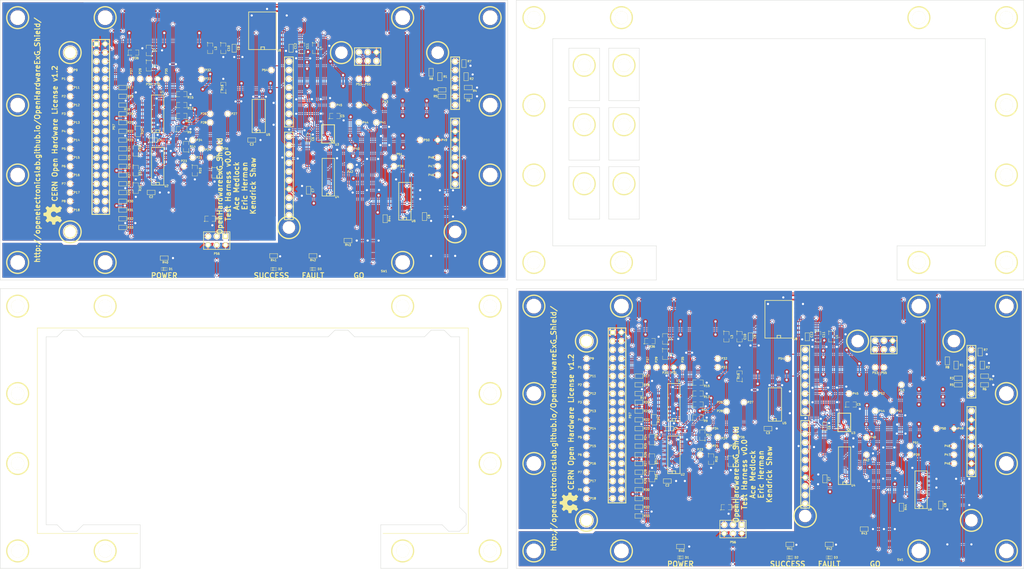
<source format=kicad_pcb>
(kicad_pcb (version 3) (host pcbnew "(2013-jul-07)-stable")
  (layers (15 F.Cu signal) (2 Inner2.Cu power) (1 Inner1.Cu power) (0 B.Cu signal) (18 B.Paste user) (19 F.Paste user) (20 B.SilkS user) (21 F.SilkS user) (22 B.Mask user) (23 F.Mask user) (28 Edge.Cuts user))
  (net 0 "")
  (net 1 +3.3V)
  (net 2 +5V)
  (net 3 /3.3V_BOGUS_ISO)
  (net 4 /3.3V_BOGUS_ISO_DATA)
  (net 5 /A1)
  (net 6 /A2)
  (net 7 /A3)
  (net 8 /A4)
  (net 9 /ADS129x_CLK_BOGUS_ISO)
  (net 10 /ADS129x_DAISY_IN_BOGUS_ISO)
  (net 11 /ADS129x_DOUT)
  (net 12 /ADS129x_DOUT_BOGUS_ISO)
  (net 13 /ADS129x_GPIO1_BOGUS_ISO)
  (net 14 /ADS129x_GPIO2_BOGUS_ISO)
  (net 15 /ADS129x_GPIO3_BOGUS_ISO)
  (net 16 /ADS129x_GPIO4_BOGUS_ISO)
  (net 17 /ADS129x_MOSI_BOGUS_ISO)
  (net 18 /ADS129x_SCLK_BOGUS_ISO)
  (net 19 /ADS129x_~CS~)
  (net 20 /ADS129x_~CS~_BOGUS_ISO)
  (net 21 /ADS129x_~DRDY~)
  (net 22 /ADS129x_~DRDY~_BOGUS_ISO)
  (net 23 /ARDUINO_VCC)
  (net 24 /BIASINV)
  (net 25 /BIASOUT_FILT)
  (net 26 /ENABLE_SHIELD)
  (net 27 /FAULT_LED)
  (net 28 /GO_BUTTON)
  (net 29 /IN1N)
  (net 30 /IN1N_LADDER)
  (net 31 /IN1P)
  (net 32 /IN1P_LADDER)
  (net 33 /IN2N)
  (net 34 /IN2N_LADDER)
  (net 35 /IN2P)
  (net 36 /IN2P_LADDER)
  (net 37 /IN3N)
  (net 38 /IN3N_LADDER)
  (net 39 /IN3P)
  (net 40 /IN3P_LADDER)
  (net 41 /IN4N)
  (net 42 /IN4N_LADDER)
  (net 43 /IN4P)
  (net 44 /IN4P_LADDER)
  (net 45 /IN5N)
  (net 46 /IN5N_LADDER)
  (net 47 /IN5P)
  (net 48 /IN5P_LADDER)
  (net 49 /IN6N)
  (net 50 /IN6N_LADDER)
  (net 51 /IN6P)
  (net 52 /IN6P_LADDER)
  (net 53 /IN7N)
  (net 54 /IN7N_LADDER)
  (net 55 /IN7P)
  (net 56 /IN7P_LADDER)
  (net 57 /IN8N)
  (net 58 /IN8N_LADDER)
  (net 59 /IN8P)
  (net 60 /IN8P_LADDER)
  (net 61 /LED1)
  (net 62 /LED2)
  (net 63 /LED3)
  (net 64 /MASTER)
  (net 65 /MASTER_AND_MASTER_CS)
  (net 66 /MASTER_BOGUS_ISO)
  (net 67 /MASTER_~CS~)
  (net 68 /MASTER_~DRDY~)
  (net 69 /MIDDLE_CARRY)
  (net 70 /MISO)
  (net 71 /MOSI)
  (net 72 /SCLK)
  (net 73 /SHIELD_3.3V)
  (net 74 /SHIELD_5V)
  (net 75 /SHIELD_VCC)
  (net 76 /SHIFT_CARRY)
  (net 77 /SHIFT_CARRY_BOGUS_ISO)
  (net 78 /SHIFT_CLK)
  (net 79 /SHIFT_CLK_BOGUS_ISO)
  (net 80 /SHIFT_EXT_CARRY_BOGUS_ISO)
  (net 81 /SHIFT_IN)
  (net 82 /SHIFT_OUT)
  (net 83 /SHIFT_OUT_RCLK)
  (net 84 /SHIFT_OUT_SRCLK)
  (net 85 /SHIFT_OUT_~SRCLR~)
  (net 86 /SHIFT_SH_~LD~)
  (net 87 /SHIFT_SH_~LD~_BOGUS_ISO)
  (net 88 /SIGNAL_A)
  (net 89 /SIGNAL_A_BOGUS_ISO)
  (net 90 /SIGNAL_A_LADDER)
  (net 91 /SIGNAL_B)
  (net 92 /SIGNAL_B_BOGUS_ISO)
  (net 93 /SIGNAL_B_LADDER)
  (net 94 /SLAVE_AND_SLAVE_CS)
  (net 95 /SLAVE_~CS~)
  (net 96 /SUCCESS_LED)
  (net 97 /VCC_DATA)
  (net 98 /VIN_BOGUS_ISO)
  (net 99 /~MASTER~)
  (net 100 /~SEND_TO_GND~_MASTER)
  (net 101 /~SEND_TO_GND~_MASTER_BOGUS_ISO)
  (net 102 /~SHIELD_SHORTED~)
  (net 103 GND)
  (net 104 GNDPWR)
  (net 105 VCC)
  (module Hole_M3 (layer F.Cu) (at 229.362 71.12)
    (fp_text reference Hole_M3 hide)
    (fp_text value VAL** hide)
    (pad "" np_thru_hole circle (at 0 0) (size 3.7973 3.7973) (drill 3.7973) (layers *.Cu *.Mask F.SilkS))
  )
  (module Hole_M3 (layer F.Cu) (at 217.805 71.12)
    (fp_text reference Hole_M3 hide)
    (fp_text value VAL** hide)
    (pad "" np_thru_hole circle (at 0 0) (size 3.7973 3.7973) (drill 3.7973) (layers *.Cu *.Mask F.SilkS))
  )
  (module Hole_M3 (layer F.Cu) (at 217.805 53.975)
    (fp_text reference Hole_M3 hide)
    (fp_text value VAL** hide)
    (pad "" np_thru_hole circle (at 0 0) (size 3.7973 3.7973) (drill 3.7973) (layers *.Cu *.Mask F.SilkS))
  )
  (module Hole_M3 (layer F.Cu) (at 229.362 53.975)
    (fp_text reference Hole_M3 hide)
    (fp_text value VAL** hide)
    (pad "" np_thru_hole circle (at 0 0) (size 3.7973 3.7973) (drill 3.7973) (layers *.Cu *.Mask F.SilkS))
  )
  (module Hole_M3 (layer F.Cu) (at 229.362 36.703)
    (fp_text reference Hole_M3 hide)
    (fp_text value VAL** hide)
    (pad "" np_thru_hole circle (at 0 0) (size 3.7973 3.7973) (drill 3.7973) (layers *.Cu *.Mask F.SilkS))
  )
  (module Hole_M3 (layer F.Cu) (at 203.2 48.26)
    (fp_text reference Hole_M3 hide)
    (fp_text value VAL** hide)
    (pad "" np_thru_hole circle (at 0 0) (size 3.7973 3.7973) (drill 3.7973) (layers *.Cu *.Mask F.SilkS))
  )
  (module Hole_M3 (layer F.Cu) (at 340.36 22.86)
    (fp_text reference Hole_M3 hide)
    (fp_text value VAL** hide)
    (pad "" np_thru_hole circle (at 0 0) (size 3.7973 3.7973) (drill 3.7973) (layers *.Cu *.Mask F.SilkS))
  )
  (module Hole_M3 (layer F.Cu) (at 314.96 22.86)
    (fp_text reference Hole_M3 hide)
    (fp_text value VAL** hide)
    (pad "" np_thru_hole circle (at 0 0) (size 3.7973 3.7973) (drill 3.7973) (layers *.Cu *.Mask F.SilkS))
  )
  (module Hole_M3 (layer F.Cu) (at 228.6 22.86)
    (fp_text reference Hole_M3 hide)
    (fp_text value VAL** hide)
    (pad "" np_thru_hole circle (at 0 0) (size 3.7973 3.7973) (drill 3.7973) (layers *.Cu *.Mask F.SilkS))
  )
  (module Hole_M3 (layer F.Cu) (at 203.2 22.86)
    (fp_text reference Hole_M3 hide)
    (fp_text value VAL** hide)
    (pad "" np_thru_hole circle (at 0 0) (size 3.7973 3.7973) (drill 3.7973) (layers *.Cu *.Mask F.SilkS))
  )
  (module Hole_M3 (layer F.Cu) (at 203.2 93.98)
    (fp_text reference Hole_M3 hide)
    (fp_text value VAL** hide)
    (pad "" np_thru_hole circle (at 0 0) (size 3.7973 3.7973) (drill 3.7973) (layers *.Cu *.Mask F.SilkS))
  )
  (module Hole_M3 (layer F.Cu) (at 228.6 93.98)
    (fp_text reference Hole_M3 hide)
    (fp_text value VAL** hide)
    (pad "" np_thru_hole circle (at 0 0) (size 3.7973 3.7973) (drill 3.7973) (layers *.Cu *.Mask F.SilkS))
  )
  (module Hole_M3 (layer F.Cu) (at 340.36 93.98)
    (fp_text reference Hole_M3 hide)
    (fp_text value VAL** hide)
    (pad "" np_thru_hole circle (at 0 0) (size 3.7973 3.7973) (drill 3.7973) (layers *.Cu *.Mask F.SilkS))
  )
  (module Hole_M3 (layer F.Cu) (at 314.96 93.98)
    (fp_text reference Hole_M3 hide)
    (fp_text value VAL** hide)
    (pad "" np_thru_hole circle (at 0 0) (size 3.7973 3.7973) (drill 3.7973) (layers *.Cu *.Mask F.SilkS))
  )
  (module Hole_M3 (layer F.Cu) (at 203.2 68.58)
    (fp_text reference Hole_M3 hide)
    (fp_text value VAL** hide)
    (pad "" np_thru_hole circle (at 0 0) (size 3.7973 3.7973) (drill 3.7973) (layers *.Cu *.Mask F.SilkS))
  )
  (module Hole_M3 (layer F.Cu) (at 217.805 36.703)
    (fp_text reference Hole_M3 hide)
    (fp_text value VAL** hide)
    (pad "" np_thru_hole circle (at 0 0) (size 3.7973 3.7973) (drill 3.7973) (layers *.Cu *.Mask F.SilkS))
  )
  (module Hole_M3 (layer F.Cu) (at 340.36 48.26)
    (fp_text reference Hole_M3 hide)
    (fp_text value VAL** hide)
    (pad "" np_thru_hole circle (at 0 0) (size 3.7973 3.7973) (drill 3.7973) (layers *.Cu *.Mask F.SilkS))
  )
  (module Hole_M3 (layer F.Cu) (at 340.36 68.58)
    (fp_text reference Hole_M3 hide)
    (fp_text value VAL** hide)
    (pad "" np_thru_hole circle (at 0 0) (size 3.7973 3.7973) (drill 3.7973) (layers *.Cu *.Mask F.SilkS))
  )
  (module Hole_M3 (layer F.Cu) (at 190.5 106.68)
    (fp_text reference Hole_M3 hide)
    (fp_text value VAL** hide)
    (pad "" np_thru_hole circle (at 0 0) (size 3.7973 3.7973) (drill 3.7973) (layers *.Cu *.Mask F.SilkS))
  )
  (module Hole_M3 (layer F.Cu) (at 165.1 106.68)
    (fp_text reference Hole_M3 hide)
    (fp_text value VAL** hide)
    (pad "" np_thru_hole circle (at 0 0) (size 3.7973 3.7973) (drill 3.7973) (layers *.Cu *.Mask F.SilkS))
  )
  (module Hole_M3 (layer F.Cu) (at 78.74 106.68)
    (fp_text reference Hole_M3 hide)
    (fp_text value VAL** hide)
    (pad "" np_thru_hole circle (at 0 0) (size 3.7973 3.7973) (drill 3.7973) (layers *.Cu *.Mask F.SilkS))
  )
  (module Hole_M3 (layer F.Cu) (at 53.34 106.68)
    (fp_text reference Hole_M3 hide)
    (fp_text value VAL** hide)
    (pad "" np_thru_hole circle (at 0 0) (size 3.7973 3.7973) (drill 3.7973) (layers *.Cu *.Mask F.SilkS))
  )
  (module Hole_M3 (layer F.Cu) (at 53.34 177.8)
    (fp_text reference Hole_M3 hide)
    (fp_text value VAL** hide)
    (pad "" np_thru_hole circle (at 0 0) (size 3.7973 3.7973) (drill 3.7973) (layers *.Cu *.Mask F.SilkS))
  )
  (module Hole_M3 (layer F.Cu) (at 78.74 177.8)
    (fp_text reference Hole_M3 hide)
    (fp_text value VAL** hide)
    (pad "" np_thru_hole circle (at 0 0) (size 3.7973 3.7973) (drill 3.7973) (layers *.Cu *.Mask F.SilkS))
  )
  (module Hole_M3 (layer F.Cu) (at 190.5 177.8)
    (fp_text reference Hole_M3 hide)
    (fp_text value VAL** hide)
    (pad "" np_thru_hole circle (at 0 0) (size 3.7973 3.7973) (drill 3.7973) (layers *.Cu *.Mask F.SilkS))
  )
  (module Hole_M3 (layer F.Cu) (at 165.1 177.8)
    (fp_text reference Hole_M3 hide)
    (fp_text value VAL** hide)
    (pad "" np_thru_hole circle (at 0 0) (size 3.7973 3.7973) (drill 3.7973) (layers *.Cu *.Mask F.SilkS))
  )
  (module Hole_M3 (layer F.Cu) (at 53.34 152.4)
    (fp_text reference Hole_M3 hide)
    (fp_text value VAL** hide)
    (pad "" np_thru_hole circle (at 0 0) (size 3.7973 3.7973) (drill 3.7973) (layers *.Cu *.Mask F.SilkS))
  )
  (module Hole_M3 (layer F.Cu) (at 53.34 132.08)
    (fp_text reference Hole_M3 hide)
    (fp_text value VAL** hide)
    (pad "" np_thru_hole circle (at 0 0) (size 3.7973 3.7973) (drill 3.7973) (layers *.Cu *.Mask F.SilkS))
  )
  (module Hole_M3 (layer F.Cu) (at 190.5 132.08)
    (fp_text reference Hole_M3 hide)
    (fp_text value VAL** hide)
    (pad "" np_thru_hole circle (at 0 0) (size 3.7973 3.7973) (drill 3.7973) (layers *.Cu *.Mask F.SilkS))
  )
  (module Hole_M3 (layer F.Cu) (at 190.5 152.4)
    (fp_text reference Hole_M3 hide)
    (fp_text value VAL** hide)
    (pad "" np_thru_hole circle (at 0 0) (size 3.7973 3.7973) (drill 3.7973) (layers *.Cu *.Mask F.SilkS))
  )
  (module LOGO (layer F.Cu) (at 274.32 168.275 90)
    (fp_text reference G*** hide)
    (fp_text value LOGO hide)
    (fp_poly (pts (xy -1.81864 2.69494) (xy -1.78562 2.67716) (xy -1.71704 2.63398) (xy -1.61544 2.56794) (xy -1.4986 2.4892) (xy -1.37922 2.40792) (xy -1.28016 2.34188) (xy -1.21158 2.2987) (xy -1.18364 2.28346) (xy -1.1684 2.28854) (xy -1.11252 2.31648) (xy -1.03124 2.35966) (xy -0.98298 2.38252) (xy -0.90678 2.41554) (xy -0.87122 2.42316) (xy -0.8636 2.413) (xy -0.83566 2.35458) (xy -0.79248 2.25552) (xy -0.7366 2.12598) (xy -0.67056 1.97358) (xy -0.60198 1.80848) (xy -0.5334 1.64084) (xy -0.46736 1.48336) (xy -0.4064 1.33858) (xy -0.36068 1.22174) (xy -0.3302 1.14046) (xy -0.3175 1.1049) (xy -0.32258 1.09728) (xy -0.35814 1.06172) (xy -0.42418 1.01346) (xy -0.56642 0.89662) (xy -0.70612 0.72136) (xy -0.79248 0.52324) (xy -0.82042 0.30226) (xy -0.79756 0.09906) (xy -0.71628 -0.09652) (xy -0.57912 -0.27432) (xy -0.41148 -0.4064) (xy -0.21844 -0.48768) (xy 0 -0.51562) (xy 0.20828 -0.49276) (xy 0.40894 -0.41402) (xy 0.58674 -0.2794) (xy 0.6604 -0.19304) (xy 0.76454 -0.0127) (xy 0.82296 0.1778) (xy 0.82804 0.22606) (xy 0.82042 0.43688) (xy 0.75692 0.64008) (xy 0.6477 0.82042) (xy 0.49276 0.96774) (xy 0.47244 0.98298) (xy 0.40132 1.03632) (xy 0.35306 1.07188) (xy 0.31496 1.10236) (xy 0.5842 1.75006) (xy 0.62738 1.85166) (xy 0.70104 2.02692) (xy 0.76454 2.17932) (xy 0.81788 2.30124) (xy 0.85344 2.38252) (xy 0.86868 2.41554) (xy 0.87122 2.41554) (xy 0.89408 2.42062) (xy 0.94234 2.40284) (xy 1.03378 2.35966) (xy 1.0922 2.32918) (xy 1.16078 2.29616) (xy 1.19126 2.28346) (xy 1.2192 2.29616) (xy 1.28524 2.33934) (xy 1.37922 2.40538) (xy 1.49606 2.48158) (xy 1.60528 2.55778) (xy 1.70688 2.62382) (xy 1.78054 2.67208) (xy 1.8161 2.68986) (xy 1.82118 2.68986) (xy 1.8542 2.67208) (xy 1.91262 2.62382) (xy 1.99898 2.54) (xy 2.12344 2.41808) (xy 2.14376 2.4003) (xy 2.24536 2.29616) (xy 2.32918 2.20726) (xy 2.38506 2.1463) (xy 2.40538 2.11836) (xy 2.40538 2.11836) (xy 2.38506 2.0828) (xy 2.33934 2.00914) (xy 2.2733 1.90754) (xy 2.19202 1.78562) (xy 1.97612 1.47574) (xy 2.0955 1.18364) (xy 2.13106 1.0922) (xy 2.17678 0.98298) (xy 2.2098 0.90678) (xy 2.22758 0.87122) (xy 2.2606 0.86106) (xy 2.33934 0.84074) (xy 2.45618 0.81788) (xy 2.59588 0.79248) (xy 2.72796 0.76708) (xy 2.84734 0.74422) (xy 2.9337 0.72898) (xy 2.9718 0.72136) (xy 2.98196 0.71374) (xy 2.98958 0.69596) (xy 2.99466 0.65532) (xy 2.9972 0.58166) (xy 2.99974 0.46736) (xy 2.99974 0.30226) (xy 2.99974 0.28448) (xy 2.9972 0.127) (xy 2.99466 0.00254) (xy 2.98958 -0.07874) (xy 2.9845 -0.11176) (xy 2.9845 -0.11176) (xy 2.9464 -0.12192) (xy 2.86258 -0.1397) (xy 2.7432 -0.16256) (xy 2.60096 -0.1905) (xy 2.5908 -0.1905) (xy 2.44856 -0.21844) (xy 2.33172 -0.24384) (xy 2.2479 -0.26162) (xy 2.21234 -0.27432) (xy 2.20472 -0.28448) (xy 2.17678 -0.34036) (xy 2.13614 -0.42672) (xy 2.08788 -0.5334) (xy 2.04216 -0.64516) (xy 2.00152 -0.74676) (xy 1.97612 -0.82042) (xy 1.9685 -0.85598) (xy 1.9685 -0.85598) (xy 1.98882 -0.889) (xy 2.03708 -0.96266) (xy 2.1082 -1.06426) (xy 2.18948 -1.18618) (xy 2.1971 -1.19634) (xy 2.27838 -1.31572) (xy 2.34442 -1.41732) (xy 2.3876 -1.48844) (xy 2.40538 -1.52146) (xy 2.40538 -1.524) (xy 2.37744 -1.55956) (xy 2.31648 -1.62814) (xy 2.22758 -1.71958) (xy 2.12344 -1.82372) (xy 2.09042 -1.85674) (xy 1.97358 -1.97104) (xy 1.8923 -2.0447) (xy 1.8415 -2.08534) (xy 1.81864 -2.0955) (xy 1.8161 -2.09296) (xy 1.78054 -2.07264) (xy 1.70434 -2.02184) (xy 1.60274 -1.95326) (xy 1.48082 -1.86944) (xy 1.4732 -1.86436) (xy 1.35128 -1.78308) (xy 1.25222 -1.7145) (xy 1.1811 -1.66878) (xy 1.15062 -1.651) (xy 1.14554 -1.651) (xy 1.09728 -1.6637) (xy 1.01092 -1.69418) (xy 0.90678 -1.73482) (xy 0.79502 -1.778) (xy 0.69342 -1.82118) (xy 0.61976 -1.85674) (xy 0.5842 -1.87706) (xy 0.58166 -1.87706) (xy 0.56896 -1.92024) (xy 0.54864 -2.01168) (xy 0.52324 -2.1336) (xy 0.4953 -2.28092) (xy 0.49022 -2.30378) (xy 0.46482 -2.44856) (xy 0.44196 -2.5654) (xy 0.42418 -2.64668) (xy 0.41656 -2.68224) (xy 0.39624 -2.68478) (xy 0.32512 -2.68986) (xy 0.21844 -2.69494) (xy 0.0889 -2.69494) (xy -0.04572 -2.69494) (xy -0.1778 -2.6924) (xy -0.28956 -2.68732) (xy -0.37084 -2.68224) (xy -0.4064 -2.67462) (xy -0.4064 -2.67208) (xy -0.4191 -2.6289) (xy -0.43942 -2.54) (xy -0.46482 -2.41554) (xy -0.49276 -2.26822) (xy -0.49784 -2.24028) (xy -0.52324 -2.09804) (xy -0.54864 -1.9812) (xy -0.56642 -1.90246) (xy -0.57404 -1.86944) (xy -0.58674 -1.86436) (xy -0.64516 -1.83642) (xy -0.74168 -1.79832) (xy -0.86106 -1.75006) (xy -1.13538 -1.6383) (xy -1.47066 -1.86944) (xy -1.50114 -1.88976) (xy -1.62306 -1.97358) (xy -1.72212 -2.03962) (xy -1.79324 -2.0828) (xy -1.82118 -2.10058) (xy -1.82372 -2.09804) (xy -1.85674 -2.0701) (xy -1.92278 -2.0066) (xy -2.01422 -1.9177) (xy -2.1209 -1.81356) (xy -2.19964 -1.73482) (xy -2.29108 -1.64084) (xy -2.3495 -1.57734) (xy -2.38252 -1.5367) (xy -2.39522 -1.5113) (xy -2.39014 -1.49352) (xy -2.36982 -1.4605) (xy -2.31902 -1.38684) (xy -2.25044 -1.2827) (xy -2.16916 -1.16586) (xy -2.10058 -1.06426) (xy -2.02692 -0.9525) (xy -1.9812 -0.87122) (xy -1.96342 -0.83312) (xy -1.9685 -0.81534) (xy -1.99136 -0.7493) (xy -2.032 -0.65024) (xy -2.0828 -0.53086) (xy -2.19964 -0.26416) (xy -2.3749 -0.23114) (xy -2.47904 -0.21082) (xy -2.6289 -0.18288) (xy -2.77114 -0.15494) (xy -2.99212 -0.11176) (xy -2.99974 0.6985) (xy -2.96418 0.71374) (xy -2.93116 0.7239) (xy -2.84988 0.74168) (xy -2.73304 0.76454) (xy -2.59588 0.78994) (xy -2.4765 0.8128) (xy -2.35966 0.83566) (xy -2.2733 0.8509) (xy -2.2352 0.85852) (xy -2.22758 0.87122) (xy -2.1971 0.92964) (xy -2.15392 1.02108) (xy -2.1082 1.1303) (xy -2.05994 1.2446) (xy -2.0193 1.34874) (xy -1.98882 1.43002) (xy -1.97866 1.47066) (xy -1.9939 1.50114) (xy -2.03962 1.57226) (xy -2.10566 1.67132) (xy -2.1844 1.78816) (xy -2.26568 1.90754) (xy -2.33426 2.0066) (xy -2.38252 2.08026) (xy -2.4003 2.11328) (xy -2.39014 2.13614) (xy -2.34442 2.19202) (xy -2.25552 2.28346) (xy -2.12344 2.41554) (xy -2.10058 2.43586) (xy -1.99644 2.53746) (xy -1.90754 2.61874) (xy -1.84658 2.67462) (xy -1.81864 2.69494)) (layer F.Cu) (width 0.00254))
  )
  (module LOGO (layer F.Cu) (at 213.36 163.83 90)
    (fp_text reference G*** hide)
    (fp_text value LOGO hide)
  )
  (module Hole_M3 (layer F.Cu) (at 218.44 116.84)
    (fp_text reference Hole_M3 hide)
    (fp_text value VAL** hide)
    (pad "" np_thru_hole circle (at 0 0) (size 3.7973 3.7973) (drill 3.175) (layers *.Cu *.Mask F.SilkS))
  )
  (module Hole_M3 (layer F.Cu) (at 218.44 168.91)
    (fp_text reference Hole_M3 hide)
    (fp_text value VAL** hide)
    (pad "" np_thru_hole circle (at 0 0) (size 3.7973 3.7973) (drill 3.175) (layers *.Cu *.Mask F.SilkS))
  )
  (module POGO_PIN_BASE (layer F.Cu) (at 218.44 154.94)
    (fp_text reference P7 (at -1.905 0) (layer F.SilkS) (effects (font (size 0.6 0.6) (thickness 0.127))))
    (fp_text value CONN_1 hide)
    (pad 1 thru_hole circle (at 0 0) (size 1.5 1.5) (drill 1.2) (layers *.Cu *.Mask F.SilkS) (net 33 /IN2N))
  )
  (module POGO_PIN_BASE (layer F.Cu) (at 218.44 160.02)
    (fp_text reference P8 (at -1.905 0) (layer F.SilkS) (effects (font (size 0.6 0.6) (thickness 0.127))))
    (fp_text value CONN_1 hide)
    (pad 1 thru_hole circle (at 0 0) (size 1.5 1.5) (drill 1.2) (layers *.Cu *.Mask F.SilkS) (net 29 /IN1N))
  )
  (module POGO_PIN_BASE (layer F.Cu) (at 218.44 147.32)
    (fp_text reference P15 (at 1.905 0) (layer F.SilkS) (effects (font (size 0.6 0.6) (thickness 0.127))))
    (fp_text value CONN_1 hide)
    (pad 1 thru_hole circle (at 0 0) (size 1.5 1.5) (drill 1.2) (layers *.Cu *.Mask F.SilkS) (net 43 /IN4P))
  )
  (module POGO_PIN_BASE (layer F.Cu) (at 218.44 127)
    (fp_text reference P11 (at 1.905 0) (layer F.SilkS) (effects (font (size 0.6 0.6) (thickness 0.127))))
    (fp_text value CONN_1 hide)
    (pad 1 thru_hole circle (at 0 0) (size 1.5 1.5) (drill 1.2) (layers *.Cu *.Mask F.SilkS) (net 59 /IN8P))
  )
  (module POGO_PIN_BASE (layer F.Cu) (at 218.44 132.08)
    (fp_text reference P12 (at 1.905 0) (layer F.SilkS) (effects (font (size 0.6 0.6) (thickness 0.127))))
    (fp_text value CONN_1 hide)
    (pad 1 thru_hole circle (at 0 0) (size 1.5 1.5) (drill 1.2) (layers *.Cu *.Mask F.SilkS) (net 55 /IN7P))
  )
  (module POGO_PIN_BASE (layer F.Cu) (at 218.44 137.16)
    (fp_text reference P13 (at 1.905 0) (layer F.SilkS) (effects (font (size 0.6 0.6) (thickness 0.127))))
    (fp_text value CONN_1 hide)
    (pad 1 thru_hole circle (at 0 0) (size 1.5 1.5) (drill 1.2) (layers *.Cu *.Mask F.SilkS) (net 51 /IN6P))
  )
  (module POGO_PIN_BASE (layer F.Cu) (at 218.44 142.24)
    (fp_text reference P14 (at 1.905 0) (layer F.SilkS) (effects (font (size 0.6 0.6) (thickness 0.127))))
    (fp_text value CONN_1 hide)
    (pad 1 thru_hole circle (at 0 0) (size 1.5 1.5) (drill 1.2) (layers *.Cu *.Mask F.SilkS) (net 47 /IN5P))
  )
  (module POGO_PIN_BASE (layer F.Cu) (at 320.04 142.24)
    (fp_text reference P50 (at 1.905 0) (layer F.SilkS) (effects (font (size 0.6 0.6) (thickness 0.127))))
    (fp_text value CONN_1 hide)
    (pad 1 thru_hole circle (at 0 0) (size 1.5 1.5) (drill 1.2) (layers *.Cu *.Mask F.SilkS) (net 67 /MASTER_~CS~))
  )
  (module POGO_PIN_BASE (layer F.Cu) (at 218.44 149.86)
    (fp_text reference P6 (at -1.905 0) (layer F.SilkS) (effects (font (size 0.6 0.6) (thickness 0.127))))
    (fp_text value CONN_1 hide)
    (pad 1 thru_hole circle (at 0 0) (size 1.5 1.5) (drill 1.2) (layers *.Cu *.Mask F.SilkS) (net 37 /IN3N))
  )
  (module POGO_PIN_BASE (layer F.Cu) (at 218.44 144.78)
    (fp_text reference P5 (at -1.905 0) (layer F.SilkS) (effects (font (size 0.6 0.6) (thickness 0.127))))
    (fp_text value CONN_1 hide)
    (pad 1 thru_hole circle (at 0 0) (size 1.5 1.5) (drill 1.2) (layers *.Cu *.Mask F.SilkS) (net 41 /IN4N))
  )
  (module POGO_PIN_BASE (layer F.Cu) (at 218.44 139.7)
    (fp_text reference P4 (at -1.905 0) (layer F.SilkS) (effects (font (size 0.6 0.6) (thickness 0.127))))
    (fp_text value CONN_1 hide)
    (pad 1 thru_hole circle (at 0 0) (size 1.5 1.5) (drill 1.2) (layers *.Cu *.Mask F.SilkS) (net 45 /IN5N))
  )
  (module POGO_PIN_BASE (layer F.Cu) (at 218.44 134.62)
    (fp_text reference P3 (at -1.905 0) (layer F.SilkS) (effects (font (size 0.6 0.6) (thickness 0.127))))
    (fp_text value CONN_1 hide)
    (pad 1 thru_hole circle (at 0 0) (size 1.5 1.5) (drill 1.2) (layers *.Cu *.Mask F.SilkS) (net 49 /IN6N))
  )
  (module POGO_PIN_BASE (layer F.Cu) (at 218.44 129.54)
    (fp_text reference P2 (at -1.905 0) (layer F.SilkS) (effects (font (size 0.6 0.6) (thickness 0.127))))
    (fp_text value CONN_1 hide)
    (pad 1 thru_hole circle (at 0 0) (size 1.5 1.5) (drill 1.2) (layers *.Cu *.Mask F.SilkS) (net 53 /IN7N))
  )
  (module POGO_PIN_BASE (layer F.Cu) (at 218.44 124.46)
    (fp_text reference P1 (at -1.905 0) (layer F.SilkS) (effects (font (size 0.6 0.6) (thickness 0.127))))
    (fp_text value CONN_1 hide)
    (pad 1 thru_hole circle (at 0 0) (size 1.5 1.5) (drill 1.2) (layers *.Cu *.Mask F.SilkS) (net 57 /IN8N))
  )
  (module POGO_PIN_BASE (layer F.Cu) (at 259.08 147.32)
    (fp_text reference P38 (at 1.905 0) (layer F.SilkS) (effects (font (size 0.6 0.6) (thickness 0.127))))
    (fp_text value CONN_1 hide)
    (pad 1 thru_hole circle (at 0 0) (size 1.5 1.5) (drill 1.2) (layers *.Cu *.Mask F.SilkS) (net 9 /ADS129x_CLK_BOGUS_ISO))
  )
  (module POGO_PIN_BASE (layer F.Cu) (at 218.44 152.4)
    (fp_text reference P16 (at 1.905 0) (layer F.SilkS) (effects (font (size 0.6 0.6) (thickness 0.127))))
    (fp_text value CONN_1 hide)
    (pad 1 thru_hole circle (at 0 0) (size 1.5 1.5) (drill 1.2) (layers *.Cu *.Mask F.SilkS) (net 39 /IN3P))
  )
  (module POGO_PIN_BASE (layer F.Cu) (at 218.44 157.48)
    (fp_text reference P17 (at 1.905 0) (layer F.SilkS) (effects (font (size 0.6 0.6) (thickness 0.127))))
    (fp_text value CONN_1 hide)
    (pad 1 thru_hole circle (at 0 0) (size 1.5 1.5) (drill 1.2) (layers *.Cu *.Mask F.SilkS) (net 35 /IN2P))
  )
  (module POGO_PIN_BASE (layer F.Cu) (at 218.44 162.56)
    (fp_text reference P18 (at 1.905 0) (layer F.SilkS) (effects (font (size 0.6 0.6) (thickness 0.127))))
    (fp_text value CONN_1 hide)
    (pad 1 thru_hole circle (at 0 0) (size 1.5 1.5) (drill 1.2) (layers *.Cu *.Mask F.SilkS) (net 31 /IN1P))
  )
  (module POGO_PIN_BASE (layer F.Cu) (at 218.44 121.92)
    (fp_text reference P9 (at 1.5875 0) (layer F.SilkS) (effects (font (size 0.6 0.6) (thickness 0.127))))
    (fp_text value CONN_1 hide)
    (pad 1 thru_hole circle (at 0 0) (size 1.5 1.5) (drill 1.2) (layers *.Cu *.Mask F.SilkS) (net 25 /BIASOUT_FILT))
  )
  (module POGO_PIN_BASE (layer F.Cu) (at 325.12 152.4)
    (fp_text reference P46 (at -1.905 0) (layer F.SilkS) (effects (font (size 0.6 0.6) (thickness 0.127))))
    (fp_text value CONN_1 hide)
    (pad 1 thru_hole circle (at 0 0) (size 1.5 1.5) (drill 1.2) (layers *.Cu *.Mask F.SilkS) (net 75 /SHIELD_VCC))
  )
  (module POGO_PIN_BASE (layer F.Cu) (at 325.12 149.86)
    (fp_text reference P47 (at -1.905 0) (layer F.SilkS) (effects (font (size 0.6 0.6) (thickness 0.127))))
    (fp_text value CONN_1 hide)
    (pad 1 thru_hole circle (at 0 0) (size 1.5 1.5) (drill 1.2) (layers *.Cu *.Mask F.SilkS) (net 73 /SHIELD_3.3V))
  )
  (module POGO_PIN_BASE (layer F.Cu) (at 325.12 147.32)
    (fp_text reference P48 (at -1.905 0) (layer F.SilkS) (effects (font (size 0.6 0.6) (thickness 0.127))))
    (fp_text value CONN_1 hide)
    (pad 1 thru_hole circle (at 0 0) (size 1.5 1.5) (drill 1.2) (layers *.Cu *.Mask F.SilkS) (net 74 /SHIELD_5V))
  )
  (module POGO_PIN_BASE (layer F.Cu) (at 325.12 142.24)
    (fp_text reference P49 (at 1.905 0) (layer F.SilkS) (effects (font (size 0.6 0.6) (thickness 0.127))))
    (fp_text value CONN_1 hide)
    (pad 1 thru_hole circle (at 0 0) (size 1.5 1.5) (drill 1.2) (layers *.Cu *.Mask F.SilkS) (net 104 GNDPWR))
  )
  (module POGO_PIN_BASE (layer F.Cu) (at 238.76 124.46)
    (fp_text reference P29 (at 0 -2.2225 90) (layer F.SilkS) (effects (font (size 0.6 0.6) (thickness 0.127))))
    (fp_text value CONN_1 hide)
    (pad 1 thru_hole circle (at 0 0) (size 1.5 1.5) (drill 1.2) (layers *.Cu *.Mask F.SilkS) (net 98 /VIN_BOGUS_ISO))
  )
  (module POGO_PIN_BASE (layer F.Cu) (at 312.42 147.32)
    (fp_text reference P51 (at 1.5875 -0.9525) (layer F.SilkS) (effects (font (size 0.6 0.6) (thickness 0.127))))
    (fp_text value CONN_1 hide)
    (pad 1 thru_hole circle (at 0 0) (size 1.5 1.5) (drill 1.2) (layers *.Cu *.Mask F.SilkS) (net 95 /SLAVE_~CS~))
  )
  (module POGO_PIN_BASE (layer F.Cu) (at 302.26 132.08)
    (fp_text reference P52 (at 1.905 0) (layer F.SilkS) (effects (font (size 0.6 0.6) (thickness 0.127))))
    (fp_text value CONN_1 hide)
    (pad 1 thru_hole circle (at 0 0) (size 1.5 1.5) (drill 1.2) (layers *.Cu *.Mask F.SilkS) (net 68 /MASTER_~DRDY~))
  )
  (module POGO_PIN_BASE (layer F.Cu) (at 302.26 124.46)
    (fp_text reference P53 (at 0 1.5875) (layer F.SilkS) (effects (font (size 0.6 0.6) (thickness 0.127))))
    (fp_text value CONN_1 hide)
    (pad 1 thru_hole circle (at 0 0) (size 1.5 1.5) (drill 1.2) (layers *.Cu *.Mask F.SilkS) (net 70 /MISO))
  )
  (module POGO_PIN_BASE (layer F.Cu) (at 276.86 121.92)
    (fp_text reference P54 (at -1.905 0) (layer F.SilkS) (effects (font (size 0.6 0.6) (thickness 0.127))))
    (fp_text value CONN_1 hide)
    (pad 1 thru_hole circle (at 0 0) (size 1.5 1.5) (drill 1.2) (layers *.Cu *.Mask F.SilkS) (net 71 /MOSI))
  )
  (module POGO_PIN_BASE (layer F.Cu) (at 304.8 124.46)
    (fp_text reference P55 (at 0 1.5875) (layer F.SilkS) (effects (font (size 0.6 0.6) (thickness 0.127))))
    (fp_text value CONN_1 hide)
    (pad 1 thru_hole circle (at 0 0) (size 1.5 1.5) (drill 1.2) (layers *.Cu *.Mask F.SilkS) (net 72 /SCLK))
  )
  (module POGO_PIN_BASE (layer F.Cu) (at 261.62 144.78)
    (fp_text reference P36 (at 1.905 0) (layer F.SilkS) (effects (font (size 0.6 0.6) (thickness 0.127))))
    (fp_text value CONN_1 hide)
    (pad 1 thru_hole circle (at 0 0) (size 1.5 1.5) (drill 1.2) (layers *.Cu *.Mask F.SilkS) (net 10 /ADS129x_DAISY_IN_BOGUS_ISO))
  )
  (module POGO_PIN_BASE (layer F.Cu) (at 312.42 149.86)
    (fp_text reference P39 (at 1.905 0) (layer F.SilkS) (effects (font (size 0.6 0.6) (thickness 0.127))))
    (fp_text value CONN_1 hide)
    (pad 1 thru_hole circle (at 0 0) (size 1.5 1.5) (drill 1.2) (layers *.Cu *.Mask F.SilkS) (net 94 /SLAVE_AND_SLAVE_CS))
  )
  (module POGO_PIN_BASE (layer F.Cu) (at 299.72 144.78)
    (fp_text reference P40 (at 1.905 0) (layer F.SilkS) (effects (font (size 0.6 0.6) (thickness 0.127))))
    (fp_text value CONN_1 hide)
    (pad 1 thru_hole circle (at 0 0) (size 1.5 1.5) (drill 1.2) (layers *.Cu *.Mask F.SilkS) (net 65 /MASTER_AND_MASTER_CS))
  )
  (module POGO_PIN_BASE (layer F.Cu) (at 307.34 137.16)
    (fp_text reference P41 (at 1.905 0) (layer F.SilkS) (effects (font (size 0.6 0.6) (thickness 0.127))))
    (fp_text value CONN_1 hide)
    (pad 1 thru_hole circle (at 0 0) (size 1.5 1.5) (drill 1.2) (layers *.Cu *.Mask F.SilkS) (net 99 /~MASTER~))
  )
  (module POGO_PIN_BASE (layer F.Cu) (at 299.72 149.86)
    (fp_text reference P42 (at 0 1.5875) (layer F.SilkS) (effects (font (size 0.6 0.6) (thickness 0.127))))
    (fp_text value CONN_1 hide)
    (pad 1 thru_hole circle (at 0 0) (size 1.5 1.5) (drill 1.2) (layers *.Cu *.Mask F.SilkS) (net 19 /ADS129x_~CS~))
  )
  (module POGO_PIN_BASE (layer F.Cu) (at 309.88 129.54)
    (fp_text reference P43 (at 0 1.5875) (layer F.SilkS) (effects (font (size 0.6 0.6) (thickness 0.127))))
    (fp_text value CONN_1 hide)
    (pad 1 thru_hole circle (at 0 0) (size 1.5 1.5) (drill 1.2) (layers *.Cu *.Mask F.SilkS) (net 64 /MASTER))
  )
  (module POGO_PIN_BASE (layer F.Cu) (at 302.26 137.16)
    (fp_text reference P44 (at 1.905 0) (layer F.SilkS) (effects (font (size 0.6 0.6) (thickness 0.127))))
    (fp_text value CONN_1 hide)
    (pad 1 thru_hole circle (at 0 0) (size 1.5 1.5) (drill 1.2) (layers *.Cu *.Mask F.SilkS) (net 11 /ADS129x_DOUT))
  )
  (module POGO_PIN_BASE (layer F.Cu) (at 294.64 132.08)
    (fp_text reference P45 (at 1.905 0) (layer F.SilkS) (effects (font (size 0.6 0.6) (thickness 0.127))))
    (fp_text value CONN_1 hide)
    (pad 1 thru_hole circle (at 0 0) (size 1.5 1.5) (drill 1.2) (layers *.Cu *.Mask F.SilkS) (net 21 /ADS129x_~DRDY~))
  )
  (module POGO_PIN_BASE (layer F.Cu) (at 251.46 149.86)
    (fp_text reference P23 (at 0 -1.524) (layer F.SilkS) (effects (font (size 0.6 0.6) (thickness 0.127))))
    (fp_text value CONN_1 hide)
    (pad 1 thru_hole circle (at 0 0) (size 1.5 1.5) (drill 1.2) (layers *.Cu *.Mask F.SilkS) (net 17 /ADS129x_MOSI_BOGUS_ISO))
  )
  (module POGO_PIN_BASE (layer F.Cu) (at 256.54 144.78)
    (fp_text reference P24 (at 1.905 0.3175) (layer F.SilkS) (effects (font (size 0.6 0.6) (thickness 0.127))))
    (fp_text value CONN_1 hide)
    (pad 1 thru_hole circle (at 0 0) (size 1.5 1.5) (drill 1.2) (layers *.Cu *.Mask F.SilkS) (net 18 /ADS129x_SCLK_BOGUS_ISO))
  )
  (module POGO_PIN_BASE (layer F.Cu) (at 254 147.32)
    (fp_text reference P25 (at 1.905 0) (layer F.SilkS) (effects (font (size 0.6 0.6) (thickness 0.127))))
    (fp_text value CONN_1 hide)
    (pad 1 thru_hole circle (at 0 0) (size 1.5 1.5) (drill 1.2) (layers *.Cu *.Mask F.SilkS) (net 20 /ADS129x_~CS~_BOGUS_ISO))
  )
  (module POGO_PIN_BASE (layer F.Cu) (at 259.08 134.62)
    (fp_text reference P26 (at -1.905 0) (layer F.SilkS) (effects (font (size 0.6 0.6) (thickness 0.127))))
    (fp_text value CONN_1 hide)
    (pad 1 thru_hole circle (at 0 0) (size 1.5 1.5) (drill 1.2) (layers *.Cu *.Mask F.SilkS) (net 66 /MASTER_BOGUS_ISO))
  )
  (module POGO_PIN_BASE (layer F.Cu) (at 264.16 134.62)
    (fp_text reference P27 (at 1.905 0) (layer F.SilkS) (effects (font (size 0.6 0.6) (thickness 0.127))))
    (fp_text value CONN_1 hide)
    (pad 1 thru_hole circle (at 0 0) (size 1.5 1.5) (drill 1.2) (layers *.Cu *.Mask F.SilkS) (net 12 /ADS129x_DOUT_BOGUS_ISO))
  )
  (module POGO_PIN_BASE (layer F.Cu) (at 259.08 137.16)
    (fp_text reference P28 (at -1.905 0) (layer F.SilkS) (effects (font (size 0.6 0.6) (thickness 0.127))))
    (fp_text value CONN_1 hide)
    (pad 1 thru_hole circle (at 0 0) (size 1.5 1.5) (drill 1.2) (layers *.Cu *.Mask F.SilkS) (net 22 /ADS129x_~DRDY~_BOGUS_ISO))
  )
  (module POGO_PIN_BASE (layer F.Cu) (at 241.3 124.46)
    (fp_text reference P30 (at 0 1.5875) (layer F.SilkS) (effects (font (size 0.6 0.6) (thickness 0.127))))
    (fp_text value CONN_1 hide)
    (pad 1 thru_hole circle (at 0 0) (size 1.5 1.5) (drill 1.2) (layers *.Cu *.Mask F.SilkS) (net 3 /3.3V_BOGUS_ISO))
  )
  (module POGO_PIN_BASE (layer F.Cu) (at 243.84 124.46)
    (fp_text reference P31 (at 0 1.5875) (layer F.SilkS) (effects (font (size 0.6 0.6) (thickness 0.127))))
    (fp_text value CONN_1 hide)
    (pad 1 thru_hole circle (at 0 0) (size 1.5 1.5) (drill 1.2) (layers *.Cu *.Mask F.SilkS) (net 103 GND))
  )
  (module POGO_PIN_BASE (layer F.Cu) (at 256.54 121.92)
    (fp_text reference P32 (at 1.905 0) (layer F.SilkS) (effects (font (size 0.6 0.6) (thickness 0.127))))
    (fp_text value CONN_1 hide)
    (pad 1 thru_hole circle (at 0 0) (size 1.5 1.5) (drill 1.2) (layers *.Cu *.Mask F.SilkS) (net 13 /ADS129x_GPIO1_BOGUS_ISO))
  )
  (module POGO_PIN_BASE (layer F.Cu) (at 256.54 124.46)
    (fp_text reference P33 (at 1.905 0) (layer F.SilkS) (effects (font (size 0.6 0.6) (thickness 0.127))))
    (fp_text value CONN_1 hide)
    (pad 1 thru_hole circle (at 0 0) (size 1.5 1.5) (drill 1.2) (layers *.Cu *.Mask F.SilkS) (net 14 /ADS129x_GPIO2_BOGUS_ISO))
  )
  (module POGO_PIN_BASE (layer F.Cu) (at 254 142.24)
    (fp_text reference P34 (at 1.905 0) (layer F.SilkS) (effects (font (size 0.6 0.6) (thickness 0.127))))
    (fp_text value CONN_1 hide)
    (pad 1 thru_hole circle (at 0 0) (size 1.5 1.5) (drill 1.2) (layers *.Cu *.Mask F.SilkS) (net 15 /ADS129x_GPIO3_BOGUS_ISO))
  )
  (module POGO_PIN_BASE (layer F.Cu) (at 246.38 124.46)
    (fp_text reference P35 (at 0 -2.2225 90) (layer F.SilkS) (effects (font (size 0.6 0.6) (thickness 0.127))))
    (fp_text value CONN_1 hide)
    (pad 1 thru_hole circle (at 0 0) (size 1.5 1.5) (drill 1.2) (layers *.Cu *.Mask F.SilkS) (net 16 /ADS129x_GPIO4_BOGUS_ISO))
  )
  (module POGO_PIN_BASE (layer F.Cu) (at 236.22 124.46)
    (fp_text reference P37 (at 0 -2.2225 90) (layer F.SilkS) (effects (font (size 0.6 0.6) (thickness 0.127))))
    (fp_text value CONN_1 hide)
    (pad 1 thru_hole circle (at 0 0) (size 1.5 1.5) (drill 1.2) (layers *.Cu *.Mask F.SilkS) (net 24 /BIASINV))
  )
  (module arduino_shield_with_holes (layer F.Cu) (at 304.8 138.43 90)
    (fp_text reference P19 hide)
    (fp_text value ARDUINO_SHIELD hide)
    (pad 90 thru_hole circle (at -16.51 25.4 90) (size 1.524 1.524) (drill 1.00076) (layers *.Cu *.Mask F.SilkS))
    (pad 91 thru_hole circle (at -13.97 25.4 90) (size 1.524 1.524) (drill 1.00076) (layers *.Cu *.Mask F.SilkS) (net 23 /ARDUINO_VCC))
    (pad 92 thru_hole circle (at -11.43 25.4 90) (size 1.524 1.524) (drill 1.00076) (layers *.Cu *.Mask F.SilkS))
    (pad 93 thru_hole circle (at -8.89 25.4 90) (size 1.524 1.524) (drill 1.00076) (layers *.Cu *.Mask F.SilkS) (net 1 +3.3V))
    (pad 94 thru_hole circle (at -6.35 25.4 90) (size 1.524 1.524) (drill 1.00076) (layers *.Cu *.Mask F.SilkS) (net 2 +5V))
    (pad 95 thru_hole circle (at -3.81 25.4 90) (size 1.524 1.524) (drill 1.00076) (layers *.Cu *.Mask F.SilkS) (net 104 GNDPWR))
    (pad 96 thru_hole circle (at -1.27 25.4 90) (size 1.524 1.524) (drill 1.00076) (layers *.Cu *.Mask F.SilkS) (net 104 GNDPWR))
    (pad 97 thru_hole circle (at 1.27 25.4 90) (size 1.524 1.524) (drill 1.00076) (layers *.Cu *.Mask F.SilkS))
    (pad 54 thru_hole circle (at 6.35 25.4 90) (size 1.524 1.524) (drill 1.00076) (layers *.Cu *.Mask F.SilkS) (net 81 /SHIFT_IN))
    (pad 55 thru_hole circle (at 8.89 25.4 90) (size 1.524 1.524) (drill 1.00076) (layers *.Cu *.Mask F.SilkS) (net 5 /A1))
    (pad 56 thru_hole circle (at 11.43 25.4 90) (size 1.524 1.524) (drill 1.00076) (layers *.Cu *.Mask F.SilkS) (net 6 /A2))
    (pad 57 thru_hole circle (at 13.97 25.4 90) (size 1.524 1.524) (drill 1.00076) (layers *.Cu *.Mask F.SilkS) (net 7 /A3))
    (pad 58 thru_hole circle (at 16.51 25.4 90) (size 1.524 1.524) (drill 1.00076) (layers *.Cu *.Mask F.SilkS) (net 8 /A4))
    (pad 59 thru_hole circle (at 19.05 25.4 90) (size 1.524 1.524) (drill 1.00076) (layers *.Cu *.Mask F.SilkS) (net 25 /BIASOUT_FILT))
    (pad 74 thru_hole circle (at 19.177 -2.54 90) (size 1.524 1.524) (drill 1.00076) (layers *.Cu *.Mask F.SilkS) (net 70 /MISO))
    (pad 76 thru_hole circle (at 19.177 0 90) (size 1.524 1.524) (drill 1.00076) (layers *.Cu *.Mask F.SilkS) (net 72 /SCLK))
    (pad 89 thru_hole circle (at 19.177 2.54 90) (size 1.524 1.524) (drill 1.00076) (layers *.Cu *.Mask F.SilkS))
    (pad 87 thru_hole circle (at 21.717 2.54 90) (size 1.524 1.524) (drill 1.00076) (layers *.Cu *.Mask F.SilkS) (net 104 GNDPWR))
    (pad 75 thru_hole circle (at 21.717 0 90) (size 1.524 1.524) (drill 1.00076) (layers *.Cu *.Mask F.SilkS) (net 71 /MOSI))
    (pad 88 thru_hole circle (at 21.717 -2.54 90) (size 1.524 1.524) (drill 1.00076) (layers *.Cu *.Mask F.SilkS) (net 2 +5V))
    (pad 0 thru_hole circle (at 19.05 -22.86 90) (size 1.524 1.524) (drill 1.00076) (layers *.Cu *.Mask F.SilkS))
    (pad 1 thru_hole circle (at 16.51 -22.86 90) (size 1.524 1.524) (drill 1.00076) (layers *.Cu *.Mask F.SilkS))
    (pad 2 thru_hole circle (at 13.97 -22.86 90) (size 1.524 1.524) (drill 1.00076) (layers *.Cu *.Mask F.SilkS) (net 68 /MASTER_~DRDY~))
    (pad 3 thru_hole circle (at 11.43 -22.86 90) (size 1.524 1.524) (drill 1.00076) (layers *.Cu *.Mask F.SilkS) (net 85 /SHIFT_OUT_~SRCLR~))
    (pad 4 thru_hole circle (at 8.89 -22.86 90) (size 1.524 1.524) (drill 1.00076) (layers *.Cu *.Mask F.SilkS) (net 84 /SHIFT_OUT_SRCLK))
    (pad 5 thru_hole circle (at 6.35 -22.86 90) (size 1.524 1.524) (drill 1.00076) (layers *.Cu *.Mask F.SilkS) (net 83 /SHIFT_OUT_RCLK))
    (pad 6 thru_hole circle (at 3.81 -22.86 90) (size 1.524 1.524) (drill 1.00076) (layers *.Cu *.Mask F.SilkS) (net 82 /SHIFT_OUT))
    (pad 7 thru_hole circle (at 1.27 -22.86 90) (size 1.524 1.524) (drill 1.00076) (layers *.Cu *.Mask F.SilkS) (net 102 /~SHIELD_SHORTED~))
    (pad 8 thru_hole circle (at -2.794 -22.86 90) (size 1.524 1.524) (drill 1.00076) (layers *.Cu *.Mask F.SilkS) (net 78 /SHIFT_CLK))
    (pad 9 thru_hole circle (at -5.334 -22.86 90) (size 1.524 1.524) (drill 1.00076) (layers *.Cu *.Mask F.SilkS) (net 86 /SHIFT_SH_~LD~))
    (pad 10 thru_hole circle (at -7.874 -22.86 90) (size 1.524 1.524) (drill 1.00076) (layers *.Cu *.Mask F.SilkS))
    (pad 11 thru_hole circle (at -10.414 -22.86 90) (size 1.524 1.524) (drill 1.00076) (layers *.Cu *.Mask F.SilkS))
    (pad 12 thru_hole circle (at -12.954 -22.86 90) (size 1.524 1.524) (drill 1.00076) (layers *.Cu *.Mask F.SilkS))
    (pad 13 thru_hole circle (at -15.494 -22.86 90) (size 1.524 1.524) (drill 1.00076) (layers *.Cu *.Mask F.SilkS))
    (pad 99 thru_hole circle (at -18.034 -22.86 90) (size 1.524 1.524) (drill 1.00076) (layers *.Cu *.Mask F.SilkS) (net 104 GNDPWR))
    (pad 98 thru_hole circle (at -20.574 -22.86 90) (size 1.524 1.524) (drill 1.00076) (layers *.Cu *.Mask F.SilkS))
    (pad 70 thru_hole circle (at -23.114 -22.86 90) (size 1.524 1.524) (drill 1.00076) (layers *.Cu *.Mask F.SilkS))
    (pad 71 thru_hole circle (at -25.654 -22.86 90) (size 1.524 1.524) (drill 1.00076) (layers *.Cu *.Mask F.SilkS))
    (pad "" np_thru_hole circle (at -29.21 -22.86 90) (size 3.175 3.175) (drill 3.175) (layers *.Cu *.Mask F.SilkS))
    (pad "" np_thru_hole circle (at 21.59 -7.62 90) (size 3.175 3.175) (drill 3.175) (layers *.Cu *.Mask F.SilkS))
    (pad "" np_thru_hole circle (at -30.48 25.4 90) (size 3.175 3.175) (drill 3.175) (layers *.Cu *.Mask F.SilkS))
    (pad "" np_thru_hole circle (at 21.59 20.32 90) (size 3.175 3.175) (drill 3.175) (layers *.Cu *.Mask F.SilkS))
  )
  (module TSSOP16 (layer F.Cu) (at 293.37 140.335 90)
    (fp_text reference U3 (at -3.175 2.54 180) (layer F.SilkS) (effects (font (size 0.6 0.6) (thickness 0.127))))
    (fp_text value 74HC595PWR hide)
    (pad 1 smd rect (at -2.27584 2.79908 90) (size 0.381 1.27) (layers F.Cu F.Paste F.Mask) (net 67 /MASTER_~CS~))
    (pad 2 smd rect (at -1.6256 2.79908 90) (size 0.381 1.27) (layers F.Cu F.Paste F.Mask) (net 95 /SLAVE_~CS~))
    (pad 3 smd rect (at -0.97536 2.79908 90) (size 0.381 1.27) (layers F.Cu F.Paste F.Mask) (net 88 /SIGNAL_A))
    (pad 4 smd rect (at -0.32512 2.79908 90) (size 0.381 1.27) (layers F.Cu F.Paste F.Mask) (net 91 /SIGNAL_B))
    (pad 5 smd rect (at 0.32512 2.79908 90) (size 0.381 1.27) (layers F.Cu F.Paste F.Mask) (net 96 /SUCCESS_LED))
    (pad 6 smd rect (at 0.97536 2.79908 90) (size 0.381 1.27) (layers F.Cu F.Paste F.Mask) (net 27 /FAULT_LED))
    (pad 7 smd rect (at 1.6256 2.79908 90) (size 0.381 1.27) (layers F.Cu F.Paste F.Mask) (net 26 /ENABLE_SHIELD))
    (pad 8 smd rect (at 2.27584 2.79908 90) (size 0.381 1.27) (layers F.Cu F.Paste F.Mask) (net 104 GNDPWR))
    (pad 9 smd rect (at 2.27584 -2.79908 90) (size 0.381 1.27) (layers F.Cu F.Paste F.Mask))
    (pad 10 smd rect (at 1.6256 -2.79908 90) (size 0.381 1.27) (layers F.Cu F.Paste F.Mask) (net 85 /SHIFT_OUT_~SRCLR~))
    (pad 11 smd rect (at 0.97536 -2.79908 90) (size 0.381 1.27) (layers F.Cu F.Paste F.Mask) (net 84 /SHIFT_OUT_SRCLK))
    (pad 12 smd rect (at 0.32512 -2.79908 90) (size 0.381 1.27) (layers F.Cu F.Paste F.Mask) (net 83 /SHIFT_OUT_RCLK))
    (pad 13 smd rect (at -0.32512 -2.79908 90) (size 0.381 1.27) (layers F.Cu F.Paste F.Mask) (net 104 GNDPWR))
    (pad 14 smd rect (at -0.97536 -2.79908 90) (size 0.381 1.27) (layers F.Cu F.Paste F.Mask) (net 82 /SHIFT_OUT))
    (pad 15 smd rect (at -1.6256 -2.79908 90) (size 0.381 1.27) (layers F.Cu F.Paste F.Mask) (net 100 /~SEND_TO_GND~_MASTER))
    (pad 16 smd rect (at -2.27584 -2.79908 90) (size 0.381 1.27) (layers F.Cu F.Paste F.Mask) (net 23 /ARDUINO_VCC))
  )
  (module SO16W (layer F.Cu) (at 274.32 110.49 90)
    (fp_text reference U8 (at -5.715 4.7625 180) (layer F.SilkS) (effects (font (size 0.6 0.6) (thickness 0.127))))
    (fp_text value SI8661 hide)
    (pad 1 smd rect (at -4.445 5.08 90) (size 0.508 1.143) (layers F.Cu F.Paste F.Mask) (net 97 /VCC_DATA))
    (pad 2 smd rect (at -3.175 5.08 90) (size 0.508 1.143) (layers F.Cu F.Paste F.Mask) (net 88 /SIGNAL_A))
    (pad 3 smd rect (at -1.905 5.08 90) (size 0.508 1.143) (layers F.Cu F.Paste F.Mask) (net 91 /SIGNAL_B))
    (pad 4 smd rect (at -0.635 5.08 90) (size 0.508 1.143) (layers F.Cu F.Paste F.Mask) (net 100 /~SEND_TO_GND~_MASTER))
    (pad 5 smd rect (at 0.635 5.08 90) (size 0.508 1.143) (layers F.Cu F.Paste F.Mask) (net 86 /SHIFT_SH_~LD~))
    (pad 6 smd rect (at 1.905 5.08 90) (size 0.508 1.143) (layers F.Cu F.Paste F.Mask) (net 78 /SHIFT_CLK))
    (pad 7 smd rect (at 3.175 5.08 90) (size 0.508 1.143) (layers F.Cu F.Paste F.Mask) (net 76 /SHIFT_CARRY))
    (pad 8 smd rect (at 4.445 5.08 90) (size 0.508 1.143) (layers F.Cu F.Paste F.Mask) (net 104 GNDPWR))
    (pad 9 smd rect (at 4.445 -5.08 90) (size 0.508 1.143) (layers F.Cu F.Paste F.Mask) (net 103 GND))
    (pad 10 smd rect (at 3.175 -5.08 90) (size 0.508 1.143) (layers F.Cu F.Paste F.Mask) (net 77 /SHIFT_CARRY_BOGUS_ISO))
    (pad 11 smd rect (at 1.905 -5.08 90) (size 0.508 1.143) (layers F.Cu F.Paste F.Mask) (net 79 /SHIFT_CLK_BOGUS_ISO))
    (pad 12 smd rect (at 0.635 -5.08 90) (size 0.508 1.143) (layers F.Cu F.Paste F.Mask) (net 87 /SHIFT_SH_~LD~_BOGUS_ISO))
    (pad 13 smd rect (at -0.635 -5.08 90) (size 0.508 1.143) (layers F.Cu F.Paste F.Mask) (net 101 /~SEND_TO_GND~_MASTER_BOGUS_ISO))
    (pad 14 smd rect (at -1.905 -5.08 90) (size 0.508 1.143) (layers F.Cu F.Paste F.Mask) (net 92 /SIGNAL_B_BOGUS_ISO))
    (pad 15 smd rect (at -3.175 -5.08 90) (size 0.508 1.143) (layers F.Cu F.Paste F.Mask) (net 89 /SIGNAL_A_BOGUS_ISO))
    (pad 16 smd rect (at -4.445 -5.08 90) (size 0.508 1.143) (layers F.Cu F.Paste F.Mask) (net 4 /3.3V_BOGUS_ISO_DATA))
  )
  (module SO16E (layer F.Cu) (at 315.595 160.02 90)
    (fp_text reference U6 (at -5.715 2.54 180) (layer F.SilkS) (effects (font (size 0.6 0.6) (thickness 0.127))))
    (fp_text value TPS2095D hide)
    (pad 1 smd rect (at -4.445 2.54 90) (size 0.508 1.143) (layers F.Cu F.Paste F.Mask) (net 104 GNDPWR))
    (pad 2 smd rect (at -3.175 2.54 90) (size 0.508 1.143) (layers F.Cu F.Paste F.Mask) (net 23 /ARDUINO_VCC))
    (pad 3 smd rect (at -1.905 2.54 90) (size 0.508 1.143) (layers F.Cu F.Paste F.Mask) (net 1 +3.3V))
    (pad 4 smd rect (at -0.635 2.54 90) (size 0.508 1.143) (layers F.Cu F.Paste F.Mask) (net 26 /ENABLE_SHIELD))
    (pad 5 smd rect (at 0.635 2.54 90) (size 0.508 1.143) (layers F.Cu F.Paste F.Mask) (net 104 GNDPWR))
    (pad 6 smd rect (at 1.905 2.54 90) (size 0.508 1.143) (layers F.Cu F.Paste F.Mask) (net 2 +5V))
    (pad 7 smd rect (at 3.175 2.54 90) (size 0.508 1.143) (layers F.Cu F.Paste F.Mask) (net 104 GNDPWR))
    (pad 8 smd rect (at 4.445 2.54 90) (size 0.508 1.143) (layers F.Cu F.Paste F.Mask) (net 26 /ENABLE_SHIELD))
    (pad 9 smd rect (at 4.445 -2.54 90) (size 0.508 1.143) (layers F.Cu F.Paste F.Mask) (net 104 GNDPWR))
    (pad 10 smd rect (at 3.175 -2.54 90) (size 0.508 1.143) (layers F.Cu F.Paste F.Mask))
    (pad 11 smd rect (at 1.905 -2.54 90) (size 0.508 1.143) (layers F.Cu F.Paste F.Mask) (net 74 /SHIELD_5V))
    (pad 12 smd rect (at 0.635 -2.54 90) (size 0.508 1.143) (layers F.Cu F.Paste F.Mask) (net 102 /~SHIELD_SHORTED~))
    (pad 13 smd rect (at -0.635 -2.54 90) (size 0.508 1.143) (layers F.Cu F.Paste F.Mask) (net 26 /ENABLE_SHIELD))
    (pad 14 smd rect (at -1.905 -2.54 90) (size 0.508 1.143) (layers F.Cu F.Paste F.Mask) (net 73 /SHIELD_3.3V))
    (pad 15 smd rect (at -3.175 -2.54 90) (size 0.508 1.143) (layers F.Cu F.Paste F.Mask) (net 75 /SHIELD_VCC))
    (pad 16 smd rect (at -4.445 -2.54 90) (size 0.508 1.143) (layers F.Cu F.Paste F.Mask) (net 102 /~SHIELD_SHORTED~))
  )
  (module SO16E (layer F.Cu) (at 293.37 153.035 90)
    (fp_text reference U4 (at -5.715 2.54 180) (layer F.SilkS) (effects (font (size 0.6 0.6) (thickness 0.127))))
    (fp_text value 74HC165 hide)
    (pad 1 smd rect (at -4.445 2.54 90) (size 0.508 1.143) (layers F.Cu F.Paste F.Mask) (net 86 /SHIFT_SH_~LD~))
    (pad 2 smd rect (at -3.175 2.54 90) (size 0.508 1.143) (layers F.Cu F.Paste F.Mask) (net 78 /SHIFT_CLK))
    (pad 3 smd rect (at -1.905 2.54 90) (size 0.508 1.143) (layers F.Cu F.Paste F.Mask) (net 94 /SLAVE_AND_SLAVE_CS))
    (pad 4 smd rect (at -0.635 2.54 90) (size 0.508 1.143) (layers F.Cu F.Paste F.Mask) (net 65 /MASTER_AND_MASTER_CS))
    (pad 5 smd rect (at 0.635 2.54 90) (size 0.508 1.143) (layers F.Cu F.Paste F.Mask) (net 99 /~MASTER~))
    (pad 6 smd rect (at 1.905 2.54 90) (size 0.508 1.143) (layers F.Cu F.Paste F.Mask) (net 28 /GO_BUTTON))
    (pad 7 smd rect (at 3.175 2.54 90) (size 0.508 1.143) (layers F.Cu F.Paste F.Mask))
    (pad 8 smd rect (at 4.445 2.54 90) (size 0.508 1.143) (layers F.Cu F.Paste F.Mask) (net 104 GNDPWR))
    (pad 9 smd rect (at 4.445 -2.54 90) (size 0.508 1.143) (layers F.Cu F.Paste F.Mask) (net 81 /SHIFT_IN))
    (pad 10 smd rect (at 3.175 -2.54 90) (size 0.508 1.143) (layers F.Cu F.Paste F.Mask) (net 76 /SHIFT_CARRY))
    (pad 11 smd rect (at 1.905 -2.54 90) (size 0.508 1.143) (layers F.Cu F.Paste F.Mask) (net 21 /ADS129x_~DRDY~))
    (pad 12 smd rect (at 0.635 -2.54 90) (size 0.508 1.143) (layers F.Cu F.Paste F.Mask) (net 11 /ADS129x_DOUT))
    (pad 13 smd rect (at -0.635 -2.54 90) (size 0.508 1.143) (layers F.Cu F.Paste F.Mask) (net 64 /MASTER))
    (pad 14 smd rect (at -1.905 -2.54 90) (size 0.508 1.143) (layers F.Cu F.Paste F.Mask) (net 19 /ADS129x_~CS~))
    (pad 15 smd rect (at -3.175 -2.54 90) (size 0.508 1.143) (layers F.Cu F.Paste F.Mask) (net 104 GNDPWR))
    (pad 16 smd rect (at -4.445 -2.54 90) (size 0.508 1.143) (layers F.Cu F.Paste F.Mask) (net 23 /ARDUINO_VCC))
  )
  (module SO16E (layer F.Cu) (at 243.84 149.86 90)
    (fp_text reference U2 (at -5.715 2.54 180) (layer F.SilkS) (effects (font (size 0.6 0.6) (thickness 0.127))))
    (fp_text value 74HC165 hide)
    (pad 1 smd rect (at -4.445 2.54 90) (size 0.508 1.143) (layers F.Cu F.Paste F.Mask) (net 87 /SHIFT_SH_~LD~_BOGUS_ISO))
    (pad 2 smd rect (at -3.175 2.54 90) (size 0.508 1.143) (layers F.Cu F.Paste F.Mask) (net 79 /SHIFT_CLK_BOGUS_ISO))
    (pad 3 smd rect (at -1.905 2.54 90) (size 0.508 1.143) (layers F.Cu F.Paste F.Mask) (net 17 /ADS129x_MOSI_BOGUS_ISO))
    (pad 4 smd rect (at -0.635 2.54 90) (size 0.508 1.143) (layers F.Cu F.Paste F.Mask) (net 18 /ADS129x_SCLK_BOGUS_ISO))
    (pad 5 smd rect (at 0.635 2.54 90) (size 0.508 1.143) (layers F.Cu F.Paste F.Mask) (net 20 /ADS129x_~CS~_BOGUS_ISO))
    (pad 6 smd rect (at 1.905 2.54 90) (size 0.508 1.143) (layers F.Cu F.Paste F.Mask) (net 66 /MASTER_BOGUS_ISO))
    (pad 7 smd rect (at 3.175 2.54 90) (size 0.508 1.143) (layers F.Cu F.Paste F.Mask))
    (pad 8 smd rect (at 4.445 2.54 90) (size 0.508 1.143) (layers F.Cu F.Paste F.Mask) (net 103 GND))
    (pad 9 smd rect (at 4.445 -2.54 90) (size 0.508 1.143) (layers F.Cu F.Paste F.Mask) (net 77 /SHIFT_CARRY_BOGUS_ISO))
    (pad 10 smd rect (at 3.175 -2.54 90) (size 0.508 1.143) (layers F.Cu F.Paste F.Mask) (net 69 /MIDDLE_CARRY))
    (pad 11 smd rect (at 1.905 -2.54 90) (size 0.508 1.143) (layers F.Cu F.Paste F.Mask) (net 12 /ADS129x_DOUT_BOGUS_ISO))
    (pad 12 smd rect (at 0.635 -2.54 90) (size 0.508 1.143) (layers F.Cu F.Paste F.Mask) (net 22 /ADS129x_~DRDY~_BOGUS_ISO))
    (pad 13 smd rect (at -0.635 -2.54 90) (size 0.508 1.143) (layers F.Cu F.Paste F.Mask) (net 9 /ADS129x_CLK_BOGUS_ISO))
    (pad 14 smd rect (at -1.905 -2.54 90) (size 0.508 1.143) (layers F.Cu F.Paste F.Mask) (net 105 VCC))
    (pad 15 smd rect (at -3.175 -2.54 90) (size 0.508 1.143) (layers F.Cu F.Paste F.Mask) (net 103 GND))
    (pad 16 smd rect (at -4.445 -2.54 90) (size 0.508 1.143) (layers F.Cu F.Paste F.Mask) (net 105 VCC))
  )
  (module SO16E (layer F.Cu) (at 243.84 134.62 90)
    (fp_text reference U1 (at 6.35 1.27 180) (layer F.SilkS) (effects (font (size 0.6 0.6) (thickness 0.127))))
    (fp_text value 74HC165 hide)
    (pad 1 smd rect (at -4.445 2.54 90) (size 0.508 1.143) (layers F.Cu F.Paste F.Mask) (net 87 /SHIFT_SH_~LD~_BOGUS_ISO))
    (pad 2 smd rect (at -3.175 2.54 90) (size 0.508 1.143) (layers F.Cu F.Paste F.Mask) (net 79 /SHIFT_CLK_BOGUS_ISO))
    (pad 3 smd rect (at -1.905 2.54 90) (size 0.508 1.143) (layers F.Cu F.Paste F.Mask) (net 13 /ADS129x_GPIO1_BOGUS_ISO))
    (pad 4 smd rect (at -0.635 2.54 90) (size 0.508 1.143) (layers F.Cu F.Paste F.Mask) (net 14 /ADS129x_GPIO2_BOGUS_ISO))
    (pad 5 smd rect (at 0.635 2.54 90) (size 0.508 1.143) (layers F.Cu F.Paste F.Mask) (net 15 /ADS129x_GPIO3_BOGUS_ISO))
    (pad 6 smd rect (at 1.905 2.54 90) (size 0.508 1.143) (layers F.Cu F.Paste F.Mask) (net 16 /ADS129x_GPIO4_BOGUS_ISO))
    (pad 7 smd rect (at 3.175 2.54 90) (size 0.508 1.143) (layers F.Cu F.Paste F.Mask))
    (pad 8 smd rect (at 4.445 2.54 90) (size 0.508 1.143) (layers F.Cu F.Paste F.Mask) (net 103 GND))
    (pad 9 smd rect (at 4.445 -2.54 90) (size 0.508 1.143) (layers F.Cu F.Paste F.Mask) (net 69 /MIDDLE_CARRY))
    (pad 10 smd rect (at 3.175 -2.54 90) (size 0.508 1.143) (layers F.Cu F.Paste F.Mask) (net 80 /SHIFT_EXT_CARRY_BOGUS_ISO))
    (pad 11 smd rect (at 1.905 -2.54 90) (size 0.508 1.143) (layers F.Cu F.Paste F.Mask) (net 105 VCC))
    (pad 12 smd rect (at 0.635 -2.54 90) (size 0.508 1.143) (layers F.Cu F.Paste F.Mask) (net 24 /BIASINV))
    (pad 13 smd rect (at -0.635 -2.54 90) (size 0.508 1.143) (layers F.Cu F.Paste F.Mask) (net 10 /ADS129x_DAISY_IN_BOGUS_ISO))
    (pad 14 smd rect (at -1.905 -2.54 90) (size 0.508 1.143) (layers F.Cu F.Paste F.Mask) (net 105 VCC))
    (pad 15 smd rect (at -3.175 -2.54 90) (size 0.508 1.143) (layers F.Cu F.Paste F.Mask) (net 103 GND))
    (pad 16 smd rect (at -4.445 -2.54 90) (size 0.508 1.143) (layers F.Cu F.Paste F.Mask) (net 105 VCC))
  )
  (module SO14E (layer F.Cu) (at 273.05 135.255 90)
    (fp_text reference U5 (at -5.3975 2.8575 180) (layer F.SilkS) (effects (font (size 0.6 0.6) (thickness 0.127))))
    (fp_text value 74LS125 hide)
    (pad 1 smd rect (at -3.81 2.794 90) (size 0.508 1.143) (layers F.Cu F.Paste F.Mask) (net 101 /~SEND_TO_GND~_MASTER_BOGUS_ISO))
    (pad 2 smd rect (at -2.54 2.794 90) (size 0.508 1.143) (layers F.Cu F.Paste F.Mask) (net 103 GND))
    (pad 3 smd rect (at -1.27 2.794 90) (size 0.508 1.143) (layers F.Cu F.Paste F.Mask) (net 66 /MASTER_BOGUS_ISO))
    (pad 4 smd rect (at 0 2.794 90) (size 0.508 1.143) (layers F.Cu F.Paste F.Mask))
    (pad 5 smd rect (at 1.27 2.794 90) (size 0.508 1.143) (layers F.Cu F.Paste F.Mask))
    (pad 6 smd rect (at 2.54 2.794 90) (size 0.508 1.143) (layers F.Cu F.Paste F.Mask))
    (pad 7 smd rect (at 3.81 2.794 90) (size 0.508 1.143) (layers F.Cu F.Paste F.Mask) (net 103 GND))
    (pad 8 smd rect (at 3.81 -2.54 90) (size 0.508 1.143) (layers F.Cu F.Paste F.Mask))
    (pad 9 smd rect (at 2.54 -2.54 90) (size 0.508 1.143) (layers F.Cu F.Paste F.Mask))
    (pad 10 smd rect (at 1.27 -2.54 90) (size 0.508 1.143) (layers F.Cu F.Paste F.Mask))
    (pad 11 smd rect (at 0 -2.54 90) (size 0.508 1.143) (layers F.Cu F.Paste F.Mask))
    (pad 12 smd rect (at -1.27 -2.54 90) (size 0.508 1.143) (layers F.Cu F.Paste F.Mask))
    (pad 13 smd rect (at -2.54 -2.54 90) (size 0.508 1.143) (layers F.Cu F.Paste F.Mask))
    (pad 14 smd rect (at -3.81 -2.54 90) (size 0.508 1.143) (layers F.Cu F.Paste F.Mask) (net 105 VCC))
  )
  (module smt-tactile-button (layer F.Cu) (at 302.26 177.8)
    (fp_text reference SW1 (at 7.3025 2.54) (layer F.SilkS) (effects (font (size 0.6 0.6) (thickness 0.127))))
    (fp_text value SW_PUSH hide)
    (pad 1 smd rect (at -4.0005 -1.99898) (size 4.0005 1.524) (layers F.Cu F.Paste F.Mask) (net 28 /GO_BUTTON))
    (pad 2 smd rect (at -4.0005 1.99898) (size 4.0005 1.524) (layers F.Cu F.Paste F.Mask) (net 23 /ARDUINO_VCC))
    (pad 1a smd rect (at 4.0005 -1.99898) (size 4.0005 1.524) (layers F.Cu F.Paste F.Mask))
    (pad 2a smd rect (at 4.0005 1.99898) (size 4.0005 1.524) (layers F.Cu F.Paste F.Mask))
  )
  (module SM0805 (layer F.Cu) (at 262.89 127 90)
    (fp_text reference R16 (at 0 -0.3175 90) (layer F.SilkS) (effects (font (size 0.6 0.6) (thickness 0.127))))
    (fp_text value 1M hide)
    (pad 1 smd rect (at -0.9525 0 90) (size 0.889 1.397) (layers F.Cu F.Paste F.Mask) (net 66 /MASTER_BOGUS_ISO))
    (pad 2 smd rect (at 0.9525 0 90) (size 0.889 1.397) (layers F.Cu F.Paste F.Mask) (net 103 GND))
  )
  (module SM0805 (layer F.Cu) (at 259.08 165.1)
    (fp_text reference R38 (at 2.54 0) (layer F.SilkS) (effects (font (size 0.6 0.6) (thickness 0.127))))
    (fp_text value 1M hide)
    (pad 1 smd rect (at -0.9525 0) (size 0.889 1.397) (layers F.Cu F.Paste F.Mask) (net 80 /SHIFT_EXT_CARRY_BOGUS_ISO))
    (pad 2 smd rect (at 0.9525 0) (size 0.889 1.397) (layers F.Cu F.Paste F.Mask) (net 103 GND))
  )
  (module SM0805 (layer F.Cu) (at 250.825 139.065)
    (fp_text reference R9 (at 2.2225 0.9525) (layer F.SilkS) (effects (font (size 0.6 0.6) (thickness 0.127))))
    (fp_text value 1M hide)
    (pad 1 smd rect (at -0.9525 0) (size 0.889 1.397) (layers F.Cu F.Paste F.Mask) (net 13 /ADS129x_GPIO1_BOGUS_ISO))
    (pad 2 smd rect (at 0.9525 0) (size 0.889 1.397) (layers F.Cu F.Paste F.Mask) (net 103 GND))
  )
  (module SM0805 (layer F.Cu) (at 250.825 135.255)
    (fp_text reference R11 (at 1.905 1.5875) (layer F.SilkS) (effects (font (size 0.6 0.6) (thickness 0.127))))
    (fp_text value 1M hide)
    (pad 1 smd rect (at -0.9525 0) (size 0.889 1.397) (layers F.Cu F.Paste F.Mask) (net 14 /ADS129x_GPIO2_BOGUS_ISO))
    (pad 2 smd rect (at 0.9525 0) (size 0.889 1.397) (layers F.Cu F.Paste F.Mask) (net 103 GND))
  )
  (module SM0805 (layer F.Cu) (at 250.825 132.08)
    (fp_text reference R13 (at 2.54 0.9525) (layer F.SilkS) (effects (font (size 0.6 0.6) (thickness 0.127))))
    (fp_text value 1M hide)
    (pad 1 smd rect (at -0.9525 0) (size 0.889 1.397) (layers F.Cu F.Paste F.Mask) (net 15 /ADS129x_GPIO3_BOGUS_ISO))
    (pad 2 smd rect (at 0.9525 0) (size 0.889 1.397) (layers F.Cu F.Paste F.Mask) (net 103 GND))
  )
  (module SM0805 (layer F.Cu) (at 250.825 128.905)
    (fp_text reference R15 (at 2.54 0.9525) (layer F.SilkS) (effects (font (size 0.6 0.6) (thickness 0.127))))
    (fp_text value 1M hide)
    (pad 1 smd rect (at -0.9525 0) (size 0.889 1.397) (layers F.Cu F.Paste F.Mask) (net 16 /ADS129x_GPIO4_BOGUS_ISO))
    (pad 2 smd rect (at 0.9525 0) (size 0.889 1.397) (layers F.Cu F.Paste F.Mask) (net 103 GND))
  )
  (module SM0805 (layer F.Cu) (at 241.3 116.205 90)
    (fp_text reference C1 (at 0 1.5875 180) (layer F.SilkS) (effects (font (size 0.6 0.6) (thickness 0.127))))
    (fp_text value 10uF hide)
    (pad 1 smd rect (at -0.9525 0 90) (size 0.889 1.397) (layers F.Cu F.Paste F.Mask) (net 105 VCC))
    (pad 2 smd rect (at 0.9525 0 90) (size 0.889 1.397) (layers F.Cu F.Paste F.Mask) (net 103 GND))
  )
  (module SM0805 (layer F.Cu) (at 241.3 120.65 270)
    (fp_text reference L1 (at 0 -1.5875 360) (layer F.SilkS) (effects (font (size 0.6 0.6) (thickness 0.127))))
    (fp_text value MH2029-221Y hide)
    (pad 1 smd rect (at -0.9525 0 270) (size 0.889 1.397) (layers F.Cu F.Paste F.Mask) (net 105 VCC))
    (pad 2 smd rect (at 0.9525 0 270) (size 0.889 1.397) (layers F.Cu F.Paste F.Mask) (net 3 /3.3V_BOGUS_ISO))
  )
  (module SM0805 (layer F.Cu) (at 236.855 116.84)
    (fp_text reference R36 (at 0.635 1.5875) (layer F.SilkS) (effects (font (size 0.6 0.6) (thickness 0.127))))
    (fp_text value 1M hide)
    (pad 1 smd rect (at -0.9525 0) (size 0.889 1.397) (layers F.Cu F.Paste F.Mask) (net 24 /BIASINV))
    (pad 2 smd rect (at 0.9525 0) (size 0.889 1.397) (layers F.Cu F.Paste F.Mask) (net 103 GND))
  )
  (module SM0805 (layer F.Cu) (at 237.49 156.21 270)
    (fp_text reference R35 (at 0 -1.27 270) (layer F.SilkS) (effects (font (size 0.6 0.6) (thickness 0.127))))
    (fp_text value 1M hide)
    (pad 1 smd rect (at -0.9525 0 270) (size 0.889 1.397) (layers F.Cu F.Paste F.Mask) (net 9 /ADS129x_CLK_BOGUS_ISO))
    (pad 2 smd rect (at 0.9525 0 270) (size 0.889 1.397) (layers F.Cu F.Paste F.Mask) (net 103 GND))
  )
  (module SM0805 (layer F.Cu) (at 259.08 115.57 270)
    (fp_text reference L3 (at 0 -1.5875 270) (layer F.SilkS) (effects (font (size 0.6 0.6) (thickness 0.127))))
    (fp_text value MH2029-221Y hide)
    (pad 1 smd rect (at -0.9525 0 270) (size 0.889 1.397) (layers F.Cu F.Paste F.Mask) (net 4 /3.3V_BOGUS_ISO_DATA))
    (pad 2 smd rect (at 0.9525 0 270) (size 0.889 1.397) (layers F.Cu F.Paste F.Mask) (net 105 VCC))
  )
  (module SM0805 (layer F.Cu) (at 262.89 115.57 270)
    (fp_text reference C10 (at 0 -1.5875 270) (layer F.SilkS) (effects (font (size 0.6 0.6) (thickness 0.127))))
    (fp_text value 10uF hide)
    (pad 1 smd rect (at -0.9525 0 270) (size 0.889 1.397) (layers F.Cu F.Paste F.Mask) (net 4 /3.3V_BOGUS_ISO_DATA))
    (pad 2 smd rect (at 0.9525 0 270) (size 0.889 1.397) (layers F.Cu F.Paste F.Mask) (net 103 GND))
  )
  (module SM0805 (layer F.Cu) (at 237.49 151.13 270)
    (fp_text reference R37 (at 0.635 -1.27 270) (layer F.SilkS) (effects (font (size 0.6 0.6) (thickness 0.127))))
    (fp_text value 1M hide)
    (pad 1 smd rect (at -0.9525 0 270) (size 0.889 1.397) (layers F.Cu F.Paste F.Mask) (net 22 /ADS129x_~DRDY~_BOGUS_ISO))
    (pad 2 smd rect (at 0.9525 0 270) (size 0.889 1.397) (layers F.Cu F.Paste F.Mask) (net 103 GND))
  )
  (module SM0805 (layer F.Cu) (at 237.49 145.415 90)
    (fp_text reference R39 (at 0.635 1.27 90) (layer F.SilkS) (effects (font (size 0.6 0.6) (thickness 0.127))))
    (fp_text value 1M hide)
    (pad 1 smd rect (at -0.9525 0 90) (size 0.889 1.397) (layers F.Cu F.Paste F.Mask) (net 12 /ADS129x_DOUT_BOGUS_ISO))
    (pad 2 smd rect (at 0.9525 0 90) (size 0.889 1.397) (layers F.Cu F.Paste F.Mask) (net 103 GND))
  )
  (module SM0805 (layer F.Cu) (at 285.75 115.57 270)
    (fp_text reference C11 (at -0.635 -1.5875 270) (layer F.SilkS) (effects (font (size 0.6 0.6) (thickness 0.127))))
    (fp_text value 10uF hide)
    (pad 1 smd rect (at -0.9525 0 270) (size 0.889 1.397) (layers F.Cu F.Paste F.Mask) (net 97 /VCC_DATA))
    (pad 2 smd rect (at 0.9525 0 270) (size 0.889 1.397) (layers F.Cu F.Paste F.Mask) (net 104 GNDPWR))
  )
  (module SM0805 (layer F.Cu) (at 238.125 139.7 270)
    (fp_text reference R34 (at 0 -1.27 270) (layer F.SilkS) (effects (font (size 0.6 0.6) (thickness 0.127))))
    (fp_text value 1M hide)
    (pad 1 smd rect (at -0.9525 0 270) (size 0.889 1.397) (layers F.Cu F.Paste F.Mask) (net 10 /ADS129x_DAISY_IN_BOGUS_ISO))
    (pad 2 smd rect (at 0.9525 0 270) (size 0.889 1.397) (layers F.Cu F.Paste F.Mask) (net 103 GND))
  )
  (module SM0805 (layer F.Cu) (at 289.56 115.57 270)
    (fp_text reference L4 (at 0 -1.5875 270) (layer F.SilkS) (effects (font (size 0.6 0.6) (thickness 0.127))))
    (fp_text value MH2029-221Y hide)
    (pad 1 smd rect (at -0.9525 0 270) (size 0.889 1.397) (layers F.Cu F.Paste F.Mask) (net 97 /VCC_DATA))
    (pad 2 smd rect (at 0.9525 0 270) (size 0.889 1.397) (layers F.Cu F.Paste F.Mask) (net 23 /ARDUINO_VCC))
  )
  (module SM0805 (layer F.Cu) (at 254.635 151.13 270)
    (fp_text reference R10 (at 0 -1.5875 270) (layer F.SilkS) (effects (font (size 0.6 0.6) (thickness 0.127))))
    (fp_text value 1M hide)
    (pad 1 smd rect (at -0.9525 0 270) (size 0.889 1.397) (layers F.Cu F.Paste F.Mask) (net 17 /ADS129x_MOSI_BOGUS_ISO))
    (pad 2 smd rect (at 0.9525 0 270) (size 0.889 1.397) (layers F.Cu F.Paste F.Mask) (net 103 GND))
  )
  (module SM0805 (layer F.Cu) (at 260.35 151.765 270)
    (fp_text reference R12 (at 0 -1.5875 270) (layer F.SilkS) (effects (font (size 0.6 0.6) (thickness 0.127))))
    (fp_text value 1M hide)
    (pad 1 smd rect (at -0.9525 0 270) (size 0.889 1.397) (layers F.Cu F.Paste F.Mask) (net 18 /ADS129x_SCLK_BOGUS_ISO))
    (pad 2 smd rect (at 0.9525 0 270) (size 0.889 1.397) (layers F.Cu F.Paste F.Mask) (net 103 GND))
  )
  (module SM0805 (layer F.Cu) (at 252.095 144.145 90)
    (fp_text reference R14 (at 0 1.905 180) (layer F.SilkS) (effects (font (size 0.6 0.6) (thickness 0.127))))
    (fp_text value 1M hide)
    (pad 1 smd rect (at -0.9525 0 90) (size 0.889 1.397) (layers F.Cu F.Paste F.Mask) (net 20 /ADS129x_~CS~_BOGUS_ISO))
    (pad 2 smd rect (at 0.9525 0 90) (size 0.889 1.397) (layers F.Cu F.Paste F.Mask) (net 103 GND))
  )
  (module SM0603 (layer F.Cu) (at 326.39 127.635)
    (fp_text reference R3 (at -1.905 0) (layer F.SilkS) (effects (font (size 0.6 0.6) (thickness 0.127))))
    (fp_text value 10k hide)
    (pad 1 smd rect (at -0.762 0) (size 0.635 1.143) (layers F.Cu F.Paste F.Mask) (net 3 /3.3V_BOGUS_ISO))
    (pad 2 smd rect (at 0.762 0) (size 0.635 1.143) (layers F.Cu F.Paste F.Mask) (net 6 /A2))
  )
  (module SM0603 (layer F.Cu) (at 334.01 127)
    (fp_text reference R4 (at 1.905 0.9525) (layer F.SilkS) (effects (font (size 0.6 0.6) (thickness 0.127))))
    (fp_text value 1k hide)
    (pad 1 smd rect (at -0.762 0) (size 0.635 1.143) (layers F.Cu F.Paste F.Mask) (net 6 /A2))
    (pad 2 smd rect (at 0.762 0) (size 0.635 1.143) (layers F.Cu F.Paste F.Mask) (net 104 GNDPWR))
  )
  (module SM0603 (layer F.Cu) (at 326.39 129.54)
    (fp_text reference R5 (at -1.905 0) (layer F.SilkS) (effects (font (size 0.6 0.6) (thickness 0.127))))
    (fp_text value 10k hide)
    (pad 1 smd rect (at -0.762 0) (size 0.635 1.143) (layers F.Cu F.Paste F.Mask) (net 98 /VIN_BOGUS_ISO))
    (pad 2 smd rect (at 0.762 0) (size 0.635 1.143) (layers F.Cu F.Paste F.Mask) (net 5 /A1))
  )
  (module SM0603 (layer F.Cu) (at 334.01 129.54)
    (fp_text reference R6 (at 0 1.27) (layer F.SilkS) (effects (font (size 0.6 0.6) (thickness 0.127))))
    (fp_text value 1k hide)
    (pad 1 smd rect (at -0.762 0) (size 0.635 1.143) (layers F.Cu F.Paste F.Mask) (net 5 /A1))
    (pad 2 smd rect (at 0.762 0) (size 0.635 1.143) (layers F.Cu F.Paste F.Mask) (net 104 GNDPWR))
  )
  (module SM0603 (layer F.Cu) (at 323.215 122.555 90)
    (fp_text reference R8 (at -1.905 0 180) (layer F.SilkS) (effects (font (size 0.6 0.6) (thickness 0.127))))
    (fp_text value 100 hide)
    (pad 1 smd rect (at -0.762 0 90) (size 0.635 1.143) (layers F.Cu F.Paste F.Mask) (net 103 GND))
    (pad 2 smd rect (at 0.762 0 90) (size 0.635 1.143) (layers F.Cu F.Paste F.Mask) (net 8 /A4))
  )
  (module SM0603 (layer F.Cu) (at 242.57 142.24)
    (fp_text reference C4 (at 1.905 0) (layer F.SilkS) (effects (font (size 0.6 0.6) (thickness 0.127))))
    (fp_text value 100nF hide)
    (pad 1 smd rect (at -0.762 0) (size 0.635 1.143) (layers F.Cu F.Paste F.Mask) (net 105 VCC))
    (pad 2 smd rect (at 0.762 0) (size 0.635 1.143) (layers F.Cu F.Paste F.Mask) (net 103 GND))
  )
  (module SM0603 (layer F.Cu) (at 271.145 142.24)
    (fp_text reference C3 (at 0 1.27) (layer F.SilkS) (effects (font (size 0.6 0.6) (thickness 0.127))))
    (fp_text value 100nF hide)
    (pad 1 smd rect (at -0.762 0) (size 0.635 1.143) (layers F.Cu F.Paste F.Mask) (net 105 VCC))
    (pad 2 smd rect (at 0.762 0) (size 0.635 1.143) (layers F.Cu F.Paste F.Mask) (net 103 GND))
  )
  (module SM0603 (layer F.Cu) (at 241.935 157.48)
    (fp_text reference C2 (at 0 1.27) (layer F.SilkS) (effects (font (size 0.6 0.6) (thickness 0.127))))
    (fp_text value 100nF hide)
    (pad 1 smd rect (at -0.762 0) (size 0.635 1.143) (layers F.Cu F.Paste F.Mask) (net 105 VCC))
    (pad 2 smd rect (at 0.762 0) (size 0.635 1.143) (layers F.Cu F.Paste F.Mask) (net 103 GND))
  )
  (module SM0603 (layer F.Cu) (at 277.495 175.895)
    (fp_text reference R41 (at 0 1.27) (layer F.SilkS) (effects (font (size 0.6 0.6) (thickness 0.127))))
    (fp_text value 560 hide)
    (pad 1 smd rect (at -0.762 0) (size 0.635 1.143) (layers F.Cu F.Paste F.Mask) (net 62 /LED2))
    (pad 2 smd rect (at 0.762 0) (size 0.635 1.143) (layers F.Cu F.Paste F.Mask) (net 104 GNDPWR))
  )
  (module SM0603 (layer F.Cu) (at 288.925 175.895)
    (fp_text reference R42 (at 0 1.27) (layer F.SilkS) (effects (font (size 0.6 0.6) (thickness 0.127))))
    (fp_text value 560 hide)
    (pad 1 smd rect (at -0.762 0) (size 0.635 1.143) (layers F.Cu F.Paste F.Mask) (net 63 /LED3))
    (pad 2 smd rect (at 0.762 0) (size 0.635 1.143) (layers F.Cu F.Paste F.Mask) (net 104 GNDPWR))
  )
  (module SM0603 (layer F.Cu) (at 309.88 165.1 270)
    (fp_text reference R44 (at 0 -1.27 270) (layer F.SilkS) (effects (font (size 0.6 0.6) (thickness 0.127))))
    (fp_text value 10k hide)
    (pad 1 smd rect (at -0.762 0 270) (size 0.635 1.143) (layers F.Cu F.Paste F.Mask) (net 102 /~SHIELD_SHORTED~))
    (pad 2 smd rect (at 0.762 0 270) (size 0.635 1.143) (layers F.Cu F.Paste F.Mask) (net 23 /ARDUINO_VCC))
  )
  (module SM0603 (layer F.Cu) (at 299.085 171.45)
    (fp_text reference R43 (at 0 1.27) (layer F.SilkS) (effects (font (size 0.6 0.6) (thickness 0.127))))
    (fp_text value 10k hide)
    (pad 1 smd rect (at -0.762 0) (size 0.635 1.143) (layers F.Cu F.Paste F.Mask) (net 28 /GO_BUTTON))
    (pad 2 smd rect (at 0.762 0) (size 0.635 1.143) (layers F.Cu F.Paste F.Mask) (net 104 GNDPWR))
  )
  (module SM0603 (layer F.Cu) (at 233.68 142.24)
    (fp_text reference R23 (at 2.2225 0) (layer F.SilkS) (effects (font (size 0.6 0.6) (thickness 0.127))))
    (fp_text value 100 hide)
    (pad 1 smd rect (at -0.762 0) (size 0.635 1.143) (layers F.Cu F.Paste F.Mask) (net 52 /IN6P_LADDER))
    (pad 2 smd rect (at 0.762 0) (size 0.635 1.143) (layers F.Cu F.Paste F.Mask) (net 46 /IN5N_LADDER))
  )
  (module SM0603 (layer F.Cu) (at 333.375 123.825 90)
    (fp_text reference R2 (at -0.635 1.5875 180) (layer F.SilkS) (effects (font (size 0.6 0.6) (thickness 0.127))))
    (fp_text value 1k hide)
    (pad 1 smd rect (at -0.762 0 90) (size 0.635 1.143) (layers F.Cu F.Paste F.Mask) (net 7 /A3))
    (pad 2 smd rect (at 0.762 0 90) (size 0.635 1.143) (layers F.Cu F.Paste F.Mask) (net 104 GNDPWR))
  )
  (module SM0603 (layer F.Cu) (at 233.68 137.16)
    (fp_text reference R21 (at 2.2225 0) (layer F.SilkS) (effects (font (size 0.6 0.6) (thickness 0.127))))
    (fp_text value 100 hide)
    (pad 1 smd rect (at -0.762 0) (size 0.635 1.143) (layers F.Cu F.Paste F.Mask) (net 56 /IN7P_LADDER))
    (pad 2 smd rect (at 0.762 0) (size 0.635 1.143) (layers F.Cu F.Paste F.Mask) (net 50 /IN6N_LADDER))
  )
  (module SM0603 (layer F.Cu) (at 233.68 134.62)
    (fp_text reference R20 (at 2.2225 0) (layer F.SilkS) (effects (font (size 0.6 0.6) (thickness 0.127))))
    (fp_text value 100 hide)
    (pad 1 smd rect (at -0.762 0) (size 0.635 1.143) (layers F.Cu F.Paste F.Mask) (net 56 /IN7P_LADDER))
    (pad 2 smd rect (at 0.762 0) (size 0.635 1.143) (layers F.Cu F.Paste F.Mask) (net 54 /IN7N_LADDER))
  )
  (module SM0603 (layer F.Cu) (at 233.68 132.08)
    (fp_text reference R19 (at 1.27 1.27) (layer F.SilkS) (effects (font (size 0.6 0.6) (thickness 0.127))))
    (fp_text value 100 hide)
    (pad 1 smd rect (at -0.762 0) (size 0.635 1.143) (layers F.Cu F.Paste F.Mask) (net 60 /IN8P_LADDER))
    (pad 2 smd rect (at 0.762 0) (size 0.635 1.143) (layers F.Cu F.Paste F.Mask) (net 54 /IN7N_LADDER))
  )
  (module SM0603 (layer F.Cu) (at 233.68 129.54)
    (fp_text reference R18 (at 2.2225 0) (layer F.SilkS) (effects (font (size 0.6 0.6) (thickness 0.127))))
    (fp_text value 100 hide)
    (pad 1 smd rect (at -0.762 0) (size 0.635 1.143) (layers F.Cu F.Paste F.Mask) (net 60 /IN8P_LADDER))
    (pad 2 smd rect (at 0.762 0) (size 0.635 1.143) (layers F.Cu F.Paste F.Mask) (net 58 /IN8N_LADDER))
  )
  (module SM0603 (layer F.Cu) (at 233.68 127)
    (fp_text reference R17 (at 2.2225 0) (layer F.SilkS) (effects (font (size 0.6 0.6) (thickness 0.127))))
    (fp_text value 15k hide)
    (pad 1 smd rect (at -0.762 0) (size 0.635 1.143) (layers F.Cu F.Paste F.Mask) (net 90 /SIGNAL_A_LADDER))
    (pad 2 smd rect (at 0.762 0) (size 0.635 1.143) (layers F.Cu F.Paste F.Mask) (net 58 /IN8N_LADDER))
  )
  (module SM0603 (layer F.Cu) (at 233.68 139.7)
    (fp_text reference R22 (at 2.2225 0) (layer F.SilkS) (effects (font (size 0.6 0.6) (thickness 0.127))))
    (fp_text value 100 hide)
    (pad 1 smd rect (at -0.762 0) (size 0.635 1.143) (layers F.Cu F.Paste F.Mask) (net 52 /IN6P_LADDER))
    (pad 2 smd rect (at 0.762 0) (size 0.635 1.143) (layers F.Cu F.Paste F.Mask) (net 50 /IN6N_LADDER))
  )
  (module SM0603 (layer F.Cu) (at 245.745 176.53)
    (fp_text reference R40 (at 0.3175 1.27) (layer F.SilkS) (effects (font (size 0.6 0.6) (thickness 0.127))))
    (fp_text value 560 hide)
    (pad 1 smd rect (at -0.762 0) (size 0.635 1.143) (layers F.Cu F.Paste F.Mask) (net 61 /LED1))
    (pad 2 smd rect (at 0.762 0) (size 0.635 1.143) (layers F.Cu F.Paste F.Mask) (net 104 GNDPWR))
  )
  (module SM0603 (layer F.Cu) (at 282.575 115.57 270)
    (fp_text reference C12 (at -0.635 -1.27 270) (layer F.SilkS) (effects (font (size 0.6 0.6) (thickness 0.127))))
    (fp_text value 100nF hide)
    (pad 1 smd rect (at -0.762 0 270) (size 0.635 1.143) (layers F.Cu F.Paste F.Mask) (net 97 /VCC_DATA))
    (pad 2 smd rect (at 0.762 0 270) (size 0.635 1.143) (layers F.Cu F.Paste F.Mask) (net 104 GNDPWR))
  )
  (module SM0603 (layer F.Cu) (at 266.065 115.57 270)
    (fp_text reference C9 (at 0 -1.27 270) (layer F.SilkS) (effects (font (size 0.6 0.6) (thickness 0.127))))
    (fp_text value 100nF hide)
    (pad 1 smd rect (at -0.762 0 270) (size 0.635 1.143) (layers F.Cu F.Paste F.Mask) (net 4 /3.3V_BOGUS_ISO_DATA))
    (pad 2 smd rect (at 0.762 0 270) (size 0.635 1.143) (layers F.Cu F.Paste F.Mask) (net 103 GND))
  )
  (module SM0603 (layer F.Cu) (at 233.68 165.1)
    (fp_text reference R32 (at 2.2225 0) (layer F.SilkS) (effects (font (size 0.6 0.6) (thickness 0.127))))
    (fp_text value 100 hide)
    (pad 1 smd rect (at -0.762 0) (size 0.635 1.143) (layers F.Cu F.Paste F.Mask) (net 32 /IN1P_LADDER))
    (pad 2 smd rect (at 0.762 0) (size 0.635 1.143) (layers F.Cu F.Paste F.Mask) (net 30 /IN1N_LADDER))
  )
  (module SM0603 (layer F.Cu) (at 325.755 123.825 270)
    (fp_text reference R1 (at 0 -1.5875 360) (layer F.SilkS) (effects (font (size 0.6 0.6) (thickness 0.127))))
    (fp_text value 10k hide)
    (pad 1 smd rect (at -0.762 0 270) (size 0.635 1.143) (layers F.Cu F.Paste F.Mask) (net 103 GND))
    (pad 2 smd rect (at 0.762 0 270) (size 0.635 1.143) (layers F.Cu F.Paste F.Mask) (net 7 /A3))
  )
  (module SM0603 (layer F.Cu) (at 332.74 120.015 270)
    (fp_text reference R7 (at -0.635 -1.5875 360) (layer F.SilkS) (effects (font (size 0.6 0.6) (thickness 0.127))))
    (fp_text value 5.1K hide)
    (pad 1 smd rect (at -0.762 0 270) (size 0.635 1.143) (layers F.Cu F.Paste F.Mask) (net 25 /BIASOUT_FILT))
    (pad 2 smd rect (at 0.762 0 270) (size 0.635 1.143) (layers F.Cu F.Paste F.Mask) (net 104 GNDPWR))
  )
  (module SM0603 (layer F.Cu) (at 233.68 167.64)
    (fp_text reference R33 (at 2.2225 0) (layer F.SilkS) (effects (font (size 0.6 0.6) (thickness 0.127))))
    (fp_text value 15k hide)
    (pad 1 smd rect (at -0.762 0) (size 0.635 1.143) (layers F.Cu F.Paste F.Mask) (net 32 /IN1P_LADDER))
    (pad 2 smd rect (at 0.762 0) (size 0.635 1.143) (layers F.Cu F.Paste F.Mask) (net 93 /SIGNAL_B_LADDER))
  )
  (module SM0603 (layer F.Cu) (at 233.68 144.78)
    (fp_text reference R24 (at 1.905 0 90) (layer F.SilkS) (effects (font (size 0.6 0.6) (thickness 0.127))))
    (fp_text value 100 hide)
    (pad 1 smd rect (at -0.762 0) (size 0.635 1.143) (layers F.Cu F.Paste F.Mask) (net 48 /IN5P_LADDER))
    (pad 2 smd rect (at 0.762 0) (size 0.635 1.143) (layers F.Cu F.Paste F.Mask) (net 46 /IN5N_LADDER))
  )
  (module SM0603 (layer F.Cu) (at 233.68 162.56)
    (fp_text reference R31 (at 2.2225 0) (layer F.SilkS) (effects (font (size 0.6 0.6) (thickness 0.127))))
    (fp_text value 100 hide)
    (pad 1 smd rect (at -0.762 0) (size 0.635 1.143) (layers F.Cu F.Paste F.Mask) (net 36 /IN2P_LADDER))
    (pad 2 smd rect (at 0.762 0) (size 0.635 1.143) (layers F.Cu F.Paste F.Mask) (net 30 /IN1N_LADDER))
  )
  (module SM0603 (layer F.Cu) (at 233.68 160.02)
    (fp_text reference R30 (at 2.2225 0) (layer F.SilkS) (effects (font (size 0.6 0.6) (thickness 0.127))))
    (fp_text value 100 hide)
    (pad 1 smd rect (at -0.762 0) (size 0.635 1.143) (layers F.Cu F.Paste F.Mask) (net 36 /IN2P_LADDER))
    (pad 2 smd rect (at 0.762 0) (size 0.635 1.143) (layers F.Cu F.Paste F.Mask) (net 34 /IN2N_LADDER))
  )
  (module SM0603 (layer F.Cu) (at 233.68 157.48)
    (fp_text reference R29 (at 1.905 0 90) (layer F.SilkS) (effects (font (size 0.6 0.6) (thickness 0.127))))
    (fp_text value 100 hide)
    (pad 1 smd rect (at -0.762 0) (size 0.635 1.143) (layers F.Cu F.Paste F.Mask) (net 40 /IN3P_LADDER))
    (pad 2 smd rect (at 0.762 0) (size 0.635 1.143) (layers F.Cu F.Paste F.Mask) (net 34 /IN2N_LADDER))
  )
  (module SM0603 (layer F.Cu) (at 233.68 154.94)
    (fp_text reference R28 (at 1.905 0 90) (layer F.SilkS) (effects (font (size 0.6 0.6) (thickness 0.127))))
    (fp_text value 100 hide)
    (pad 1 smd rect (at -0.762 0) (size 0.635 1.143) (layers F.Cu F.Paste F.Mask) (net 40 /IN3P_LADDER))
    (pad 2 smd rect (at 0.762 0) (size 0.635 1.143) (layers F.Cu F.Paste F.Mask) (net 38 /IN3N_LADDER))
  )
  (module SM0603 (layer F.Cu) (at 233.68 152.4)
    (fp_text reference R27 (at 1.905 0 90) (layer F.SilkS) (effects (font (size 0.6 0.6) (thickness 0.127))))
    (fp_text value 100 hide)
    (pad 1 smd rect (at -0.762 0) (size 0.635 1.143) (layers F.Cu F.Paste F.Mask) (net 44 /IN4P_LADDER))
    (pad 2 smd rect (at 0.762 0) (size 0.635 1.143) (layers F.Cu F.Paste F.Mask) (net 38 /IN3N_LADDER))
  )
  (module SM0603 (layer F.Cu) (at 233.68 149.86)
    (fp_text reference R26 (at 1.905 0 90) (layer F.SilkS) (effects (font (size 0.6 0.6) (thickness 0.127))))
    (fp_text value 100 hide)
    (pad 1 smd rect (at -0.762 0) (size 0.635 1.143) (layers F.Cu F.Paste F.Mask) (net 44 /IN4P_LADDER))
    (pad 2 smd rect (at 0.762 0) (size 0.635 1.143) (layers F.Cu F.Paste F.Mask) (net 42 /IN4N_LADDER))
  )
  (module SM0603 (layer F.Cu) (at 233.68 147.32)
    (fp_text reference R25 (at 1.905 0 90) (layer F.SilkS) (effects (font (size 0.6 0.6) (thickness 0.127))))
    (fp_text value 100 hide)
    (pad 1 smd rect (at -0.762 0) (size 0.635 1.143) (layers F.Cu F.Paste F.Mask) (net 48 /IN5P_LADDER))
    (pad 2 smd rect (at 0.762 0) (size 0.635 1.143) (layers F.Cu F.Paste F.Mask) (net 42 /IN4N_LADDER))
  )
  (module pin_array_3x2 (layer F.Cu) (at 260.985 171.45 180)
    (fp_text reference P56 (at 0 -3.81 180) (layer F.SilkS) (effects (font (size 0.6 0.6) (thickness 0.127))))
    (fp_text value CONN_3X2 hide)
    (pad 1 thru_hole rect (at -2.54 1.27 180) (size 1.524 1.524) (drill 1.016) (layers *.Cu *.Mask F.SilkS) (net 87 /SHIFT_SH_~LD~_BOGUS_ISO))
    (pad 2 thru_hole circle (at -2.54 -1.27 180) (size 1.524 1.524) (drill 1.016) (layers *.Cu *.Mask F.SilkS) (net 23 /ARDUINO_VCC))
    (pad 3 thru_hole circle (at 0 1.27 180) (size 1.524 1.524) (drill 1.016) (layers *.Cu *.Mask F.SilkS) (net 79 /SHIFT_CLK_BOGUS_ISO))
    (pad 4 thru_hole circle (at 0 -1.27 180) (size 1.524 1.524) (drill 1.016) (layers *.Cu *.Mask F.SilkS) (net 2 +5V))
    (pad 5 thru_hole circle (at 2.54 1.27 180) (size 1.524 1.524) (drill 1.016) (layers *.Cu *.Mask F.SilkS) (net 80 /SHIFT_EXT_CARRY_BOGUS_ISO))
    (pad 6 thru_hole circle (at 2.54 -1.27 180) (size 1.524 1.524) (drill 1.016) (layers *.Cu *.Mask F.SilkS) (net 104 GNDPWR))
  )
  (module PIN_ARRAY_20X2 (layer F.Cu) (at 227.33 138.43 270)
    (fp_text reference P57 (at 0 -3.81 270) (layer F.SilkS) (effects (font (size 0.6 0.6) (thickness 0.127))))
    (fp_text value CONN_20X2 hide)
    (pad 1 thru_hole rect (at -24.13 1.27 270) (size 1.524 1.524) (drill 1.016) (layers *.Cu *.Mask F.SilkS) (net 103 GND))
    (pad 2 thru_hole circle (at -24.13 -1.27 270) (size 1.524 1.524) (drill 1.016) (layers *.Cu *.Mask F.SilkS) (net 103 GND))
    (pad 11 thru_hole circle (at -11.43 1.27 270) (size 1.524 1.524) (drill 1.016) (layers *.Cu *.Mask F.SilkS) (net 59 /IN8P))
    (pad 4 thru_hole circle (at -21.59 -1.27 270) (size 1.524 1.524) (drill 1.016) (layers *.Cu *.Mask F.SilkS) (net 3 /3.3V_BOGUS_ISO))
    (pad 13 thru_hole circle (at -8.89 1.27 270) (size 1.524 1.524) (drill 1.016) (layers *.Cu *.Mask F.SilkS) (net 53 /IN7N))
    (pad 6 thru_hole circle (at -19.05 -1.27 270) (size 1.524 1.524) (drill 1.016) (layers *.Cu *.Mask F.SilkS) (net 89 /SIGNAL_A_BOGUS_ISO))
    (pad 15 thru_hole circle (at -6.35 1.27 270) (size 1.524 1.524) (drill 1.016) (layers *.Cu *.Mask F.SilkS) (net 55 /IN7P))
    (pad 8 thru_hole circle (at -16.51 -1.27 270) (size 1.524 1.524) (drill 1.016) (layers *.Cu *.Mask F.SilkS) (net 92 /SIGNAL_B_BOGUS_ISO))
    (pad 17 thru_hole circle (at -3.81 1.27 270) (size 1.524 1.524) (drill 1.016) (layers *.Cu *.Mask F.SilkS) (net 49 /IN6N))
    (pad 10 thru_hole circle (at -13.97 -1.27 270) (size 1.524 1.524) (drill 1.016) (layers *.Cu *.Mask F.SilkS) (net 58 /IN8N_LADDER))
    (pad 19 thru_hole circle (at -1.27 1.27 270) (size 1.524 1.524) (drill 1.016) (layers *.Cu *.Mask F.SilkS) (net 51 /IN6P))
    (pad 12 thru_hole circle (at -11.43 -1.27 270) (size 1.524 1.524) (drill 1.016) (layers *.Cu *.Mask F.SilkS) (net 60 /IN8P_LADDER))
    (pad 21 thru_hole circle (at 1.27 1.27 270) (size 1.524 1.524) (drill 1.016) (layers *.Cu *.Mask F.SilkS) (net 45 /IN5N))
    (pad 14 thru_hole circle (at -8.89 -1.27 270) (size 1.524 1.524) (drill 1.016) (layers *.Cu *.Mask F.SilkS) (net 54 /IN7N_LADDER))
    (pad 23 thru_hole circle (at 3.81 1.27 270) (size 1.524 1.524) (drill 1.016) (layers *.Cu *.Mask F.SilkS) (net 47 /IN5P))
    (pad 16 thru_hole circle (at -6.35 -1.27 270) (size 1.524 1.524) (drill 1.016) (layers *.Cu *.Mask F.SilkS) (net 56 /IN7P_LADDER))
    (pad 25 thru_hole circle (at 6.35 1.27 270) (size 1.524 1.524) (drill 1.016) (layers *.Cu *.Mask F.SilkS) (net 41 /IN4N))
    (pad 18 thru_hole circle (at -3.81 -1.27 270) (size 1.524 1.524) (drill 1.016) (layers *.Cu *.Mask F.SilkS) (net 50 /IN6N_LADDER))
    (pad 27 thru_hole circle (at 8.89 1.27 270) (size 1.524 1.524) (drill 1.016) (layers *.Cu *.Mask F.SilkS) (net 43 /IN4P))
    (pad 20 thru_hole circle (at -1.27 -1.27 270) (size 1.524 1.524) (drill 1.016) (layers *.Cu *.Mask F.SilkS) (net 52 /IN6P_LADDER))
    (pad 29 thru_hole circle (at 11.43 1.27 270) (size 1.524 1.524) (drill 1.016) (layers *.Cu *.Mask F.SilkS) (net 37 /IN3N))
    (pad 22 thru_hole circle (at 1.27 -1.27 270) (size 1.524 1.524) (drill 1.016) (layers *.Cu *.Mask F.SilkS) (net 46 /IN5N_LADDER))
    (pad 31 thru_hole circle (at 13.97 1.27 270) (size 1.524 1.524) (drill 1.016) (layers *.Cu *.Mask F.SilkS) (net 39 /IN3P))
    (pad 24 thru_hole circle (at 3.81 -1.27 270) (size 1.524 1.524) (drill 1.016) (layers *.Cu *.Mask F.SilkS) (net 48 /IN5P_LADDER))
    (pad 26 thru_hole circle (at 6.35 -1.27 270) (size 1.524 1.524) (drill 1.016) (layers *.Cu *.Mask F.SilkS) (net 42 /IN4N_LADDER))
    (pad 33 thru_hole circle (at 16.51 1.27 270) (size 1.524 1.524) (drill 1.016) (layers *.Cu *.Mask F.SilkS) (net 33 /IN2N))
    (pad 28 thru_hole circle (at 8.89 -1.27 270) (size 1.524 1.524) (drill 1.016) (layers *.Cu *.Mask F.SilkS) (net 44 /IN4P_LADDER))
    (pad 32 thru_hole circle (at 13.97 -1.27 270) (size 1.524 1.524) (drill 1.016) (layers *.Cu *.Mask F.SilkS) (net 40 /IN3P_LADDER))
    (pad 34 thru_hole circle (at 16.51 -1.27 270) (size 1.524 1.524) (drill 1.016) (layers *.Cu *.Mask F.SilkS) (net 34 /IN2N_LADDER))
    (pad 36 thru_hole circle (at 19.05 -1.27 270) (size 1.524 1.524) (drill 1.016) (layers *.Cu *.Mask F.SilkS) (net 36 /IN2P_LADDER))
    (pad 38 thru_hole circle (at 21.59 -1.27 270) (size 1.524 1.524) (drill 1.016) (layers *.Cu *.Mask F.SilkS) (net 30 /IN1N_LADDER))
    (pad 35 thru_hole circle (at 19.05 1.27 270) (size 1.524 1.524) (drill 1.016) (layers *.Cu *.Mask F.SilkS) (net 35 /IN2P))
    (pad 37 thru_hole circle (at 21.59 1.27 270) (size 1.524 1.524) (drill 1.016) (layers *.Cu *.Mask F.SilkS) (net 29 /IN1N))
    (pad 3 thru_hole circle (at -21.59 1.27 270) (size 1.524 1.524) (drill 1.016) (layers *.Cu *.Mask F.SilkS) (net 3 /3.3V_BOGUS_ISO))
    (pad 5 thru_hole circle (at -19.05 1.27 270) (size 1.524 1.524) (drill 1.016) (layers *.Cu *.Mask F.SilkS) (net 90 /SIGNAL_A_LADDER))
    (pad 7 thru_hole circle (at -16.51 1.27 270) (size 1.524 1.524) (drill 1.016) (layers *.Cu *.Mask F.SilkS) (net 93 /SIGNAL_B_LADDER))
    (pad 9 thru_hole circle (at -13.97 1.27 270) (size 1.524 1.524) (drill 1.016) (layers *.Cu *.Mask F.SilkS) (net 57 /IN8N))
    (pad 39 thru_hole circle (at 24.13 1.27 270) (size 1.524 1.524) (drill 1.016) (layers *.Cu *.Mask F.SilkS) (net 31 /IN1P))
    (pad 40 thru_hole circle (at 24.13 -1.27 270) (size 1.524 1.524) (drill 1.016) (layers *.Cu *.Mask F.SilkS) (net 32 /IN1P_LADDER))
    (pad 30 thru_hole circle (at 11.43 -1.27 270) (size 1.524 1.524) (drill 1.016) (layers *.Cu *.Mask F.SilkS) (net 38 /IN3N_LADDER))
  )
  (module LED-0603 (layer F.Cu) (at 245.745 179.705 180)
    (fp_text reference D1 (at -1.905 0 180) (layer F.SilkS) (effects (font (size 0.6 0.6) (thickness 0.127))))
    (fp_text value LED hide)
    (pad 1 smd rect (at -0.7493 0 180) (size 0.79756 0.79756) (layers F.Cu F.Paste F.Mask) (net 23 /ARDUINO_VCC))
    (pad 2 smd rect (at 0.7493 0 180) (size 0.79756 0.79756) (layers F.Cu F.Paste F.Mask) (net 61 /LED1))
  )
  (module LED-0603 (layer F.Cu) (at 277.495 179.705 180)
    (fp_text reference D2 (at -1.905 0 180) (layer F.SilkS) (effects (font (size 0.6 0.6) (thickness 0.127))))
    (fp_text value LED hide)
    (pad 1 smd rect (at -0.7493 0 180) (size 0.79756 0.79756) (layers F.Cu F.Paste F.Mask) (net 96 /SUCCESS_LED))
    (pad 2 smd rect (at 0.7493 0 180) (size 0.79756 0.79756) (layers F.Cu F.Paste F.Mask) (net 62 /LED2))
  )
  (module LED-0603 (layer F.Cu) (at 288.925 179.705 180)
    (fp_text reference D3 (at -1.905 0 180) (layer F.SilkS) (effects (font (size 0.6 0.6) (thickness 0.127))))
    (fp_text value LED hide)
    (pad 1 smd rect (at -0.7493 0 180) (size 0.79756 0.79756) (layers F.Cu F.Paste F.Mask) (net 27 /FAULT_LED))
    (pad 2 smd rect (at 0.7493 0 180) (size 0.79756 0.79756) (layers F.Cu F.Paste F.Mask) (net 63 /LED3))
  )
  (module Hole_M3 (layer F.Cu) (at 340.36 106.68)
    (fp_text reference Hole_M3 hide)
    (fp_text value VAL** hide)
    (pad "" np_thru_hole circle (at 0 0) (size 3.7973 3.7973) (drill 3.7973) (layers *.Cu *.Mask F.SilkS))
  )
  (module Hole_M3 (layer F.Cu) (at 314.96 106.68)
    (fp_text reference Hole_M3 hide)
    (fp_text value VAL** hide)
    (pad "" np_thru_hole circle (at 0 0) (size 3.7973 3.7973) (drill 3.7973) (layers *.Cu *.Mask F.SilkS))
  )
  (module Hole_M3 (layer F.Cu) (at 228.6 106.68)
    (fp_text reference Hole_M3 hide)
    (fp_text value VAL** hide)
    (pad "" np_thru_hole circle (at 0 0) (size 3.7973 3.7973) (drill 3.7973) (layers *.Cu *.Mask F.SilkS))
  )
  (module Hole_M3 (layer F.Cu) (at 203.2 106.68)
    (fp_text reference Hole_M3 hide)
    (fp_text value VAL** hide)
    (pad "" np_thru_hole circle (at 0 0) (size 3.7973 3.7973) (drill 3.7973) (layers *.Cu *.Mask F.SilkS))
  )
  (module Hole_M3 (layer F.Cu) (at 203.2 177.8)
    (fp_text reference Hole_M3 hide)
    (fp_text value VAL** hide)
    (pad "" np_thru_hole circle (at 0 0) (size 3.7973 3.7973) (drill 3.7973) (layers *.Cu *.Mask F.SilkS))
  )
  (module Hole_M3 (layer F.Cu) (at 228.6 177.8)
    (fp_text reference Hole_M3 hide)
    (fp_text value VAL** hide)
    (pad "" np_thru_hole circle (at 0 0) (size 3.7973 3.7973) (drill 3.7973) (layers *.Cu *.Mask F.SilkS))
  )
  (module Hole_M3 (layer F.Cu) (at 340.36 177.8)
    (fp_text reference Hole_M3 hide)
    (fp_text value VAL** hide)
    (pad "" np_thru_hole circle (at 0 0) (size 3.7973 3.7973) (drill 3.7973) (layers *.Cu *.Mask F.SilkS))
  )
  (module Hole_M3 (layer F.Cu) (at 314.96 177.8)
    (fp_text reference Hole_M3 hide)
    (fp_text value VAL** hide)
    (pad "" np_thru_hole circle (at 0 0) (size 3.7973 3.7973) (drill 3.7973) (layers *.Cu *.Mask F.SilkS))
  )
  (module Hole_M3 (layer F.Cu) (at 203.2 152.4)
    (fp_text reference Hole_M3 hide)
    (fp_text value VAL** hide)
    (pad "" np_thru_hole circle (at 0 0) (size 3.7973 3.7973) (drill 3.7973) (layers *.Cu *.Mask F.SilkS))
  )
  (module Hole_M3 (layer F.Cu) (at 203.2 132.08)
    (fp_text reference Hole_M3 hide)
    (fp_text value VAL** hide)
    (pad "" np_thru_hole circle (at 0 0) (size 3.7973 3.7973) (drill 3.7973) (layers *.Cu *.Mask F.SilkS))
  )
  (module Hole_M3 (layer F.Cu) (at 340.36 132.08)
    (fp_text reference Hole_M3 hide)
    (fp_text value VAL** hide)
    (pad "" np_thru_hole circle (at 0 0) (size 3.7973 3.7973) (drill 3.7973) (layers *.Cu *.Mask F.SilkS))
  )
  (module Hole_M3 (layer F.Cu) (at 340.36 152.4)
    (fp_text reference Hole_M3 hide)
    (fp_text value VAL** hide)
    (pad "" np_thru_hole circle (at 0 0) (size 3.7973 3.7973) (drill 3.7973) (layers *.Cu *.Mask F.SilkS))
  )
  (module SM0805 (layer F.Cu) (at 295.275 135.255)
    (fp_text reference C5 (at 2.2225 0) (layer F.SilkS) (effects (font (size 0.6 0.6) (thickness 0.127))))
    (fp_text value 10uF hide)
    (pad 1 smd rect (at -0.9525 0) (size 0.889 1.397) (layers F.Cu F.Paste F.Mask) (net 23 /ARDUINO_VCC))
    (pad 2 smd rect (at 0.9525 0) (size 0.889 1.397) (layers F.Cu F.Paste F.Mask) (net 104 GNDPWR))
  )
  (module SM0603 (layer F.Cu) (at 321.31 164.465 270)
    (fp_text reference C8 (at 0 -1.27 270) (layer F.SilkS) (effects (font (size 0.6 0.6) (thickness 0.127))))
    (fp_text value 100nF hide)
    (pad 1 smd rect (at -0.762 0 270) (size 0.635 1.143) (layers F.Cu F.Paste F.Mask) (net 23 /ARDUINO_VCC))
    (pad 2 smd rect (at 0.762 0 270) (size 0.635 1.143) (layers F.Cu F.Paste F.Mask) (net 104 GNDPWR))
  )
  (module SM0603 (layer F.Cu) (at 287.655 156.845 90)
    (fp_text reference C7 (at 0 1.27 90) (layer F.SilkS) (effects (font (size 0.6 0.6) (thickness 0.127))))
    (fp_text value 100nF hide)
    (pad 1 smd rect (at -0.762 0 90) (size 0.635 1.143) (layers F.Cu F.Paste F.Mask) (net 23 /ARDUINO_VCC))
    (pad 2 smd rect (at 0.762 0 90) (size 0.635 1.143) (layers F.Cu F.Paste F.Mask) (net 104 GNDPWR))
  )
  (module SM0603 (layer F.Cu) (at 287.655 141.605 90)
    (fp_text reference C6 (at -0.3175 1.27 90) (layer F.SilkS) (effects (font (size 0.6 0.6) (thickness 0.127))))
    (fp_text value 100nF hide)
    (pad 1 smd rect (at -0.762 0 90) (size 0.635 1.143) (layers F.Cu F.Paste F.Mask) (net 23 /ARDUINO_VCC))
    (pad 2 smd rect (at 0.762 0 90) (size 0.635 1.143) (layers F.Cu F.Paste F.Mask) (net 104 GNDPWR))
  )
  (module LOGO (layer F.Cu) (at 124.46 84.455 90)
    (fp_text reference G*** hide)
    (fp_text value LOGO hide)
    (fp_poly (pts (xy -1.81864 2.69494) (xy -1.78562 2.67716) (xy -1.71704 2.63398) (xy -1.61544 2.56794) (xy -1.4986 2.4892) (xy -1.37922 2.40792) (xy -1.28016 2.34188) (xy -1.21158 2.2987) (xy -1.18364 2.28346) (xy -1.1684 2.28854) (xy -1.11252 2.31648) (xy -1.03124 2.35966) (xy -0.98298 2.38252) (xy -0.90678 2.41554) (xy -0.87122 2.42316) (xy -0.8636 2.413) (xy -0.83566 2.35458) (xy -0.79248 2.25552) (xy -0.7366 2.12598) (xy -0.67056 1.97358) (xy -0.60198 1.80848) (xy -0.5334 1.64084) (xy -0.46736 1.48336) (xy -0.4064 1.33858) (xy -0.36068 1.22174) (xy -0.3302 1.14046) (xy -0.3175 1.1049) (xy -0.32258 1.09728) (xy -0.35814 1.06172) (xy -0.42418 1.01346) (xy -0.56642 0.89662) (xy -0.70612 0.72136) (xy -0.79248 0.52324) (xy -0.82042 0.30226) (xy -0.79756 0.09906) (xy -0.71628 -0.09652) (xy -0.57912 -0.27432) (xy -0.41148 -0.4064) (xy -0.21844 -0.48768) (xy 0 -0.51562) (xy 0.20828 -0.49276) (xy 0.40894 -0.41402) (xy 0.58674 -0.2794) (xy 0.6604 -0.19304) (xy 0.76454 -0.0127) (xy 0.82296 0.1778) (xy 0.82804 0.22606) (xy 0.82042 0.43688) (xy 0.75692 0.64008) (xy 0.6477 0.82042) (xy 0.49276 0.96774) (xy 0.47244 0.98298) (xy 0.40132 1.03632) (xy 0.35306 1.07188) (xy 0.31496 1.10236) (xy 0.5842 1.75006) (xy 0.62738 1.85166) (xy 0.70104 2.02692) (xy 0.76454 2.17932) (xy 0.81788 2.30124) (xy 0.85344 2.38252) (xy 0.86868 2.41554) (xy 0.87122 2.41554) (xy 0.89408 2.42062) (xy 0.94234 2.40284) (xy 1.03378 2.35966) (xy 1.0922 2.32918) (xy 1.16078 2.29616) (xy 1.19126 2.28346) (xy 1.2192 2.29616) (xy 1.28524 2.33934) (xy 1.37922 2.40538) (xy 1.49606 2.48158) (xy 1.60528 2.55778) (xy 1.70688 2.62382) (xy 1.78054 2.67208) (xy 1.8161 2.68986) (xy 1.82118 2.68986) (xy 1.8542 2.67208) (xy 1.91262 2.62382) (xy 1.99898 2.54) (xy 2.12344 2.41808) (xy 2.14376 2.4003) (xy 2.24536 2.29616) (xy 2.32918 2.20726) (xy 2.38506 2.1463) (xy 2.40538 2.11836) (xy 2.40538 2.11836) (xy 2.38506 2.0828) (xy 2.33934 2.00914) (xy 2.2733 1.90754) (xy 2.19202 1.78562) (xy 1.97612 1.47574) (xy 2.0955 1.18364) (xy 2.13106 1.0922) (xy 2.17678 0.98298) (xy 2.2098 0.90678) (xy 2.22758 0.87122) (xy 2.2606 0.86106) (xy 2.33934 0.84074) (xy 2.45618 0.81788) (xy 2.59588 0.79248) (xy 2.72796 0.76708) (xy 2.84734 0.74422) (xy 2.9337 0.72898) (xy 2.9718 0.72136) (xy 2.98196 0.71374) (xy 2.98958 0.69596) (xy 2.99466 0.65532) (xy 2.9972 0.58166) (xy 2.99974 0.46736) (xy 2.99974 0.30226) (xy 2.99974 0.28448) (xy 2.9972 0.127) (xy 2.99466 0.00254) (xy 2.98958 -0.07874) (xy 2.9845 -0.11176) (xy 2.9845 -0.11176) (xy 2.9464 -0.12192) (xy 2.86258 -0.1397) (xy 2.7432 -0.16256) (xy 2.60096 -0.1905) (xy 2.5908 -0.1905) (xy 2.44856 -0.21844) (xy 2.33172 -0.24384) (xy 2.2479 -0.26162) (xy 2.21234 -0.27432) (xy 2.20472 -0.28448) (xy 2.17678 -0.34036) (xy 2.13614 -0.42672) (xy 2.08788 -0.5334) (xy 2.04216 -0.64516) (xy 2.00152 -0.74676) (xy 1.97612 -0.82042) (xy 1.9685 -0.85598) (xy 1.9685 -0.85598) (xy 1.98882 -0.889) (xy 2.03708 -0.96266) (xy 2.1082 -1.06426) (xy 2.18948 -1.18618) (xy 2.1971 -1.19634) (xy 2.27838 -1.31572) (xy 2.34442 -1.41732) (xy 2.3876 -1.48844) (xy 2.40538 -1.52146) (xy 2.40538 -1.524) (xy 2.37744 -1.55956) (xy 2.31648 -1.62814) (xy 2.22758 -1.71958) (xy 2.12344 -1.82372) (xy 2.09042 -1.85674) (xy 1.97358 -1.97104) (xy 1.8923 -2.0447) (xy 1.8415 -2.08534) (xy 1.81864 -2.0955) (xy 1.8161 -2.09296) (xy 1.78054 -2.07264) (xy 1.70434 -2.02184) (xy 1.60274 -1.95326) (xy 1.48082 -1.86944) (xy 1.4732 -1.86436) (xy 1.35128 -1.78308) (xy 1.25222 -1.7145) (xy 1.1811 -1.66878) (xy 1.15062 -1.651) (xy 1.14554 -1.651) (xy 1.09728 -1.6637) (xy 1.01092 -1.69418) (xy 0.90678 -1.73482) (xy 0.79502 -1.778) (xy 0.69342 -1.82118) (xy 0.61976 -1.85674) (xy 0.5842 -1.87706) (xy 0.58166 -1.87706) (xy 0.56896 -1.92024) (xy 0.54864 -2.01168) (xy 0.52324 -2.1336) (xy 0.4953 -2.28092) (xy 0.49022 -2.30378) (xy 0.46482 -2.44856) (xy 0.44196 -2.5654) (xy 0.42418 -2.64668) (xy 0.41656 -2.68224) (xy 0.39624 -2.68478) (xy 0.32512 -2.68986) (xy 0.21844 -2.69494) (xy 0.0889 -2.69494) (xy -0.04572 -2.69494) (xy -0.1778 -2.6924) (xy -0.28956 -2.68732) (xy -0.37084 -2.68224) (xy -0.4064 -2.67462) (xy -0.4064 -2.67208) (xy -0.4191 -2.6289) (xy -0.43942 -2.54) (xy -0.46482 -2.41554) (xy -0.49276 -2.26822) (xy -0.49784 -2.24028) (xy -0.52324 -2.09804) (xy -0.54864 -1.9812) (xy -0.56642 -1.90246) (xy -0.57404 -1.86944) (xy -0.58674 -1.86436) (xy -0.64516 -1.83642) (xy -0.74168 -1.79832) (xy -0.86106 -1.75006) (xy -1.13538 -1.6383) (xy -1.47066 -1.86944) (xy -1.50114 -1.88976) (xy -1.62306 -1.97358) (xy -1.72212 -2.03962) (xy -1.79324 -2.0828) (xy -1.82118 -2.10058) (xy -1.82372 -2.09804) (xy -1.85674 -2.0701) (xy -1.92278 -2.0066) (xy -2.01422 -1.9177) (xy -2.1209 -1.81356) (xy -2.19964 -1.73482) (xy -2.29108 -1.64084) (xy -2.3495 -1.57734) (xy -2.38252 -1.5367) (xy -2.39522 -1.5113) (xy -2.39014 -1.49352) (xy -2.36982 -1.4605) (xy -2.31902 -1.38684) (xy -2.25044 -1.2827) (xy -2.16916 -1.16586) (xy -2.10058 -1.06426) (xy -2.02692 -0.9525) (xy -1.9812 -0.87122) (xy -1.96342 -0.83312) (xy -1.9685 -0.81534) (xy -1.99136 -0.7493) (xy -2.032 -0.65024) (xy -2.0828 -0.53086) (xy -2.19964 -0.26416) (xy -2.3749 -0.23114) (xy -2.47904 -0.21082) (xy -2.6289 -0.18288) (xy -2.77114 -0.15494) (xy -2.99212 -0.11176) (xy -2.99974 0.6985) (xy -2.96418 0.71374) (xy -2.93116 0.7239) (xy -2.84988 0.74168) (xy -2.73304 0.76454) (xy -2.59588 0.78994) (xy -2.4765 0.8128) (xy -2.35966 0.83566) (xy -2.2733 0.8509) (xy -2.2352 0.85852) (xy -2.22758 0.87122) (xy -2.1971 0.92964) (xy -2.15392 1.02108) (xy -2.1082 1.1303) (xy -2.05994 1.2446) (xy -2.0193 1.34874) (xy -1.98882 1.43002) (xy -1.97866 1.47066) (xy -1.9939 1.50114) (xy -2.03962 1.57226) (xy -2.10566 1.67132) (xy -2.1844 1.78816) (xy -2.26568 1.90754) (xy -2.33426 2.0066) (xy -2.38252 2.08026) (xy -2.4003 2.11328) (xy -2.39014 2.13614) (xy -2.34442 2.19202) (xy -2.25552 2.28346) (xy -2.12344 2.41554) (xy -2.10058 2.43586) (xy -1.99644 2.53746) (xy -1.90754 2.61874) (xy -1.84658 2.67462) (xy -1.81864 2.69494)) (layer F.Cu) (width 0.00254))
  )
  (module LOGO (layer F.Cu) (at 63.5 80.01 90)
    (fp_text reference G*** hide)
    (fp_text value LOGO hide)
  )
  (module Hole_M3 (layer F.Cu) (at 68.58 33.02)
    (fp_text reference Hole_M3 hide)
    (fp_text value VAL** hide)
    (pad "" np_thru_hole circle (at 0 0) (size 3.7973 3.7973) (drill 3.175) (layers *.Cu *.Mask F.SilkS))
  )
  (module Hole_M3 (layer F.Cu) (at 68.58 85.09)
    (fp_text reference Hole_M3 hide)
    (fp_text value VAL** hide)
    (pad "" np_thru_hole circle (at 0 0) (size 3.7973 3.7973) (drill 3.175) (layers *.Cu *.Mask F.SilkS))
  )
  (module POGO_PIN_BASE (layer F.Cu) (at 68.58 71.12)
    (fp_text reference P7 (at -1.905 0) (layer F.SilkS) (effects (font (size 0.6 0.6) (thickness 0.127))))
    (fp_text value CONN_1 hide)
    (pad 1 thru_hole circle (at 0 0) (size 1.5 1.5) (drill 1.2) (layers *.Cu *.Mask F.SilkS) (net 33 /IN2N))
  )
  (module POGO_PIN_BASE (layer F.Cu) (at 68.58 76.2)
    (fp_text reference P8 (at -1.905 0) (layer F.SilkS) (effects (font (size 0.6 0.6) (thickness 0.127))))
    (fp_text value CONN_1 hide)
    (pad 1 thru_hole circle (at 0 0) (size 1.5 1.5) (drill 1.2) (layers *.Cu *.Mask F.SilkS) (net 29 /IN1N))
  )
  (module POGO_PIN_BASE (layer F.Cu) (at 68.58 63.5)
    (fp_text reference P15 (at 1.905 0) (layer F.SilkS) (effects (font (size 0.6 0.6) (thickness 0.127))))
    (fp_text value CONN_1 hide)
    (pad 1 thru_hole circle (at 0 0) (size 1.5 1.5) (drill 1.2) (layers *.Cu *.Mask F.SilkS) (net 43 /IN4P))
  )
  (module POGO_PIN_BASE (layer F.Cu) (at 68.58 43.18)
    (fp_text reference P11 (at 1.905 0) (layer F.SilkS) (effects (font (size 0.6 0.6) (thickness 0.127))))
    (fp_text value CONN_1 hide)
    (pad 1 thru_hole circle (at 0 0) (size 1.5 1.5) (drill 1.2) (layers *.Cu *.Mask F.SilkS) (net 59 /IN8P))
  )
  (module POGO_PIN_BASE (layer F.Cu) (at 68.58 48.26)
    (fp_text reference P12 (at 1.905 0) (layer F.SilkS) (effects (font (size 0.6 0.6) (thickness 0.127))))
    (fp_text value CONN_1 hide)
    (pad 1 thru_hole circle (at 0 0) (size 1.5 1.5) (drill 1.2) (layers *.Cu *.Mask F.SilkS) (net 55 /IN7P))
  )
  (module POGO_PIN_BASE (layer F.Cu) (at 68.58 53.34)
    (fp_text reference P13 (at 1.905 0) (layer F.SilkS) (effects (font (size 0.6 0.6) (thickness 0.127))))
    (fp_text value CONN_1 hide)
    (pad 1 thru_hole circle (at 0 0) (size 1.5 1.5) (drill 1.2) (layers *.Cu *.Mask F.SilkS) (net 51 /IN6P))
  )
  (module POGO_PIN_BASE (layer F.Cu) (at 68.58 58.42)
    (fp_text reference P14 (at 1.905 0) (layer F.SilkS) (effects (font (size 0.6 0.6) (thickness 0.127))))
    (fp_text value CONN_1 hide)
    (pad 1 thru_hole circle (at 0 0) (size 1.5 1.5) (drill 1.2) (layers *.Cu *.Mask F.SilkS) (net 47 /IN5P))
  )
  (module POGO_PIN_BASE (layer F.Cu) (at 170.18 58.42)
    (fp_text reference P50 (at 1.905 0) (layer F.SilkS) (effects (font (size 0.6 0.6) (thickness 0.127))))
    (fp_text value CONN_1 hide)
    (pad 1 thru_hole circle (at 0 0) (size 1.5 1.5) (drill 1.2) (layers *.Cu *.Mask F.SilkS) (net 67 /MASTER_~CS~))
  )
  (module POGO_PIN_BASE (layer F.Cu) (at 68.58 66.04)
    (fp_text reference P6 (at -1.905 0) (layer F.SilkS) (effects (font (size 0.6 0.6) (thickness 0.127))))
    (fp_text value CONN_1 hide)
    (pad 1 thru_hole circle (at 0 0) (size 1.5 1.5) (drill 1.2) (layers *.Cu *.Mask F.SilkS) (net 37 /IN3N))
  )
  (module POGO_PIN_BASE (layer F.Cu) (at 68.58 60.96)
    (fp_text reference P5 (at -1.905 0) (layer F.SilkS) (effects (font (size 0.6 0.6) (thickness 0.127))))
    (fp_text value CONN_1 hide)
    (pad 1 thru_hole circle (at 0 0) (size 1.5 1.5) (drill 1.2) (layers *.Cu *.Mask F.SilkS) (net 41 /IN4N))
  )
  (module POGO_PIN_BASE (layer F.Cu) (at 68.58 55.88)
    (fp_text reference P4 (at -1.905 0) (layer F.SilkS) (effects (font (size 0.6 0.6) (thickness 0.127))))
    (fp_text value CONN_1 hide)
    (pad 1 thru_hole circle (at 0 0) (size 1.5 1.5) (drill 1.2) (layers *.Cu *.Mask F.SilkS) (net 45 /IN5N))
  )
  (module POGO_PIN_BASE (layer F.Cu) (at 68.58 50.8)
    (fp_text reference P3 (at -1.905 0) (layer F.SilkS) (effects (font (size 0.6 0.6) (thickness 0.127))))
    (fp_text value CONN_1 hide)
    (pad 1 thru_hole circle (at 0 0) (size 1.5 1.5) (drill 1.2) (layers *.Cu *.Mask F.SilkS) (net 49 /IN6N))
  )
  (module POGO_PIN_BASE (layer F.Cu) (at 68.58 45.72)
    (fp_text reference P2 (at -1.905 0) (layer F.SilkS) (effects (font (size 0.6 0.6) (thickness 0.127))))
    (fp_text value CONN_1 hide)
    (pad 1 thru_hole circle (at 0 0) (size 1.5 1.5) (drill 1.2) (layers *.Cu *.Mask F.SilkS) (net 53 /IN7N))
  )
  (module POGO_PIN_BASE (layer F.Cu) (at 68.58 40.64)
    (fp_text reference P1 (at -1.905 0) (layer F.SilkS) (effects (font (size 0.6 0.6) (thickness 0.127))))
    (fp_text value CONN_1 hide)
    (pad 1 thru_hole circle (at 0 0) (size 1.5 1.5) (drill 1.2) (layers *.Cu *.Mask F.SilkS) (net 57 /IN8N))
  )
  (module POGO_PIN_BASE (layer F.Cu) (at 109.22 63.5)
    (fp_text reference P38 (at 1.905 0) (layer F.SilkS) (effects (font (size 0.6 0.6) (thickness 0.127))))
    (fp_text value CONN_1 hide)
    (pad 1 thru_hole circle (at 0 0) (size 1.5 1.5) (drill 1.2) (layers *.Cu *.Mask F.SilkS) (net 9 /ADS129x_CLK_BOGUS_ISO))
  )
  (module POGO_PIN_BASE (layer F.Cu) (at 68.58 68.58)
    (fp_text reference P16 (at 1.905 0) (layer F.SilkS) (effects (font (size 0.6 0.6) (thickness 0.127))))
    (fp_text value CONN_1 hide)
    (pad 1 thru_hole circle (at 0 0) (size 1.5 1.5) (drill 1.2) (layers *.Cu *.Mask F.SilkS) (net 39 /IN3P))
  )
  (module POGO_PIN_BASE (layer F.Cu) (at 68.58 73.66)
    (fp_text reference P17 (at 1.905 0) (layer F.SilkS) (effects (font (size 0.6 0.6) (thickness 0.127))))
    (fp_text value CONN_1 hide)
    (pad 1 thru_hole circle (at 0 0) (size 1.5 1.5) (drill 1.2) (layers *.Cu *.Mask F.SilkS) (net 35 /IN2P))
  )
  (module POGO_PIN_BASE (layer F.Cu) (at 68.58 78.74)
    (fp_text reference P18 (at 1.905 0) (layer F.SilkS) (effects (font (size 0.6 0.6) (thickness 0.127))))
    (fp_text value CONN_1 hide)
    (pad 1 thru_hole circle (at 0 0) (size 1.5 1.5) (drill 1.2) (layers *.Cu *.Mask F.SilkS) (net 31 /IN1P))
  )
  (module POGO_PIN_BASE (layer F.Cu) (at 68.58 38.1)
    (fp_text reference P9 (at 1.5875 0) (layer F.SilkS) (effects (font (size 0.6 0.6) (thickness 0.127))))
    (fp_text value CONN_1 hide)
    (pad 1 thru_hole circle (at 0 0) (size 1.5 1.5) (drill 1.2) (layers *.Cu *.Mask F.SilkS) (net 25 /BIASOUT_FILT))
  )
  (module POGO_PIN_BASE (layer F.Cu) (at 175.26 68.58)
    (fp_text reference P46 (at -1.905 0) (layer F.SilkS) (effects (font (size 0.6 0.6) (thickness 0.127))))
    (fp_text value CONN_1 hide)
    (pad 1 thru_hole circle (at 0 0) (size 1.5 1.5) (drill 1.2) (layers *.Cu *.Mask F.SilkS) (net 75 /SHIELD_VCC))
  )
  (module POGO_PIN_BASE (layer F.Cu) (at 175.26 66.04)
    (fp_text reference P47 (at -1.905 0) (layer F.SilkS) (effects (font (size 0.6 0.6) (thickness 0.127))))
    (fp_text value CONN_1 hide)
    (pad 1 thru_hole circle (at 0 0) (size 1.5 1.5) (drill 1.2) (layers *.Cu *.Mask F.SilkS) (net 73 /SHIELD_3.3V))
  )
  (module POGO_PIN_BASE (layer F.Cu) (at 175.26 63.5)
    (fp_text reference P48 (at -1.905 0) (layer F.SilkS) (effects (font (size 0.6 0.6) (thickness 0.127))))
    (fp_text value CONN_1 hide)
    (pad 1 thru_hole circle (at 0 0) (size 1.5 1.5) (drill 1.2) (layers *.Cu *.Mask F.SilkS) (net 74 /SHIELD_5V))
  )
  (module POGO_PIN_BASE (layer F.Cu) (at 175.26 58.42)
    (fp_text reference P49 (at 1.905 0) (layer F.SilkS) (effects (font (size 0.6 0.6) (thickness 0.127))))
    (fp_text value CONN_1 hide)
    (pad 1 thru_hole circle (at 0 0) (size 1.5 1.5) (drill 1.2) (layers *.Cu *.Mask F.SilkS) (net 104 GNDPWR))
  )
  (module POGO_PIN_BASE (layer F.Cu) (at 88.9 40.64)
    (fp_text reference P29 (at 0 -2.2225 90) (layer F.SilkS) (effects (font (size 0.6 0.6) (thickness 0.127))))
    (fp_text value CONN_1 hide)
    (pad 1 thru_hole circle (at 0 0) (size 1.5 1.5) (drill 1.2) (layers *.Cu *.Mask F.SilkS) (net 98 /VIN_BOGUS_ISO))
  )
  (module POGO_PIN_BASE (layer F.Cu) (at 162.56 63.5)
    (fp_text reference P51 (at 1.5875 -0.9525) (layer F.SilkS) (effects (font (size 0.6 0.6) (thickness 0.127))))
    (fp_text value CONN_1 hide)
    (pad 1 thru_hole circle (at 0 0) (size 1.5 1.5) (drill 1.2) (layers *.Cu *.Mask F.SilkS) (net 95 /SLAVE_~CS~))
  )
  (module POGO_PIN_BASE (layer F.Cu) (at 152.4 48.26)
    (fp_text reference P52 (at 1.905 0) (layer F.SilkS) (effects (font (size 0.6 0.6) (thickness 0.127))))
    (fp_text value CONN_1 hide)
    (pad 1 thru_hole circle (at 0 0) (size 1.5 1.5) (drill 1.2) (layers *.Cu *.Mask F.SilkS) (net 68 /MASTER_~DRDY~))
  )
  (module POGO_PIN_BASE (layer F.Cu) (at 152.4 40.64)
    (fp_text reference P53 (at 0 1.5875) (layer F.SilkS) (effects (font (size 0.6 0.6) (thickness 0.127))))
    (fp_text value CONN_1 hide)
    (pad 1 thru_hole circle (at 0 0) (size 1.5 1.5) (drill 1.2) (layers *.Cu *.Mask F.SilkS) (net 70 /MISO))
  )
  (module POGO_PIN_BASE (layer F.Cu) (at 127 38.1)
    (fp_text reference P54 (at -1.905 0) (layer F.SilkS) (effects (font (size 0.6 0.6) (thickness 0.127))))
    (fp_text value CONN_1 hide)
    (pad 1 thru_hole circle (at 0 0) (size 1.5 1.5) (drill 1.2) (layers *.Cu *.Mask F.SilkS) (net 71 /MOSI))
  )
  (module POGO_PIN_BASE (layer F.Cu) (at 154.94 40.64)
    (fp_text reference P55 (at 0 1.5875) (layer F.SilkS) (effects (font (size 0.6 0.6) (thickness 0.127))))
    (fp_text value CONN_1 hide)
    (pad 1 thru_hole circle (at 0 0) (size 1.5 1.5) (drill 1.2) (layers *.Cu *.Mask F.SilkS) (net 72 /SCLK))
  )
  (module POGO_PIN_BASE (layer F.Cu) (at 111.76 60.96)
    (fp_text reference P36 (at 1.905 0) (layer F.SilkS) (effects (font (size 0.6 0.6) (thickness 0.127))))
    (fp_text value CONN_1 hide)
    (pad 1 thru_hole circle (at 0 0) (size 1.5 1.5) (drill 1.2) (layers *.Cu *.Mask F.SilkS) (net 10 /ADS129x_DAISY_IN_BOGUS_ISO))
  )
  (module POGO_PIN_BASE (layer F.Cu) (at 162.56 66.04)
    (fp_text reference P39 (at 1.905 0) (layer F.SilkS) (effects (font (size 0.6 0.6) (thickness 0.127))))
    (fp_text value CONN_1 hide)
    (pad 1 thru_hole circle (at 0 0) (size 1.5 1.5) (drill 1.2) (layers *.Cu *.Mask F.SilkS) (net 94 /SLAVE_AND_SLAVE_CS))
  )
  (module POGO_PIN_BASE (layer F.Cu) (at 149.86 60.96)
    (fp_text reference P40 (at 1.905 0) (layer F.SilkS) (effects (font (size 0.6 0.6) (thickness 0.127))))
    (fp_text value CONN_1 hide)
    (pad 1 thru_hole circle (at 0 0) (size 1.5 1.5) (drill 1.2) (layers *.Cu *.Mask F.SilkS) (net 65 /MASTER_AND_MASTER_CS))
  )
  (module POGO_PIN_BASE (layer F.Cu) (at 157.48 53.34)
    (fp_text reference P41 (at 1.905 0) (layer F.SilkS) (effects (font (size 0.6 0.6) (thickness 0.127))))
    (fp_text value CONN_1 hide)
    (pad 1 thru_hole circle (at 0 0) (size 1.5 1.5) (drill 1.2) (layers *.Cu *.Mask F.SilkS) (net 99 /~MASTER~))
  )
  (module POGO_PIN_BASE (layer F.Cu) (at 149.86 66.04)
    (fp_text reference P42 (at 0 1.5875) (layer F.SilkS) (effects (font (size 0.6 0.6) (thickness 0.127))))
    (fp_text value CONN_1 hide)
    (pad 1 thru_hole circle (at 0 0) (size 1.5 1.5) (drill 1.2) (layers *.Cu *.Mask F.SilkS) (net 19 /ADS129x_~CS~))
  )
  (module POGO_PIN_BASE (layer F.Cu) (at 160.02 45.72)
    (fp_text reference P43 (at 0 1.5875) (layer F.SilkS) (effects (font (size 0.6 0.6) (thickness 0.127))))
    (fp_text value CONN_1 hide)
    (pad 1 thru_hole circle (at 0 0) (size 1.5 1.5) (drill 1.2) (layers *.Cu *.Mask F.SilkS) (net 64 /MASTER))
  )
  (module POGO_PIN_BASE (layer F.Cu) (at 152.4 53.34)
    (fp_text reference P44 (at 1.905 0) (layer F.SilkS) (effects (font (size 0.6 0.6) (thickness 0.127))))
    (fp_text value CONN_1 hide)
    (pad 1 thru_hole circle (at 0 0) (size 1.5 1.5) (drill 1.2) (layers *.Cu *.Mask F.SilkS) (net 11 /ADS129x_DOUT))
  )
  (module POGO_PIN_BASE (layer F.Cu) (at 144.78 48.26)
    (fp_text reference P45 (at 1.905 0) (layer F.SilkS) (effects (font (size 0.6 0.6) (thickness 0.127))))
    (fp_text value CONN_1 hide)
    (pad 1 thru_hole circle (at 0 0) (size 1.5 1.5) (drill 1.2) (layers *.Cu *.Mask F.SilkS) (net 21 /ADS129x_~DRDY~))
  )
  (module POGO_PIN_BASE (layer F.Cu) (at 101.6 66.04)
    (fp_text reference P23 (at 0 -1.524) (layer F.SilkS) (effects (font (size 0.6 0.6) (thickness 0.127))))
    (fp_text value CONN_1 hide)
    (pad 1 thru_hole circle (at 0 0) (size 1.5 1.5) (drill 1.2) (layers *.Cu *.Mask F.SilkS) (net 17 /ADS129x_MOSI_BOGUS_ISO))
  )
  (module POGO_PIN_BASE (layer F.Cu) (at 106.68 60.96)
    (fp_text reference P24 (at 1.905 0.3175) (layer F.SilkS) (effects (font (size 0.6 0.6) (thickness 0.127))))
    (fp_text value CONN_1 hide)
    (pad 1 thru_hole circle (at 0 0) (size 1.5 1.5) (drill 1.2) (layers *.Cu *.Mask F.SilkS) (net 18 /ADS129x_SCLK_BOGUS_ISO))
  )
  (module POGO_PIN_BASE (layer F.Cu) (at 104.14 63.5)
    (fp_text reference P25 (at 1.905 0) (layer F.SilkS) (effects (font (size 0.6 0.6) (thickness 0.127))))
    (fp_text value CONN_1 hide)
    (pad 1 thru_hole circle (at 0 0) (size 1.5 1.5) (drill 1.2) (layers *.Cu *.Mask F.SilkS) (net 20 /ADS129x_~CS~_BOGUS_ISO))
  )
  (module POGO_PIN_BASE (layer F.Cu) (at 109.22 50.8)
    (fp_text reference P26 (at -1.905 0) (layer F.SilkS) (effects (font (size 0.6 0.6) (thickness 0.127))))
    (fp_text value CONN_1 hide)
    (pad 1 thru_hole circle (at 0 0) (size 1.5 1.5) (drill 1.2) (layers *.Cu *.Mask F.SilkS) (net 66 /MASTER_BOGUS_ISO))
  )
  (module POGO_PIN_BASE (layer F.Cu) (at 114.3 50.8)
    (fp_text reference P27 (at 1.905 0) (layer F.SilkS) (effects (font (size 0.6 0.6) (thickness 0.127))))
    (fp_text value CONN_1 hide)
    (pad 1 thru_hole circle (at 0 0) (size 1.5 1.5) (drill 1.2) (layers *.Cu *.Mask F.SilkS) (net 12 /ADS129x_DOUT_BOGUS_ISO))
  )
  (module POGO_PIN_BASE (layer F.Cu) (at 109.22 53.34)
    (fp_text reference P28 (at -1.905 0) (layer F.SilkS) (effects (font (size 0.6 0.6) (thickness 0.127))))
    (fp_text value CONN_1 hide)
    (pad 1 thru_hole circle (at 0 0) (size 1.5 1.5) (drill 1.2) (layers *.Cu *.Mask F.SilkS) (net 22 /ADS129x_~DRDY~_BOGUS_ISO))
  )
  (module POGO_PIN_BASE (layer F.Cu) (at 91.44 40.64)
    (fp_text reference P30 (at 0 1.5875) (layer F.SilkS) (effects (font (size 0.6 0.6) (thickness 0.127))))
    (fp_text value CONN_1 hide)
    (pad 1 thru_hole circle (at 0 0) (size 1.5 1.5) (drill 1.2) (layers *.Cu *.Mask F.SilkS) (net 3 /3.3V_BOGUS_ISO))
  )
  (module POGO_PIN_BASE (layer F.Cu) (at 93.98 40.64)
    (fp_text reference P31 (at 0 1.5875) (layer F.SilkS) (effects (font (size 0.6 0.6) (thickness 0.127))))
    (fp_text value CONN_1 hide)
    (pad 1 thru_hole circle (at 0 0) (size 1.5 1.5) (drill 1.2) (layers *.Cu *.Mask F.SilkS) (net 103 GND))
  )
  (module POGO_PIN_BASE (layer F.Cu) (at 106.68 38.1)
    (fp_text reference P32 (at 1.905 0) (layer F.SilkS) (effects (font (size 0.6 0.6) (thickness 0.127))))
    (fp_text value CONN_1 hide)
    (pad 1 thru_hole circle (at 0 0) (size 1.5 1.5) (drill 1.2) (layers *.Cu *.Mask F.SilkS) (net 13 /ADS129x_GPIO1_BOGUS_ISO))
  )
  (module POGO_PIN_BASE (layer F.Cu) (at 106.68 40.64)
    (fp_text reference P33 (at 1.905 0) (layer F.SilkS) (effects (font (size 0.6 0.6) (thickness 0.127))))
    (fp_text value CONN_1 hide)
    (pad 1 thru_hole circle (at 0 0) (size 1.5 1.5) (drill 1.2) (layers *.Cu *.Mask F.SilkS) (net 14 /ADS129x_GPIO2_BOGUS_ISO))
  )
  (module POGO_PIN_BASE (layer F.Cu) (at 104.14 58.42)
    (fp_text reference P34 (at 1.905 0) (layer F.SilkS) (effects (font (size 0.6 0.6) (thickness 0.127))))
    (fp_text value CONN_1 hide)
    (pad 1 thru_hole circle (at 0 0) (size 1.5 1.5) (drill 1.2) (layers *.Cu *.Mask F.SilkS) (net 15 /ADS129x_GPIO3_BOGUS_ISO))
  )
  (module POGO_PIN_BASE (layer F.Cu) (at 96.52 40.64)
    (fp_text reference P35 (at 0 -2.2225 90) (layer F.SilkS) (effects (font (size 0.6 0.6) (thickness 0.127))))
    (fp_text value CONN_1 hide)
    (pad 1 thru_hole circle (at 0 0) (size 1.5 1.5) (drill 1.2) (layers *.Cu *.Mask F.SilkS) (net 16 /ADS129x_GPIO4_BOGUS_ISO))
  )
  (module POGO_PIN_BASE (layer F.Cu) (at 86.36 40.64)
    (fp_text reference P37 (at 0 -2.2225 90) (layer F.SilkS) (effects (font (size 0.6 0.6) (thickness 0.127))))
    (fp_text value CONN_1 hide)
    (pad 1 thru_hole circle (at 0 0) (size 1.5 1.5) (drill 1.2) (layers *.Cu *.Mask F.SilkS) (net 24 /BIASINV))
  )
  (module arduino_shield_with_holes (layer F.Cu) (at 154.94 54.61 90)
    (fp_text reference P19 hide)
    (fp_text value ARDUINO_SHIELD hide)
    (pad 90 thru_hole circle (at -16.51 25.4 90) (size 1.524 1.524) (drill 1.00076) (layers *.Cu *.Mask F.SilkS))
    (pad 91 thru_hole circle (at -13.97 25.4 90) (size 1.524 1.524) (drill 1.00076) (layers *.Cu *.Mask F.SilkS) (net 23 /ARDUINO_VCC))
    (pad 92 thru_hole circle (at -11.43 25.4 90) (size 1.524 1.524) (drill 1.00076) (layers *.Cu *.Mask F.SilkS))
    (pad 93 thru_hole circle (at -8.89 25.4 90) (size 1.524 1.524) (drill 1.00076) (layers *.Cu *.Mask F.SilkS) (net 1 +3.3V))
    (pad 94 thru_hole circle (at -6.35 25.4 90) (size 1.524 1.524) (drill 1.00076) (layers *.Cu *.Mask F.SilkS) (net 2 +5V))
    (pad 95 thru_hole circle (at -3.81 25.4 90) (size 1.524 1.524) (drill 1.00076) (layers *.Cu *.Mask F.SilkS) (net 104 GNDPWR))
    (pad 96 thru_hole circle (at -1.27 25.4 90) (size 1.524 1.524) (drill 1.00076) (layers *.Cu *.Mask F.SilkS) (net 104 GNDPWR))
    (pad 97 thru_hole circle (at 1.27 25.4 90) (size 1.524 1.524) (drill 1.00076) (layers *.Cu *.Mask F.SilkS))
    (pad 54 thru_hole circle (at 6.35 25.4 90) (size 1.524 1.524) (drill 1.00076) (layers *.Cu *.Mask F.SilkS) (net 81 /SHIFT_IN))
    (pad 55 thru_hole circle (at 8.89 25.4 90) (size 1.524 1.524) (drill 1.00076) (layers *.Cu *.Mask F.SilkS) (net 5 /A1))
    (pad 56 thru_hole circle (at 11.43 25.4 90) (size 1.524 1.524) (drill 1.00076) (layers *.Cu *.Mask F.SilkS) (net 6 /A2))
    (pad 57 thru_hole circle (at 13.97 25.4 90) (size 1.524 1.524) (drill 1.00076) (layers *.Cu *.Mask F.SilkS) (net 7 /A3))
    (pad 58 thru_hole circle (at 16.51 25.4 90) (size 1.524 1.524) (drill 1.00076) (layers *.Cu *.Mask F.SilkS) (net 8 /A4))
    (pad 59 thru_hole circle (at 19.05 25.4 90) (size 1.524 1.524) (drill 1.00076) (layers *.Cu *.Mask F.SilkS) (net 25 /BIASOUT_FILT))
    (pad 74 thru_hole circle (at 19.177 -2.54 90) (size 1.524 1.524) (drill 1.00076) (layers *.Cu *.Mask F.SilkS) (net 70 /MISO))
    (pad 76 thru_hole circle (at 19.177 0 90) (size 1.524 1.524) (drill 1.00076) (layers *.Cu *.Mask F.SilkS) (net 72 /SCLK))
    (pad 89 thru_hole circle (at 19.177 2.54 90) (size 1.524 1.524) (drill 1.00076) (layers *.Cu *.Mask F.SilkS))
    (pad 87 thru_hole circle (at 21.717 2.54 90) (size 1.524 1.524) (drill 1.00076) (layers *.Cu *.Mask F.SilkS) (net 104 GNDPWR))
    (pad 75 thru_hole circle (at 21.717 0 90) (size 1.524 1.524) (drill 1.00076) (layers *.Cu *.Mask F.SilkS) (net 71 /MOSI))
    (pad 88 thru_hole circle (at 21.717 -2.54 90) (size 1.524 1.524) (drill 1.00076) (layers *.Cu *.Mask F.SilkS) (net 2 +5V))
    (pad 0 thru_hole circle (at 19.05 -22.86 90) (size 1.524 1.524) (drill 1.00076) (layers *.Cu *.Mask F.SilkS))
    (pad 1 thru_hole circle (at 16.51 -22.86 90) (size 1.524 1.524) (drill 1.00076) (layers *.Cu *.Mask F.SilkS))
    (pad 2 thru_hole circle (at 13.97 -22.86 90) (size 1.524 1.524) (drill 1.00076) (layers *.Cu *.Mask F.SilkS) (net 68 /MASTER_~DRDY~))
    (pad 3 thru_hole circle (at 11.43 -22.86 90) (size 1.524 1.524) (drill 1.00076) (layers *.Cu *.Mask F.SilkS) (net 85 /SHIFT_OUT_~SRCLR~))
    (pad 4 thru_hole circle (at 8.89 -22.86 90) (size 1.524 1.524) (drill 1.00076) (layers *.Cu *.Mask F.SilkS) (net 84 /SHIFT_OUT_SRCLK))
    (pad 5 thru_hole circle (at 6.35 -22.86 90) (size 1.524 1.524) (drill 1.00076) (layers *.Cu *.Mask F.SilkS) (net 83 /SHIFT_OUT_RCLK))
    (pad 6 thru_hole circle (at 3.81 -22.86 90) (size 1.524 1.524) (drill 1.00076) (layers *.Cu *.Mask F.SilkS) (net 82 /SHIFT_OUT))
    (pad 7 thru_hole circle (at 1.27 -22.86 90) (size 1.524 1.524) (drill 1.00076) (layers *.Cu *.Mask F.SilkS) (net 102 /~SHIELD_SHORTED~))
    (pad 8 thru_hole circle (at -2.794 -22.86 90) (size 1.524 1.524) (drill 1.00076) (layers *.Cu *.Mask F.SilkS) (net 78 /SHIFT_CLK))
    (pad 9 thru_hole circle (at -5.334 -22.86 90) (size 1.524 1.524) (drill 1.00076) (layers *.Cu *.Mask F.SilkS) (net 86 /SHIFT_SH_~LD~))
    (pad 10 thru_hole circle (at -7.874 -22.86 90) (size 1.524 1.524) (drill 1.00076) (layers *.Cu *.Mask F.SilkS))
    (pad 11 thru_hole circle (at -10.414 -22.86 90) (size 1.524 1.524) (drill 1.00076) (layers *.Cu *.Mask F.SilkS))
    (pad 12 thru_hole circle (at -12.954 -22.86 90) (size 1.524 1.524) (drill 1.00076) (layers *.Cu *.Mask F.SilkS))
    (pad 13 thru_hole circle (at -15.494 -22.86 90) (size 1.524 1.524) (drill 1.00076) (layers *.Cu *.Mask F.SilkS))
    (pad 99 thru_hole circle (at -18.034 -22.86 90) (size 1.524 1.524) (drill 1.00076) (layers *.Cu *.Mask F.SilkS) (net 104 GNDPWR))
    (pad 98 thru_hole circle (at -20.574 -22.86 90) (size 1.524 1.524) (drill 1.00076) (layers *.Cu *.Mask F.SilkS))
    (pad 70 thru_hole circle (at -23.114 -22.86 90) (size 1.524 1.524) (drill 1.00076) (layers *.Cu *.Mask F.SilkS))
    (pad 71 thru_hole circle (at -25.654 -22.86 90) (size 1.524 1.524) (drill 1.00076) (layers *.Cu *.Mask F.SilkS))
    (pad "" np_thru_hole circle (at -29.21 -22.86 90) (size 3.175 3.175) (drill 3.175) (layers *.Cu *.Mask F.SilkS))
    (pad "" np_thru_hole circle (at 21.59 -7.62 90) (size 3.175 3.175) (drill 3.175) (layers *.Cu *.Mask F.SilkS))
    (pad "" np_thru_hole circle (at -30.48 25.4 90) (size 3.175 3.175) (drill 3.175) (layers *.Cu *.Mask F.SilkS))
    (pad "" np_thru_hole circle (at 21.59 20.32 90) (size 3.175 3.175) (drill 3.175) (layers *.Cu *.Mask F.SilkS))
  )
  (module TSSOP16 (layer F.Cu) (at 143.51 56.515 90)
    (fp_text reference U3 (at -3.175 2.54 180) (layer F.SilkS) (effects (font (size 0.6 0.6) (thickness 0.127))))
    (fp_text value 74HC595PWR hide)
    (pad 1 smd rect (at -2.27584 2.79908 90) (size 0.381 1.27) (layers F.Cu F.Paste F.Mask) (net 67 /MASTER_~CS~))
    (pad 2 smd rect (at -1.6256 2.79908 90) (size 0.381 1.27) (layers F.Cu F.Paste F.Mask) (net 95 /SLAVE_~CS~))
    (pad 3 smd rect (at -0.97536 2.79908 90) (size 0.381 1.27) (layers F.Cu F.Paste F.Mask) (net 88 /SIGNAL_A))
    (pad 4 smd rect (at -0.32512 2.79908 90) (size 0.381 1.27) (layers F.Cu F.Paste F.Mask) (net 91 /SIGNAL_B))
    (pad 5 smd rect (at 0.32512 2.79908 90) (size 0.381 1.27) (layers F.Cu F.Paste F.Mask) (net 96 /SUCCESS_LED))
    (pad 6 smd rect (at 0.97536 2.79908 90) (size 0.381 1.27) (layers F.Cu F.Paste F.Mask) (net 27 /FAULT_LED))
    (pad 7 smd rect (at 1.6256 2.79908 90) (size 0.381 1.27) (layers F.Cu F.Paste F.Mask) (net 26 /ENABLE_SHIELD))
    (pad 8 smd rect (at 2.27584 2.79908 90) (size 0.381 1.27) (layers F.Cu F.Paste F.Mask) (net 104 GNDPWR))
    (pad 9 smd rect (at 2.27584 -2.79908 90) (size 0.381 1.27) (layers F.Cu F.Paste F.Mask))
    (pad 10 smd rect (at 1.6256 -2.79908 90) (size 0.381 1.27) (layers F.Cu F.Paste F.Mask) (net 85 /SHIFT_OUT_~SRCLR~))
    (pad 11 smd rect (at 0.97536 -2.79908 90) (size 0.381 1.27) (layers F.Cu F.Paste F.Mask) (net 84 /SHIFT_OUT_SRCLK))
    (pad 12 smd rect (at 0.32512 -2.79908 90) (size 0.381 1.27) (layers F.Cu F.Paste F.Mask) (net 83 /SHIFT_OUT_RCLK))
    (pad 13 smd rect (at -0.32512 -2.79908 90) (size 0.381 1.27) (layers F.Cu F.Paste F.Mask) (net 104 GNDPWR))
    (pad 14 smd rect (at -0.97536 -2.79908 90) (size 0.381 1.27) (layers F.Cu F.Paste F.Mask) (net 82 /SHIFT_OUT))
    (pad 15 smd rect (at -1.6256 -2.79908 90) (size 0.381 1.27) (layers F.Cu F.Paste F.Mask) (net 100 /~SEND_TO_GND~_MASTER))
    (pad 16 smd rect (at -2.27584 -2.79908 90) (size 0.381 1.27) (layers F.Cu F.Paste F.Mask) (net 23 /ARDUINO_VCC))
  )
  (module SO16W (layer F.Cu) (at 124.46 26.67 90)
    (fp_text reference U8 (at -5.715 4.7625 180) (layer F.SilkS) (effects (font (size 0.6 0.6) (thickness 0.127))))
    (fp_text value SI8661 hide)
    (pad 1 smd rect (at -4.445 5.08 90) (size 0.508 1.143) (layers F.Cu F.Paste F.Mask) (net 97 /VCC_DATA))
    (pad 2 smd rect (at -3.175 5.08 90) (size 0.508 1.143) (layers F.Cu F.Paste F.Mask) (net 88 /SIGNAL_A))
    (pad 3 smd rect (at -1.905 5.08 90) (size 0.508 1.143) (layers F.Cu F.Paste F.Mask) (net 91 /SIGNAL_B))
    (pad 4 smd rect (at -0.635 5.08 90) (size 0.508 1.143) (layers F.Cu F.Paste F.Mask) (net 100 /~SEND_TO_GND~_MASTER))
    (pad 5 smd rect (at 0.635 5.08 90) (size 0.508 1.143) (layers F.Cu F.Paste F.Mask) (net 86 /SHIFT_SH_~LD~))
    (pad 6 smd rect (at 1.905 5.08 90) (size 0.508 1.143) (layers F.Cu F.Paste F.Mask) (net 78 /SHIFT_CLK))
    (pad 7 smd rect (at 3.175 5.08 90) (size 0.508 1.143) (layers F.Cu F.Paste F.Mask) (net 76 /SHIFT_CARRY))
    (pad 8 smd rect (at 4.445 5.08 90) (size 0.508 1.143) (layers F.Cu F.Paste F.Mask) (net 104 GNDPWR))
    (pad 9 smd rect (at 4.445 -5.08 90) (size 0.508 1.143) (layers F.Cu F.Paste F.Mask) (net 103 GND))
    (pad 10 smd rect (at 3.175 -5.08 90) (size 0.508 1.143) (layers F.Cu F.Paste F.Mask) (net 77 /SHIFT_CARRY_BOGUS_ISO))
    (pad 11 smd rect (at 1.905 -5.08 90) (size 0.508 1.143) (layers F.Cu F.Paste F.Mask) (net 79 /SHIFT_CLK_BOGUS_ISO))
    (pad 12 smd rect (at 0.635 -5.08 90) (size 0.508 1.143) (layers F.Cu F.Paste F.Mask) (net 87 /SHIFT_SH_~LD~_BOGUS_ISO))
    (pad 13 smd rect (at -0.635 -5.08 90) (size 0.508 1.143) (layers F.Cu F.Paste F.Mask) (net 101 /~SEND_TO_GND~_MASTER_BOGUS_ISO))
    (pad 14 smd rect (at -1.905 -5.08 90) (size 0.508 1.143) (layers F.Cu F.Paste F.Mask) (net 92 /SIGNAL_B_BOGUS_ISO))
    (pad 15 smd rect (at -3.175 -5.08 90) (size 0.508 1.143) (layers F.Cu F.Paste F.Mask) (net 89 /SIGNAL_A_BOGUS_ISO))
    (pad 16 smd rect (at -4.445 -5.08 90) (size 0.508 1.143) (layers F.Cu F.Paste F.Mask) (net 4 /3.3V_BOGUS_ISO_DATA))
  )
  (module SO16E (layer F.Cu) (at 165.735 76.2 90)
    (fp_text reference U6 (at -5.715 2.54 180) (layer F.SilkS) (effects (font (size 0.6 0.6) (thickness 0.127))))
    (fp_text value TPS2095D hide)
    (pad 1 smd rect (at -4.445 2.54 90) (size 0.508 1.143) (layers F.Cu F.Paste F.Mask) (net 104 GNDPWR))
    (pad 2 smd rect (at -3.175 2.54 90) (size 0.508 1.143) (layers F.Cu F.Paste F.Mask) (net 23 /ARDUINO_VCC))
    (pad 3 smd rect (at -1.905 2.54 90) (size 0.508 1.143) (layers F.Cu F.Paste F.Mask) (net 1 +3.3V))
    (pad 4 smd rect (at -0.635 2.54 90) (size 0.508 1.143) (layers F.Cu F.Paste F.Mask) (net 26 /ENABLE_SHIELD))
    (pad 5 smd rect (at 0.635 2.54 90) (size 0.508 1.143) (layers F.Cu F.Paste F.Mask) (net 104 GNDPWR))
    (pad 6 smd rect (at 1.905 2.54 90) (size 0.508 1.143) (layers F.Cu F.Paste F.Mask) (net 2 +5V))
    (pad 7 smd rect (at 3.175 2.54 90) (size 0.508 1.143) (layers F.Cu F.Paste F.Mask) (net 104 GNDPWR))
    (pad 8 smd rect (at 4.445 2.54 90) (size 0.508 1.143) (layers F.Cu F.Paste F.Mask) (net 26 /ENABLE_SHIELD))
    (pad 9 smd rect (at 4.445 -2.54 90) (size 0.508 1.143) (layers F.Cu F.Paste F.Mask) (net 104 GNDPWR))
    (pad 10 smd rect (at 3.175 -2.54 90) (size 0.508 1.143) (layers F.Cu F.Paste F.Mask))
    (pad 11 smd rect (at 1.905 -2.54 90) (size 0.508 1.143) (layers F.Cu F.Paste F.Mask) (net 74 /SHIELD_5V))
    (pad 12 smd rect (at 0.635 -2.54 90) (size 0.508 1.143) (layers F.Cu F.Paste F.Mask) (net 102 /~SHIELD_SHORTED~))
    (pad 13 smd rect (at -0.635 -2.54 90) (size 0.508 1.143) (layers F.Cu F.Paste F.Mask) (net 26 /ENABLE_SHIELD))
    (pad 14 smd rect (at -1.905 -2.54 90) (size 0.508 1.143) (layers F.Cu F.Paste F.Mask) (net 73 /SHIELD_3.3V))
    (pad 15 smd rect (at -3.175 -2.54 90) (size 0.508 1.143) (layers F.Cu F.Paste F.Mask) (net 75 /SHIELD_VCC))
    (pad 16 smd rect (at -4.445 -2.54 90) (size 0.508 1.143) (layers F.Cu F.Paste F.Mask) (net 102 /~SHIELD_SHORTED~))
  )
  (module SO16E (layer F.Cu) (at 143.51 69.215 90)
    (fp_text reference U4 (at -5.715 2.54 180) (layer F.SilkS) (effects (font (size 0.6 0.6) (thickness 0.127))))
    (fp_text value 74HC165 hide)
    (pad 1 smd rect (at -4.445 2.54 90) (size 0.508 1.143) (layers F.Cu F.Paste F.Mask) (net 86 /SHIFT_SH_~LD~))
    (pad 2 smd rect (at -3.175 2.54 90) (size 0.508 1.143) (layers F.Cu F.Paste F.Mask) (net 78 /SHIFT_CLK))
    (pad 3 smd rect (at -1.905 2.54 90) (size 0.508 1.143) (layers F.Cu F.Paste F.Mask) (net 94 /SLAVE_AND_SLAVE_CS))
    (pad 4 smd rect (at -0.635 2.54 90) (size 0.508 1.143) (layers F.Cu F.Paste F.Mask) (net 65 /MASTER_AND_MASTER_CS))
    (pad 5 smd rect (at 0.635 2.54 90) (size 0.508 1.143) (layers F.Cu F.Paste F.Mask) (net 99 /~MASTER~))
    (pad 6 smd rect (at 1.905 2.54 90) (size 0.508 1.143) (layers F.Cu F.Paste F.Mask) (net 28 /GO_BUTTON))
    (pad 7 smd rect (at 3.175 2.54 90) (size 0.508 1.143) (layers F.Cu F.Paste F.Mask))
    (pad 8 smd rect (at 4.445 2.54 90) (size 0.508 1.143) (layers F.Cu F.Paste F.Mask) (net 104 GNDPWR))
    (pad 9 smd rect (at 4.445 -2.54 90) (size 0.508 1.143) (layers F.Cu F.Paste F.Mask) (net 81 /SHIFT_IN))
    (pad 10 smd rect (at 3.175 -2.54 90) (size 0.508 1.143) (layers F.Cu F.Paste F.Mask) (net 76 /SHIFT_CARRY))
    (pad 11 smd rect (at 1.905 -2.54 90) (size 0.508 1.143) (layers F.Cu F.Paste F.Mask) (net 21 /ADS129x_~DRDY~))
    (pad 12 smd rect (at 0.635 -2.54 90) (size 0.508 1.143) (layers F.Cu F.Paste F.Mask) (net 11 /ADS129x_DOUT))
    (pad 13 smd rect (at -0.635 -2.54 90) (size 0.508 1.143) (layers F.Cu F.Paste F.Mask) (net 64 /MASTER))
    (pad 14 smd rect (at -1.905 -2.54 90) (size 0.508 1.143) (layers F.Cu F.Paste F.Mask) (net 19 /ADS129x_~CS~))
    (pad 15 smd rect (at -3.175 -2.54 90) (size 0.508 1.143) (layers F.Cu F.Paste F.Mask) (net 104 GNDPWR))
    (pad 16 smd rect (at -4.445 -2.54 90) (size 0.508 1.143) (layers F.Cu F.Paste F.Mask) (net 23 /ARDUINO_VCC))
  )
  (module SO16E (layer F.Cu) (at 93.98 66.04 90)
    (fp_text reference U2 (at -5.715 2.54 180) (layer F.SilkS) (effects (font (size 0.6 0.6) (thickness 0.127))))
    (fp_text value 74HC165 hide)
    (pad 1 smd rect (at -4.445 2.54 90) (size 0.508 1.143) (layers F.Cu F.Paste F.Mask) (net 87 /SHIFT_SH_~LD~_BOGUS_ISO))
    (pad 2 smd rect (at -3.175 2.54 90) (size 0.508 1.143) (layers F.Cu F.Paste F.Mask) (net 79 /SHIFT_CLK_BOGUS_ISO))
    (pad 3 smd rect (at -1.905 2.54 90) (size 0.508 1.143) (layers F.Cu F.Paste F.Mask) (net 17 /ADS129x_MOSI_BOGUS_ISO))
    (pad 4 smd rect (at -0.635 2.54 90) (size 0.508 1.143) (layers F.Cu F.Paste F.Mask) (net 18 /ADS129x_SCLK_BOGUS_ISO))
    (pad 5 smd rect (at 0.635 2.54 90) (size 0.508 1.143) (layers F.Cu F.Paste F.Mask) (net 20 /ADS129x_~CS~_BOGUS_ISO))
    (pad 6 smd rect (at 1.905 2.54 90) (size 0.508 1.143) (layers F.Cu F.Paste F.Mask) (net 66 /MASTER_BOGUS_ISO))
    (pad 7 smd rect (at 3.175 2.54 90) (size 0.508 1.143) (layers F.Cu F.Paste F.Mask))
    (pad 8 smd rect (at 4.445 2.54 90) (size 0.508 1.143) (layers F.Cu F.Paste F.Mask) (net 103 GND))
    (pad 9 smd rect (at 4.445 -2.54 90) (size 0.508 1.143) (layers F.Cu F.Paste F.Mask) (net 77 /SHIFT_CARRY_BOGUS_ISO))
    (pad 10 smd rect (at 3.175 -2.54 90) (size 0.508 1.143) (layers F.Cu F.Paste F.Mask) (net 69 /MIDDLE_CARRY))
    (pad 11 smd rect (at 1.905 -2.54 90) (size 0.508 1.143) (layers F.Cu F.Paste F.Mask) (net 12 /ADS129x_DOUT_BOGUS_ISO))
    (pad 12 smd rect (at 0.635 -2.54 90) (size 0.508 1.143) (layers F.Cu F.Paste F.Mask) (net 22 /ADS129x_~DRDY~_BOGUS_ISO))
    (pad 13 smd rect (at -0.635 -2.54 90) (size 0.508 1.143) (layers F.Cu F.Paste F.Mask) (net 9 /ADS129x_CLK_BOGUS_ISO))
    (pad 14 smd rect (at -1.905 -2.54 90) (size 0.508 1.143) (layers F.Cu F.Paste F.Mask) (net 105 VCC))
    (pad 15 smd rect (at -3.175 -2.54 90) (size 0.508 1.143) (layers F.Cu F.Paste F.Mask) (net 103 GND))
    (pad 16 smd rect (at -4.445 -2.54 90) (size 0.508 1.143) (layers F.Cu F.Paste F.Mask) (net 105 VCC))
  )
  (module SO16E (layer F.Cu) (at 93.98 50.8 90)
    (fp_text reference U1 (at 6.35 1.27 180) (layer F.SilkS) (effects (font (size 0.6 0.6) (thickness 0.127))))
    (fp_text value 74HC165 hide)
    (pad 1 smd rect (at -4.445 2.54 90) (size 0.508 1.143) (layers F.Cu F.Paste F.Mask) (net 87 /SHIFT_SH_~LD~_BOGUS_ISO))
    (pad 2 smd rect (at -3.175 2.54 90) (size 0.508 1.143) (layers F.Cu F.Paste F.Mask) (net 79 /SHIFT_CLK_BOGUS_ISO))
    (pad 3 smd rect (at -1.905 2.54 90) (size 0.508 1.143) (layers F.Cu F.Paste F.Mask) (net 13 /ADS129x_GPIO1_BOGUS_ISO))
    (pad 4 smd rect (at -0.635 2.54 90) (size 0.508 1.143) (layers F.Cu F.Paste F.Mask) (net 14 /ADS129x_GPIO2_BOGUS_ISO))
    (pad 5 smd rect (at 0.635 2.54 90) (size 0.508 1.143) (layers F.Cu F.Paste F.Mask) (net 15 /ADS129x_GPIO3_BOGUS_ISO))
    (pad 6 smd rect (at 1.905 2.54 90) (size 0.508 1.143) (layers F.Cu F.Paste F.Mask) (net 16 /ADS129x_GPIO4_BOGUS_ISO))
    (pad 7 smd rect (at 3.175 2.54 90) (size 0.508 1.143) (layers F.Cu F.Paste F.Mask))
    (pad 8 smd rect (at 4.445 2.54 90) (size 0.508 1.143) (layers F.Cu F.Paste F.Mask) (net 103 GND))
    (pad 9 smd rect (at 4.445 -2.54 90) (size 0.508 1.143) (layers F.Cu F.Paste F.Mask) (net 69 /MIDDLE_CARRY))
    (pad 10 smd rect (at 3.175 -2.54 90) (size 0.508 1.143) (layers F.Cu F.Paste F.Mask) (net 80 /SHIFT_EXT_CARRY_BOGUS_ISO))
    (pad 11 smd rect (at 1.905 -2.54 90) (size 0.508 1.143) (layers F.Cu F.Paste F.Mask) (net 105 VCC))
    (pad 12 smd rect (at 0.635 -2.54 90) (size 0.508 1.143) (layers F.Cu F.Paste F.Mask) (net 24 /BIASINV))
    (pad 13 smd rect (at -0.635 -2.54 90) (size 0.508 1.143) (layers F.Cu F.Paste F.Mask) (net 10 /ADS129x_DAISY_IN_BOGUS_ISO))
    (pad 14 smd rect (at -1.905 -2.54 90) (size 0.508 1.143) (layers F.Cu F.Paste F.Mask) (net 105 VCC))
    (pad 15 smd rect (at -3.175 -2.54 90) (size 0.508 1.143) (layers F.Cu F.Paste F.Mask) (net 103 GND))
    (pad 16 smd rect (at -4.445 -2.54 90) (size 0.508 1.143) (layers F.Cu F.Paste F.Mask) (net 105 VCC))
  )
  (module SO14E (layer F.Cu) (at 123.19 51.435 90)
    (fp_text reference U5 (at -5.3975 2.8575 180) (layer F.SilkS) (effects (font (size 0.6 0.6) (thickness 0.127))))
    (fp_text value 74LS125 hide)
    (pad 1 smd rect (at -3.81 2.794 90) (size 0.508 1.143) (layers F.Cu F.Paste F.Mask) (net 101 /~SEND_TO_GND~_MASTER_BOGUS_ISO))
    (pad 2 smd rect (at -2.54 2.794 90) (size 0.508 1.143) (layers F.Cu F.Paste F.Mask) (net 103 GND))
    (pad 3 smd rect (at -1.27 2.794 90) (size 0.508 1.143) (layers F.Cu F.Paste F.Mask) (net 66 /MASTER_BOGUS_ISO))
    (pad 4 smd rect (at 0 2.794 90) (size 0.508 1.143) (layers F.Cu F.Paste F.Mask))
    (pad 5 smd rect (at 1.27 2.794 90) (size 0.508 1.143) (layers F.Cu F.Paste F.Mask))
    (pad 6 smd rect (at 2.54 2.794 90) (size 0.508 1.143) (layers F.Cu F.Paste F.Mask))
    (pad 7 smd rect (at 3.81 2.794 90) (size 0.508 1.143) (layers F.Cu F.Paste F.Mask) (net 103 GND))
    (pad 8 smd rect (at 3.81 -2.54 90) (size 0.508 1.143) (layers F.Cu F.Paste F.Mask))
    (pad 9 smd rect (at 2.54 -2.54 90) (size 0.508 1.143) (layers F.Cu F.Paste F.Mask))
    (pad 10 smd rect (at 1.27 -2.54 90) (size 0.508 1.143) (layers F.Cu F.Paste F.Mask))
    (pad 11 smd rect (at 0 -2.54 90) (size 0.508 1.143) (layers F.Cu F.Paste F.Mask))
    (pad 12 smd rect (at -1.27 -2.54 90) (size 0.508 1.143) (layers F.Cu F.Paste F.Mask))
    (pad 13 smd rect (at -2.54 -2.54 90) (size 0.508 1.143) (layers F.Cu F.Paste F.Mask))
    (pad 14 smd rect (at -3.81 -2.54 90) (size 0.508 1.143) (layers F.Cu F.Paste F.Mask) (net 105 VCC))
  )
  (module smt-tactile-button (layer F.Cu) (at 152.4 93.98)
    (fp_text reference SW1 (at 7.3025 2.54) (layer F.SilkS) (effects (font (size 0.6 0.6) (thickness 0.127))))
    (fp_text value SW_PUSH hide)
    (pad 1 smd rect (at -4.0005 -1.99898) (size 4.0005 1.524) (layers F.Cu F.Paste F.Mask) (net 28 /GO_BUTTON))
    (pad 2 smd rect (at -4.0005 1.99898) (size 4.0005 1.524) (layers F.Cu F.Paste F.Mask) (net 23 /ARDUINO_VCC))
    (pad 1a smd rect (at 4.0005 -1.99898) (size 4.0005 1.524) (layers F.Cu F.Paste F.Mask))
    (pad 2a smd rect (at 4.0005 1.99898) (size 4.0005 1.524) (layers F.Cu F.Paste F.Mask))
  )
  (module SM0805 (layer F.Cu) (at 113.03 43.18 90)
    (fp_text reference R16 (at 0 -0.3175 90) (layer F.SilkS) (effects (font (size 0.6 0.6) (thickness 0.127))))
    (fp_text value 1M hide)
    (pad 1 smd rect (at -0.9525 0 90) (size 0.889 1.397) (layers F.Cu F.Paste F.Mask) (net 66 /MASTER_BOGUS_ISO))
    (pad 2 smd rect (at 0.9525 0 90) (size 0.889 1.397) (layers F.Cu F.Paste F.Mask) (net 103 GND))
  )
  (module SM0805 (layer F.Cu) (at 109.22 81.28)
    (fp_text reference R38 (at 2.54 0) (layer F.SilkS) (effects (font (size 0.6 0.6) (thickness 0.127))))
    (fp_text value 1M hide)
    (pad 1 smd rect (at -0.9525 0) (size 0.889 1.397) (layers F.Cu F.Paste F.Mask) (net 80 /SHIFT_EXT_CARRY_BOGUS_ISO))
    (pad 2 smd rect (at 0.9525 0) (size 0.889 1.397) (layers F.Cu F.Paste F.Mask) (net 103 GND))
  )
  (module SM0805 (layer F.Cu) (at 100.965 55.245)
    (fp_text reference R9 (at 2.2225 0.9525) (layer F.SilkS) (effects (font (size 0.6 0.6) (thickness 0.127))))
    (fp_text value 1M hide)
    (pad 1 smd rect (at -0.9525 0) (size 0.889 1.397) (layers F.Cu F.Paste F.Mask) (net 13 /ADS129x_GPIO1_BOGUS_ISO))
    (pad 2 smd rect (at 0.9525 0) (size 0.889 1.397) (layers F.Cu F.Paste F.Mask) (net 103 GND))
  )
  (module SM0805 (layer F.Cu) (at 100.965 51.435)
    (fp_text reference R11 (at 1.905 1.5875) (layer F.SilkS) (effects (font (size 0.6 0.6) (thickness 0.127))))
    (fp_text value 1M hide)
    (pad 1 smd rect (at -0.9525 0) (size 0.889 1.397) (layers F.Cu F.Paste F.Mask) (net 14 /ADS129x_GPIO2_BOGUS_ISO))
    (pad 2 smd rect (at 0.9525 0) (size 0.889 1.397) (layers F.Cu F.Paste F.Mask) (net 103 GND))
  )
  (module SM0805 (layer F.Cu) (at 100.965 48.26)
    (fp_text reference R13 (at 2.54 0.9525) (layer F.SilkS) (effects (font (size 0.6 0.6) (thickness 0.127))))
    (fp_text value 1M hide)
    (pad 1 smd rect (at -0.9525 0) (size 0.889 1.397) (layers F.Cu F.Paste F.Mask) (net 15 /ADS129x_GPIO3_BOGUS_ISO))
    (pad 2 smd rect (at 0.9525 0) (size 0.889 1.397) (layers F.Cu F.Paste F.Mask) (net 103 GND))
  )
  (module SM0805 (layer F.Cu) (at 100.965 45.085)
    (fp_text reference R15 (at 2.54 0.9525) (layer F.SilkS) (effects (font (size 0.6 0.6) (thickness 0.127))))
    (fp_text value 1M hide)
    (pad 1 smd rect (at -0.9525 0) (size 0.889 1.397) (layers F.Cu F.Paste F.Mask) (net 16 /ADS129x_GPIO4_BOGUS_ISO))
    (pad 2 smd rect (at 0.9525 0) (size 0.889 1.397) (layers F.Cu F.Paste F.Mask) (net 103 GND))
  )
  (module SM0805 (layer F.Cu) (at 91.44 32.385 90)
    (fp_text reference C1 (at 0 1.5875 180) (layer F.SilkS) (effects (font (size 0.6 0.6) (thickness 0.127))))
    (fp_text value 10uF hide)
    (pad 1 smd rect (at -0.9525 0 90) (size 0.889 1.397) (layers F.Cu F.Paste F.Mask) (net 105 VCC))
    (pad 2 smd rect (at 0.9525 0 90) (size 0.889 1.397) (layers F.Cu F.Paste F.Mask) (net 103 GND))
  )
  (module SM0805 (layer F.Cu) (at 91.44 36.83 270)
    (fp_text reference L1 (at 0 -1.5875 360) (layer F.SilkS) (effects (font (size 0.6 0.6) (thickness 0.127))))
    (fp_text value MH2029-221Y hide)
    (pad 1 smd rect (at -0.9525 0 270) (size 0.889 1.397) (layers F.Cu F.Paste F.Mask) (net 105 VCC))
    (pad 2 smd rect (at 0.9525 0 270) (size 0.889 1.397) (layers F.Cu F.Paste F.Mask) (net 3 /3.3V_BOGUS_ISO))
  )
  (module SM0805 (layer F.Cu) (at 86.995 33.02)
    (fp_text reference R36 (at 0.635 1.5875) (layer F.SilkS) (effects (font (size 0.6 0.6) (thickness 0.127))))
    (fp_text value 1M hide)
    (pad 1 smd rect (at -0.9525 0) (size 0.889 1.397) (layers F.Cu F.Paste F.Mask) (net 24 /BIASINV))
    (pad 2 smd rect (at 0.9525 0) (size 0.889 1.397) (layers F.Cu F.Paste F.Mask) (net 103 GND))
  )
  (module SM0805 (layer F.Cu) (at 87.63 72.39 270)
    (fp_text reference R35 (at 0 -1.27 270) (layer F.SilkS) (effects (font (size 0.6 0.6) (thickness 0.127))))
    (fp_text value 1M hide)
    (pad 1 smd rect (at -0.9525 0 270) (size 0.889 1.397) (layers F.Cu F.Paste F.Mask) (net 9 /ADS129x_CLK_BOGUS_ISO))
    (pad 2 smd rect (at 0.9525 0 270) (size 0.889 1.397) (layers F.Cu F.Paste F.Mask) (net 103 GND))
  )
  (module SM0805 (layer F.Cu) (at 109.22 31.75 270)
    (fp_text reference L3 (at 0 -1.5875 270) (layer F.SilkS) (effects (font (size 0.6 0.6) (thickness 0.127))))
    (fp_text value MH2029-221Y hide)
    (pad 1 smd rect (at -0.9525 0 270) (size 0.889 1.397) (layers F.Cu F.Paste F.Mask) (net 4 /3.3V_BOGUS_ISO_DATA))
    (pad 2 smd rect (at 0.9525 0 270) (size 0.889 1.397) (layers F.Cu F.Paste F.Mask) (net 105 VCC))
  )
  (module SM0805 (layer F.Cu) (at 113.03 31.75 270)
    (fp_text reference C10 (at 0 -1.5875 270) (layer F.SilkS) (effects (font (size 0.6 0.6) (thickness 0.127))))
    (fp_text value 10uF hide)
    (pad 1 smd rect (at -0.9525 0 270) (size 0.889 1.397) (layers F.Cu F.Paste F.Mask) (net 4 /3.3V_BOGUS_ISO_DATA))
    (pad 2 smd rect (at 0.9525 0 270) (size 0.889 1.397) (layers F.Cu F.Paste F.Mask) (net 103 GND))
  )
  (module SM0805 (layer F.Cu) (at 87.63 67.31 270)
    (fp_text reference R37 (at 0.635 -1.27 270) (layer F.SilkS) (effects (font (size 0.6 0.6) (thickness 0.127))))
    (fp_text value 1M hide)
    (pad 1 smd rect (at -0.9525 0 270) (size 0.889 1.397) (layers F.Cu F.Paste F.Mask) (net 22 /ADS129x_~DRDY~_BOGUS_ISO))
    (pad 2 smd rect (at 0.9525 0 270) (size 0.889 1.397) (layers F.Cu F.Paste F.Mask) (net 103 GND))
  )
  (module SM0805 (layer F.Cu) (at 87.63 61.595 90)
    (fp_text reference R39 (at 0.635 1.27 90) (layer F.SilkS) (effects (font (size 0.6 0.6) (thickness 0.127))))
    (fp_text value 1M hide)
    (pad 1 smd rect (at -0.9525 0 90) (size 0.889 1.397) (layers F.Cu F.Paste F.Mask) (net 12 /ADS129x_DOUT_BOGUS_ISO))
    (pad 2 smd rect (at 0.9525 0 90) (size 0.889 1.397) (layers F.Cu F.Paste F.Mask) (net 103 GND))
  )
  (module SM0805 (layer F.Cu) (at 135.89 31.75 270)
    (fp_text reference C11 (at -0.635 -1.5875 270) (layer F.SilkS) (effects (font (size 0.6 0.6) (thickness 0.127))))
    (fp_text value 10uF hide)
    (pad 1 smd rect (at -0.9525 0 270) (size 0.889 1.397) (layers F.Cu F.Paste F.Mask) (net 97 /VCC_DATA))
    (pad 2 smd rect (at 0.9525 0 270) (size 0.889 1.397) (layers F.Cu F.Paste F.Mask) (net 104 GNDPWR))
  )
  (module SM0805 (layer F.Cu) (at 88.265 55.88 270)
    (fp_text reference R34 (at 0 -1.27 270) (layer F.SilkS) (effects (font (size 0.6 0.6) (thickness 0.127))))
    (fp_text value 1M hide)
    (pad 1 smd rect (at -0.9525 0 270) (size 0.889 1.397) (layers F.Cu F.Paste F.Mask) (net 10 /ADS129x_DAISY_IN_BOGUS_ISO))
    (pad 2 smd rect (at 0.9525 0 270) (size 0.889 1.397) (layers F.Cu F.Paste F.Mask) (net 103 GND))
  )
  (module SM0805 (layer F.Cu) (at 139.7 31.75 270)
    (fp_text reference L4 (at 0 -1.5875 270) (layer F.SilkS) (effects (font (size 0.6 0.6) (thickness 0.127))))
    (fp_text value MH2029-221Y hide)
    (pad 1 smd rect (at -0.9525 0 270) (size 0.889 1.397) (layers F.Cu F.Paste F.Mask) (net 97 /VCC_DATA))
    (pad 2 smd rect (at 0.9525 0 270) (size 0.889 1.397) (layers F.Cu F.Paste F.Mask) (net 23 /ARDUINO_VCC))
  )
  (module SM0805 (layer F.Cu) (at 104.775 67.31 270)
    (fp_text reference R10 (at 0 -1.5875 270) (layer F.SilkS) (effects (font (size 0.6 0.6) (thickness 0.127))))
    (fp_text value 1M hide)
    (pad 1 smd rect (at -0.9525 0 270) (size 0.889 1.397) (layers F.Cu F.Paste F.Mask) (net 17 /ADS129x_MOSI_BOGUS_ISO))
    (pad 2 smd rect (at 0.9525 0 270) (size 0.889 1.397) (layers F.Cu F.Paste F.Mask) (net 103 GND))
  )
  (module SM0805 (layer F.Cu) (at 110.49 67.945 270)
    (fp_text reference R12 (at 0 -1.5875 270) (layer F.SilkS) (effects (font (size 0.6 0.6) (thickness 0.127))))
    (fp_text value 1M hide)
    (pad 1 smd rect (at -0.9525 0 270) (size 0.889 1.397) (layers F.Cu F.Paste F.Mask) (net 18 /ADS129x_SCLK_BOGUS_ISO))
    (pad 2 smd rect (at 0.9525 0 270) (size 0.889 1.397) (layers F.Cu F.Paste F.Mask) (net 103 GND))
  )
  (module SM0805 (layer F.Cu) (at 102.235 60.325 90)
    (fp_text reference R14 (at 0 1.905 180) (layer F.SilkS) (effects (font (size 0.6 0.6) (thickness 0.127))))
    (fp_text value 1M hide)
    (pad 1 smd rect (at -0.9525 0 90) (size 0.889 1.397) (layers F.Cu F.Paste F.Mask) (net 20 /ADS129x_~CS~_BOGUS_ISO))
    (pad 2 smd rect (at 0.9525 0 90) (size 0.889 1.397) (layers F.Cu F.Paste F.Mask) (net 103 GND))
  )
  (module SM0603 (layer F.Cu) (at 176.53 43.815)
    (fp_text reference R3 (at -1.905 0) (layer F.SilkS) (effects (font (size 0.6 0.6) (thickness 0.127))))
    (fp_text value 10k hide)
    (pad 1 smd rect (at -0.762 0) (size 0.635 1.143) (layers F.Cu F.Paste F.Mask) (net 3 /3.3V_BOGUS_ISO))
    (pad 2 smd rect (at 0.762 0) (size 0.635 1.143) (layers F.Cu F.Paste F.Mask) (net 6 /A2))
  )
  (module SM0603 (layer F.Cu) (at 184.15 43.18)
    (fp_text reference R4 (at 1.905 0.9525) (layer F.SilkS) (effects (font (size 0.6 0.6) (thickness 0.127))))
    (fp_text value 1k hide)
    (pad 1 smd rect (at -0.762 0) (size 0.635 1.143) (layers F.Cu F.Paste F.Mask) (net 6 /A2))
    (pad 2 smd rect (at 0.762 0) (size 0.635 1.143) (layers F.Cu F.Paste F.Mask) (net 104 GNDPWR))
  )
  (module SM0603 (layer F.Cu) (at 176.53 45.72)
    (fp_text reference R5 (at -1.905 0) (layer F.SilkS) (effects (font (size 0.6 0.6) (thickness 0.127))))
    (fp_text value 10k hide)
    (pad 1 smd rect (at -0.762 0) (size 0.635 1.143) (layers F.Cu F.Paste F.Mask) (net 98 /VIN_BOGUS_ISO))
    (pad 2 smd rect (at 0.762 0) (size 0.635 1.143) (layers F.Cu F.Paste F.Mask) (net 5 /A1))
  )
  (module SM0603 (layer F.Cu) (at 184.15 45.72)
    (fp_text reference R6 (at 0 1.27) (layer F.SilkS) (effects (font (size 0.6 0.6) (thickness 0.127))))
    (fp_text value 1k hide)
    (pad 1 smd rect (at -0.762 0) (size 0.635 1.143) (layers F.Cu F.Paste F.Mask) (net 5 /A1))
    (pad 2 smd rect (at 0.762 0) (size 0.635 1.143) (layers F.Cu F.Paste F.Mask) (net 104 GNDPWR))
  )
  (module SM0603 (layer F.Cu) (at 173.355 38.735 90)
    (fp_text reference R8 (at -1.905 0 180) (layer F.SilkS) (effects (font (size 0.6 0.6) (thickness 0.127))))
    (fp_text value 100 hide)
    (pad 1 smd rect (at -0.762 0 90) (size 0.635 1.143) (layers F.Cu F.Paste F.Mask) (net 103 GND))
    (pad 2 smd rect (at 0.762 0 90) (size 0.635 1.143) (layers F.Cu F.Paste F.Mask) (net 8 /A4))
  )
  (module SM0603 (layer F.Cu) (at 92.71 58.42)
    (fp_text reference C4 (at 1.905 0) (layer F.SilkS) (effects (font (size 0.6 0.6) (thickness 0.127))))
    (fp_text value 100nF hide)
    (pad 1 smd rect (at -0.762 0) (size 0.635 1.143) (layers F.Cu F.Paste F.Mask) (net 105 VCC))
    (pad 2 smd rect (at 0.762 0) (size 0.635 1.143) (layers F.Cu F.Paste F.Mask) (net 103 GND))
  )
  (module SM0603 (layer F.Cu) (at 121.285 58.42)
    (fp_text reference C3 (at 0 1.27) (layer F.SilkS) (effects (font (size 0.6 0.6) (thickness 0.127))))
    (fp_text value 100nF hide)
    (pad 1 smd rect (at -0.762 0) (size 0.635 1.143) (layers F.Cu F.Paste F.Mask) (net 105 VCC))
    (pad 2 smd rect (at 0.762 0) (size 0.635 1.143) (layers F.Cu F.Paste F.Mask) (net 103 GND))
  )
  (module SM0603 (layer F.Cu) (at 92.075 73.66)
    (fp_text reference C2 (at 0 1.27) (layer F.SilkS) (effects (font (size 0.6 0.6) (thickness 0.127))))
    (fp_text value 100nF hide)
    (pad 1 smd rect (at -0.762 0) (size 0.635 1.143) (layers F.Cu F.Paste F.Mask) (net 105 VCC))
    (pad 2 smd rect (at 0.762 0) (size 0.635 1.143) (layers F.Cu F.Paste F.Mask) (net 103 GND))
  )
  (module SM0603 (layer F.Cu) (at 127.635 92.075)
    (fp_text reference R41 (at 0 1.27) (layer F.SilkS) (effects (font (size 0.6 0.6) (thickness 0.127))))
    (fp_text value 560 hide)
    (pad 1 smd rect (at -0.762 0) (size 0.635 1.143) (layers F.Cu F.Paste F.Mask) (net 62 /LED2))
    (pad 2 smd rect (at 0.762 0) (size 0.635 1.143) (layers F.Cu F.Paste F.Mask) (net 104 GNDPWR))
  )
  (module SM0603 (layer F.Cu) (at 139.065 92.075)
    (fp_text reference R42 (at 0 1.27) (layer F.SilkS) (effects (font (size 0.6 0.6) (thickness 0.127))))
    (fp_text value 560 hide)
    (pad 1 smd rect (at -0.762 0) (size 0.635 1.143) (layers F.Cu F.Paste F.Mask) (net 63 /LED3))
    (pad 2 smd rect (at 0.762 0) (size 0.635 1.143) (layers F.Cu F.Paste F.Mask) (net 104 GNDPWR))
  )
  (module SM0603 (layer F.Cu) (at 160.02 81.28 270)
    (fp_text reference R44 (at 0 -1.27 270) (layer F.SilkS) (effects (font (size 0.6 0.6) (thickness 0.127))))
    (fp_text value 10k hide)
    (pad 1 smd rect (at -0.762 0 270) (size 0.635 1.143) (layers F.Cu F.Paste F.Mask) (net 102 /~SHIELD_SHORTED~))
    (pad 2 smd rect (at 0.762 0 270) (size 0.635 1.143) (layers F.Cu F.Paste F.Mask) (net 23 /ARDUINO_VCC))
  )
  (module SM0603 (layer F.Cu) (at 149.225 87.63)
    (fp_text reference R43 (at 0 1.27) (layer F.SilkS) (effects (font (size 0.6 0.6) (thickness 0.127))))
    (fp_text value 10k hide)
    (pad 1 smd rect (at -0.762 0) (size 0.635 1.143) (layers F.Cu F.Paste F.Mask) (net 28 /GO_BUTTON))
    (pad 2 smd rect (at 0.762 0) (size 0.635 1.143) (layers F.Cu F.Paste F.Mask) (net 104 GNDPWR))
  )
  (module SM0603 (layer F.Cu) (at 83.82 58.42)
    (fp_text reference R23 (at 2.2225 0) (layer F.SilkS) (effects (font (size 0.6 0.6) (thickness 0.127))))
    (fp_text value 100 hide)
    (pad 1 smd rect (at -0.762 0) (size 0.635 1.143) (layers F.Cu F.Paste F.Mask) (net 52 /IN6P_LADDER))
    (pad 2 smd rect (at 0.762 0) (size 0.635 1.143) (layers F.Cu F.Paste F.Mask) (net 46 /IN5N_LADDER))
  )
  (module SM0603 (layer F.Cu) (at 183.515 40.005 90)
    (fp_text reference R2 (at -0.635 1.5875 180) (layer F.SilkS) (effects (font (size 0.6 0.6) (thickness 0.127))))
    (fp_text value 1k hide)
    (pad 1 smd rect (at -0.762 0 90) (size 0.635 1.143) (layers F.Cu F.Paste F.Mask) (net 7 /A3))
    (pad 2 smd rect (at 0.762 0 90) (size 0.635 1.143) (layers F.Cu F.Paste F.Mask) (net 104 GNDPWR))
  )
  (module SM0603 (layer F.Cu) (at 83.82 53.34)
    (fp_text reference R21 (at 2.2225 0) (layer F.SilkS) (effects (font (size 0.6 0.6) (thickness 0.127))))
    (fp_text value 100 hide)
    (pad 1 smd rect (at -0.762 0) (size 0.635 1.143) (layers F.Cu F.Paste F.Mask) (net 56 /IN7P_LADDER))
    (pad 2 smd rect (at 0.762 0) (size 0.635 1.143) (layers F.Cu F.Paste F.Mask) (net 50 /IN6N_LADDER))
  )
  (module SM0603 (layer F.Cu) (at 83.82 50.8)
    (fp_text reference R20 (at 2.2225 0) (layer F.SilkS) (effects (font (size 0.6 0.6) (thickness 0.127))))
    (fp_text value 100 hide)
    (pad 1 smd rect (at -0.762 0) (size 0.635 1.143) (layers F.Cu F.Paste F.Mask) (net 56 /IN7P_LADDER))
    (pad 2 smd rect (at 0.762 0) (size 0.635 1.143) (layers F.Cu F.Paste F.Mask) (net 54 /IN7N_LADDER))
  )
  (module SM0603 (layer F.Cu) (at 83.82 48.26)
    (fp_text reference R19 (at 1.27 1.27) (layer F.SilkS) (effects (font (size 0.6 0.6) (thickness 0.127))))
    (fp_text value 100 hide)
    (pad 1 smd rect (at -0.762 0) (size 0.635 1.143) (layers F.Cu F.Paste F.Mask) (net 60 /IN8P_LADDER))
    (pad 2 smd rect (at 0.762 0) (size 0.635 1.143) (layers F.Cu F.Paste F.Mask) (net 54 /IN7N_LADDER))
  )
  (module SM0603 (layer F.Cu) (at 83.82 45.72)
    (fp_text reference R18 (at 2.2225 0) (layer F.SilkS) (effects (font (size 0.6 0.6) (thickness 0.127))))
    (fp_text value 100 hide)
    (pad 1 smd rect (at -0.762 0) (size 0.635 1.143) (layers F.Cu F.Paste F.Mask) (net 60 /IN8P_LADDER))
    (pad 2 smd rect (at 0.762 0) (size 0.635 1.143) (layers F.Cu F.Paste F.Mask) (net 58 /IN8N_LADDER))
  )
  (module SM0603 (layer F.Cu) (at 83.82 43.18)
    (fp_text reference R17 (at 2.2225 0) (layer F.SilkS) (effects (font (size 0.6 0.6) (thickness 0.127))))
    (fp_text value 15k hide)
    (pad 1 smd rect (at -0.762 0) (size 0.635 1.143) (layers F.Cu F.Paste F.Mask) (net 90 /SIGNAL_A_LADDER))
    (pad 2 smd rect (at 0.762 0) (size 0.635 1.143) (layers F.Cu F.Paste F.Mask) (net 58 /IN8N_LADDER))
  )
  (module SM0603 (layer F.Cu) (at 83.82 55.88)
    (fp_text reference R22 (at 2.2225 0) (layer F.SilkS) (effects (font (size 0.6 0.6) (thickness 0.127))))
    (fp_text value 100 hide)
    (pad 1 smd rect (at -0.762 0) (size 0.635 1.143) (layers F.Cu F.Paste F.Mask) (net 52 /IN6P_LADDER))
    (pad 2 smd rect (at 0.762 0) (size 0.635 1.143) (layers F.Cu F.Paste F.Mask) (net 50 /IN6N_LADDER))
  )
  (module SM0603 (layer F.Cu) (at 95.885 92.71)
    (fp_text reference R40 (at 0.3175 1.27) (layer F.SilkS) (effects (font (size 0.6 0.6) (thickness 0.127))))
    (fp_text value 560 hide)
    (pad 1 smd rect (at -0.762 0) (size 0.635 1.143) (layers F.Cu F.Paste F.Mask) (net 61 /LED1))
    (pad 2 smd rect (at 0.762 0) (size 0.635 1.143) (layers F.Cu F.Paste F.Mask) (net 104 GNDPWR))
  )
  (module SM0603 (layer F.Cu) (at 132.715 31.75 270)
    (fp_text reference C12 (at -0.635 -1.27 270) (layer F.SilkS) (effects (font (size 0.6 0.6) (thickness 0.127))))
    (fp_text value 100nF hide)
    (pad 1 smd rect (at -0.762 0 270) (size 0.635 1.143) (layers F.Cu F.Paste F.Mask) (net 97 /VCC_DATA))
    (pad 2 smd rect (at 0.762 0 270) (size 0.635 1.143) (layers F.Cu F.Paste F.Mask) (net 104 GNDPWR))
  )
  (module SM0603 (layer F.Cu) (at 116.205 31.75 270)
    (fp_text reference C9 (at 0 -1.27 270) (layer F.SilkS) (effects (font (size 0.6 0.6) (thickness 0.127))))
    (fp_text value 100nF hide)
    (pad 1 smd rect (at -0.762 0 270) (size 0.635 1.143) (layers F.Cu F.Paste F.Mask) (net 4 /3.3V_BOGUS_ISO_DATA))
    (pad 2 smd rect (at 0.762 0 270) (size 0.635 1.143) (layers F.Cu F.Paste F.Mask) (net 103 GND))
  )
  (module SM0603 (layer F.Cu) (at 83.82 81.28)
    (fp_text reference R32 (at 2.2225 0) (layer F.SilkS) (effects (font (size 0.6 0.6) (thickness 0.127))))
    (fp_text value 100 hide)
    (pad 1 smd rect (at -0.762 0) (size 0.635 1.143) (layers F.Cu F.Paste F.Mask) (net 32 /IN1P_LADDER))
    (pad 2 smd rect (at 0.762 0) (size 0.635 1.143) (layers F.Cu F.Paste F.Mask) (net 30 /IN1N_LADDER))
  )
  (module SM0603 (layer F.Cu) (at 175.895 40.005 270)
    (fp_text reference R1 (at 0 -1.5875 360) (layer F.SilkS) (effects (font (size 0.6 0.6) (thickness 0.127))))
    (fp_text value 10k hide)
    (pad 1 smd rect (at -0.762 0 270) (size 0.635 1.143) (layers F.Cu F.Paste F.Mask) (net 103 GND))
    (pad 2 smd rect (at 0.762 0 270) (size 0.635 1.143) (layers F.Cu F.Paste F.Mask) (net 7 /A3))
  )
  (module SM0603 (layer F.Cu) (at 182.88 36.195 270)
    (fp_text reference R7 (at -0.635 -1.5875 360) (layer F.SilkS) (effects (font (size 0.6 0.6) (thickness 0.127))))
    (fp_text value 5.1K hide)
    (pad 1 smd rect (at -0.762 0 270) (size 0.635 1.143) (layers F.Cu F.Paste F.Mask) (net 25 /BIASOUT_FILT))
    (pad 2 smd rect (at 0.762 0 270) (size 0.635 1.143) (layers F.Cu F.Paste F.Mask) (net 104 GNDPWR))
  )
  (module SM0603 (layer F.Cu) (at 83.82 83.82)
    (fp_text reference R33 (at 2.2225 0) (layer F.SilkS) (effects (font (size 0.6 0.6) (thickness 0.127))))
    (fp_text value 15k hide)
    (pad 1 smd rect (at -0.762 0) (size 0.635 1.143) (layers F.Cu F.Paste F.Mask) (net 32 /IN1P_LADDER))
    (pad 2 smd rect (at 0.762 0) (size 0.635 1.143) (layers F.Cu F.Paste F.Mask) (net 93 /SIGNAL_B_LADDER))
  )
  (module SM0603 (layer F.Cu) (at 83.82 60.96)
    (fp_text reference R24 (at 1.905 0 90) (layer F.SilkS) (effects (font (size 0.6 0.6) (thickness 0.127))))
    (fp_text value 100 hide)
    (pad 1 smd rect (at -0.762 0) (size 0.635 1.143) (layers F.Cu F.Paste F.Mask) (net 48 /IN5P_LADDER))
    (pad 2 smd rect (at 0.762 0) (size 0.635 1.143) (layers F.Cu F.Paste F.Mask) (net 46 /IN5N_LADDER))
  )
  (module SM0603 (layer F.Cu) (at 83.82 78.74)
    (fp_text reference R31 (at 2.2225 0) (layer F.SilkS) (effects (font (size 0.6 0.6) (thickness 0.127))))
    (fp_text value 100 hide)
    (pad 1 smd rect (at -0.762 0) (size 0.635 1.143) (layers F.Cu F.Paste F.Mask) (net 36 /IN2P_LADDER))
    (pad 2 smd rect (at 0.762 0) (size 0.635 1.143) (layers F.Cu F.Paste F.Mask) (net 30 /IN1N_LADDER))
  )
  (module SM0603 (layer F.Cu) (at 83.82 76.2)
    (fp_text reference R30 (at 2.2225 0) (layer F.SilkS) (effects (font (size 0.6 0.6) (thickness 0.127))))
    (fp_text value 100 hide)
    (pad 1 smd rect (at -0.762 0) (size 0.635 1.143) (layers F.Cu F.Paste F.Mask) (net 36 /IN2P_LADDER))
    (pad 2 smd rect (at 0.762 0) (size 0.635 1.143) (layers F.Cu F.Paste F.Mask) (net 34 /IN2N_LADDER))
  )
  (module SM0603 (layer F.Cu) (at 83.82 73.66)
    (fp_text reference R29 (at 1.905 0 90) (layer F.SilkS) (effects (font (size 0.6 0.6) (thickness 0.127))))
    (fp_text value 100 hide)
    (pad 1 smd rect (at -0.762 0) (size 0.635 1.143) (layers F.Cu F.Paste F.Mask) (net 40 /IN3P_LADDER))
    (pad 2 smd rect (at 0.762 0) (size 0.635 1.143) (layers F.Cu F.Paste F.Mask) (net 34 /IN2N_LADDER))
  )
  (module SM0603 (layer F.Cu) (at 83.82 71.12)
    (fp_text reference R28 (at 1.905 0 90) (layer F.SilkS) (effects (font (size 0.6 0.6) (thickness 0.127))))
    (fp_text value 100 hide)
    (pad 1 smd rect (at -0.762 0) (size 0.635 1.143) (layers F.Cu F.Paste F.Mask) (net 40 /IN3P_LADDER))
    (pad 2 smd rect (at 0.762 0) (size 0.635 1.143) (layers F.Cu F.Paste F.Mask) (net 38 /IN3N_LADDER))
  )
  (module SM0603 (layer F.Cu) (at 83.82 68.58)
    (fp_text reference R27 (at 1.905 0 90) (layer F.SilkS) (effects (font (size 0.6 0.6) (thickness 0.127))))
    (fp_text value 100 hide)
    (pad 1 smd rect (at -0.762 0) (size 0.635 1.143) (layers F.Cu F.Paste F.Mask) (net 44 /IN4P_LADDER))
    (pad 2 smd rect (at 0.762 0) (size 0.635 1.143) (layers F.Cu F.Paste F.Mask) (net 38 /IN3N_LADDER))
  )
  (module SM0603 (layer F.Cu) (at 83.82 66.04)
    (fp_text reference R26 (at 1.905 0 90) (layer F.SilkS) (effects (font (size 0.6 0.6) (thickness 0.127))))
    (fp_text value 100 hide)
    (pad 1 smd rect (at -0.762 0) (size 0.635 1.143) (layers F.Cu F.Paste F.Mask) (net 44 /IN4P_LADDER))
    (pad 2 smd rect (at 0.762 0) (size 0.635 1.143) (layers F.Cu F.Paste F.Mask) (net 42 /IN4N_LADDER))
  )
  (module SM0603 (layer F.Cu) (at 83.82 63.5)
    (fp_text reference R25 (at 1.905 0 90) (layer F.SilkS) (effects (font (size 0.6 0.6) (thickness 0.127))))
    (fp_text value 100 hide)
    (pad 1 smd rect (at -0.762 0) (size 0.635 1.143) (layers F.Cu F.Paste F.Mask) (net 48 /IN5P_LADDER))
    (pad 2 smd rect (at 0.762 0) (size 0.635 1.143) (layers F.Cu F.Paste F.Mask) (net 42 /IN4N_LADDER))
  )
  (module pin_array_3x2 (layer F.Cu) (at 111.125 87.63 180)
    (fp_text reference P56 (at 0 -3.81 180) (layer F.SilkS) (effects (font (size 0.6 0.6) (thickness 0.127))))
    (fp_text value CONN_3X2 hide)
    (pad 1 thru_hole rect (at -2.54 1.27 180) (size 1.524 1.524) (drill 1.016) (layers *.Cu *.Mask F.SilkS) (net 87 /SHIFT_SH_~LD~_BOGUS_ISO))
    (pad 2 thru_hole circle (at -2.54 -1.27 180) (size 1.524 1.524) (drill 1.016) (layers *.Cu *.Mask F.SilkS) (net 23 /ARDUINO_VCC))
    (pad 3 thru_hole circle (at 0 1.27 180) (size 1.524 1.524) (drill 1.016) (layers *.Cu *.Mask F.SilkS) (net 79 /SHIFT_CLK_BOGUS_ISO))
    (pad 4 thru_hole circle (at 0 -1.27 180) (size 1.524 1.524) (drill 1.016) (layers *.Cu *.Mask F.SilkS) (net 2 +5V))
    (pad 5 thru_hole circle (at 2.54 1.27 180) (size 1.524 1.524) (drill 1.016) (layers *.Cu *.Mask F.SilkS) (net 80 /SHIFT_EXT_CARRY_BOGUS_ISO))
    (pad 6 thru_hole circle (at 2.54 -1.27 180) (size 1.524 1.524) (drill 1.016) (layers *.Cu *.Mask F.SilkS) (net 104 GNDPWR))
  )
  (module PIN_ARRAY_20X2 (layer F.Cu) (at 77.47 54.61 270)
    (fp_text reference P57 (at 0 -3.81 270) (layer F.SilkS) (effects (font (size 0.6 0.6) (thickness 0.127))))
    (fp_text value CONN_20X2 hide)
    (pad 1 thru_hole rect (at -24.13 1.27 270) (size 1.524 1.524) (drill 1.016) (layers *.Cu *.Mask F.SilkS) (net 103 GND))
    (pad 2 thru_hole circle (at -24.13 -1.27 270) (size 1.524 1.524) (drill 1.016) (layers *.Cu *.Mask F.SilkS) (net 103 GND))
    (pad 11 thru_hole circle (at -11.43 1.27 270) (size 1.524 1.524) (drill 1.016) (layers *.Cu *.Mask F.SilkS) (net 59 /IN8P))
    (pad 4 thru_hole circle (at -21.59 -1.27 270) (size 1.524 1.524) (drill 1.016) (layers *.Cu *.Mask F.SilkS) (net 3 /3.3V_BOGUS_ISO))
    (pad 13 thru_hole circle (at -8.89 1.27 270) (size 1.524 1.524) (drill 1.016) (layers *.Cu *.Mask F.SilkS) (net 53 /IN7N))
    (pad 6 thru_hole circle (at -19.05 -1.27 270) (size 1.524 1.524) (drill 1.016) (layers *.Cu *.Mask F.SilkS) (net 89 /SIGNAL_A_BOGUS_ISO))
    (pad 15 thru_hole circle (at -6.35 1.27 270) (size 1.524 1.524) (drill 1.016) (layers *.Cu *.Mask F.SilkS) (net 55 /IN7P))
    (pad 8 thru_hole circle (at -16.51 -1.27 270) (size 1.524 1.524) (drill 1.016) (layers *.Cu *.Mask F.SilkS) (net 92 /SIGNAL_B_BOGUS_ISO))
    (pad 17 thru_hole circle (at -3.81 1.27 270) (size 1.524 1.524) (drill 1.016) (layers *.Cu *.Mask F.SilkS) (net 49 /IN6N))
    (pad 10 thru_hole circle (at -13.97 -1.27 270) (size 1.524 1.524) (drill 1.016) (layers *.Cu *.Mask F.SilkS) (net 58 /IN8N_LADDER))
    (pad 19 thru_hole circle (at -1.27 1.27 270) (size 1.524 1.524) (drill 1.016) (layers *.Cu *.Mask F.SilkS) (net 51 /IN6P))
    (pad 12 thru_hole circle (at -11.43 -1.27 270) (size 1.524 1.524) (drill 1.016) (layers *.Cu *.Mask F.SilkS) (net 60 /IN8P_LADDER))
    (pad 21 thru_hole circle (at 1.27 1.27 270) (size 1.524 1.524) (drill 1.016) (layers *.Cu *.Mask F.SilkS) (net 45 /IN5N))
    (pad 14 thru_hole circle (at -8.89 -1.27 270) (size 1.524 1.524) (drill 1.016) (layers *.Cu *.Mask F.SilkS) (net 54 /IN7N_LADDER))
    (pad 23 thru_hole circle (at 3.81 1.27 270) (size 1.524 1.524) (drill 1.016) (layers *.Cu *.Mask F.SilkS) (net 47 /IN5P))
    (pad 16 thru_hole circle (at -6.35 -1.27 270) (size 1.524 1.524) (drill 1.016) (layers *.Cu *.Mask F.SilkS) (net 56 /IN7P_LADDER))
    (pad 25 thru_hole circle (at 6.35 1.27 270) (size 1.524 1.524) (drill 1.016) (layers *.Cu *.Mask F.SilkS) (net 41 /IN4N))
    (pad 18 thru_hole circle (at -3.81 -1.27 270) (size 1.524 1.524) (drill 1.016) (layers *.Cu *.Mask F.SilkS) (net 50 /IN6N_LADDER))
    (pad 27 thru_hole circle (at 8.89 1.27 270) (size 1.524 1.524) (drill 1.016) (layers *.Cu *.Mask F.SilkS) (net 43 /IN4P))
    (pad 20 thru_hole circle (at -1.27 -1.27 270) (size 1.524 1.524) (drill 1.016) (layers *.Cu *.Mask F.SilkS) (net 52 /IN6P_LADDER))
    (pad 29 thru_hole circle (at 11.43 1.27 270) (size 1.524 1.524) (drill 1.016) (layers *.Cu *.Mask F.SilkS) (net 37 /IN3N))
    (pad 22 thru_hole circle (at 1.27 -1.27 270) (size 1.524 1.524) (drill 1.016) (layers *.Cu *.Mask F.SilkS) (net 46 /IN5N_LADDER))
    (pad 31 thru_hole circle (at 13.97 1.27 270) (size 1.524 1.524) (drill 1.016) (layers *.Cu *.Mask F.SilkS) (net 39 /IN3P))
    (pad 24 thru_hole circle (at 3.81 -1.27 270) (size 1.524 1.524) (drill 1.016) (layers *.Cu *.Mask F.SilkS) (net 48 /IN5P_LADDER))
    (pad 26 thru_hole circle (at 6.35 -1.27 270) (size 1.524 1.524) (drill 1.016) (layers *.Cu *.Mask F.SilkS) (net 42 /IN4N_LADDER))
    (pad 33 thru_hole circle (at 16.51 1.27 270) (size 1.524 1.524) (drill 1.016) (layers *.Cu *.Mask F.SilkS) (net 33 /IN2N))
    (pad 28 thru_hole circle (at 8.89 -1.27 270) (size 1.524 1.524) (drill 1.016) (layers *.Cu *.Mask F.SilkS) (net 44 /IN4P_LADDER))
    (pad 32 thru_hole circle (at 13.97 -1.27 270) (size 1.524 1.524) (drill 1.016) (layers *.Cu *.Mask F.SilkS) (net 40 /IN3P_LADDER))
    (pad 34 thru_hole circle (at 16.51 -1.27 270) (size 1.524 1.524) (drill 1.016) (layers *.Cu *.Mask F.SilkS) (net 34 /IN2N_LADDER))
    (pad 36 thru_hole circle (at 19.05 -1.27 270) (size 1.524 1.524) (drill 1.016) (layers *.Cu *.Mask F.SilkS) (net 36 /IN2P_LADDER))
    (pad 38 thru_hole circle (at 21.59 -1.27 270) (size 1.524 1.524) (drill 1.016) (layers *.Cu *.Mask F.SilkS) (net 30 /IN1N_LADDER))
    (pad 35 thru_hole circle (at 19.05 1.27 270) (size 1.524 1.524) (drill 1.016) (layers *.Cu *.Mask F.SilkS) (net 35 /IN2P))
    (pad 37 thru_hole circle (at 21.59 1.27 270) (size 1.524 1.524) (drill 1.016) (layers *.Cu *.Mask F.SilkS) (net 29 /IN1N))
    (pad 3 thru_hole circle (at -21.59 1.27 270) (size 1.524 1.524) (drill 1.016) (layers *.Cu *.Mask F.SilkS) (net 3 /3.3V_BOGUS_ISO))
    (pad 5 thru_hole circle (at -19.05 1.27 270) (size 1.524 1.524) (drill 1.016) (layers *.Cu *.Mask F.SilkS) (net 90 /SIGNAL_A_LADDER))
    (pad 7 thru_hole circle (at -16.51 1.27 270) (size 1.524 1.524) (drill 1.016) (layers *.Cu *.Mask F.SilkS) (net 93 /SIGNAL_B_LADDER))
    (pad 9 thru_hole circle (at -13.97 1.27 270) (size 1.524 1.524) (drill 1.016) (layers *.Cu *.Mask F.SilkS) (net 57 /IN8N))
    (pad 39 thru_hole circle (at 24.13 1.27 270) (size 1.524 1.524) (drill 1.016) (layers *.Cu *.Mask F.SilkS) (net 31 /IN1P))
    (pad 40 thru_hole circle (at 24.13 -1.27 270) (size 1.524 1.524) (drill 1.016) (layers *.Cu *.Mask F.SilkS) (net 32 /IN1P_LADDER))
    (pad 30 thru_hole circle (at 11.43 -1.27 270) (size 1.524 1.524) (drill 1.016) (layers *.Cu *.Mask F.SilkS) (net 38 /IN3N_LADDER))
  )
  (module LED-0603 (layer F.Cu) (at 95.885 95.885 180)
    (fp_text reference D1 (at -1.905 0 180) (layer F.SilkS) (effects (font (size 0.6 0.6) (thickness 0.127))))
    (fp_text value LED hide)
    (pad 1 smd rect (at -0.7493 0 180) (size 0.79756 0.79756) (layers F.Cu F.Paste F.Mask) (net 23 /ARDUINO_VCC))
    (pad 2 smd rect (at 0.7493 0 180) (size 0.79756 0.79756) (layers F.Cu F.Paste F.Mask) (net 61 /LED1))
  )
  (module LED-0603 (layer F.Cu) (at 127.635 95.885 180)
    (fp_text reference D2 (at -1.905 0 180) (layer F.SilkS) (effects (font (size 0.6 0.6) (thickness 0.127))))
    (fp_text value LED hide)
    (pad 1 smd rect (at -0.7493 0 180) (size 0.79756 0.79756) (layers F.Cu F.Paste F.Mask) (net 96 /SUCCESS_LED))
    (pad 2 smd rect (at 0.7493 0 180) (size 0.79756 0.79756) (layers F.Cu F.Paste F.Mask) (net 62 /LED2))
  )
  (module LED-0603 (layer F.Cu) (at 139.065 95.885 180)
    (fp_text reference D3 (at -1.905 0 180) (layer F.SilkS) (effects (font (size 0.6 0.6) (thickness 0.127))))
    (fp_text value LED hide)
    (pad 1 smd rect (at -0.7493 0 180) (size 0.79756 0.79756) (layers F.Cu F.Paste F.Mask) (net 27 /FAULT_LED))
    (pad 2 smd rect (at 0.7493 0 180) (size 0.79756 0.79756) (layers F.Cu F.Paste F.Mask) (net 63 /LED3))
  )
  (module Hole_M3 (layer F.Cu) (at 190.5 22.86)
    (fp_text reference Hole_M3 hide)
    (fp_text value VAL** hide)
    (pad "" np_thru_hole circle (at 0 0) (size 3.7973 3.7973) (drill 3.7973) (layers *.Cu *.Mask F.SilkS))
  )
  (module Hole_M3 (layer F.Cu) (at 165.1 22.86)
    (fp_text reference Hole_M3 hide)
    (fp_text value VAL** hide)
    (pad "" np_thru_hole circle (at 0 0) (size 3.7973 3.7973) (drill 3.7973) (layers *.Cu *.Mask F.SilkS))
  )
  (module Hole_M3 (layer F.Cu) (at 78.74 22.86)
    (fp_text reference Hole_M3 hide)
    (fp_text value VAL** hide)
    (pad "" np_thru_hole circle (at 0 0) (size 3.7973 3.7973) (drill 3.7973) (layers *.Cu *.Mask F.SilkS))
  )
  (module Hole_M3 (layer F.Cu) (at 53.34 22.86)
    (fp_text reference Hole_M3 hide)
    (fp_text value VAL** hide)
    (pad "" np_thru_hole circle (at 0 0) (size 3.7973 3.7973) (drill 3.7973) (layers *.Cu *.Mask F.SilkS))
  )
  (module Hole_M3 (layer F.Cu) (at 53.34 93.98)
    (fp_text reference Hole_M3 hide)
    (fp_text value VAL** hide)
    (pad "" np_thru_hole circle (at 0 0) (size 3.7973 3.7973) (drill 3.7973) (layers *.Cu *.Mask F.SilkS))
  )
  (module Hole_M3 (layer F.Cu) (at 78.74 93.98)
    (fp_text reference Hole_M3 hide)
    (fp_text value VAL** hide)
    (pad "" np_thru_hole circle (at 0 0) (size 3.7973 3.7973) (drill 3.7973) (layers *.Cu *.Mask F.SilkS))
  )
  (module Hole_M3 (layer F.Cu) (at 190.5 93.98)
    (fp_text reference Hole_M3 hide)
    (fp_text value VAL** hide)
    (pad "" np_thru_hole circle (at 0 0) (size 3.7973 3.7973) (drill 3.7973) (layers *.Cu *.Mask F.SilkS))
  )
  (module Hole_M3 (layer F.Cu) (at 165.1 93.98)
    (fp_text reference Hole_M3 hide)
    (fp_text value VAL** hide)
    (pad "" np_thru_hole circle (at 0 0) (size 3.7973 3.7973) (drill 3.7973) (layers *.Cu *.Mask F.SilkS))
  )
  (module Hole_M3 (layer F.Cu) (at 53.34 68.58)
    (fp_text reference Hole_M3 hide)
    (fp_text value VAL** hide)
    (pad "" np_thru_hole circle (at 0 0) (size 3.7973 3.7973) (drill 3.7973) (layers *.Cu *.Mask F.SilkS))
  )
  (module Hole_M3 (layer F.Cu) (at 53.34 48.26)
    (fp_text reference Hole_M3 hide)
    (fp_text value VAL** hide)
    (pad "" np_thru_hole circle (at 0 0) (size 3.7973 3.7973) (drill 3.7973) (layers *.Cu *.Mask F.SilkS))
  )
  (module Hole_M3 (layer F.Cu) (at 190.5 48.26)
    (fp_text reference Hole_M3 hide)
    (fp_text value VAL** hide)
    (pad "" np_thru_hole circle (at 0 0) (size 3.7973 3.7973) (drill 3.7973) (layers *.Cu *.Mask F.SilkS))
  )
  (module Hole_M3 (layer F.Cu) (at 190.5 68.58)
    (fp_text reference Hole_M3 hide)
    (fp_text value VAL** hide)
    (pad "" np_thru_hole circle (at 0 0) (size 3.7973 3.7973) (drill 3.7973) (layers *.Cu *.Mask F.SilkS))
  )
  (module SM0805 (layer F.Cu) (at 145.415 51.435)
    (fp_text reference C5 (at 2.2225 0) (layer F.SilkS) (effects (font (size 0.6 0.6) (thickness 0.127))))
    (fp_text value 10uF hide)
    (pad 1 smd rect (at -0.9525 0) (size 0.889 1.397) (layers F.Cu F.Paste F.Mask) (net 23 /ARDUINO_VCC))
    (pad 2 smd rect (at 0.9525 0) (size 0.889 1.397) (layers F.Cu F.Paste F.Mask) (net 104 GNDPWR))
  )
  (module SM0603 (layer F.Cu) (at 171.45 80.645 270)
    (fp_text reference C8 (at 0 -1.27 270) (layer F.SilkS) (effects (font (size 0.6 0.6) (thickness 0.127))))
    (fp_text value 100nF hide)
    (pad 1 smd rect (at -0.762 0 270) (size 0.635 1.143) (layers F.Cu F.Paste F.Mask) (net 23 /ARDUINO_VCC))
    (pad 2 smd rect (at 0.762 0 270) (size 0.635 1.143) (layers F.Cu F.Paste F.Mask) (net 104 GNDPWR))
  )
  (module SM0603 (layer F.Cu) (at 137.795 73.025 90)
    (fp_text reference C7 (at 0 1.27 90) (layer F.SilkS) (effects (font (size 0.6 0.6) (thickness 0.127))))
    (fp_text value 100nF hide)
    (pad 1 smd rect (at -0.762 0 90) (size 0.635 1.143) (layers F.Cu F.Paste F.Mask) (net 23 /ARDUINO_VCC))
    (pad 2 smd rect (at 0.762 0 90) (size 0.635 1.143) (layers F.Cu F.Paste F.Mask) (net 104 GNDPWR))
  )
  (module SM0603 (layer F.Cu) (at 137.795 57.785 90)
    (fp_text reference C6 (at -0.3175 1.27 90) (layer F.SilkS) (effects (font (size 0.6 0.6) (thickness 0.127))))
    (fp_text value 100nF hide)
    (pad 1 smd rect (at -0.762 0 90) (size 0.635 1.143) (layers F.Cu F.Paste F.Mask) (net 23 /ARDUINO_VCC))
    (pad 2 smd rect (at 0.762 0 90) (size 0.635 1.143) (layers F.Cu F.Paste F.Mask) (net 104 GNDPWR))
  )
  (gr_line (start 224.917 66.167) (end 233.807 66.167) (angle 90) (layer Edge.Cuts) (width 0.1))
  (gr_line (start 233.807 66.167) (end 233.807 81.407) (angle 90) (layer Edge.Cuts) (width 0.1))
  (gr_line (start 233.807 81.407) (end 224.917 81.407) (angle 90) (layer Edge.Cuts) (width 0.1))
  (gr_line (start 224.917 81.407) (end 224.917 66.167) (angle 90) (layer Edge.Cuts) (width 0.1))
  (gr_line (start 213.36 81.407) (end 213.36 66.167) (angle 90) (layer Edge.Cuts) (width 0.1))
  (gr_line (start 222.25 81.407) (end 213.36 81.407) (angle 90) (layer Edge.Cuts) (width 0.1))
  (gr_line (start 222.25 66.167) (end 222.25 81.407) (angle 90) (layer Edge.Cuts) (width 0.1))
  (gr_line (start 213.36 66.167) (end 222.25 66.167) (angle 90) (layer Edge.Cuts) (width 0.1))
  (gr_line (start 213.36 49.022) (end 222.25 49.022) (angle 90) (layer Edge.Cuts) (width 0.1))
  (gr_line (start 222.25 49.022) (end 222.25 64.262) (angle 90) (layer Edge.Cuts) (width 0.1))
  (gr_line (start 222.25 64.262) (end 213.36 64.262) (angle 90) (layer Edge.Cuts) (width 0.1))
  (gr_line (start 213.36 64.262) (end 213.36 49.022) (angle 90) (layer Edge.Cuts) (width 0.1))
  (gr_line (start 224.917 64.262) (end 224.917 49.022) (angle 90) (layer Edge.Cuts) (width 0.1))
  (gr_line (start 233.807 64.262) (end 224.917 64.262) (angle 90) (layer Edge.Cuts) (width 0.1))
  (gr_line (start 233.807 49.022) (end 233.807 64.262) (angle 90) (layer Edge.Cuts) (width 0.1))
  (gr_line (start 224.917 49.022) (end 233.807 49.022) (angle 90) (layer Edge.Cuts) (width 0.1))
  (gr_line (start 224.917 31.75) (end 233.807 31.75) (angle 90) (layer Edge.Cuts) (width 0.1))
  (gr_line (start 233.807 31.75) (end 233.807 46.99) (angle 90) (layer Edge.Cuts) (width 0.1))
  (gr_line (start 233.807 46.99) (end 224.917 46.99) (angle 90) (layer Edge.Cuts) (width 0.1))
  (gr_line (start 224.917 46.99) (end 224.917 31.75) (angle 90) (layer Edge.Cuts) (width 0.1))
  (gr_line (start 213.36 46.99) (end 213.36 31.75) (angle 90) (layer Edge.Cuts) (width 0.1))
  (gr_line (start 222.25 46.99) (end 213.36 46.99) (angle 90) (layer Edge.Cuts) (width 0.1))
  (gr_line (start 222.25 31.75) (end 222.25 46.99) (angle 90) (layer Edge.Cuts) (width 0.1))
  (gr_line (start 213.36 31.75) (end 222.25 31.75) (angle 90) (layer Edge.Cuts) (width 0.1))
  (gr_line (start 238.76 89.154) (end 238.76 99.06) (angle 90) (layer Edge.Cuts) (width 0.1))
  (gr_line (start 308.61 89.154) (end 308.61 99.06) (angle 90) (layer Edge.Cuts) (width 0.1))
  (gr_line (start 334.264 89.154) (end 308.61 89.154) (angle 90) (layer Edge.Cuts) (width 0.1))
  (gr_line (start 334.264 28.956) (end 334.264 89.154) (angle 90) (layer Edge.Cuts) (width 0.1))
  (gr_line (start 208.915 28.956) (end 334.264 28.956) (angle 90) (layer Edge.Cuts) (width 0.1))
  (gr_line (start 208.661 28.956) (end 208.915 28.956) (angle 90) (layer Edge.Cuts) (width 0.1))
  (gr_line (start 208.661 89.154) (end 208.661 28.956) (angle 90) (layer Edge.Cuts) (width 0.1))
  (gr_line (start 238.76 89.154) (end 208.661 89.154) (angle 90) (layer Edge.Cuts) (width 0.1))
  (gr_line (start 345.44 99.06) (end 308.61 99.06) (angle 90) (layer Edge.Cuts) (width 0.1))
  (gr_line (start 198.12 99.06) (end 238.76 99.06) (angle 90) (layer Edge.Cuts) (width 0.1))
  (gr_line (start 198.12 99.06) (end 198.12 17.78) (angle 90) (layer Edge.Cuts) (width 0.1))
  (gr_line (start 345.44 17.78) (end 345.44 99.06) (angle 90) (layer Edge.Cuts) (width 0.1))
  (gr_line (start 198.12 17.78) (end 345.44 17.78) (angle 90) (layer Edge.Cuts) (width 0.1))
  (gr_line (start 184.15 172.72) (end 159.385 172.72) (angle 90) (layer F.SilkS) (width 0.15))
  (gr_line (start 59.055 172.72) (end 88.265 172.72) (angle 90) (layer F.SilkS) (width 0.15))
  (gr_line (start 195.58 182.88) (end 158.75 182.88) (angle 90) (layer Edge.Cuts) (width 0.1))
  (gr_line (start 48.26 182.88) (end 88.9 182.88) (angle 90) (layer Edge.Cuts) (width 0.1))
  (gr_line (start 72.39 170.18) (end 88.9 170.18) (angle 90) (layer Edge.Cuts) (width 0.1))
  (gr_line (start 176.53 170.18) (end 158.75 170.18) (angle 90) (layer Edge.Cuts) (width 0.1))
  (gr_line (start 158.75 170.18) (end 158.75 182.88) (angle 90) (layer Edge.Cuts) (width 0.1))
  (gr_line (start 88.9 170.18) (end 88.9 182.88) (angle 90) (layer Edge.Cuts) (width 0.1))
  (gr_line (start 61.595 170.18) (end 64.77 170.18) (angle 90) (layer Edge.Cuts) (width 0.1))
  (gr_line (start 70.485 172.085) (end 72.39 170.18) (angle 90) (layer Edge.Cuts) (width 0.1))
  (gr_line (start 66.675 172.085) (end 70.485 172.085) (angle 90) (layer Edge.Cuts) (width 0.1))
  (gr_line (start 64.77 170.18) (end 66.675 172.085) (angle 90) (layer Edge.Cuts) (width 0.1))
  (gr_line (start 178.435 172.085) (end 176.53 170.18) (angle 90) (layer Edge.Cuts) (width 0.1))
  (gr_line (start 181.61 172.085) (end 178.435 172.085) (angle 90) (layer Edge.Cuts) (width 0.1))
  (gr_line (start 183.515 170.18) (end 181.61 172.085) (angle 90) (layer Edge.Cuts) (width 0.1))
  (gr_line (start 183.515 167.005) (end 183.515 170.18) (angle 90) (layer Edge.Cuts) (width 0.1))
  (gr_line (start 181.61 165.1) (end 183.515 167.005) (angle 90) (layer Edge.Cuts) (width 0.1))
  (gr_line (start 179.07 115.57) (end 181.61 115.57) (angle 90) (layer Edge.Cuts) (width 0.1))
  (gr_line (start 177.165 113.665) (end 179.07 115.57) (angle 90) (layer Edge.Cuts) (width 0.1))
  (gr_line (start 173.355 113.665) (end 177.165 113.665) (angle 90) (layer Edge.Cuts) (width 0.1))
  (gr_line (start 171.45 115.57) (end 173.355 113.665) (angle 90) (layer Edge.Cuts) (width 0.1))
  (gr_line (start 151.13 115.57) (end 171.45 115.57) (angle 90) (layer Edge.Cuts) (width 0.1))
  (gr_line (start 149.225 113.665) (end 151.13 115.57) (angle 90) (layer Edge.Cuts) (width 0.1))
  (gr_line (start 145.415 113.665) (end 149.225 113.665) (angle 90) (layer Edge.Cuts) (width 0.1))
  (gr_line (start 143.51 115.57) (end 145.415 113.665) (angle 90) (layer Edge.Cuts) (width 0.1))
  (gr_line (start 72.39 115.57) (end 143.51 115.57) (angle 90) (layer Edge.Cuts) (width 0.1))
  (gr_line (start 61.595 115.57) (end 64.77 115.57) (angle 90) (layer Edge.Cuts) (width 0.1))
  (gr_line (start 70.485 113.665) (end 72.39 115.57) (angle 90) (layer Edge.Cuts) (width 0.1))
  (gr_line (start 66.675 113.665) (end 70.485 113.665) (angle 90) (layer Edge.Cuts) (width 0.1))
  (gr_line (start 64.77 115.57) (end 66.675 113.665) (angle 90) (layer Edge.Cuts) (width 0.1))
  (gr_line (start 61.595 170.18) (end 61.595 115.57) (angle 90) (layer Edge.Cuts) (width 0.1))
  (gr_line (start 181.61 115.57) (end 181.61 165.1) (angle 90) (layer Edge.Cuts) (width 0.1))
  (gr_line (start 48.26 182.88) (end 48.26 101.6) (angle 90) (layer Edge.Cuts) (width 0.1))
  (gr_line (start 195.58 101.6) (end 195.58 182.88) (angle 90) (layer Edge.Cuts) (width 0.1))
  (gr_line (start 48.26 101.6) (end 195.58 101.6) (angle 90) (layer Edge.Cuts) (width 0.1))
  (gr_line (start 59.055 172.72) (end 59.055 113.03) (angle 90) (layer F.SilkS) (width 0.15))
  (gr_line (start 184.15 113.03) (end 184.15 172.72) (angle 90) (layer F.SilkS) (width 0.15))
  (gr_line (start 59.055 113.03) (end 184.15 113.03) (angle 90) (layer F.SilkS) (width 0.15))
  (gr_text "OpenHardwareExG_Shield\nTest Harness v0.0\nAce Medlock\nEric Herman\nKendrick Shaw" (at 266.7 155.575 90) (layer F.SilkS) (effects (font (size 1.5 1.5) (thickness 0.3))))
  (gr_text http://openelectronicslab.github.io/OpenHardwareExG_Shield/ (at 208.915 142.24 90) (layer F.SilkS) (effects (font (size 1.5 1.5) (thickness 0.3))))
  (gr_text "CERN Open Hardware License v1.2" (at 213.995 140.335 90) (layer F.SilkS) (effects (font (size 1.5 1.5) (thickness 0.3))))
  (gr_text GO (at 302.26 181.61) (layer F.SilkS) (effects (font (size 1.5 1.5) (thickness 0.3))))
  (gr_text POWER (at 245.745 181.61) (layer F.SilkS) (effects (font (size 1.5 1.5) (thickness 0.3))))
  (gr_line (start 198.12 182.88) (end 198.12 101.6) (angle 90) (layer Edge.Cuts) (width 0.1))
  (gr_line (start 345.44 182.88) (end 198.12 182.88) (angle 90) (layer Edge.Cuts) (width 0.1))
  (gr_line (start 345.44 101.6) (end 345.44 182.88) (angle 90) (layer Edge.Cuts) (width 0.1))
  (gr_line (start 198.12 101.6) (end 345.44 101.6) (angle 90) (layer Edge.Cuts) (width 0.1))
  (gr_text SUCCESS (at 276.86 181.61) (layer F.SilkS) (effects (font (size 1.5 1.5) (thickness 0.3))))
  (gr_text FAULT (at 288.925 181.61) (layer F.SilkS) (effects (font (size 1.5 1.5) (thickness 0.3))))
  (gr_circle (center 297.18 116.84) (end 300.355 116.84) (layer F.SilkS) (width 0.381))
  (gr_circle (center 325.12 116.84) (end 328.295 116.84) (layer F.SilkS) (width 0.381))
  (gr_circle (center 330.2 168.91) (end 327.025 168.91) (layer F.SilkS) (width 0.381))
  (gr_circle (center 281.94 167.64) (end 285.115 168.275) (layer F.SilkS) (width 0.381))
  (gr_text "OpenHardwareExG_Shield\nTest Harness v0.0\nAce Medlock\nEric Herman\nKendrick Shaw" (at 116.84 71.755 90) (layer F.SilkS) (effects (font (size 1.5 1.5) (thickness 0.3))))
  (gr_text http://openelectronicslab.github.io/OpenHardwareExG_Shield/ (at 59.055 58.42 90) (layer F.SilkS) (effects (font (size 1.5 1.5) (thickness 0.3))))
  (gr_text "CERN Open Hardware License v1.2" (at 64.135 56.515 90) (layer F.SilkS) (effects (font (size 1.5 1.5) (thickness 0.3))))
  (gr_text GO (at 152.4 97.79) (layer F.SilkS) (effects (font (size 1.5 1.5) (thickness 0.3))))
  (gr_text POWER (at 95.885 97.79) (layer F.SilkS) (effects (font (size 1.5 1.5) (thickness 0.3))))
  (gr_line (start 48.26 99.06) (end 48.26 17.78) (angle 90) (layer Edge.Cuts) (width 0.1))
  (gr_line (start 195.58 99.06) (end 48.26 99.06) (angle 90) (layer Edge.Cuts) (width 0.1))
  (gr_line (start 195.58 17.78) (end 195.58 99.06) (angle 90) (layer Edge.Cuts) (width 0.1))
  (gr_line (start 48.26 17.78) (end 195.58 17.78) (angle 90) (layer Edge.Cuts) (width 0.1))
  (gr_text SUCCESS (at 127 97.79) (layer F.SilkS) (effects (font (size 1.5 1.5) (thickness 0.3))))
  (gr_text FAULT (at 139.065 97.79) (layer F.SilkS) (effects (font (size 1.5 1.5) (thickness 0.3))))
  (gr_circle (center 147.32 33.02) (end 150.495 33.02) (layer F.SilkS) (width 0.381))
  (gr_circle (center 175.26 33.02) (end 178.435 33.02) (layer F.SilkS) (width 0.381))
  (gr_circle (center 180.34 85.09) (end 177.165 85.09) (layer F.SilkS) (width 0.381))
  (gr_circle (center 132.08 83.82) (end 135.255 84.455) (layer F.SilkS) (width 0.381))
  (segment (start 318.135 161.925) (end 332.74 161.925) (width 0.508) (layer F.Cu) (net 1))
  (segment (start 332.74 147.32) (end 330.2 147.32) (width 0.508) (layer F.Cu) (net 1))
  (via (at 332.74 147.32) (size 0.889) (layers F.Cu B.Cu) (net 1))
  (segment (start 332.74 161.925) (end 332.74 147.32) (width 0.508) (layer B.Cu) (net 1))
  (via (at 332.74 161.925) (size 0.889) (layers F.Cu B.Cu) (net 1))
  (segment (start 168.275 78.105) (end 182.88 78.105) (width 0.508) (layer F.Cu) (net 1))
  (segment (start 182.88 63.5) (end 180.34 63.5) (width 0.508) (layer F.Cu) (net 1))
  (via (at 182.88 63.5) (size 0.889) (layers F.Cu B.Cu) (net 1))
  (segment (start 182.88 78.105) (end 182.88 63.5) (width 0.508) (layer B.Cu) (net 1))
  (via (at 182.88 78.105) (size 0.889) (layers F.Cu B.Cu) (net 1))
  (segment (start 260.985 181.61) (end 326.39 181.61) (width 0.508) (layer F.Cu) (net 2))
  (segment (start 326.39 181.61) (end 327.66 180.34) (width 0.508) (layer F.Cu) (net 2))
  (segment (start 260.985 177.165) (end 260.985 172.72) (width 0.508) (layer F.Cu) (net 2))
  (via (at 327.66 180.34) (size 0.889) (layers F.Cu B.Cu) (net 2))
  (via (at 260.985 181.61) (size 0.889) (layers F.Cu B.Cu) (net 2))
  (segment (start 327.66 158.115) (end 327.66 180.34) (width 0.508) (layer B.Cu) (net 2))
  (segment (start 260.985 177.165) (end 260.985 181.61) (width 0.508) (layer B.Cu) (net 2))
  (via (at 260.985 177.165) (size 0.889) (layers F.Cu B.Cu) (net 2))
  (segment (start 302.26 116.713) (end 302.26 116.84) (width 0.254) (layer B.Cu) (net 2))
  (segment (start 327.66 140.97) (end 327.66 144.78) (width 0.254) (layer F.Cu) (net 2))
  (via (at 327.66 140.97) (size 0.889) (layers F.Cu B.Cu) (net 2))
  (segment (start 327.66 133.985) (end 327.66 140.97) (width 0.254) (layer B.Cu) (net 2))
  (via (at 327.66 133.985) (size 0.889) (layers F.Cu B.Cu) (net 2))
  (segment (start 306.705 133.985) (end 327.66 133.985) (width 0.254) (layer F.Cu) (net 2))
  (via (at 306.705 133.985) (size 0.889) (layers F.Cu B.Cu) (net 2))
  (segment (start 303.53 130.81) (end 306.705 133.985) (width 0.254) (layer B.Cu) (net 2))
  (segment (start 303.53 118.11) (end 303.53 130.81) (width 0.254) (layer B.Cu) (net 2))
  (segment (start 302.26 116.84) (end 303.53 118.11) (width 0.254) (layer B.Cu) (net 2))
  (segment (start 330.2 144.78) (end 327.66 144.78) (width 0.508) (layer F.Cu) (net 2))
  (segment (start 327.66 158.115) (end 318.135 158.115) (width 0.508) (layer F.Cu) (net 2))
  (via (at 327.66 158.115) (size 0.889) (layers F.Cu B.Cu) (net 2))
  (segment (start 327.66 144.78) (end 327.66 158.115) (width 0.508) (layer B.Cu) (net 2))
  (via (at 327.66 144.78) (size 0.889) (layers F.Cu B.Cu) (net 2))
  (segment (start 111.125 97.79) (end 176.53 97.79) (width 0.508) (layer F.Cu) (net 2))
  (segment (start 176.53 97.79) (end 177.8 96.52) (width 0.508) (layer F.Cu) (net 2))
  (segment (start 111.125 93.345) (end 111.125 88.9) (width 0.508) (layer F.Cu) (net 2))
  (via (at 177.8 96.52) (size 0.889) (layers F.Cu B.Cu) (net 2))
  (via (at 111.125 97.79) (size 0.889) (layers F.Cu B.Cu) (net 2))
  (segment (start 177.8 74.295) (end 177.8 96.52) (width 0.508) (layer B.Cu) (net 2))
  (segment (start 111.125 93.345) (end 111.125 97.79) (width 0.508) (layer B.Cu) (net 2))
  (via (at 111.125 93.345) (size 0.889) (layers F.Cu B.Cu) (net 2))
  (segment (start 152.4 32.893) (end 152.4 33.02) (width 0.254) (layer B.Cu) (net 2))
  (segment (start 177.8 57.15) (end 177.8 60.96) (width 0.254) (layer F.Cu) (net 2))
  (via (at 177.8 57.15) (size 0.889) (layers F.Cu B.Cu) (net 2))
  (segment (start 177.8 50.165) (end 177.8 57.15) (width 0.254) (layer B.Cu) (net 2))
  (via (at 177.8 50.165) (size 0.889) (layers F.Cu B.Cu) (net 2))
  (segment (start 156.845 50.165) (end 177.8 50.165) (width 0.254) (layer F.Cu) (net 2))
  (via (at 156.845 50.165) (size 0.889) (layers F.Cu B.Cu) (net 2))
  (segment (start 153.67 46.99) (end 156.845 50.165) (width 0.254) (layer B.Cu) (net 2))
  (segment (start 153.67 34.29) (end 153.67 46.99) (width 0.254) (layer B.Cu) (net 2))
  (segment (start 152.4 33.02) (end 153.67 34.29) (width 0.254) (layer B.Cu) (net 2))
  (segment (start 180.34 60.96) (end 177.8 60.96) (width 0.508) (layer F.Cu) (net 2))
  (segment (start 177.8 74.295) (end 168.275 74.295) (width 0.508) (layer F.Cu) (net 2))
  (via (at 177.8 74.295) (size 0.889) (layers F.Cu B.Cu) (net 2))
  (segment (start 177.8 60.96) (end 177.8 74.295) (width 0.508) (layer B.Cu) (net 2))
  (via (at 177.8 60.96) (size 0.889) (layers F.Cu B.Cu) (net 2))
  (segment (start 243.84 104.775) (end 243.84 107.66) (width 0.508) (layer B.Cu) (net 3))
  (segment (start 243.5225 121.6025) (end 243.84 121.285) (width 0.508) (layer F.Cu) (net 3))
  (via (at 243.84 121.285) (size 0.889) (layers F.Cu B.Cu) (net 3))
  (via (at 243.84 104.775) (size 0.889) (layers F.Cu B.Cu) (net 3))
  (segment (start 243.5225 121.6025) (end 241.3 121.6025) (width 0.508) (layer F.Cu) (net 3))
  (segment (start 243.154202 120.599202) (end 243.84 121.285) (width 0.508) (layer B.Cu) (net 3))
  (segment (start 243.154202 108.345798) (end 243.154202 120.599202) (width 0.508) (layer B.Cu) (net 3))
  (segment (start 243.84 107.66) (end 243.154202 108.345798) (width 0.508) (layer B.Cu) (net 3))
  (segment (start 228.6 116.84) (end 229.235 116.84) (width 0.508) (layer F.Cu) (net 3))
  (segment (start 229.235 116.84) (end 230.505 115.57) (width 0.508) (layer F.Cu) (net 3))
  (via (at 230.505 115.57) (size 0.889) (layers F.Cu B.Cu) (net 3))
  (segment (start 230.505 115.57) (end 230.505 110.49) (width 0.508) (layer B.Cu) (net 3))
  (via (at 230.505 110.49) (size 0.889) (layers F.Cu B.Cu) (net 3))
  (segment (start 230.505 110.49) (end 233.68 110.49) (width 0.508) (layer F.Cu) (net 3))
  (via (at 233.68 110.49) (size 0.889) (layers F.Cu B.Cu) (net 3))
  (segment (start 233.68 110.49) (end 233.68 104.775) (width 0.508) (layer B.Cu) (net 3))
  (via (at 233.68 104.775) (size 0.889) (layers F.Cu B.Cu) (net 3))
  (segment (start 233.68 104.775) (end 243.84 104.775) (width 0.508) (layer F.Cu) (net 3))
  (segment (start 316.23 111.125) (end 310.515 111.125) (width 0.508) (layer F.Cu) (net 3))
  (segment (start 243.84 104.775) (end 250.825 104.775) (width 0.508) (layer F.Cu) (net 3))
  (via (at 310.515 111.125) (size 0.889) (layers F.Cu B.Cu) (net 3))
  (segment (start 310.515 111.125) (end 310.515 104.775) (width 0.508) (layer B.Cu) (net 3))
  (via (at 310.515 104.775) (size 0.889) (layers F.Cu B.Cu) (net 3))
  (segment (start 310.515 104.775) (end 276.86 104.775) (width 0.508) (layer F.Cu) (net 3))
  (segment (start 276.86 104.775) (end 276.225 105.41) (width 0.508) (layer F.Cu) (net 3))
  (segment (start 276.225 105.41) (end 274.32 105.41) (width 0.508) (layer F.Cu) (net 3))
  (segment (start 274.32 105.41) (end 273.685 104.775) (width 0.508) (layer F.Cu) (net 3))
  (segment (start 273.685 104.775) (end 250.825 104.775) (width 0.508) (layer F.Cu) (net 3))
  (segment (start 316.23 127.635) (end 325.628 127.635) (width 0.508) (layer F.Cu) (net 3))
  (via (at 316.23 127.635) (size 0.889) (layers F.Cu B.Cu) (net 3))
  (segment (start 316.23 127.635) (end 316.23 111.125) (width 0.508) (layer B.Cu) (net 3))
  (via (at 316.23 111.125) (size 0.889) (layers F.Cu B.Cu) (net 3))
  (segment (start 228.6 116.84) (end 226.06 116.84) (width 0.508) (layer F.Cu) (net 3))
  (segment (start 241.3 124.46) (end 241.3 121.6025) (width 0.508) (layer F.Cu) (net 3))
  (segment (start 93.98 20.955) (end 93.98 23.84) (width 0.508) (layer B.Cu) (net 3))
  (segment (start 93.6625 37.7825) (end 93.98 37.465) (width 0.508) (layer F.Cu) (net 3))
  (via (at 93.98 37.465) (size 0.889) (layers F.Cu B.Cu) (net 3))
  (via (at 93.98 20.955) (size 0.889) (layers F.Cu B.Cu) (net 3))
  (segment (start 93.6625 37.7825) (end 91.44 37.7825) (width 0.508) (layer F.Cu) (net 3))
  (segment (start 93.294202 36.779202) (end 93.98 37.465) (width 0.508) (layer B.Cu) (net 3))
  (segment (start 93.294202 24.525798) (end 93.294202 36.779202) (width 0.508) (layer B.Cu) (net 3))
  (segment (start 93.98 23.84) (end 93.294202 24.525798) (width 0.508) (layer B.Cu) (net 3))
  (segment (start 78.74 33.02) (end 79.375 33.02) (width 0.508) (layer F.Cu) (net 3))
  (segment (start 79.375 33.02) (end 80.645 31.75) (width 0.508) (layer F.Cu) (net 3))
  (via (at 80.645 31.75) (size 0.889) (layers F.Cu B.Cu) (net 3))
  (segment (start 80.645 31.75) (end 80.645 26.67) (width 0.508) (layer B.Cu) (net 3))
  (via (at 80.645 26.67) (size 0.889) (layers F.Cu B.Cu) (net 3))
  (segment (start 80.645 26.67) (end 83.82 26.67) (width 0.508) (layer F.Cu) (net 3))
  (via (at 83.82 26.67) (size 0.889) (layers F.Cu B.Cu) (net 3))
  (segment (start 83.82 26.67) (end 83.82 20.955) (width 0.508) (layer B.Cu) (net 3))
  (via (at 83.82 20.955) (size 0.889) (layers F.Cu B.Cu) (net 3))
  (segment (start 83.82 20.955) (end 93.98 20.955) (width 0.508) (layer F.Cu) (net 3))
  (segment (start 166.37 27.305) (end 160.655 27.305) (width 0.508) (layer F.Cu) (net 3))
  (segment (start 93.98 20.955) (end 100.965 20.955) (width 0.508) (layer F.Cu) (net 3))
  (via (at 160.655 27.305) (size 0.889) (layers F.Cu B.Cu) (net 3))
  (segment (start 160.655 27.305) (end 160.655 20.955) (width 0.508) (layer B.Cu) (net 3))
  (via (at 160.655 20.955) (size 0.889) (layers F.Cu B.Cu) (net 3))
  (segment (start 160.655 20.955) (end 127 20.955) (width 0.508) (layer F.Cu) (net 3))
  (segment (start 127 20.955) (end 126.365 21.59) (width 0.508) (layer F.Cu) (net 3))
  (segment (start 126.365 21.59) (end 124.46 21.59) (width 0.508) (layer F.Cu) (net 3))
  (segment (start 124.46 21.59) (end 123.825 20.955) (width 0.508) (layer F.Cu) (net 3))
  (segment (start 123.825 20.955) (end 100.965 20.955) (width 0.508) (layer F.Cu) (net 3))
  (segment (start 166.37 43.815) (end 175.768 43.815) (width 0.508) (layer F.Cu) (net 3))
  (via (at 166.37 43.815) (size 0.889) (layers F.Cu B.Cu) (net 3))
  (segment (start 166.37 43.815) (end 166.37 27.305) (width 0.508) (layer B.Cu) (net 3))
  (via (at 166.37 27.305) (size 0.889) (layers F.Cu B.Cu) (net 3))
  (segment (start 78.74 33.02) (end 76.2 33.02) (width 0.508) (layer F.Cu) (net 3))
  (segment (start 91.44 40.64) (end 91.44 37.7825) (width 0.508) (layer F.Cu) (net 3))
  (segment (start 262.89 114.6175) (end 259.08 114.6175) (width 0.508) (layer F.Cu) (net 4))
  (segment (start 266.065 114.808) (end 263.0805 114.808) (width 0.508) (layer F.Cu) (net 4))
  (segment (start 263.0805 114.808) (end 262.89 114.6175) (width 0.508) (layer F.Cu) (net 4))
  (segment (start 269.24 114.935) (end 266.192 114.935) (width 0.508) (layer F.Cu) (net 4))
  (segment (start 266.192 114.935) (end 266.065 114.808) (width 0.508) (layer F.Cu) (net 4))
  (segment (start 113.03 30.7975) (end 109.22 30.7975) (width 0.508) (layer F.Cu) (net 4))
  (segment (start 116.205 30.988) (end 113.2205 30.988) (width 0.508) (layer F.Cu) (net 4))
  (segment (start 113.2205 30.988) (end 113.03 30.7975) (width 0.508) (layer F.Cu) (net 4))
  (segment (start 119.38 31.115) (end 116.332 31.115) (width 0.508) (layer F.Cu) (net 4))
  (segment (start 116.332 31.115) (end 116.205 30.988) (width 0.508) (layer F.Cu) (net 4))
  (segment (start 330.2 129.54) (end 333.248 129.54) (width 0.254) (layer F.Cu) (net 5))
  (segment (start 327.152 129.54) (end 330.2 129.54) (width 0.254) (layer F.Cu) (net 5))
  (segment (start 180.34 45.72) (end 183.388 45.72) (width 0.254) (layer F.Cu) (net 5))
  (segment (start 177.292 45.72) (end 180.34 45.72) (width 0.254) (layer F.Cu) (net 5))
  (segment (start 330.2 127) (end 333.248 127) (width 0.254) (layer F.Cu) (net 6))
  (segment (start 327.152 127.635) (end 329.565 127.635) (width 0.254) (layer F.Cu) (net 6))
  (segment (start 329.565 127.635) (end 330.2 127) (width 0.254) (layer F.Cu) (net 6))
  (segment (start 180.34 43.18) (end 183.388 43.18) (width 0.254) (layer F.Cu) (net 6))
  (segment (start 177.292 43.815) (end 179.705 43.815) (width 0.254) (layer F.Cu) (net 6))
  (segment (start 179.705 43.815) (end 180.34 43.18) (width 0.254) (layer F.Cu) (net 6))
  (segment (start 325.755 124.587) (end 330.073 124.587) (width 0.254) (layer F.Cu) (net 7))
  (segment (start 330.073 124.587) (end 330.2 124.46) (width 0.254) (layer F.Cu) (net 7))
  (segment (start 330.2 124.46) (end 333.248 124.46) (width 0.254) (layer F.Cu) (net 7))
  (segment (start 333.248 124.46) (end 333.375 124.587) (width 0.254) (layer F.Cu) (net 7))
  (segment (start 175.895 40.767) (end 180.213 40.767) (width 0.254) (layer F.Cu) (net 7))
  (segment (start 180.213 40.767) (end 180.34 40.64) (width 0.254) (layer F.Cu) (net 7))
  (segment (start 180.34 40.64) (end 183.388 40.64) (width 0.254) (layer F.Cu) (net 7))
  (segment (start 183.388 40.64) (end 183.515 40.767) (width 0.254) (layer F.Cu) (net 7))
  (segment (start 323.215 121.793) (end 330.073 121.793) (width 0.254) (layer F.Cu) (net 8))
  (segment (start 330.073 121.793) (end 330.2 121.92) (width 0.254) (layer F.Cu) (net 8))
  (segment (start 173.355 37.973) (end 180.213 37.973) (width 0.254) (layer F.Cu) (net 8))
  (segment (start 180.213 37.973) (end 180.34 38.1) (width 0.254) (layer F.Cu) (net 8))
  (segment (start 251.46 154.94) (end 251.53 154.87) (width 0.254) (layer B.Cu) (net 9))
  (via (at 251.46 154.94) (size 0.889) (layers F.Cu B.Cu) (net 9))
  (segment (start 251.46 154.94) (end 259.08 154.94) (width 0.254) (layer F.Cu) (net 9))
  (via (at 259.08 154.94) (size 0.889) (layers F.Cu B.Cu) (net 9))
  (segment (start 259.08 147.32) (end 259.08 154.94) (width 0.254) (layer B.Cu) (net 9))
  (segment (start 243.615 150.495) (end 241.3 150.495) (width 0.254) (layer F.Cu) (net 9))
  (segment (start 245.5 152.38) (end 243.615 150.495) (width 0.254) (layer F.Cu) (net 9))
  (segment (start 249.38 152.38) (end 245.5 152.38) (width 0.254) (layer F.Cu) (net 9))
  (segment (start 250.01 153.01) (end 249.38 152.38) (width 0.254) (layer F.Cu) (net 9))
  (segment (start 251.53 153.01) (end 250.01 153.01) (width 0.254) (layer F.Cu) (net 9))
  (via (at 251.53 153.01) (size 0.889) (layers F.Cu B.Cu) (net 9))
  (segment (start 251.53 154.87) (end 251.53 153.01) (width 0.254) (layer B.Cu) (net 9))
  (segment (start 241.3 150.495) (end 243.205 150.495) (width 0.254) (layer F.Cu) (net 9))
  (segment (start 241.3 150.495) (end 239.395 150.495) (width 0.254) (layer F.Cu) (net 9))
  (segment (start 239.0775 155.2575) (end 237.49 155.2575) (width 0.254) (layer F.Cu) (net 9))
  (segment (start 239.395 154.94) (end 239.0775 155.2575) (width 0.254) (layer F.Cu) (net 9))
  (via (at 239.395 154.94) (size 0.889) (layers F.Cu B.Cu) (net 9))
  (segment (start 239.395 150.495) (end 239.395 154.94) (width 0.254) (layer B.Cu) (net 9))
  (via (at 239.395 150.495) (size 0.889) (layers F.Cu B.Cu) (net 9))
  (segment (start 101.6 71.12) (end 101.67 71.05) (width 0.254) (layer B.Cu) (net 9))
  (via (at 101.6 71.12) (size 0.889) (layers F.Cu B.Cu) (net 9))
  (segment (start 101.6 71.12) (end 109.22 71.12) (width 0.254) (layer F.Cu) (net 9))
  (via (at 109.22 71.12) (size 0.889) (layers F.Cu B.Cu) (net 9))
  (segment (start 109.22 63.5) (end 109.22 71.12) (width 0.254) (layer B.Cu) (net 9))
  (segment (start 93.755 66.675) (end 91.44 66.675) (width 0.254) (layer F.Cu) (net 9))
  (segment (start 95.64 68.56) (end 93.755 66.675) (width 0.254) (layer F.Cu) (net 9))
  (segment (start 99.52 68.56) (end 95.64 68.56) (width 0.254) (layer F.Cu) (net 9))
  (segment (start 100.15 69.19) (end 99.52 68.56) (width 0.254) (layer F.Cu) (net 9))
  (segment (start 101.67 69.19) (end 100.15 69.19) (width 0.254) (layer F.Cu) (net 9))
  (via (at 101.67 69.19) (size 0.889) (layers F.Cu B.Cu) (net 9))
  (segment (start 101.67 71.05) (end 101.67 69.19) (width 0.254) (layer B.Cu) (net 9))
  (segment (start 91.44 66.675) (end 93.345 66.675) (width 0.254) (layer F.Cu) (net 9))
  (segment (start 91.44 66.675) (end 89.535 66.675) (width 0.254) (layer F.Cu) (net 9))
  (segment (start 89.2175 71.4375) (end 87.63 71.4375) (width 0.254) (layer F.Cu) (net 9))
  (segment (start 89.535 71.12) (end 89.2175 71.4375) (width 0.254) (layer F.Cu) (net 9))
  (via (at 89.535 71.12) (size 0.889) (layers F.Cu B.Cu) (net 9))
  (segment (start 89.535 66.675) (end 89.535 71.12) (width 0.254) (layer B.Cu) (net 9))
  (via (at 89.535 66.675) (size 0.889) (layers F.Cu B.Cu) (net 9))
  (segment (start 237.04 137.27) (end 237.04 143.04) (width 0.254) (layer B.Cu) (net 10))
  (segment (start 239.535 144.145) (end 240.68 144.145) (width 0.254) (layer F.Cu) (net 10))
  (segment (start 238.62 143.23) (end 239.535 144.145) (width 0.254) (layer F.Cu) (net 10))
  (via (at 238.62 143.23) (size 0.889) (layers F.Cu B.Cu) (net 10))
  (segment (start 237.23 143.23) (end 238.62 143.23) (width 0.254) (layer B.Cu) (net 10))
  (segment (start 237.04 143.04) (end 237.23 143.23) (width 0.254) (layer B.Cu) (net 10))
  (segment (start 238.125 138.7475) (end 237.04 137.6625) (width 0.254) (layer F.Cu) (net 10))
  (segment (start 241.295 135.26) (end 241.3 135.255) (width 0.254) (layer F.Cu) (net 10))
  (segment (start 237.05 135.26) (end 241.295 135.26) (width 0.254) (layer F.Cu) (net 10))
  (via (at 237.05 135.26) (size 0.889) (layers F.Cu B.Cu) (net 10))
  (segment (start 237.04 135.27) (end 237.05 135.26) (width 0.254) (layer B.Cu) (net 10))
  (segment (start 237.04 137.27) (end 237.04 135.27) (width 0.254) (layer B.Cu) (net 10))
  (via (at 237.04 137.27) (size 0.889) (layers F.Cu B.Cu) (net 10))
  (segment (start 237.04 137.6625) (end 237.04 137.27) (width 0.254) (layer F.Cu) (net 10))
  (segment (start 261.62 142.875) (end 261.62 144.78) (width 0.254) (layer B.Cu) (net 10))
  (segment (start 240.68 144.145) (end 254.635 144.145) (width 0.254) (layer F.Cu) (net 10))
  (segment (start 254.635 144.145) (end 255.905 142.875) (width 0.254) (layer F.Cu) (net 10))
  (segment (start 255.905 142.875) (end 261.62 142.875) (width 0.254) (layer F.Cu) (net 10))
  (via (at 261.62 142.875) (size 0.889) (layers F.Cu B.Cu) (net 10))
  (segment (start 240.665 144.145) (end 240.68 144.145) (width 0.254) (layer F.Cu) (net 10))
  (segment (start 87.18 53.45) (end 87.18 59.22) (width 0.254) (layer B.Cu) (net 10))
  (segment (start 89.675 60.325) (end 90.82 60.325) (width 0.254) (layer F.Cu) (net 10))
  (segment (start 88.76 59.41) (end 89.675 60.325) (width 0.254) (layer F.Cu) (net 10))
  (via (at 88.76 59.41) (size 0.889) (layers F.Cu B.Cu) (net 10))
  (segment (start 87.37 59.41) (end 88.76 59.41) (width 0.254) (layer B.Cu) (net 10))
  (segment (start 87.18 59.22) (end 87.37 59.41) (width 0.254) (layer B.Cu) (net 10))
  (segment (start 88.265 54.9275) (end 87.18 53.8425) (width 0.254) (layer F.Cu) (net 10))
  (segment (start 91.435 51.44) (end 91.44 51.435) (width 0.254) (layer F.Cu) (net 10))
  (segment (start 87.19 51.44) (end 91.435 51.44) (width 0.254) (layer F.Cu) (net 10))
  (via (at 87.19 51.44) (size 0.889) (layers F.Cu B.Cu) (net 10))
  (segment (start 87.18 51.45) (end 87.19 51.44) (width 0.254) (layer B.Cu) (net 10))
  (segment (start 87.18 53.45) (end 87.18 51.45) (width 0.254) (layer B.Cu) (net 10))
  (via (at 87.18 53.45) (size 0.889) (layers F.Cu B.Cu) (net 10))
  (segment (start 87.18 53.8425) (end 87.18 53.45) (width 0.254) (layer F.Cu) (net 10))
  (segment (start 111.76 59.055) (end 111.76 60.96) (width 0.254) (layer B.Cu) (net 10))
  (segment (start 90.82 60.325) (end 104.775 60.325) (width 0.254) (layer F.Cu) (net 10))
  (segment (start 104.775 60.325) (end 106.045 59.055) (width 0.254) (layer F.Cu) (net 10))
  (segment (start 106.045 59.055) (end 111.76 59.055) (width 0.254) (layer F.Cu) (net 10))
  (via (at 111.76 59.055) (size 0.889) (layers F.Cu B.Cu) (net 10))
  (segment (start 90.805 60.325) (end 90.82 60.325) (width 0.254) (layer F.Cu) (net 10))
  (segment (start 302.22 147.87) (end 302.792798 147.297202) (width 0.254) (layer B.Cu) (net 11))
  (via (at 302.22 147.87) (size 0.889) (layers F.Cu B.Cu) (net 11))
  (segment (start 302.22 147.87) (end 299.43 147.87) (width 0.254) (layer F.Cu) (net 11))
  (segment (start 299.43 147.87) (end 298.06 149.24) (width 0.254) (layer F.Cu) (net 11))
  (segment (start 298.06 149.24) (end 294.68 149.24) (width 0.254) (layer F.Cu) (net 11))
  (segment (start 294.68 149.24) (end 291.52 152.4) (width 0.254) (layer F.Cu) (net 11))
  (segment (start 290.83 152.4) (end 291.52 152.4) (width 0.254) (layer F.Cu) (net 11))
  (segment (start 302.26 140.77) (end 302.26 137.16) (width 0.254) (layer B.Cu) (net 11))
  (segment (start 302.792798 141.302798) (end 302.26 140.77) (width 0.254) (layer B.Cu) (net 11))
  (segment (start 302.792798 147.297202) (end 302.792798 141.302798) (width 0.254) (layer B.Cu) (net 11))
  (segment (start 152.36 64.05) (end 152.932798 63.477202) (width 0.254) (layer B.Cu) (net 11))
  (via (at 152.36 64.05) (size 0.889) (layers F.Cu B.Cu) (net 11))
  (segment (start 152.36 64.05) (end 149.57 64.05) (width 0.254) (layer F.Cu) (net 11))
  (segment (start 149.57 64.05) (end 148.2 65.42) (width 0.254) (layer F.Cu) (net 11))
  (segment (start 148.2 65.42) (end 144.82 65.42) (width 0.254) (layer F.Cu) (net 11))
  (segment (start 144.82 65.42) (end 141.66 68.58) (width 0.254) (layer F.Cu) (net 11))
  (segment (start 140.97 68.58) (end 141.66 68.58) (width 0.254) (layer F.Cu) (net 11))
  (segment (start 152.4 56.95) (end 152.4 53.34) (width 0.254) (layer B.Cu) (net 11))
  (segment (start 152.932798 57.482798) (end 152.4 56.95) (width 0.254) (layer B.Cu) (net 11))
  (segment (start 152.932798 63.477202) (end 152.932798 57.482798) (width 0.254) (layer B.Cu) (net 11))
  (via (at 245.81 140.97) (size 0.889) (layers F.Cu B.Cu) (net 12))
  (segment (start 243.84 142.94) (end 245.81 140.97) (width 0.254) (layer B.Cu) (net 12))
  (segment (start 243.84 147.955) (end 243.84 142.94) (width 0.254) (layer B.Cu) (net 12))
  (segment (start 245.81 140.97) (end 262.89 140.97) (width 0.254) (layer F.Cu) (net 12))
  (via (at 243.84 147.955) (size 0.889) (layers F.Cu B.Cu) (net 12))
  (segment (start 241.3 147.955) (end 243.84 147.955) (width 0.254) (layer F.Cu) (net 12))
  (segment (start 264.16 142.24) (end 264.16 134.62) (width 0.254) (layer B.Cu) (net 12))
  (segment (start 262.89 140.97) (end 264.16 142.24) (width 0.254) (layer F.Cu) (net 12))
  (via (at 264.16 142.24) (size 0.889) (layers F.Cu B.Cu) (net 12))
  (segment (start 241.3 147.955) (end 239.0775 147.955) (width 0.254) (layer F.Cu) (net 12))
  (segment (start 239.0775 147.955) (end 237.49 146.3675) (width 0.254) (layer F.Cu) (net 12))
  (via (at 95.95 57.15) (size 0.889) (layers F.Cu B.Cu) (net 12))
  (segment (start 93.98 59.12) (end 95.95 57.15) (width 0.254) (layer B.Cu) (net 12))
  (segment (start 93.98 64.135) (end 93.98 59.12) (width 0.254) (layer B.Cu) (net 12))
  (segment (start 95.95 57.15) (end 113.03 57.15) (width 0.254) (layer F.Cu) (net 12))
  (via (at 93.98 64.135) (size 0.889) (layers F.Cu B.Cu) (net 12))
  (segment (start 91.44 64.135) (end 93.98 64.135) (width 0.254) (layer F.Cu) (net 12))
  (segment (start 114.3 58.42) (end 114.3 50.8) (width 0.254) (layer B.Cu) (net 12))
  (segment (start 113.03 57.15) (end 114.3 58.42) (width 0.254) (layer F.Cu) (net 12))
  (via (at 114.3 58.42) (size 0.889) (layers F.Cu B.Cu) (net 12))
  (segment (start 91.44 64.135) (end 89.2175 64.135) (width 0.254) (layer F.Cu) (net 12))
  (segment (start 89.2175 64.135) (end 87.63 62.5475) (width 0.254) (layer F.Cu) (net 12))
  (segment (start 249.555 121.92) (end 248.742202 122.732798) (width 0.254) (layer B.Cu) (net 13))
  (via (at 249.555 121.92) (size 0.889) (layers F.Cu B.Cu) (net 13))
  (via (at 249.555 137.16) (size 0.889) (layers F.Cu B.Cu) (net 13))
  (segment (start 256.54 121.92) (end 249.555 121.92) (width 0.254) (layer F.Cu) (net 13))
  (segment (start 248.742202 136.347202) (end 249.555 137.16) (width 0.254) (layer B.Cu) (net 13))
  (segment (start 248.742202 122.732798) (end 248.742202 136.347202) (width 0.254) (layer B.Cu) (net 13))
  (segment (start 246.38 136.525) (end 248.92 136.525) (width 0.254) (layer F.Cu) (net 13))
  (segment (start 249.8725 137.4775) (end 249.8725 139.065) (width 0.254) (layer F.Cu) (net 13))
  (segment (start 248.92 136.525) (end 249.555 137.16) (width 0.254) (layer F.Cu) (net 13))
  (segment (start 249.555 137.16) (end 249.8725 137.4775) (width 0.254) (layer F.Cu) (net 13))
  (segment (start 99.695 38.1) (end 98.882202 38.912798) (width 0.254) (layer B.Cu) (net 13))
  (via (at 99.695 38.1) (size 0.889) (layers F.Cu B.Cu) (net 13))
  (via (at 99.695 53.34) (size 0.889) (layers F.Cu B.Cu) (net 13))
  (segment (start 106.68 38.1) (end 99.695 38.1) (width 0.254) (layer F.Cu) (net 13))
  (segment (start 98.882202 52.527202) (end 99.695 53.34) (width 0.254) (layer B.Cu) (net 13))
  (segment (start 98.882202 38.912798) (end 98.882202 52.527202) (width 0.254) (layer B.Cu) (net 13))
  (segment (start 96.52 52.705) (end 99.06 52.705) (width 0.254) (layer F.Cu) (net 13))
  (segment (start 100.0125 53.6575) (end 100.0125 55.245) (width 0.254) (layer F.Cu) (net 13))
  (segment (start 99.06 52.705) (end 99.695 53.34) (width 0.254) (layer F.Cu) (net 13))
  (segment (start 99.695 53.34) (end 100.0125 53.6575) (width 0.254) (layer F.Cu) (net 13))
  (segment (start 256.54 124.46) (end 250.825 124.46) (width 0.254) (layer F.Cu) (net 14))
  (segment (start 244.475 135.255) (end 246.38 135.255) (width 0.254) (layer F.Cu) (net 14))
  (via (at 244.475 135.255) (size 0.889) (layers F.Cu B.Cu) (net 14))
  (segment (start 244.475 127) (end 244.475 135.255) (width 0.254) (layer B.Cu) (net 14))
  (via (at 244.475 127) (size 0.889) (layers F.Cu B.Cu) (net 14))
  (segment (start 250.825 127) (end 244.475 127) (width 0.254) (layer F.Cu) (net 14))
  (via (at 250.825 127) (size 0.889) (layers F.Cu B.Cu) (net 14))
  (segment (start 250.825 124.46) (end 250.825 127) (width 0.254) (layer B.Cu) (net 14))
  (via (at 250.825 124.46) (size 0.889) (layers F.Cu B.Cu) (net 14))
  (segment (start 246.38 135.255) (end 249.8725 135.255) (width 0.254) (layer F.Cu) (net 14))
  (segment (start 106.68 40.64) (end 100.965 40.64) (width 0.254) (layer F.Cu) (net 14))
  (segment (start 94.615 51.435) (end 96.52 51.435) (width 0.254) (layer F.Cu) (net 14))
  (via (at 94.615 51.435) (size 0.889) (layers F.Cu B.Cu) (net 14))
  (segment (start 94.615 43.18) (end 94.615 51.435) (width 0.254) (layer B.Cu) (net 14))
  (via (at 94.615 43.18) (size 0.889) (layers F.Cu B.Cu) (net 14))
  (segment (start 100.965 43.18) (end 94.615 43.18) (width 0.254) (layer F.Cu) (net 14))
  (via (at 100.965 43.18) (size 0.889) (layers F.Cu B.Cu) (net 14))
  (segment (start 100.965 40.64) (end 100.965 43.18) (width 0.254) (layer B.Cu) (net 14))
  (via (at 100.965 40.64) (size 0.889) (layers F.Cu B.Cu) (net 14))
  (segment (start 96.52 51.435) (end 100.0125 51.435) (width 0.254) (layer F.Cu) (net 14))
  (segment (start 249.8725 132.08) (end 249.8725 132.4725) (width 0.254) (layer F.Cu) (net 15))
  (segment (start 255.24 141) (end 254 142.24) (width 0.254) (layer B.Cu) (net 15))
  (segment (start 255.24 139.07) (end 255.24 141) (width 0.254) (layer B.Cu) (net 15))
  (via (at 255.24 139.07) (size 0.889) (layers F.Cu B.Cu) (net 15))
  (segment (start 255.24 135.71) (end 255.24 139.07) (width 0.254) (layer F.Cu) (net 15))
  (segment (start 253.08 133.55) (end 255.24 135.71) (width 0.254) (layer F.Cu) (net 15))
  (segment (start 250.95 133.55) (end 253.08 133.55) (width 0.254) (layer F.Cu) (net 15))
  (segment (start 249.8725 132.4725) (end 250.95 133.55) (width 0.254) (layer F.Cu) (net 15))
  (segment (start 246.38 133.985) (end 247.9675 133.985) (width 0.254) (layer F.Cu) (net 15))
  (segment (start 247.9675 133.985) (end 249.8725 132.08) (width 0.254) (layer F.Cu) (net 15))
  (segment (start 100.0125 48.26) (end 100.0125 48.6525) (width 0.254) (layer F.Cu) (net 15))
  (segment (start 105.38 57.18) (end 104.14 58.42) (width 0.254) (layer B.Cu) (net 15))
  (segment (start 105.38 55.25) (end 105.38 57.18) (width 0.254) (layer B.Cu) (net 15))
  (via (at 105.38 55.25) (size 0.889) (layers F.Cu B.Cu) (net 15))
  (segment (start 105.38 51.89) (end 105.38 55.25) (width 0.254) (layer F.Cu) (net 15))
  (segment (start 103.22 49.73) (end 105.38 51.89) (width 0.254) (layer F.Cu) (net 15))
  (segment (start 101.09 49.73) (end 103.22 49.73) (width 0.254) (layer F.Cu) (net 15))
  (segment (start 100.0125 48.6525) (end 101.09 49.73) (width 0.254) (layer F.Cu) (net 15))
  (segment (start 96.52 50.165) (end 98.1075 50.165) (width 0.254) (layer F.Cu) (net 15))
  (segment (start 98.1075 50.165) (end 100.0125 48.26) (width 0.254) (layer F.Cu) (net 15))
  (segment (start 246.38 132.715) (end 245.315 132.715) (width 0.254) (layer F.Cu) (net 16))
  (segment (start 245.28 130.005) (end 246.38 128.905) (width 0.254) (layer B.Cu) (net 16))
  (segment (start 245.28 132.71) (end 245.28 130.005) (width 0.254) (layer B.Cu) (net 16))
  (segment (start 245.3 132.73) (end 245.28 132.71) (width 0.254) (layer B.Cu) (net 16))
  (via (at 245.3 132.73) (size 0.889) (layers F.Cu B.Cu) (net 16))
  (segment (start 245.315 132.715) (end 245.3 132.73) (width 0.254) (layer F.Cu) (net 16))
  (segment (start 249.8725 128.905) (end 246.38 128.905) (width 0.254) (layer F.Cu) (net 16))
  (segment (start 246.38 128.905) (end 246.38 124.46) (width 0.254) (layer B.Cu) (net 16))
  (via (at 246.38 128.905) (size 0.889) (layers F.Cu B.Cu) (net 16))
  (segment (start 96.52 48.895) (end 95.455 48.895) (width 0.254) (layer F.Cu) (net 16))
  (segment (start 95.42 46.185) (end 96.52 45.085) (width 0.254) (layer B.Cu) (net 16))
  (segment (start 95.42 48.89) (end 95.42 46.185) (width 0.254) (layer B.Cu) (net 16))
  (segment (start 95.44 48.91) (end 95.42 48.89) (width 0.254) (layer B.Cu) (net 16))
  (via (at 95.44 48.91) (size 0.889) (layers F.Cu B.Cu) (net 16))
  (segment (start 95.455 48.895) (end 95.44 48.91) (width 0.254) (layer F.Cu) (net 16))
  (segment (start 100.0125 45.085) (end 96.52 45.085) (width 0.254) (layer F.Cu) (net 16))
  (segment (start 96.52 45.085) (end 96.52 40.64) (width 0.254) (layer B.Cu) (net 16))
  (via (at 96.52 45.085) (size 0.889) (layers F.Cu B.Cu) (net 16))
  (segment (start 250.35 151.76) (end 250.35 150.97) (width 0.254) (layer B.Cu) (net 17))
  (via (at 250.35 151.76) (size 0.889) (layers F.Cu B.Cu) (net 17))
  (segment (start 246.38 151.765) (end 250.35 151.76) (width 0.254) (layer F.Cu) (net 17))
  (segment (start 250.35 150.97) (end 251.46 149.86) (width 0.254) (layer B.Cu) (net 17))
  (segment (start 251.46 149.86) (end 254.3175 149.86) (width 0.254) (layer F.Cu) (net 17))
  (segment (start 254.3175 149.86) (end 254.635 150.1775) (width 0.254) (layer F.Cu) (net 17))
  (segment (start 100.49 67.94) (end 100.49 67.15) (width 0.254) (layer B.Cu) (net 17))
  (via (at 100.49 67.94) (size 0.889) (layers F.Cu B.Cu) (net 17))
  (segment (start 96.52 67.945) (end 100.49 67.94) (width 0.254) (layer F.Cu) (net 17))
  (segment (start 100.49 67.15) (end 101.6 66.04) (width 0.254) (layer B.Cu) (net 17))
  (segment (start 101.6 66.04) (end 104.4575 66.04) (width 0.254) (layer F.Cu) (net 17))
  (segment (start 104.4575 66.04) (end 104.775 66.3575) (width 0.254) (layer F.Cu) (net 17))
  (segment (start 260.35 150.8125) (end 258.7625 150.8125) (width 0.254) (layer F.Cu) (net 18))
  (segment (start 258.7625 150.8125) (end 256.54 148.59) (width 0.254) (layer F.Cu) (net 18))
  (segment (start 246.38 150.495) (end 249.555 150.495) (width 0.254) (layer F.Cu) (net 18))
  (segment (start 256.54 148.59) (end 256.54 144.78) (width 0.254) (layer B.Cu) (net 18))
  (via (at 256.54 148.59) (size 0.889) (layers F.Cu B.Cu) (net 18))
  (segment (start 249.555 148.59) (end 256.54 148.59) (width 0.254) (layer F.Cu) (net 18))
  (via (at 249.555 148.59) (size 0.889) (layers F.Cu B.Cu) (net 18))
  (segment (start 249.555 150.495) (end 249.555 148.59) (width 0.254) (layer B.Cu) (net 18))
  (via (at 249.555 150.495) (size 0.889) (layers F.Cu B.Cu) (net 18))
  (segment (start 110.49 66.9925) (end 108.9025 66.9925) (width 0.254) (layer F.Cu) (net 18))
  (segment (start 108.9025 66.9925) (end 106.68 64.77) (width 0.254) (layer F.Cu) (net 18))
  (segment (start 96.52 66.675) (end 99.695 66.675) (width 0.254) (layer F.Cu) (net 18))
  (segment (start 106.68 64.77) (end 106.68 60.96) (width 0.254) (layer B.Cu) (net 18))
  (via (at 106.68 64.77) (size 0.889) (layers F.Cu B.Cu) (net 18))
  (segment (start 99.695 64.77) (end 106.68 64.77) (width 0.254) (layer F.Cu) (net 18))
  (via (at 99.695 64.77) (size 0.889) (layers F.Cu B.Cu) (net 18))
  (segment (start 99.695 66.675) (end 99.695 64.77) (width 0.254) (layer B.Cu) (net 18))
  (via (at 99.695 66.675) (size 0.889) (layers F.Cu B.Cu) (net 18))
  (segment (start 299.72 149.86) (end 299.22 150.36) (width 0.254) (layer B.Cu) (net 19))
  (via (at 299.72 156.21) (size 0.889) (layers F.Cu B.Cu) (net 19))
  (segment (start 299.72 156.21) (end 299.085 155.575) (width 0.254) (layer F.Cu) (net 19))
  (segment (start 299.085 155.575) (end 293.37 155.575) (width 0.254) (layer F.Cu) (net 19))
  (segment (start 293.37 155.575) (end 292.735 154.94) (width 0.254) (layer F.Cu) (net 19))
  (segment (start 292.735 154.94) (end 290.83 154.94) (width 0.254) (layer F.Cu) (net 19))
  (segment (start 299.22 155.71) (end 299.72 156.21) (width 0.254) (layer B.Cu) (net 19))
  (segment (start 299.22 150.36) (end 299.22 155.71) (width 0.254) (layer B.Cu) (net 19))
  (segment (start 149.86 66.04) (end 149.36 66.54) (width 0.254) (layer B.Cu) (net 19))
  (via (at 149.86 72.39) (size 0.889) (layers F.Cu B.Cu) (net 19))
  (segment (start 149.86 72.39) (end 149.225 71.755) (width 0.254) (layer F.Cu) (net 19))
  (segment (start 149.225 71.755) (end 143.51 71.755) (width 0.254) (layer F.Cu) (net 19))
  (segment (start 143.51 71.755) (end 142.875 71.12) (width 0.254) (layer F.Cu) (net 19))
  (segment (start 142.875 71.12) (end 140.97 71.12) (width 0.254) (layer F.Cu) (net 19))
  (segment (start 149.36 71.89) (end 149.86 72.39) (width 0.254) (layer B.Cu) (net 19))
  (segment (start 149.36 66.54) (end 149.36 71.89) (width 0.254) (layer B.Cu) (net 19))
  (segment (start 252.095 145.0975) (end 253.9425 145.0975) (width 0.254) (layer F.Cu) (net 20))
  (segment (start 254 145.04) (end 254 147.32) (width 0.254) (layer B.Cu) (net 20))
  (via (at 254 145.04) (size 0.889) (layers F.Cu B.Cu) (net 20))
  (segment (start 253.9425 145.0975) (end 254 145.04) (width 0.254) (layer F.Cu) (net 20))
  (segment (start 246.38 149.225) (end 247.805 149.225) (width 0.254) (layer F.Cu) (net 20))
  (segment (start 249.71 147.32) (end 254 147.32) (width 0.254) (layer F.Cu) (net 20))
  (segment (start 247.805 149.225) (end 249.71 147.32) (width 0.254) (layer F.Cu) (net 20))
  (segment (start 102.235 61.2775) (end 104.0825 61.2775) (width 0.254) (layer F.Cu) (net 20))
  (segment (start 104.14 61.22) (end 104.14 63.5) (width 0.254) (layer B.Cu) (net 20))
  (via (at 104.14 61.22) (size 0.889) (layers F.Cu B.Cu) (net 20))
  (segment (start 104.0825 61.2775) (end 104.14 61.22) (width 0.254) (layer F.Cu) (net 20))
  (segment (start 96.52 65.405) (end 97.945 65.405) (width 0.254) (layer F.Cu) (net 20))
  (segment (start 99.85 63.5) (end 104.14 63.5) (width 0.254) (layer F.Cu) (net 20))
  (segment (start 97.945 65.405) (end 99.85 63.5) (width 0.254) (layer F.Cu) (net 20))
  (segment (start 289.12 138.465) (end 289.12 132.13) (width 0.254) (layer B.Cu) (net 21))
  (segment (start 287.655 139.93) (end 289.12 138.465) (width 0.254) (layer B.Cu) (net 21))
  (segment (start 287.655 139.93) (end 287.655 151.13) (width 0.254) (layer B.Cu) (net 21))
  (segment (start 294.64 132.08) (end 289.17 132.08) (width 0.254) (layer F.Cu) (net 21))
  (via (at 289.12 132.13) (size 0.889) (layers F.Cu B.Cu) (net 21))
  (segment (start 289.17 132.08) (end 289.12 132.13) (width 0.254) (layer F.Cu) (net 21))
  (segment (start 287.655 151.13) (end 290.83 151.13) (width 0.254) (layer F.Cu) (net 21))
  (via (at 287.655 151.13) (size 0.889) (layers F.Cu B.Cu) (net 21))
  (segment (start 139.26 54.645) (end 139.26 48.31) (width 0.254) (layer B.Cu) (net 21))
  (segment (start 137.795 56.11) (end 139.26 54.645) (width 0.254) (layer B.Cu) (net 21))
  (segment (start 137.795 56.11) (end 137.795 67.31) (width 0.254) (layer B.Cu) (net 21))
  (segment (start 144.78 48.26) (end 139.31 48.26) (width 0.254) (layer F.Cu) (net 21))
  (via (at 139.26 48.31) (size 0.889) (layers F.Cu B.Cu) (net 21))
  (segment (start 139.31 48.26) (end 139.26 48.31) (width 0.254) (layer F.Cu) (net 21))
  (segment (start 137.795 67.31) (end 140.97 67.31) (width 0.254) (layer F.Cu) (net 21))
  (via (at 137.795 67.31) (size 0.889) (layers F.Cu B.Cu) (net 21))
  (segment (start 245.29 143.32) (end 244.297202 144.312798) (width 0.254) (layer B.Cu) (net 22))
  (segment (start 257.36 146.05) (end 259.09 144.32) (width 0.254) (layer F.Cu) (net 22))
  (segment (start 245.29 143.32) (end 245.707798 143.687798) (width 0.254) (layer F.Cu) (net 22))
  (via (at 245.29 143.32) (size 0.889) (layers F.Cu B.Cu) (net 22))
  (segment (start 259.08 137.16) (end 259.09 144.32) (width 0.254) (layer B.Cu) (net 22))
  (segment (start 244.475 149.225) (end 241.3 149.225) (width 0.254) (layer F.Cu) (net 22))
  (via (at 244.475 149.225) (size 0.889) (layers F.Cu B.Cu) (net 22))
  (via (at 250.19 142.875) (size 0.889) (layers F.Cu B.Cu) (net 22))
  (segment (start 250.19 146.05) (end 250.19 142.875) (width 0.254) (layer B.Cu) (net 22))
  (via (at 250.19 146.05) (size 0.889) (layers F.Cu B.Cu) (net 22))
  (via (at 259.09 144.32) (size 0.889) (layers F.Cu B.Cu) (net 22))
  (segment (start 249.377202 143.687798) (end 250.19 142.875) (width 0.254) (layer F.Cu) (net 22))
  (segment (start 245.707798 143.687798) (end 249.377202 143.687798) (width 0.254) (layer F.Cu) (net 22))
  (segment (start 250.19 146.05) (end 257.36 146.05) (width 0.254) (layer F.Cu) (net 22))
  (segment (start 244.63 149.07) (end 244.475 149.225) (width 0.254) (layer B.Cu) (net 22))
  (segment (start 244.63 147.48) (end 244.63 149.07) (width 0.254) (layer B.Cu) (net 22))
  (segment (start 244.297202 147.147202) (end 244.63 147.48) (width 0.254) (layer B.Cu) (net 22))
  (segment (start 244.297202 144.312798) (end 244.297202 147.147202) (width 0.254) (layer B.Cu) (net 22))
  (segment (start 241.3 149.225) (end 238.4425 149.225) (width 0.254) (layer F.Cu) (net 22))
  (segment (start 238.4425 149.225) (end 237.49 150.1775) (width 0.254) (layer F.Cu) (net 22))
  (segment (start 95.43 59.5) (end 94.437202 60.492798) (width 0.254) (layer B.Cu) (net 22))
  (segment (start 107.5 62.23) (end 109.23 60.5) (width 0.254) (layer F.Cu) (net 22))
  (segment (start 95.43 59.5) (end 95.847798 59.867798) (width 0.254) (layer F.Cu) (net 22))
  (via (at 95.43 59.5) (size 0.889) (layers F.Cu B.Cu) (net 22))
  (segment (start 109.22 53.34) (end 109.23 60.5) (width 0.254) (layer B.Cu) (net 22))
  (segment (start 94.615 65.405) (end 91.44 65.405) (width 0.254) (layer F.Cu) (net 22))
  (via (at 94.615 65.405) (size 0.889) (layers F.Cu B.Cu) (net 22))
  (via (at 100.33 59.055) (size 0.889) (layers F.Cu B.Cu) (net 22))
  (segment (start 100.33 62.23) (end 100.33 59.055) (width 0.254) (layer B.Cu) (net 22))
  (via (at 100.33 62.23) (size 0.889) (layers F.Cu B.Cu) (net 22))
  (via (at 109.23 60.5) (size 0.889) (layers F.Cu B.Cu) (net 22))
  (segment (start 99.517202 59.867798) (end 100.33 59.055) (width 0.254) (layer F.Cu) (net 22))
  (segment (start 95.847798 59.867798) (end 99.517202 59.867798) (width 0.254) (layer F.Cu) (net 22))
  (segment (start 100.33 62.23) (end 107.5 62.23) (width 0.254) (layer F.Cu) (net 22))
  (segment (start 94.77 65.25) (end 94.615 65.405) (width 0.254) (layer B.Cu) (net 22))
  (segment (start 94.77 63.66) (end 94.77 65.25) (width 0.254) (layer B.Cu) (net 22))
  (segment (start 94.437202 63.327202) (end 94.77 63.66) (width 0.254) (layer B.Cu) (net 22))
  (segment (start 94.437202 60.492798) (end 94.437202 63.327202) (width 0.254) (layer B.Cu) (net 22))
  (segment (start 91.44 65.405) (end 88.5825 65.405) (width 0.254) (layer F.Cu) (net 22))
  (segment (start 88.5825 65.405) (end 87.63 66.3575) (width 0.254) (layer F.Cu) (net 22))
  (segment (start 300.58 146.86) (end 300.58 145.72) (width 0.254) (layer B.Cu) (net 23))
  (via (at 300.58 146.86) (size 0.889) (layers F.Cu B.Cu) (net 23))
  (via (at 301.22 143.79) (size 0.889) (layers F.Cu B.Cu) (net 23))
  (segment (start 301.22 145.08) (end 301.22 143.79) (width 0.254) (layer B.Cu) (net 23))
  (segment (start 300.58 145.72) (end 301.22 145.08) (width 0.254) (layer B.Cu) (net 23))
  (segment (start 294.23 152.2) (end 294.67 151.76) (width 0.254) (layer F.Cu) (net 23))
  (segment (start 294.23 152.2) (end 293.49 152.2) (width 0.254) (layer F.Cu) (net 23))
  (segment (start 297.83 150.48) (end 297.83 150.19) (width 0.254) (layer F.Cu) (net 23))
  (segment (start 297.83 150.19) (end 299.33 148.69) (width 0.254) (layer F.Cu) (net 23))
  (segment (start 294.03 151.76) (end 294.03 151.27) (width 0.254) (layer F.Cu) (net 23))
  (segment (start 294.82 150.48) (end 297.83 150.48) (width 0.254) (layer F.Cu) (net 23))
  (segment (start 297.83 150.48) (end 297.88 150.48) (width 0.254) (layer F.Cu) (net 23))
  (segment (start 294.03 151.27) (end 294.82 150.48) (width 0.254) (layer F.Cu) (net 23))
  (segment (start 293.45 152.2) (end 293.49 152.2) (width 0.254) (layer F.Cu) (net 23))
  (segment (start 293.49 152.2) (end 293.56 152.2) (width 0.254) (layer F.Cu) (net 23))
  (segment (start 294 151.76) (end 294.03 151.76) (width 0.254) (layer F.Cu) (net 23))
  (segment (start 293.56 152.2) (end 294 151.76) (width 0.254) (layer F.Cu) (net 23))
  (segment (start 287.22 121.53) (end 287.22 126.49) (width 0.254) (layer B.Cu) (net 23))
  (segment (start 297.69 126.54) (end 287.22 126.54) (width 0.508) (layer F.Cu) (net 23))
  (segment (start 297.66 126.51) (end 297.69 126.54) (width 0.508) (layer B.Cu) (net 23))
  (via (at 297.69 126.54) (size 0.889) (layers F.Cu B.Cu) (net 23))
  (segment (start 297.66 123.36) (end 294.005 119.705) (width 0.254) (layer B.Cu) (net 23))
  (via (at 297.66 123.36) (size 0.889) (layers F.Cu B.Cu) (net 23))
  (via (at 294.005 119.38) (size 0.889) (layers F.Cu B.Cu) (net 23))
  (segment (start 294.005 119.38) (end 294.005 119.705) (width 0.254) (layer B.Cu) (net 23))
  (segment (start 297.66 123.36) (end 297.66 126.51) (width 0.508) (layer B.Cu) (net 23))
  (via (at 287.22 126.54) (size 0.889) (layers F.Cu B.Cu) (net 23))
  (segment (start 287.2 119.62) (end 287.22 119.64) (width 0.254) (layer B.Cu) (net 23))
  (segment (start 287.5875 116.5225) (end 287.48 116.63) (width 0.254) (layer F.Cu) (net 23))
  (via (at 287.48 116.63) (size 0.889) (layers F.Cu B.Cu) (net 23))
  (segment (start 287.48 116.63) (end 287.2 116.91) (width 0.254) (layer B.Cu) (net 23))
  (segment (start 287.2 116.91) (end 287.2 119.62) (width 0.254) (layer B.Cu) (net 23))
  (via (at 287.2 119.62) (size 0.889) (layers F.Cu B.Cu) (net 23))
  (segment (start 289.56 116.5225) (end 287.5875 116.5225) (width 0.254) (layer F.Cu) (net 23))
  (via (at 287.22 121.53) (size 0.889) (layers F.Cu B.Cu) (net 23))
  (segment (start 287.22 119.64) (end 287.22 121.53) (width 0.254) (layer B.Cu) (net 23))
  (segment (start 315.84 162.21) (end 316.12 162.21) (width 0.254) (layer F.Cu) (net 23))
  (segment (start 316.42 159.43) (end 316.42 157.41) (width 0.254) (layer F.Cu) (net 23))
  (segment (start 316.97 159.98) (end 316.42 159.43) (width 0.254) (layer F.Cu) (net 23))
  (segment (start 319.49 159.98) (end 316.97 159.98) (width 0.254) (layer F.Cu) (net 23))
  (segment (start 320.16 160.65) (end 319.49 159.98) (width 0.254) (layer F.Cu) (net 23))
  (segment (start 320.16 160.96) (end 320.16 160.65) (width 0.254) (layer F.Cu) (net 23))
  (segment (start 319.87 161.25) (end 320.16 160.96) (width 0.254) (layer F.Cu) (net 23))
  (segment (start 317.08 161.25) (end 319.87 161.25) (width 0.254) (layer F.Cu) (net 23))
  (segment (start 316.12 162.21) (end 317.08 161.25) (width 0.254) (layer F.Cu) (net 23))
  (segment (start 307.72 163.27) (end 311.21 163.27) (width 0.254) (layer F.Cu) (net 23))
  (segment (start 307.95 158.32) (end 307.95 163.04) (width 0.254) (layer B.Cu) (net 23))
  (via (at 307.72 163.27) (size 0.889) (layers F.Cu B.Cu) (net 23))
  (segment (start 307.72 163.27) (end 307.95 163.04) (width 0.254) (layer B.Cu) (net 23))
  (segment (start 317.63 162.69) (end 318.135 163.195) (width 0.254) (layer F.Cu) (net 23))
  (segment (start 317.1 162.69) (end 317.63 162.69) (width 0.254) (layer F.Cu) (net 23))
  (segment (start 316.62 162.21) (end 317.1 162.69) (width 0.254) (layer F.Cu) (net 23))
  (segment (start 315.84 162.21) (end 316.62 162.21) (width 0.254) (layer F.Cu) (net 23))
  (segment (start 315.439202 162.610798) (end 315.84 162.21) (width 0.254) (layer F.Cu) (net 23))
  (segment (start 311.869202 162.610798) (end 315.439202 162.610798) (width 0.254) (layer F.Cu) (net 23))
  (segment (start 311.21 163.27) (end 311.869202 162.610798) (width 0.254) (layer F.Cu) (net 23))
  (segment (start 293.45 153.04) (end 293.45 152.2) (width 0.254) (layer F.Cu) (net 23))
  (segment (start 293.45 152.2) (end 293.42 152.17) (width 0.254) (layer F.Cu) (net 23))
  (segment (start 298.907202 152.857202) (end 300.097202 152.857202) (width 0.254) (layer F.Cu) (net 23))
  (segment (start 287.528 157.48) (end 285.115 157.48) (width 0.254) (layer F.Cu) (net 23))
  (segment (start 285.115 157.48) (end 284.48 156.845) (width 0.254) (layer F.Cu) (net 23))
  (segment (start 284.48 156.845) (end 284.48 154.305) (width 0.254) (layer F.Cu) (net 23))
  (segment (start 284.48 154.305) (end 285.745 153.04) (width 0.254) (layer F.Cu) (net 23))
  (segment (start 285.745 153.04) (end 293.45 153.04) (width 0.254) (layer F.Cu) (net 23))
  (segment (start 293.45 153.04) (end 297.057202 153.04) (width 0.254) (layer F.Cu) (net 23))
  (segment (start 297.057202 153.04) (end 297.24 152.857202) (width 0.254) (layer F.Cu) (net 23))
  (segment (start 297.24 152.857202) (end 298.907202 152.857202) (width 0.254) (layer F.Cu) (net 23))
  (segment (start 287.655 157.607) (end 287.528 157.48) (width 0.254) (layer F.Cu) (net 23))
  (segment (start 300.66 153.42) (end 300.66 153.41) (width 0.254) (layer B.Cu) (net 23))
  (via (at 300.66 153.42) (size 0.889) (layers F.Cu B.Cu) (net 23))
  (segment (start 300.097202 152.857202) (end 300.66 153.42) (width 0.254) (layer F.Cu) (net 23))
  (segment (start 299.86 135.48) (end 300.085 135.255) (width 0.254) (layer F.Cu) (net 23))
  (segment (start 300.085 135.255) (end 314.96 135.255) (width 0.254) (layer F.Cu) (net 23))
  (segment (start 321.93 133.01) (end 321.93 135.24) (width 0.254) (layer B.Cu) (net 23))
  (via (at 321.945 135.255) (size 0.889) (layers F.Cu B.Cu) (net 23))
  (segment (start 321.93 135.24) (end 321.945 135.255) (width 0.254) (layer B.Cu) (net 23))
  (segment (start 314.99 133.01) (end 321.93 133.01) (width 0.254) (layer F.Cu) (net 23))
  (via (at 314.99 133.01) (size 0.889) (layers F.Cu B.Cu) (net 23))
  (via (at 321.945 130.81) (size 0.889) (layers F.Cu B.Cu) (net 23))
  (segment (start 321.945 132.995) (end 321.945 130.81) (width 0.254) (layer B.Cu) (net 23))
  (segment (start 321.93 133.01) (end 321.945 132.995) (width 0.254) (layer B.Cu) (net 23))
  (via (at 321.93 133.01) (size 0.889) (layers F.Cu B.Cu) (net 23))
  (segment (start 314.99 133.01) (end 314.99 130.84) (width 0.254) (layer B.Cu) (net 23))
  (via (at 314.96 135.255) (size 0.889) (layers F.Cu B.Cu) (net 23))
  (segment (start 314.99 135.225) (end 314.99 133.01) (width 0.254) (layer B.Cu) (net 23))
  (segment (start 314.96 135.255) (end 314.99 135.225) (width 0.254) (layer B.Cu) (net 23))
  (segment (start 314.96 140.92) (end 314.96 135.255) (width 0.254) (layer F.Cu) (net 23))
  (via (at 314.96 140.92) (size 0.889) (layers F.Cu B.Cu) (net 23))
  (segment (start 314.96 140.92) (end 315.06 141.02) (width 0.254) (layer B.Cu) (net 23))
  (segment (start 315.06 141.02) (end 315.06 144.37) (width 0.254) (layer B.Cu) (net 23))
  (via (at 315.06 144.37) (size 0.889) (layers F.Cu B.Cu) (net 23))
  (via (at 314.96 130.81) (size 0.889) (layers F.Cu B.Cu) (net 23))
  (segment (start 314.99 130.84) (end 314.96 130.81) (width 0.254) (layer B.Cu) (net 23))
  (segment (start 299.71 142.28) (end 301.22 143.79) (width 0.254) (layer B.Cu) (net 23))
  (segment (start 299.71 140.96) (end 299.71 142.28) (width 0.254) (layer B.Cu) (net 23))
  (segment (start 294.3225 135.255) (end 294.3225 133.9375) (width 0.508) (layer F.Cu) (net 23))
  (segment (start 298.11 133.73) (end 299.86 135.48) (width 0.508) (layer F.Cu) (net 23))
  (segment (start 294.53 133.73) (end 298.11 133.73) (width 0.508) (layer F.Cu) (net 23))
  (segment (start 294.3225 133.9375) (end 294.53 133.73) (width 0.508) (layer F.Cu) (net 23))
  (segment (start 299.71 140.96) (end 299.71 140.93) (width 0.254) (layer F.Cu) (net 23))
  (via (at 299.71 140.96) (size 0.889) (layers F.Cu B.Cu) (net 23))
  (segment (start 299.71 135.63) (end 299.71 140.96) (width 0.254) (layer B.Cu) (net 23))
  (segment (start 299.86 135.48) (end 299.71 135.63) (width 0.254) (layer B.Cu) (net 23))
  (via (at 299.86 135.48) (size 0.889) (layers F.Cu B.Cu) (net 23))
  (segment (start 289.18 158.44) (end 307.83 158.44) (width 0.254) (layer F.Cu) (net 23))
  (segment (start 307.95 158.32) (end 307.97 158.34) (width 0.254) (layer B.Cu) (net 23))
  (via (at 307.95 158.32) (size 0.889) (layers F.Cu B.Cu) (net 23))
  (segment (start 307.83 158.44) (end 307.95 158.32) (width 0.254) (layer F.Cu) (net 23))
  (segment (start 290.83 157.48) (end 290.14 157.48) (width 0.254) (layer F.Cu) (net 23))
  (segment (start 289.2 160.56) (end 289.22 160.56) (width 0.254) (layer F.Cu) (net 23))
  (segment (start 289.15 160.61) (end 289.2 160.56) (width 0.254) (layer F.Cu) (net 23))
  (via (at 289.15 160.61) (size 0.889) (layers F.Cu B.Cu) (net 23))
  (segment (start 289.15 158.47) (end 289.15 160.61) (width 0.254) (layer B.Cu) (net 23))
  (segment (start 289.18 158.44) (end 289.15 158.47) (width 0.254) (layer B.Cu) (net 23))
  (via (at 289.18 158.44) (size 0.889) (layers F.Cu B.Cu) (net 23))
  (segment (start 290.14 157.48) (end 289.18 158.44) (width 0.254) (layer F.Cu) (net 23))
  (segment (start 318.135 163.195) (end 320.802 163.195) (width 0.508) (layer F.Cu) (net 23))
  (segment (start 320.802 163.195) (end 321.31 163.703) (width 0.508) (layer F.Cu) (net 23))
  (segment (start 150.72 63.04) (end 150.72 61.9) (width 0.254) (layer B.Cu) (net 23))
  (via (at 150.72 63.04) (size 0.889) (layers F.Cu B.Cu) (net 23))
  (via (at 151.36 59.97) (size 0.889) (layers F.Cu B.Cu) (net 23))
  (segment (start 151.36 61.26) (end 151.36 59.97) (width 0.254) (layer B.Cu) (net 23))
  (segment (start 150.72 61.9) (end 151.36 61.26) (width 0.254) (layer B.Cu) (net 23))
  (segment (start 144.37 68.38) (end 144.81 67.94) (width 0.254) (layer F.Cu) (net 23))
  (segment (start 144.37 68.38) (end 143.63 68.38) (width 0.254) (layer F.Cu) (net 23))
  (segment (start 147.97 66.66) (end 147.97 66.37) (width 0.254) (layer F.Cu) (net 23))
  (segment (start 147.97 66.37) (end 149.47 64.87) (width 0.254) (layer F.Cu) (net 23))
  (segment (start 144.17 67.94) (end 144.17 67.45) (width 0.254) (layer F.Cu) (net 23))
  (segment (start 144.96 66.66) (end 147.97 66.66) (width 0.254) (layer F.Cu) (net 23))
  (segment (start 147.97 66.66) (end 148.02 66.66) (width 0.254) (layer F.Cu) (net 23))
  (segment (start 144.17 67.45) (end 144.96 66.66) (width 0.254) (layer F.Cu) (net 23))
  (segment (start 143.59 68.38) (end 143.63 68.38) (width 0.254) (layer F.Cu) (net 23))
  (segment (start 143.63 68.38) (end 143.7 68.38) (width 0.254) (layer F.Cu) (net 23))
  (segment (start 144.14 67.94) (end 144.17 67.94) (width 0.254) (layer F.Cu) (net 23))
  (segment (start 143.7 68.38) (end 144.14 67.94) (width 0.254) (layer F.Cu) (net 23))
  (segment (start 137.36 37.71) (end 137.36 42.67) (width 0.254) (layer B.Cu) (net 23))
  (segment (start 147.83 42.72) (end 137.36 42.72) (width 0.508) (layer F.Cu) (net 23))
  (segment (start 147.8 42.69) (end 147.83 42.72) (width 0.508) (layer B.Cu) (net 23))
  (via (at 147.83 42.72) (size 0.889) (layers F.Cu B.Cu) (net 23))
  (segment (start 147.8 39.54) (end 144.145 35.885) (width 0.254) (layer B.Cu) (net 23))
  (via (at 147.8 39.54) (size 0.889) (layers F.Cu B.Cu) (net 23))
  (via (at 144.145 35.56) (size 0.889) (layers F.Cu B.Cu) (net 23))
  (segment (start 144.145 35.56) (end 144.145 35.885) (width 0.254) (layer B.Cu) (net 23))
  (segment (start 147.8 39.54) (end 147.8 42.69) (width 0.508) (layer B.Cu) (net 23))
  (via (at 137.36 42.72) (size 0.889) (layers F.Cu B.Cu) (net 23))
  (segment (start 137.34 35.8) (end 137.36 35.82) (width 0.254) (layer B.Cu) (net 23))
  (segment (start 137.7275 32.7025) (end 137.62 32.81) (width 0.254) (layer F.Cu) (net 23))
  (via (at 137.62 32.81) (size 0.889) (layers F.Cu B.Cu) (net 23))
  (segment (start 137.62 32.81) (end 137.34 33.09) (width 0.254) (layer B.Cu) (net 23))
  (segment (start 137.34 33.09) (end 137.34 35.8) (width 0.254) (layer B.Cu) (net 23))
  (via (at 137.34 35.8) (size 0.889) (layers F.Cu B.Cu) (net 23))
  (segment (start 139.7 32.7025) (end 137.7275 32.7025) (width 0.254) (layer F.Cu) (net 23))
  (via (at 137.36 37.71) (size 0.889) (layers F.Cu B.Cu) (net 23))
  (segment (start 137.36 35.82) (end 137.36 37.71) (width 0.254) (layer B.Cu) (net 23))
  (segment (start 165.98 78.39) (end 166.26 78.39) (width 0.254) (layer F.Cu) (net 23))
  (segment (start 166.56 75.61) (end 166.56 73.59) (width 0.254) (layer F.Cu) (net 23))
  (segment (start 167.11 76.16) (end 166.56 75.61) (width 0.254) (layer F.Cu) (net 23))
  (segment (start 169.63 76.16) (end 167.11 76.16) (width 0.254) (layer F.Cu) (net 23))
  (segment (start 170.3 76.83) (end 169.63 76.16) (width 0.254) (layer F.Cu) (net 23))
  (segment (start 170.3 77.14) (end 170.3 76.83) (width 0.254) (layer F.Cu) (net 23))
  (segment (start 170.01 77.43) (end 170.3 77.14) (width 0.254) (layer F.Cu) (net 23))
  (segment (start 167.22 77.43) (end 170.01 77.43) (width 0.254) (layer F.Cu) (net 23))
  (segment (start 166.26 78.39) (end 167.22 77.43) (width 0.254) (layer F.Cu) (net 23))
  (segment (start 157.86 79.45) (end 161.35 79.45) (width 0.254) (layer F.Cu) (net 23))
  (segment (start 158.09 74.5) (end 158.09 79.22) (width 0.254) (layer B.Cu) (net 23))
  (via (at 157.86 79.45) (size 0.889) (layers F.Cu B.Cu) (net 23))
  (segment (start 157.86 79.45) (end 158.09 79.22) (width 0.254) (layer B.Cu) (net 23))
  (segment (start 167.77 78.87) (end 168.275 79.375) (width 0.254) (layer F.Cu) (net 23))
  (segment (start 167.24 78.87) (end 167.77 78.87) (width 0.254) (layer F.Cu) (net 23))
  (segment (start 166.76 78.39) (end 167.24 78.87) (width 0.254) (layer F.Cu) (net 23))
  (segment (start 165.98 78.39) (end 166.76 78.39) (width 0.254) (layer F.Cu) (net 23))
  (segment (start 165.579202 78.790798) (end 165.98 78.39) (width 0.254) (layer F.Cu) (net 23))
  (segment (start 162.009202 78.790798) (end 165.579202 78.790798) (width 0.254) (layer F.Cu) (net 23))
  (segment (start 161.35 79.45) (end 162.009202 78.790798) (width 0.254) (layer F.Cu) (net 23))
  (segment (start 143.59 69.22) (end 143.59 68.38) (width 0.254) (layer F.Cu) (net 23))
  (segment (start 143.59 68.38) (end 143.56 68.35) (width 0.254) (layer F.Cu) (net 23))
  (segment (start 149.047202 69.037202) (end 150.237202 69.037202) (width 0.254) (layer F.Cu) (net 23))
  (segment (start 137.668 73.66) (end 135.255 73.66) (width 0.254) (layer F.Cu) (net 23))
  (segment (start 135.255 73.66) (end 134.62 73.025) (width 0.254) (layer F.Cu) (net 23))
  (segment (start 134.62 73.025) (end 134.62 70.485) (width 0.254) (layer F.Cu) (net 23))
  (segment (start 134.62 70.485) (end 135.885 69.22) (width 0.254) (layer F.Cu) (net 23))
  (segment (start 135.885 69.22) (end 143.59 69.22) (width 0.254) (layer F.Cu) (net 23))
  (segment (start 143.59 69.22) (end 147.197202 69.22) (width 0.254) (layer F.Cu) (net 23))
  (segment (start 147.197202 69.22) (end 147.38 69.037202) (width 0.254) (layer F.Cu) (net 23))
  (segment (start 147.38 69.037202) (end 149.047202 69.037202) (width 0.254) (layer F.Cu) (net 23))
  (segment (start 137.795 73.787) (end 137.668 73.66) (width 0.254) (layer F.Cu) (net 23))
  (segment (start 150.8 69.6) (end 150.8 69.59) (width 0.254) (layer B.Cu) (net 23))
  (via (at 150.8 69.6) (size 0.889) (layers F.Cu B.Cu) (net 23))
  (segment (start 150.237202 69.037202) (end 150.8 69.6) (width 0.254) (layer F.Cu) (net 23))
  (segment (start 150 51.66) (end 150.225 51.435) (width 0.254) (layer F.Cu) (net 23))
  (segment (start 150.225 51.435) (end 165.1 51.435) (width 0.254) (layer F.Cu) (net 23))
  (segment (start 172.07 49.19) (end 172.07 51.42) (width 0.254) (layer B.Cu) (net 23))
  (via (at 172.085 51.435) (size 0.889) (layers F.Cu B.Cu) (net 23))
  (segment (start 172.07 51.42) (end 172.085 51.435) (width 0.254) (layer B.Cu) (net 23))
  (segment (start 165.13 49.19) (end 172.07 49.19) (width 0.254) (layer F.Cu) (net 23))
  (via (at 165.13 49.19) (size 0.889) (layers F.Cu B.Cu) (net 23))
  (via (at 172.085 46.99) (size 0.889) (layers F.Cu B.Cu) (net 23))
  (segment (start 172.085 49.175) (end 172.085 46.99) (width 0.254) (layer B.Cu) (net 23))
  (segment (start 172.07 49.19) (end 172.085 49.175) (width 0.254) (layer B.Cu) (net 23))
  (via (at 172.07 49.19) (size 0.889) (layers F.Cu B.Cu) (net 23))
  (segment (start 165.13 49.19) (end 165.13 47.02) (width 0.254) (layer B.Cu) (net 23))
  (via (at 165.1 51.435) (size 0.889) (layers F.Cu B.Cu) (net 23))
  (segment (start 165.13 51.405) (end 165.13 49.19) (width 0.254) (layer B.Cu) (net 23))
  (segment (start 165.1 51.435) (end 165.13 51.405) (width 0.254) (layer B.Cu) (net 23))
  (segment (start 165.1 57.1) (end 165.1 51.435) (width 0.254) (layer F.Cu) (net 23))
  (via (at 165.1 57.1) (size 0.889) (layers F.Cu B.Cu) (net 23))
  (segment (start 165.1 57.1) (end 165.2 57.2) (width 0.254) (layer B.Cu) (net 23))
  (segment (start 165.2 57.2) (end 165.2 60.55) (width 0.254) (layer B.Cu) (net 23))
  (via (at 165.2 60.55) (size 0.889) (layers F.Cu B.Cu) (net 23))
  (via (at 165.1 46.99) (size 0.889) (layers F.Cu B.Cu) (net 23))
  (segment (start 165.13 47.02) (end 165.1 46.99) (width 0.254) (layer B.Cu) (net 23))
  (segment (start 149.85 58.46) (end 151.36 59.97) (width 0.254) (layer B.Cu) (net 23))
  (segment (start 149.85 57.14) (end 149.85 58.46) (width 0.254) (layer B.Cu) (net 23))
  (segment (start 144.4625 51.435) (end 144.4625 50.1175) (width 0.508) (layer F.Cu) (net 23))
  (segment (start 148.25 49.91) (end 150 51.66) (width 0.508) (layer F.Cu) (net 23))
  (segment (start 144.67 49.91) (end 148.25 49.91) (width 0.508) (layer F.Cu) (net 23))
  (segment (start 144.4625 50.1175) (end 144.67 49.91) (width 0.508) (layer F.Cu) (net 23))
  (segment (start 149.85 57.14) (end 149.85 57.11) (width 0.254) (layer F.Cu) (net 23))
  (via (at 149.85 57.14) (size 0.889) (layers F.Cu B.Cu) (net 23))
  (segment (start 149.85 51.81) (end 149.85 57.14) (width 0.254) (layer B.Cu) (net 23))
  (segment (start 150 51.66) (end 149.85 51.81) (width 0.254) (layer B.Cu) (net 23))
  (via (at 150 51.66) (size 0.889) (layers F.Cu B.Cu) (net 23))
  (segment (start 139.32 74.62) (end 157.97 74.62) (width 0.254) (layer F.Cu) (net 23))
  (segment (start 158.09 74.5) (end 158.11 74.52) (width 0.254) (layer B.Cu) (net 23))
  (via (at 158.09 74.5) (size 0.889) (layers F.Cu B.Cu) (net 23))
  (segment (start 157.97 74.62) (end 158.09 74.5) (width 0.254) (layer F.Cu) (net 23))
  (segment (start 140.97 73.66) (end 140.28 73.66) (width 0.254) (layer F.Cu) (net 23))
  (segment (start 139.34 76.74) (end 139.36 76.74) (width 0.254) (layer F.Cu) (net 23))
  (segment (start 139.29 76.79) (end 139.34 76.74) (width 0.254) (layer F.Cu) (net 23))
  (via (at 139.29 76.79) (size 0.889) (layers F.Cu B.Cu) (net 23))
  (segment (start 139.29 74.65) (end 139.29 76.79) (width 0.254) (layer B.Cu) (net 23))
  (segment (start 139.32 74.62) (end 139.29 74.65) (width 0.254) (layer B.Cu) (net 23))
  (via (at 139.32 74.62) (size 0.889) (layers F.Cu B.Cu) (net 23))
  (segment (start 140.28 73.66) (end 139.32 74.62) (width 0.254) (layer F.Cu) (net 23))
  (segment (start 168.275 79.375) (end 170.942 79.375) (width 0.508) (layer F.Cu) (net 23))
  (segment (start 170.942 79.375) (end 171.45 79.883) (width 0.508) (layer F.Cu) (net 23))
  (segment (start 237.363 132.31) (end 237.363 133.731) (width 0.254) (layer B.Cu) (net 24))
  (via (at 237.109 133.985) (size 0.889) (layers F.Cu B.Cu) (net 24))
  (segment (start 237.109 133.985) (end 241.3 133.985) (width 0.254) (layer F.Cu) (net 24))
  (segment (start 237.363 133.731) (end 237.109 133.985) (width 0.254) (layer B.Cu) (net 24))
  (segment (start 236.601 124.841) (end 236.22 124.46) (width 0.254) (layer B.Cu) (net 24))
  (segment (start 236.601 126.492) (end 236.601 124.841) (width 0.254) (layer B.Cu) (net 24))
  (segment (start 236.347 126.746) (end 236.601 126.492) (width 0.254) (layer B.Cu) (net 24))
  (segment (start 236.347 131.197) (end 236.347 126.746) (width 0.254) (layer B.Cu) (net 24))
  (segment (start 237.363 132.213) (end 236.347 131.197) (width 0.254) (layer B.Cu) (net 24))
  (segment (start 237.363 132.334) (end 237.363 132.31) (width 0.254) (layer B.Cu) (net 24))
  (segment (start 237.363 132.31) (end 237.363 132.213) (width 0.254) (layer B.Cu) (net 24))
  (segment (start 236.22 124.46) (end 236.22 118.745) (width 0.254) (layer B.Cu) (net 24))
  (segment (start 235.9025 118.4275) (end 235.9025 116.84) (width 0.254) (layer F.Cu) (net 24))
  (segment (start 236.22 118.745) (end 235.9025 118.4275) (width 0.254) (layer F.Cu) (net 24))
  (via (at 236.22 118.745) (size 0.889) (layers F.Cu B.Cu) (net 24))
  (segment (start 87.503 48.49) (end 87.503 49.911) (width 0.254) (layer B.Cu) (net 24))
  (via (at 87.249 50.165) (size 0.889) (layers F.Cu B.Cu) (net 24))
  (segment (start 87.249 50.165) (end 91.44 50.165) (width 0.254) (layer F.Cu) (net 24))
  (segment (start 87.503 49.911) (end 87.249 50.165) (width 0.254) (layer B.Cu) (net 24))
  (segment (start 86.741 41.021) (end 86.36 40.64) (width 0.254) (layer B.Cu) (net 24))
  (segment (start 86.741 42.672) (end 86.741 41.021) (width 0.254) (layer B.Cu) (net 24))
  (segment (start 86.487 42.926) (end 86.741 42.672) (width 0.254) (layer B.Cu) (net 24))
  (segment (start 86.487 47.377) (end 86.487 42.926) (width 0.254) (layer B.Cu) (net 24))
  (segment (start 87.503 48.393) (end 86.487 47.377) (width 0.254) (layer B.Cu) (net 24))
  (segment (start 87.503 48.514) (end 87.503 48.49) (width 0.254) (layer B.Cu) (net 24))
  (segment (start 87.503 48.49) (end 87.503 48.393) (width 0.254) (layer B.Cu) (net 24))
  (segment (start 86.36 40.64) (end 86.36 34.925) (width 0.254) (layer B.Cu) (net 24))
  (segment (start 86.0425 34.6075) (end 86.0425 33.02) (width 0.254) (layer F.Cu) (net 24))
  (segment (start 86.36 34.925) (end 86.0425 34.6075) (width 0.254) (layer F.Cu) (net 24))
  (via (at 86.36 34.925) (size 0.889) (layers F.Cu B.Cu) (net 24))
  (segment (start 330.2 119.38) (end 332.613 119.38) (width 0.254) (layer F.Cu) (net 25))
  (segment (start 332.613 119.38) (end 332.74 119.253) (width 0.254) (layer F.Cu) (net 25))
  (segment (start 218.44 121.92) (end 217.17 121.92) (width 0.254) (layer F.Cu) (net 25))
  (segment (start 330.2 110.49) (end 330.2 119.38) (width 0.254) (layer F.Cu) (net 25))
  (segment (start 322.58 102.87) (end 330.2 110.49) (width 0.254) (layer F.Cu) (net 25))
  (segment (start 222.25 102.87) (end 322.58 102.87) (width 0.254) (layer F.Cu) (net 25))
  (segment (start 214.63 110.49) (end 222.25 102.87) (width 0.254) (layer F.Cu) (net 25))
  (segment (start 214.63 119.38) (end 214.63 110.49) (width 0.254) (layer F.Cu) (net 25))
  (segment (start 217.17 121.92) (end 214.63 119.38) (width 0.254) (layer F.Cu) (net 25))
  (segment (start 180.34 35.56) (end 182.753 35.56) (width 0.254) (layer F.Cu) (net 25))
  (segment (start 182.753 35.56) (end 182.88 35.433) (width 0.254) (layer F.Cu) (net 25))
  (segment (start 68.58 38.1) (end 67.31 38.1) (width 0.254) (layer F.Cu) (net 25))
  (segment (start 180.34 26.67) (end 180.34 35.56) (width 0.254) (layer F.Cu) (net 25))
  (segment (start 172.72 19.05) (end 180.34 26.67) (width 0.254) (layer F.Cu) (net 25))
  (segment (start 72.39 19.05) (end 172.72 19.05) (width 0.254) (layer F.Cu) (net 25))
  (segment (start 64.77 26.67) (end 72.39 19.05) (width 0.254) (layer F.Cu) (net 25))
  (segment (start 64.77 35.56) (end 64.77 26.67) (width 0.254) (layer F.Cu) (net 25))
  (segment (start 67.31 38.1) (end 64.77 35.56) (width 0.254) (layer F.Cu) (net 25))
  (segment (start 305.922798 140.187798) (end 304.165 138.43) (width 0.254) (layer B.Cu) (net 26))
  (segment (start 304.8 160.655) (end 305.922798 159.532202) (width 0.254) (layer B.Cu) (net 26))
  (segment (start 313.055 160.655) (end 304.8 160.655) (width 0.254) (layer F.Cu) (net 26))
  (via (at 304.8 160.655) (size 0.889) (layers F.Cu B.Cu) (net 26))
  (segment (start 305.922798 159.532202) (end 305.922798 140.187798) (width 0.254) (layer B.Cu) (net 26))
  (via (at 304.165 138.43) (size 0.889) (layers F.Cu B.Cu) (net 26))
  (segment (start 296.16908 138.7094) (end 303.8856 138.7094) (width 0.254) (layer F.Cu) (net 26))
  (segment (start 304.165 138.43) (end 303.8856 138.7094) (width 0.254) (layer F.Cu) (net 26))
  (segment (start 318.135 155.575) (end 316.23 155.575) (width 0.254) (layer F.Cu) (net 26))
  (via (at 316.23 160.655) (size 0.889) (layers F.Cu B.Cu) (net 26))
  (segment (start 316.23 155.575) (end 316.23 160.655) (width 0.254) (layer B.Cu) (net 26))
  (via (at 316.23 155.575) (size 0.889) (layers F.Cu B.Cu) (net 26))
  (segment (start 313.055 160.655) (end 316.23 160.655) (width 0.254) (layer F.Cu) (net 26))
  (segment (start 316.23 160.655) (end 318.135 160.655) (width 0.254) (layer F.Cu) (net 26))
  (segment (start 156.062798 56.367798) (end 154.305 54.61) (width 0.254) (layer B.Cu) (net 26))
  (segment (start 154.94 76.835) (end 156.062798 75.712202) (width 0.254) (layer B.Cu) (net 26))
  (segment (start 163.195 76.835) (end 154.94 76.835) (width 0.254) (layer F.Cu) (net 26))
  (via (at 154.94 76.835) (size 0.889) (layers F.Cu B.Cu) (net 26))
  (segment (start 156.062798 75.712202) (end 156.062798 56.367798) (width 0.254) (layer B.Cu) (net 26))
  (via (at 154.305 54.61) (size 0.889) (layers F.Cu B.Cu) (net 26))
  (segment (start 146.30908 54.8894) (end 154.0256 54.8894) (width 0.254) (layer F.Cu) (net 26))
  (segment (start 154.305 54.61) (end 154.0256 54.8894) (width 0.254) (layer F.Cu) (net 26))
  (segment (start 168.275 71.755) (end 166.37 71.755) (width 0.254) (layer F.Cu) (net 26))
  (via (at 166.37 76.835) (size 0.889) (layers F.Cu B.Cu) (net 26))
  (segment (start 166.37 71.755) (end 166.37 76.835) (width 0.254) (layer B.Cu) (net 26))
  (via (at 166.37 71.755) (size 0.889) (layers F.Cu B.Cu) (net 26))
  (segment (start 163.195 76.835) (end 166.37 76.835) (width 0.254) (layer F.Cu) (net 26))
  (segment (start 166.37 76.835) (end 168.275 76.835) (width 0.254) (layer F.Cu) (net 26))
  (segment (start 289.6743 179.705) (end 291.795 179.705) (width 0.254) (layer F.Cu) (net 27))
  (segment (start 291.795 179.705) (end 293.35 178.15) (width 0.254) (layer F.Cu) (net 27))
  (segment (start 296.16908 139.35964) (end 306.22036 139.35964) (width 0.254) (layer F.Cu) (net 27))
  (segment (start 306.1 178.15) (end 293.35 178.15) (width 0.254) (layer F.Cu) (net 27))
  (segment (start 293.35 178.15) (end 293.31 178.15) (width 0.254) (layer F.Cu) (net 27))
  (segment (start 306.38 177.87) (end 306.1 178.15) (width 0.254) (layer F.Cu) (net 27))
  (via (at 306.38 177.87) (size 0.889) (layers F.Cu B.Cu) (net 27))
  (segment (start 306.38 139.2) (end 306.38 177.87) (width 0.254) (layer B.Cu) (net 27))
  (via (at 306.38 139.2) (size 0.889) (layers F.Cu B.Cu) (net 27))
  (segment (start 306.22036 139.35964) (end 306.38 139.2) (width 0.254) (layer F.Cu) (net 27))
  (segment (start 139.8143 95.885) (end 141.935 95.885) (width 0.254) (layer F.Cu) (net 27))
  (segment (start 141.935 95.885) (end 143.49 94.33) (width 0.254) (layer F.Cu) (net 27))
  (segment (start 146.30908 55.53964) (end 156.36036 55.53964) (width 0.254) (layer F.Cu) (net 27))
  (segment (start 156.24 94.33) (end 143.49 94.33) (width 0.254) (layer F.Cu) (net 27))
  (segment (start 143.49 94.33) (end 143.45 94.33) (width 0.254) (layer F.Cu) (net 27))
  (segment (start 156.52 94.05) (end 156.24 94.33) (width 0.254) (layer F.Cu) (net 27))
  (via (at 156.52 94.05) (size 0.889) (layers F.Cu B.Cu) (net 27))
  (segment (start 156.52 55.38) (end 156.52 94.05) (width 0.254) (layer B.Cu) (net 27))
  (via (at 156.52 55.38) (size 0.889) (layers F.Cu B.Cu) (net 27))
  (segment (start 156.36036 55.53964) (end 156.52 55.38) (width 0.254) (layer F.Cu) (net 27))
  (segment (start 301.86 151.14) (end 301.86 167.405) (width 0.254) (layer B.Cu) (net 28))
  (segment (start 298.323 170.942) (end 301.625 167.64) (width 0.254) (layer F.Cu) (net 28))
  (via (at 301.625 167.64) (size 0.889) (layers F.Cu B.Cu) (net 28))
  (segment (start 298.323 170.942) (end 298.323 171.45) (width 0.254) (layer F.Cu) (net 28))
  (via (at 301.86 151.14) (size 0.889) (layers F.Cu B.Cu) (net 28))
  (segment (start 301.86 167.405) (end 301.625 167.64) (width 0.254) (layer B.Cu) (net 28))
  (segment (start 301.86 151.14) (end 301.83 151.14) (width 0.254) (layer F.Cu) (net 28))
  (segment (start 301.77 151.23) (end 301.86 151.14) (width 0.254) (layer F.Cu) (net 28))
  (segment (start 296.81 151.13) (end 295.91 151.13) (width 0.254) (layer F.Cu) (net 28))
  (segment (start 297.59 151.91) (end 296.81 151.13) (width 0.254) (layer F.Cu) (net 28))
  (segment (start 301.06 151.91) (end 297.59 151.91) (width 0.254) (layer F.Cu) (net 28))
  (segment (start 301.83 151.14) (end 301.06 151.91) (width 0.254) (layer F.Cu) (net 28))
  (segment (start 298.323 171.45) (end 298.323 175.73752) (width 0.254) (layer F.Cu) (net 28))
  (segment (start 298.323 175.73752) (end 298.2595 175.80102) (width 0.254) (layer F.Cu) (net 28))
  (segment (start 152 67.32) (end 152 83.585) (width 0.254) (layer B.Cu) (net 28))
  (segment (start 148.463 87.122) (end 151.765 83.82) (width 0.254) (layer F.Cu) (net 28))
  (via (at 151.765 83.82) (size 0.889) (layers F.Cu B.Cu) (net 28))
  (segment (start 148.463 87.122) (end 148.463 87.63) (width 0.254) (layer F.Cu) (net 28))
  (via (at 152 67.32) (size 0.889) (layers F.Cu B.Cu) (net 28))
  (segment (start 152 83.585) (end 151.765 83.82) (width 0.254) (layer B.Cu) (net 28))
  (segment (start 152 67.32) (end 151.97 67.32) (width 0.254) (layer F.Cu) (net 28))
  (segment (start 151.91 67.41) (end 152 67.32) (width 0.254) (layer F.Cu) (net 28))
  (segment (start 146.95 67.31) (end 146.05 67.31) (width 0.254) (layer F.Cu) (net 28))
  (segment (start 147.73 68.09) (end 146.95 67.31) (width 0.254) (layer F.Cu) (net 28))
  (segment (start 151.2 68.09) (end 147.73 68.09) (width 0.254) (layer F.Cu) (net 28))
  (segment (start 151.97 67.32) (end 151.2 68.09) (width 0.254) (layer F.Cu) (net 28))
  (segment (start 148.463 87.63) (end 148.463 91.91752) (width 0.254) (layer F.Cu) (net 28))
  (segment (start 148.463 91.91752) (end 148.3995 91.98102) (width 0.254) (layer F.Cu) (net 28))
  (segment (start 218.44 160.02) (end 226.06 160.02) (width 0.254) (layer F.Cu) (net 29))
  (segment (start 68.58 76.2) (end 76.2 76.2) (width 0.254) (layer F.Cu) (net 29))
  (segment (start 234.442 162.56) (end 234.442 163.068) (width 0.254) (layer F.Cu) (net 30))
  (segment (start 232.41 163.83) (end 228.6 160.02) (width 0.254) (layer F.Cu) (net 30))
  (segment (start 233.68 163.83) (end 232.41 163.83) (width 0.254) (layer F.Cu) (net 30))
  (segment (start 234.442 163.068) (end 233.68 163.83) (width 0.254) (layer F.Cu) (net 30))
  (segment (start 234.442 162.56) (end 234.442 165.1) (width 0.254) (layer F.Cu) (net 30))
  (segment (start 84.582 78.74) (end 84.582 79.248) (width 0.254) (layer F.Cu) (net 30))
  (segment (start 82.55 80.01) (end 78.74 76.2) (width 0.254) (layer F.Cu) (net 30))
  (segment (start 83.82 80.01) (end 82.55 80.01) (width 0.254) (layer F.Cu) (net 30))
  (segment (start 84.582 79.248) (end 83.82 80.01) (width 0.254) (layer F.Cu) (net 30))
  (segment (start 84.582 78.74) (end 84.582 81.28) (width 0.254) (layer F.Cu) (net 30))
  (segment (start 218.44 162.56) (end 226.06 162.56) (width 0.254) (layer F.Cu) (net 31))
  (segment (start 68.58 78.74) (end 76.2 78.74) (width 0.254) (layer F.Cu) (net 31))
  (segment (start 232.918 165.1) (end 231.14 165.1) (width 0.254) (layer F.Cu) (net 32))
  (segment (start 231.14 165.1) (end 228.6 162.56) (width 0.254) (layer F.Cu) (net 32))
  (segment (start 232.918 165.1) (end 232.918 166.878) (width 0.254) (layer F.Cu) (net 32))
  (segment (start 232.918 166.878) (end 232.918 167.64) (width 0.254) (layer F.Cu) (net 32))
  (segment (start 83.058 81.28) (end 81.28 81.28) (width 0.254) (layer F.Cu) (net 32))
  (segment (start 81.28 81.28) (end 78.74 78.74) (width 0.254) (layer F.Cu) (net 32))
  (segment (start 83.058 81.28) (end 83.058 83.058) (width 0.254) (layer F.Cu) (net 32))
  (segment (start 83.058 83.058) (end 83.058 83.82) (width 0.254) (layer F.Cu) (net 32))
  (segment (start 218.44 154.94) (end 226.06 154.94) (width 0.254) (layer F.Cu) (net 33))
  (segment (start 68.58 71.12) (end 76.2 71.12) (width 0.254) (layer F.Cu) (net 33))
  (segment (start 234.442 157.48) (end 234.442 157.988) (width 0.254) (layer F.Cu) (net 34))
  (segment (start 232.41 158.75) (end 228.6 154.94) (width 0.254) (layer F.Cu) (net 34))
  (segment (start 233.68 158.75) (end 232.41 158.75) (width 0.254) (layer F.Cu) (net 34))
  (segment (start 234.442 157.988) (end 233.68 158.75) (width 0.254) (layer F.Cu) (net 34))
  (segment (start 234.442 157.48) (end 234.442 160.02) (width 0.254) (layer F.Cu) (net 34))
  (segment (start 84.582 73.66) (end 84.582 74.168) (width 0.254) (layer F.Cu) (net 34))
  (segment (start 82.55 74.93) (end 78.74 71.12) (width 0.254) (layer F.Cu) (net 34))
  (segment (start 83.82 74.93) (end 82.55 74.93) (width 0.254) (layer F.Cu) (net 34))
  (segment (start 84.582 74.168) (end 83.82 74.93) (width 0.254) (layer F.Cu) (net 34))
  (segment (start 84.582 73.66) (end 84.582 76.2) (width 0.254) (layer F.Cu) (net 34))
  (segment (start 218.44 157.48) (end 226.06 157.48) (width 0.254) (layer F.Cu) (net 35))
  (segment (start 68.58 73.66) (end 76.2 73.66) (width 0.254) (layer F.Cu) (net 35))
  (segment (start 232.918 160.02) (end 231.14 160.02) (width 0.254) (layer F.Cu) (net 36))
  (segment (start 231.14 160.02) (end 228.6 157.48) (width 0.254) (layer F.Cu) (net 36))
  (segment (start 232.918 160.02) (end 232.918 162.56) (width 0.254) (layer F.Cu) (net 36))
  (segment (start 83.058 76.2) (end 81.28 76.2) (width 0.254) (layer F.Cu) (net 36))
  (segment (start 81.28 76.2) (end 78.74 73.66) (width 0.254) (layer F.Cu) (net 36))
  (segment (start 83.058 76.2) (end 83.058 78.74) (width 0.254) (layer F.Cu) (net 36))
  (segment (start 218.44 149.86) (end 226.06 149.86) (width 0.254) (layer F.Cu) (net 37))
  (segment (start 68.58 66.04) (end 76.2 66.04) (width 0.254) (layer F.Cu) (net 37))
  (segment (start 234.442 152.4) (end 234.442 152.908) (width 0.254) (layer F.Cu) (net 38))
  (segment (start 232.41 153.67) (end 228.6 149.86) (width 0.254) (layer F.Cu) (net 38))
  (segment (start 233.68 153.67) (end 232.41 153.67) (width 0.254) (layer F.Cu) (net 38))
  (segment (start 234.442 152.908) (end 233.68 153.67) (width 0.254) (layer F.Cu) (net 38))
  (segment (start 234.442 152.4) (end 234.442 154.94) (width 0.254) (layer F.Cu) (net 38))
  (segment (start 84.582 68.58) (end 84.582 69.088) (width 0.254) (layer F.Cu) (net 38))
  (segment (start 82.55 69.85) (end 78.74 66.04) (width 0.254) (layer F.Cu) (net 38))
  (segment (start 83.82 69.85) (end 82.55 69.85) (width 0.254) (layer F.Cu) (net 38))
  (segment (start 84.582 69.088) (end 83.82 69.85) (width 0.254) (layer F.Cu) (net 38))
  (segment (start 84.582 68.58) (end 84.582 71.12) (width 0.254) (layer F.Cu) (net 38))
  (segment (start 218.44 152.4) (end 226.06 152.4) (width 0.254) (layer F.Cu) (net 39))
  (segment (start 68.58 68.58) (end 76.2 68.58) (width 0.254) (layer F.Cu) (net 39))
  (segment (start 232.918 154.94) (end 231.14 154.94) (width 0.254) (layer F.Cu) (net 40))
  (segment (start 231.14 154.94) (end 228.6 152.4) (width 0.254) (layer F.Cu) (net 40))
  (segment (start 232.918 154.94) (end 232.918 157.48) (width 0.254) (layer F.Cu) (net 40))
  (segment (start 83.058 71.12) (end 81.28 71.12) (width 0.254) (layer F.Cu) (net 40))
  (segment (start 81.28 71.12) (end 78.74 68.58) (width 0.254) (layer F.Cu) (net 40))
  (segment (start 83.058 71.12) (end 83.058 73.66) (width 0.254) (layer F.Cu) (net 40))
  (segment (start 218.44 144.78) (end 226.06 144.78) (width 0.254) (layer F.Cu) (net 41))
  (segment (start 68.58 60.96) (end 76.2 60.96) (width 0.254) (layer F.Cu) (net 41))
  (segment (start 234.442 147.32) (end 234.442 147.828) (width 0.254) (layer F.Cu) (net 42))
  (segment (start 232.41 148.59) (end 228.6 144.78) (width 0.254) (layer F.Cu) (net 42))
  (segment (start 233.68 148.59) (end 232.41 148.59) (width 0.254) (layer F.Cu) (net 42))
  (segment (start 234.442 147.828) (end 233.68 148.59) (width 0.254) (layer F.Cu) (net 42))
  (segment (start 234.442 147.32) (end 234.442 149.86) (width 0.254) (layer F.Cu) (net 42))
  (segment (start 84.582 63.5) (end 84.582 64.008) (width 0.254) (layer F.Cu) (net 42))
  (segment (start 82.55 64.77) (end 78.74 60.96) (width 0.254) (layer F.Cu) (net 42))
  (segment (start 83.82 64.77) (end 82.55 64.77) (width 0.254) (layer F.Cu) (net 42))
  (segment (start 84.582 64.008) (end 83.82 64.77) (width 0.254) (layer F.Cu) (net 42))
  (segment (start 84.582 63.5) (end 84.582 66.04) (width 0.254) (layer F.Cu) (net 42))
  (segment (start 218.44 147.32) (end 226.06 147.32) (width 0.254) (layer F.Cu) (net 43))
  (segment (start 68.58 63.5) (end 76.2 63.5) (width 0.254) (layer F.Cu) (net 43))
  (segment (start 232.918 149.86) (end 231.14 149.86) (width 0.254) (layer F.Cu) (net 44))
  (segment (start 231.14 149.86) (end 228.6 147.32) (width 0.254) (layer F.Cu) (net 44))
  (segment (start 232.918 149.86) (end 232.918 152.4) (width 0.254) (layer F.Cu) (net 44))
  (segment (start 83.058 66.04) (end 81.28 66.04) (width 0.254) (layer F.Cu) (net 44))
  (segment (start 81.28 66.04) (end 78.74 63.5) (width 0.254) (layer F.Cu) (net 44))
  (segment (start 83.058 66.04) (end 83.058 68.58) (width 0.254) (layer F.Cu) (net 44))
  (segment (start 218.44 139.7) (end 226.06 139.7) (width 0.254) (layer F.Cu) (net 45))
  (segment (start 68.58 55.88) (end 76.2 55.88) (width 0.254) (layer F.Cu) (net 45))
  (segment (start 234.442 142.24) (end 234.442 142.748) (width 0.254) (layer F.Cu) (net 46))
  (segment (start 232.41 143.51) (end 228.6 139.7) (width 0.254) (layer F.Cu) (net 46))
  (segment (start 233.68 143.51) (end 232.41 143.51) (width 0.254) (layer F.Cu) (net 46))
  (segment (start 234.442 142.748) (end 233.68 143.51) (width 0.254) (layer F.Cu) (net 46))
  (segment (start 234.442 142.24) (end 234.442 144.78) (width 0.254) (layer F.Cu) (net 46))
  (segment (start 84.582 58.42) (end 84.582 58.928) (width 0.254) (layer F.Cu) (net 46))
  (segment (start 82.55 59.69) (end 78.74 55.88) (width 0.254) (layer F.Cu) (net 46))
  (segment (start 83.82 59.69) (end 82.55 59.69) (width 0.254) (layer F.Cu) (net 46))
  (segment (start 84.582 58.928) (end 83.82 59.69) (width 0.254) (layer F.Cu) (net 46))
  (segment (start 84.582 58.42) (end 84.582 60.96) (width 0.254) (layer F.Cu) (net 46))
  (segment (start 218.44 142.24) (end 226.06 142.24) (width 0.254) (layer F.Cu) (net 47))
  (segment (start 68.58 58.42) (end 76.2 58.42) (width 0.254) (layer F.Cu) (net 47))
  (segment (start 232.918 144.78) (end 231.14 144.78) (width 0.254) (layer F.Cu) (net 48))
  (segment (start 231.14 144.78) (end 228.6 142.24) (width 0.254) (layer F.Cu) (net 48))
  (segment (start 232.918 144.78) (end 232.918 147.32) (width 0.254) (layer F.Cu) (net 48))
  (segment (start 83.058 60.96) (end 81.28 60.96) (width 0.254) (layer F.Cu) (net 48))
  (segment (start 81.28 60.96) (end 78.74 58.42) (width 0.254) (layer F.Cu) (net 48))
  (segment (start 83.058 60.96) (end 83.058 63.5) (width 0.254) (layer F.Cu) (net 48))
  (segment (start 218.44 134.62) (end 226.06 134.62) (width 0.254) (layer F.Cu) (net 49))
  (segment (start 68.58 50.8) (end 76.2 50.8) (width 0.254) (layer F.Cu) (net 49))
  (segment (start 234.442 137.16) (end 234.442 137.668) (width 0.254) (layer F.Cu) (net 50))
  (segment (start 232.41 138.43) (end 228.6 134.62) (width 0.254) (layer F.Cu) (net 50))
  (segment (start 233.68 138.43) (end 232.41 138.43) (width 0.254) (layer F.Cu) (net 50))
  (segment (start 234.442 137.668) (end 233.68 138.43) (width 0.254) (layer F.Cu) (net 50))
  (segment (start 234.442 137.16) (end 234.442 139.7) (width 0.254) (layer F.Cu) (net 50))
  (segment (start 84.582 53.34) (end 84.582 53.848) (width 0.254) (layer F.Cu) (net 50))
  (segment (start 82.55 54.61) (end 78.74 50.8) (width 0.254) (layer F.Cu) (net 50))
  (segment (start 83.82 54.61) (end 82.55 54.61) (width 0.254) (layer F.Cu) (net 50))
  (segment (start 84.582 53.848) (end 83.82 54.61) (width 0.254) (layer F.Cu) (net 50))
  (segment (start 84.582 53.34) (end 84.582 55.88) (width 0.254) (layer F.Cu) (net 50))
  (segment (start 218.44 137.16) (end 226.06 137.16) (width 0.254) (layer F.Cu) (net 51))
  (segment (start 68.58 53.34) (end 76.2 53.34) (width 0.254) (layer F.Cu) (net 51))
  (segment (start 232.918 139.7) (end 231.14 139.7) (width 0.254) (layer F.Cu) (net 52))
  (segment (start 231.14 139.7) (end 228.6 137.16) (width 0.254) (layer F.Cu) (net 52))
  (segment (start 232.918 139.7) (end 232.918 142.24) (width 0.254) (layer F.Cu) (net 52))
  (segment (start 83.058 55.88) (end 81.28 55.88) (width 0.254) (layer F.Cu) (net 52))
  (segment (start 81.28 55.88) (end 78.74 53.34) (width 0.254) (layer F.Cu) (net 52))
  (segment (start 83.058 55.88) (end 83.058 58.42) (width 0.254) (layer F.Cu) (net 52))
  (segment (start 218.44 129.54) (end 226.06 129.54) (width 0.254) (layer F.Cu) (net 53))
  (segment (start 68.58 45.72) (end 76.2 45.72) (width 0.254) (layer F.Cu) (net 53))
  (segment (start 232.3973 133.3373) (end 233.6673 133.3373) (width 0.254) (layer F.Cu) (net 54))
  (segment (start 228.6 129.54) (end 232.3973 133.3373) (width 0.254) (layer F.Cu) (net 54))
  (segment (start 234.442 132.5626) (end 234.442 132.08) (width 0.254) (layer F.Cu) (net 54))
  (segment (start 233.6673 133.3373) (end 234.442 132.5626) (width 0.254) (layer F.Cu) (net 54))
  (segment (start 234.442 132.08) (end 234.442 132.3086) (width 0.254) (layer F.Cu) (net 54))
  (segment (start 234.442 132.08) (end 234.442 134.62) (width 0.254) (layer F.Cu) (net 54))
  (segment (start 82.5373 49.5173) (end 83.8073 49.5173) (width 0.254) (layer F.Cu) (net 54))
  (segment (start 78.74 45.72) (end 82.5373 49.5173) (width 0.254) (layer F.Cu) (net 54))
  (segment (start 84.582 48.7426) (end 84.582 48.26) (width 0.254) (layer F.Cu) (net 54))
  (segment (start 83.8073 49.5173) (end 84.582 48.7426) (width 0.254) (layer F.Cu) (net 54))
  (segment (start 84.582 48.26) (end 84.582 48.4886) (width 0.254) (layer F.Cu) (net 54))
  (segment (start 84.582 48.26) (end 84.582 50.8) (width 0.254) (layer F.Cu) (net 54))
  (segment (start 218.44 132.08) (end 226.06 132.08) (width 0.254) (layer F.Cu) (net 55))
  (segment (start 68.58 48.26) (end 76.2 48.26) (width 0.254) (layer F.Cu) (net 55))
  (segment (start 232.918 134.62) (end 231.14 134.62) (width 0.254) (layer F.Cu) (net 56))
  (segment (start 231.14 134.62) (end 228.6 132.08) (width 0.254) (layer F.Cu) (net 56))
  (segment (start 232.918 134.62) (end 232.918 137.16) (width 0.254) (layer F.Cu) (net 56))
  (segment (start 83.058 50.8) (end 81.28 50.8) (width 0.254) (layer F.Cu) (net 56))
  (segment (start 81.28 50.8) (end 78.74 48.26) (width 0.254) (layer F.Cu) (net 56))
  (segment (start 83.058 50.8) (end 83.058 53.34) (width 0.254) (layer F.Cu) (net 56))
  (segment (start 218.44 124.46) (end 226.06 124.46) (width 0.254) (layer F.Cu) (net 57))
  (segment (start 68.58 40.64) (end 76.2 40.64) (width 0.254) (layer F.Cu) (net 57))
  (segment (start 234.442 127) (end 234.442 126.238) (width 0.254) (layer F.Cu) (net 58))
  (segment (start 232.664 124.46) (end 228.6 124.46) (width 0.254) (layer F.Cu) (net 58))
  (segment (start 234.442 126.238) (end 232.664 124.46) (width 0.254) (layer F.Cu) (net 58))
  (segment (start 234.442 127) (end 234.442 129.54) (width 0.254) (layer F.Cu) (net 58))
  (segment (start 84.582 43.18) (end 84.582 42.418) (width 0.254) (layer F.Cu) (net 58))
  (segment (start 82.804 40.64) (end 78.74 40.64) (width 0.254) (layer F.Cu) (net 58))
  (segment (start 84.582 42.418) (end 82.804 40.64) (width 0.254) (layer F.Cu) (net 58))
  (segment (start 84.582 43.18) (end 84.582 45.72) (width 0.254) (layer F.Cu) (net 58))
  (segment (start 218.44 127) (end 226.06 127) (width 0.254) (layer F.Cu) (net 59))
  (segment (start 68.58 43.18) (end 76.2 43.18) (width 0.254) (layer F.Cu) (net 59))
  (segment (start 232.918 129.54) (end 230.378 127) (width 0.254) (layer F.Cu) (net 60))
  (segment (start 230.378 127) (end 228.6 127) (width 0.254) (layer F.Cu) (net 60))
  (segment (start 232.918 129.54) (end 232.918 132.08) (width 0.254) (layer F.Cu) (net 60))
  (segment (start 83.058 45.72) (end 80.518 43.18) (width 0.254) (layer F.Cu) (net 60))
  (segment (start 80.518 43.18) (end 78.74 43.18) (width 0.254) (layer F.Cu) (net 60))
  (segment (start 83.058 45.72) (end 83.058 48.26) (width 0.254) (layer F.Cu) (net 60))
  (segment (start 244.9957 179.705) (end 244.9957 176.5427) (width 0.254) (layer F.Cu) (net 61))
  (segment (start 244.9957 176.5427) (end 244.983 176.53) (width 0.254) (layer F.Cu) (net 61))
  (segment (start 95.1357 95.885) (end 95.1357 92.7227) (width 0.254) (layer F.Cu) (net 61))
  (segment (start 95.1357 92.7227) (end 95.123 92.71) (width 0.254) (layer F.Cu) (net 61))
  (segment (start 276.7457 179.705) (end 276.7457 175.9077) (width 0.254) (layer F.Cu) (net 62))
  (segment (start 276.7457 175.9077) (end 276.733 175.895) (width 0.254) (layer F.Cu) (net 62))
  (segment (start 126.8857 95.885) (end 126.8857 92.0877) (width 0.254) (layer F.Cu) (net 62))
  (segment (start 126.8857 92.0877) (end 126.873 92.075) (width 0.254) (layer F.Cu) (net 62))
  (segment (start 288.1757 179.705) (end 288.1757 175.9077) (width 0.254) (layer F.Cu) (net 63))
  (segment (start 288.1757 175.9077) (end 288.163 175.895) (width 0.254) (layer F.Cu) (net 63))
  (segment (start 138.3157 95.885) (end 138.3157 92.0877) (width 0.254) (layer F.Cu) (net 63))
  (segment (start 138.3157 92.0877) (end 138.303 92.075) (width 0.254) (layer F.Cu) (net 63))
  (segment (start 309.88 129.54) (end 309.01 130.41) (width 0.254) (layer B.Cu) (net 64))
  (segment (start 293.74 153.67) (end 290.83 153.67) (width 0.254) (layer F.Cu) (net 64))
  (via (at 308.9 154.07) (size 0.889) (layers F.Cu B.Cu) (net 64))
  (segment (start 308.487202 154.482798) (end 308.9 154.07) (width 0.254) (layer F.Cu) (net 64))
  (segment (start 297.13 154.482798) (end 308.487202 154.482798) (width 0.254) (layer F.Cu) (net 64))
  (segment (start 296.967202 154.32) (end 297.13 154.482798) (width 0.254) (layer F.Cu) (net 64))
  (segment (start 294.39 154.32) (end 296.967202 154.32) (width 0.254) (layer F.Cu) (net 64))
  (segment (start 293.74 153.67) (end 294.39 154.32) (width 0.254) (layer F.Cu) (net 64))
  (segment (start 308.9 145.89) (end 308.9 154.07) (width 0.254) (layer B.Cu) (net 64))
  (segment (start 309.422798 145.367202) (end 308.9 145.89) (width 0.254) (layer B.Cu) (net 64))
  (segment (start 309.422798 133.64) (end 309.422798 145.367202) (width 0.254) (layer B.Cu) (net 64))
  (segment (start 309.01 133.227202) (end 309.422798 133.64) (width 0.254) (layer B.Cu) (net 64))
  (segment (start 309.01 130.41) (end 309.01 133.227202) (width 0.254) (layer B.Cu) (net 64))
  (segment (start 160.02 45.72) (end 159.15 46.59) (width 0.254) (layer B.Cu) (net 64))
  (segment (start 143.88 69.85) (end 140.97 69.85) (width 0.254) (layer F.Cu) (net 64))
  (via (at 159.04 70.25) (size 0.889) (layers F.Cu B.Cu) (net 64))
  (segment (start 158.627202 70.662798) (end 159.04 70.25) (width 0.254) (layer F.Cu) (net 64))
  (segment (start 147.27 70.662798) (end 158.627202 70.662798) (width 0.254) (layer F.Cu) (net 64))
  (segment (start 147.107202 70.5) (end 147.27 70.662798) (width 0.254) (layer F.Cu) (net 64))
  (segment (start 144.53 70.5) (end 147.107202 70.5) (width 0.254) (layer F.Cu) (net 64))
  (segment (start 143.88 69.85) (end 144.53 70.5) (width 0.254) (layer F.Cu) (net 64))
  (segment (start 159.04 62.07) (end 159.04 70.25) (width 0.254) (layer B.Cu) (net 64))
  (segment (start 159.562798 61.547202) (end 159.04 62.07) (width 0.254) (layer B.Cu) (net 64))
  (segment (start 159.562798 49.82) (end 159.562798 61.547202) (width 0.254) (layer B.Cu) (net 64))
  (segment (start 159.15 49.407202) (end 159.562798 49.82) (width 0.254) (layer B.Cu) (net 64))
  (segment (start 159.15 46.59) (end 159.15 49.407202) (width 0.254) (layer B.Cu) (net 64))
  (segment (start 297.815 153.67) (end 297.815 144.295) (width 0.254) (layer B.Cu) (net 65))
  (segment (start 299.72 144.78) (end 299.21 144.27) (width 0.254) (layer F.Cu) (net 65))
  (segment (start 297.815 153.67) (end 295.91 153.67) (width 0.254) (layer F.Cu) (net 65))
  (via (at 297.79 144.27) (size 0.889) (layers F.Cu B.Cu) (net 65))
  (via (at 297.815 153.67) (size 0.889) (layers F.Cu B.Cu) (net 65))
  (segment (start 297.79 144.27) (end 299.21 144.27) (width 0.254) (layer F.Cu) (net 65))
  (segment (start 297.815 144.295) (end 297.79 144.27) (width 0.254) (layer B.Cu) (net 65))
  (segment (start 147.955 69.85) (end 147.955 60.475) (width 0.254) (layer B.Cu) (net 65))
  (segment (start 149.86 60.96) (end 149.35 60.45) (width 0.254) (layer F.Cu) (net 65))
  (segment (start 147.955 69.85) (end 146.05 69.85) (width 0.254) (layer F.Cu) (net 65))
  (via (at 147.93 60.45) (size 0.889) (layers F.Cu B.Cu) (net 65))
  (via (at 147.955 69.85) (size 0.889) (layers F.Cu B.Cu) (net 65))
  (segment (start 147.93 60.45) (end 149.35 60.45) (width 0.254) (layer F.Cu) (net 65))
  (segment (start 147.955 60.475) (end 147.93 60.45) (width 0.254) (layer B.Cu) (net 65))
  (segment (start 274.32 136.525) (end 274.32 127.85) (width 0.254) (layer B.Cu) (net 66))
  (segment (start 275.844 136.525) (end 274.32 136.525) (width 0.254) (layer F.Cu) (net 66))
  (via (at 274.32 136.525) (size 0.889) (layers F.Cu B.Cu) (net 66))
  (segment (start 264.124702 127.9525) (end 264.607202 127.47) (width 0.254) (layer F.Cu) (net 66))
  (segment (start 264.607202 127.47) (end 273.94 127.47) (width 0.254) (layer F.Cu) (net 66))
  (segment (start 273.94 127.47) (end 274.26 127.79) (width 0.254) (layer F.Cu) (net 66))
  (via (at 274.26 127.79) (size 0.889) (layers F.Cu B.Cu) (net 66))
  (segment (start 264.124702 127.9525) (end 262.89 127.9525) (width 0.254) (layer F.Cu) (net 66))
  (segment (start 274.32 127.85) (end 274.26 127.79) (width 0.254) (layer B.Cu) (net 66))
  (segment (start 246.38 147.955) (end 248.285 147.955) (width 0.254) (layer F.Cu) (net 66))
  (segment (start 249.39 144.93) (end 249.39 140.94) (width 0.254) (layer B.Cu) (net 66))
  (via (at 249.39 144.93) (size 0.889) (layers F.Cu B.Cu) (net 66))
  (segment (start 249.39 146.85) (end 249.39 144.93) (width 0.254) (layer F.Cu) (net 66))
  (segment (start 248.285 147.955) (end 249.39 146.85) (width 0.254) (layer F.Cu) (net 66))
  (segment (start 257.19 134.62) (end 259.08 134.62) (width 0.254) (layer B.Cu) (net 66))
  (segment (start 254.45 137.36) (end 257.19 134.62) (width 0.254) (layer B.Cu) (net 66))
  (segment (start 252.97 137.36) (end 254.45 137.36) (width 0.254) (layer B.Cu) (net 66))
  (segment (start 249.39 140.94) (end 252.97 137.36) (width 0.254) (layer B.Cu) (net 66))
  (segment (start 259.08 128.27) (end 262.5725 128.27) (width 0.254) (layer F.Cu) (net 66))
  (segment (start 262.5725 128.27) (end 262.89 127.9525) (width 0.254) (layer F.Cu) (net 66))
  (segment (start 259.08 128.27) (end 259.08 134.62) (width 0.254) (layer B.Cu) (net 66))
  (via (at 259.08 128.27) (size 0.889) (layers F.Cu B.Cu) (net 66))
  (segment (start 124.46 52.705) (end 124.46 44.03) (width 0.254) (layer B.Cu) (net 66))
  (segment (start 125.984 52.705) (end 124.46 52.705) (width 0.254) (layer F.Cu) (net 66))
  (via (at 124.46 52.705) (size 0.889) (layers F.Cu B.Cu) (net 66))
  (segment (start 114.264702 44.1325) (end 114.747202 43.65) (width 0.254) (layer F.Cu) (net 66))
  (segment (start 114.747202 43.65) (end 124.08 43.65) (width 0.254) (layer F.Cu) (net 66))
  (segment (start 124.08 43.65) (end 124.4 43.97) (width 0.254) (layer F.Cu) (net 66))
  (via (at 124.4 43.97) (size 0.889) (layers F.Cu B.Cu) (net 66))
  (segment (start 114.264702 44.1325) (end 113.03 44.1325) (width 0.254) (layer F.Cu) (net 66))
  (segment (start 124.46 44.03) (end 124.4 43.97) (width 0.254) (layer B.Cu) (net 66))
  (segment (start 96.52 64.135) (end 98.425 64.135) (width 0.254) (layer F.Cu) (net 66))
  (segment (start 99.53 61.11) (end 99.53 57.12) (width 0.254) (layer B.Cu) (net 66))
  (via (at 99.53 61.11) (size 0.889) (layers F.Cu B.Cu) (net 66))
  (segment (start 99.53 63.03) (end 99.53 61.11) (width 0.254) (layer F.Cu) (net 66))
  (segment (start 98.425 64.135) (end 99.53 63.03) (width 0.254) (layer F.Cu) (net 66))
  (segment (start 107.33 50.8) (end 109.22 50.8) (width 0.254) (layer B.Cu) (net 66))
  (segment (start 104.59 53.54) (end 107.33 50.8) (width 0.254) (layer B.Cu) (net 66))
  (segment (start 103.11 53.54) (end 104.59 53.54) (width 0.254) (layer B.Cu) (net 66))
  (segment (start 99.53 57.12) (end 103.11 53.54) (width 0.254) (layer B.Cu) (net 66))
  (segment (start 109.22 44.45) (end 112.7125 44.45) (width 0.254) (layer F.Cu) (net 66))
  (segment (start 112.7125 44.45) (end 113.03 44.1325) (width 0.254) (layer F.Cu) (net 66))
  (segment (start 109.22 44.45) (end 109.22 50.8) (width 0.254) (layer B.Cu) (net 66))
  (via (at 109.22 44.45) (size 0.889) (layers F.Cu B.Cu) (net 66))
  (segment (start 296.16908 142.61084) (end 319.66916 142.61084) (width 0.254) (layer F.Cu) (net 67))
  (segment (start 319.66916 142.61084) (end 320.04 142.24) (width 0.254) (layer F.Cu) (net 67))
  (segment (start 146.30908 58.79084) (end 169.80916 58.79084) (width 0.254) (layer F.Cu) (net 67))
  (segment (start 169.80916 58.79084) (end 170.18 58.42) (width 0.254) (layer F.Cu) (net 67))
  (segment (start 281.94 124.46) (end 299.72 124.46) (width 0.254) (layer F.Cu) (net 68))
  (segment (start 299.72 132.08) (end 302.26 132.08) (width 0.254) (layer F.Cu) (net 68))
  (via (at 299.72 132.08) (size 0.889) (layers F.Cu B.Cu) (net 68))
  (segment (start 299.72 124.46) (end 299.72 132.08) (width 0.254) (layer B.Cu) (net 68))
  (via (at 299.72 124.46) (size 0.889) (layers F.Cu B.Cu) (net 68))
  (segment (start 132.08 40.64) (end 149.86 40.64) (width 0.254) (layer F.Cu) (net 68))
  (segment (start 149.86 48.26) (end 152.4 48.26) (width 0.254) (layer F.Cu) (net 68))
  (via (at 149.86 48.26) (size 0.889) (layers F.Cu B.Cu) (net 68))
  (segment (start 149.86 40.64) (end 149.86 48.26) (width 0.254) (layer B.Cu) (net 68))
  (via (at 149.86 40.64) (size 0.889) (layers F.Cu B.Cu) (net 68))
  (segment (start 241.3 146.685) (end 239.025 146.685) (width 0.254) (layer F.Cu) (net 69))
  (via (at 239.395 130.175) (size 0.889) (layers F.Cu B.Cu) (net 69))
  (segment (start 239.395 130.175) (end 241.3 130.175) (width 0.254) (layer F.Cu) (net 69))
  (segment (start 239.395 144.045) (end 239.395 130.175) (width 0.254) (layer B.Cu) (net 69))
  (segment (start 238.6 144.84) (end 239.395 144.045) (width 0.254) (layer B.Cu) (net 69))
  (segment (start 238.6 146.26) (end 238.6 144.84) (width 0.254) (layer B.Cu) (net 69))
  (segment (start 238.87 146.53) (end 238.6 146.26) (width 0.254) (layer B.Cu) (net 69))
  (via (at 238.87 146.53) (size 0.889) (layers F.Cu B.Cu) (net 69))
  (segment (start 239.025 146.685) (end 238.87 146.53) (width 0.254) (layer F.Cu) (net 69))
  (segment (start 91.44 62.865) (end 89.165 62.865) (width 0.254) (layer F.Cu) (net 69))
  (via (at 89.535 46.355) (size 0.889) (layers F.Cu B.Cu) (net 69))
  (segment (start 89.535 46.355) (end 91.44 46.355) (width 0.254) (layer F.Cu) (net 69))
  (segment (start 89.535 60.225) (end 89.535 46.355) (width 0.254) (layer B.Cu) (net 69))
  (segment (start 88.74 61.02) (end 89.535 60.225) (width 0.254) (layer B.Cu) (net 69))
  (segment (start 88.74 62.44) (end 88.74 61.02) (width 0.254) (layer B.Cu) (net 69))
  (segment (start 89.01 62.71) (end 88.74 62.44) (width 0.254) (layer B.Cu) (net 69))
  (via (at 89.01 62.71) (size 0.889) (layers F.Cu B.Cu) (net 69))
  (segment (start 89.165 62.865) (end 89.01 62.71) (width 0.254) (layer F.Cu) (net 69))
  (segment (start 302.26 119.253) (end 302.26 124.46) (width 0.254) (layer F.Cu) (net 70))
  (segment (start 152.4 35.433) (end 152.4 40.64) (width 0.254) (layer F.Cu) (net 70))
  (segment (start 276.86 121.92) (end 278.13 120.65) (width 0.254) (layer F.Cu) (net 71))
  (segment (start 303.403 118.11) (end 304.8 116.713) (width 0.254) (layer F.Cu) (net 71))
  (segment (start 300.99 118.11) (end 303.403 118.11) (width 0.254) (layer F.Cu) (net 71))
  (segment (start 298.45 120.65) (end 300.99 118.11) (width 0.254) (layer F.Cu) (net 71))
  (segment (start 278.13 120.65) (end 298.45 120.65) (width 0.254) (layer F.Cu) (net 71))
  (segment (start 127 38.1) (end 128.27 36.83) (width 0.254) (layer F.Cu) (net 71))
  (segment (start 153.543 34.29) (end 154.94 32.893) (width 0.254) (layer F.Cu) (net 71))
  (segment (start 151.13 34.29) (end 153.543 34.29) (width 0.254) (layer F.Cu) (net 71))
  (segment (start 148.59 36.83) (end 151.13 34.29) (width 0.254) (layer F.Cu) (net 71))
  (segment (start 128.27 36.83) (end 148.59 36.83) (width 0.254) (layer F.Cu) (net 71))
  (segment (start 304.8 119.253) (end 304.8 124.46) (width 0.254) (layer F.Cu) (net 72))
  (segment (start 154.94 35.433) (end 154.94 40.64) (width 0.254) (layer F.Cu) (net 72))
  (segment (start 313.055 161.925) (end 311.15 161.925) (width 0.508) (layer F.Cu) (net 73))
  (segment (start 323.85 151.13) (end 325.12 149.86) (width 0.508) (layer F.Cu) (net 73))
  (segment (start 311.15 151.13) (end 323.85 151.13) (width 0.508) (layer F.Cu) (net 73))
  (via (at 311.15 151.13) (size 0.889) (layers F.Cu B.Cu) (net 73))
  (segment (start 311.15 161.925) (end 311.15 151.13) (width 0.508) (layer B.Cu) (net 73))
  (via (at 311.15 161.925) (size 0.889) (layers F.Cu B.Cu) (net 73))
  (segment (start 163.195 78.105) (end 161.29 78.105) (width 0.508) (layer F.Cu) (net 73))
  (segment (start 173.99 67.31) (end 175.26 66.04) (width 0.508) (layer F.Cu) (net 73))
  (segment (start 161.29 67.31) (end 173.99 67.31) (width 0.508) (layer F.Cu) (net 73))
  (via (at 161.29 67.31) (size 0.889) (layers F.Cu B.Cu) (net 73))
  (segment (start 161.29 78.105) (end 161.29 67.31) (width 0.508) (layer B.Cu) (net 73))
  (via (at 161.29 78.105) (size 0.889) (layers F.Cu B.Cu) (net 73))
  (segment (start 313.055 158.115) (end 314.96 158.115) (width 0.508) (layer F.Cu) (net 74))
  (segment (start 314.96 147.32) (end 325.12 147.32) (width 0.508) (layer F.Cu) (net 74))
  (via (at 314.96 147.32) (size 0.889) (layers F.Cu B.Cu) (net 74))
  (segment (start 314.96 158.115) (end 314.96 147.32) (width 0.508) (layer B.Cu) (net 74))
  (via (at 314.96 158.115) (size 0.889) (layers F.Cu B.Cu) (net 74))
  (segment (start 163.195 74.295) (end 165.1 74.295) (width 0.508) (layer F.Cu) (net 74))
  (segment (start 165.1 63.5) (end 175.26 63.5) (width 0.508) (layer F.Cu) (net 74))
  (via (at 165.1 63.5) (size 0.889) (layers F.Cu B.Cu) (net 74))
  (segment (start 165.1 74.295) (end 165.1 63.5) (width 0.508) (layer B.Cu) (net 74))
  (via (at 165.1 74.295) (size 0.889) (layers F.Cu B.Cu) (net 74))
  (segment (start 313.055 163.195) (end 316.23 163.195) (width 0.508) (layer F.Cu) (net 75))
  (segment (start 317.5 152.4) (end 325.12 152.4) (width 0.508) (layer F.Cu) (net 75))
  (via (at 317.5 152.4) (size 0.889) (layers F.Cu B.Cu) (net 75))
  (segment (start 317.5 161.925) (end 317.5 152.4) (width 0.508) (layer B.Cu) (net 75))
  (segment (start 316.23 163.195) (end 317.5 161.925) (width 0.508) (layer B.Cu) (net 75))
  (via (at 316.23 163.195) (size 0.889) (layers F.Cu B.Cu) (net 75))
  (segment (start 163.195 79.375) (end 166.37 79.375) (width 0.508) (layer F.Cu) (net 75))
  (segment (start 167.64 68.58) (end 175.26 68.58) (width 0.508) (layer F.Cu) (net 75))
  (via (at 167.64 68.58) (size 0.889) (layers F.Cu B.Cu) (net 75))
  (segment (start 167.64 78.105) (end 167.64 68.58) (width 0.508) (layer B.Cu) (net 75))
  (segment (start 166.37 79.375) (end 167.64 78.105) (width 0.508) (layer B.Cu) (net 75))
  (via (at 166.37 79.375) (size 0.889) (layers F.Cu B.Cu) (net 75))
  (segment (start 286.385 107.315) (end 286.385 110.777202) (width 0.254) (layer B.Cu) (net 76))
  (via (at 286.385 149.86) (size 0.889) (layers F.Cu B.Cu) (net 76))
  (via (at 286.385 107.315) (size 0.889) (layers F.Cu B.Cu) (net 76))
  (segment (start 279.4 107.315) (end 286.385 107.315) (width 0.254) (layer F.Cu) (net 76))
  (segment (start 286.385 149.86) (end 290.83 149.86) (width 0.254) (layer F.Cu) (net 76))
  (segment (start 287.197798 149.047202) (end 286.385 149.86) (width 0.254) (layer B.Cu) (net 76))
  (segment (start 287.197798 142.407798) (end 287.197798 149.047202) (width 0.254) (layer B.Cu) (net 76))
  (segment (start 285.572202 140.782202) (end 287.197798 142.407798) (width 0.254) (layer B.Cu) (net 76))
  (segment (start 285.572202 111.59) (end 285.572202 140.782202) (width 0.254) (layer B.Cu) (net 76))
  (segment (start 286.385 110.777202) (end 285.572202 111.59) (width 0.254) (layer B.Cu) (net 76))
  (segment (start 136.525 23.495) (end 136.525 26.957202) (width 0.254) (layer B.Cu) (net 76))
  (via (at 136.525 66.04) (size 0.889) (layers F.Cu B.Cu) (net 76))
  (via (at 136.525 23.495) (size 0.889) (layers F.Cu B.Cu) (net 76))
  (segment (start 129.54 23.495) (end 136.525 23.495) (width 0.254) (layer F.Cu) (net 76))
  (segment (start 136.525 66.04) (end 140.97 66.04) (width 0.254) (layer F.Cu) (net 76))
  (segment (start 137.337798 65.227202) (end 136.525 66.04) (width 0.254) (layer B.Cu) (net 76))
  (segment (start 137.337798 58.587798) (end 137.337798 65.227202) (width 0.254) (layer B.Cu) (net 76))
  (segment (start 135.712202 56.962202) (end 137.337798 58.587798) (width 0.254) (layer B.Cu) (net 76))
  (segment (start 135.712202 27.77) (end 135.712202 56.962202) (width 0.254) (layer B.Cu) (net 76))
  (segment (start 136.525 26.957202) (end 135.712202 27.77) (width 0.254) (layer B.Cu) (net 76))
  (segment (start 241.3 145.415) (end 241.975 145.415) (width 0.254) (layer F.Cu) (net 77))
  (via (at 242.57 107.315) (size 0.889) (layers F.Cu B.Cu) (net 77))
  (segment (start 242.57 107.315) (end 242.57 145.415) (width 0.254) (layer B.Cu) (net 77))
  (segment (start 242.57 107.315) (end 269.24 107.315) (width 0.254) (layer F.Cu) (net 77))
  (segment (start 242.57 146.01) (end 242.57 145.415) (width 0.254) (layer B.Cu) (net 77))
  (segment (start 242.79 146.23) (end 242.57 146.01) (width 0.254) (layer B.Cu) (net 77))
  (via (at 242.79 146.23) (size 0.889) (layers F.Cu B.Cu) (net 77))
  (segment (start 241.975 145.415) (end 242.79 146.23) (width 0.254) (layer F.Cu) (net 77))
  (segment (start 91.44 61.595) (end 92.115 61.595) (width 0.254) (layer F.Cu) (net 77))
  (via (at 92.71 23.495) (size 0.889) (layers F.Cu B.Cu) (net 77))
  (segment (start 92.71 23.495) (end 92.71 61.595) (width 0.254) (layer B.Cu) (net 77))
  (segment (start 92.71 23.495) (end 119.38 23.495) (width 0.254) (layer F.Cu) (net 77))
  (segment (start 92.71 62.19) (end 92.71 61.595) (width 0.254) (layer B.Cu) (net 77))
  (segment (start 92.93 62.41) (end 92.71 62.19) (width 0.254) (layer B.Cu) (net 77))
  (via (at 92.93 62.41) (size 0.889) (layers F.Cu B.Cu) (net 77))
  (segment (start 92.115 61.595) (end 92.93 62.41) (width 0.254) (layer F.Cu) (net 77))
  (segment (start 292.735 144.78) (end 293.547798 145.592798) (width 0.254) (layer B.Cu) (net 78))
  (segment (start 295.91 156.21) (end 292.735 156.21) (width 0.254) (layer F.Cu) (net 78))
  (via (at 292.735 156.21) (size 0.889) (layers F.Cu B.Cu) (net 78))
  (via (at 292.735 144.78) (size 0.889) (layers F.Cu B.Cu) (net 78))
  (segment (start 292.735 144.78) (end 285.115 144.78) (width 0.254) (layer F.Cu) (net 78))
  (via (at 285.115 144.78) (size 0.889) (layers F.Cu B.Cu) (net 78))
  (segment (start 285.115 144.78) (end 285.115 141.605) (width 0.254) (layer B.Cu) (net 78))
  (segment (start 293.547798 155.397202) (end 292.735 156.21) (width 0.254) (layer B.Cu) (net 78))
  (segment (start 293.547798 145.592798) (end 293.547798 155.397202) (width 0.254) (layer B.Cu) (net 78))
  (segment (start 285.115 141.605) (end 285.115 110.1598) (width 0.254) (layer B.Cu) (net 78))
  (segment (start 282.51912 108.585) (end 279.4 108.585) (width 0.254) (layer F.Cu) (net 78))
  (segment (start 284.09392 110.1598) (end 282.51912 108.585) (width 0.254) (layer F.Cu) (net 78))
  (segment (start 285.115 110.1598) (end 284.09392 110.1598) (width 0.254) (layer F.Cu) (net 78))
  (via (at 285.115 110.1598) (size 0.889) (layers F.Cu B.Cu) (net 78))
  (segment (start 284.734 141.224) (end 281.94 141.224) (width 0.254) (layer F.Cu) (net 78))
  (segment (start 285.115 141.605) (end 284.734 141.224) (width 0.254) (layer F.Cu) (net 78))
  (via (at 285.115 141.605) (size 0.889) (layers F.Cu B.Cu) (net 78))
  (segment (start 142.875 60.96) (end 143.687798 61.772798) (width 0.254) (layer B.Cu) (net 78))
  (segment (start 146.05 72.39) (end 142.875 72.39) (width 0.254) (layer F.Cu) (net 78))
  (via (at 142.875 72.39) (size 0.889) (layers F.Cu B.Cu) (net 78))
  (via (at 142.875 60.96) (size 0.889) (layers F.Cu B.Cu) (net 78))
  (segment (start 142.875 60.96) (end 135.255 60.96) (width 0.254) (layer F.Cu) (net 78))
  (via (at 135.255 60.96) (size 0.889) (layers F.Cu B.Cu) (net 78))
  (segment (start 135.255 60.96) (end 135.255 57.785) (width 0.254) (layer B.Cu) (net 78))
  (segment (start 143.687798 71.577202) (end 142.875 72.39) (width 0.254) (layer B.Cu) (net 78))
  (segment (start 143.687798 61.772798) (end 143.687798 71.577202) (width 0.254) (layer B.Cu) (net 78))
  (segment (start 135.255 57.785) (end 135.255 26.3398) (width 0.254) (layer B.Cu) (net 78))
  (segment (start 132.65912 24.765) (end 129.54 24.765) (width 0.254) (layer F.Cu) (net 78))
  (segment (start 134.23392 26.3398) (end 132.65912 24.765) (width 0.254) (layer F.Cu) (net 78))
  (segment (start 135.255 26.3398) (end 134.23392 26.3398) (width 0.254) (layer F.Cu) (net 78))
  (via (at 135.255 26.3398) (size 0.889) (layers F.Cu B.Cu) (net 78))
  (segment (start 134.874 57.404) (end 132.08 57.404) (width 0.254) (layer F.Cu) (net 78))
  (segment (start 135.255 57.785) (end 134.874 57.404) (width 0.254) (layer F.Cu) (net 78))
  (via (at 135.255 57.785) (size 0.889) (layers F.Cu B.Cu) (net 78))
  (segment (start 269.24 108.585) (end 267.335 108.585) (width 0.254) (layer F.Cu) (net 79))
  (via (at 248.285 108.585) (size 0.889) (layers F.Cu B.Cu) (net 79))
  (segment (start 248.285 108.585) (end 248.285 137.795) (width 0.254) (layer B.Cu) (net 79))
  (segment (start 249.097798 107.772202) (end 248.285 108.585) (width 0.254) (layer F.Cu) (net 79))
  (segment (start 266.522202 107.772202) (end 249.097798 107.772202) (width 0.254) (layer F.Cu) (net 79))
  (segment (start 267.335 108.585) (end 266.522202 107.772202) (width 0.254) (layer F.Cu) (net 79))
  (segment (start 248.285 137.795) (end 248.285 139.855) (width 0.254) (layer B.Cu) (net 79))
  (segment (start 244.635 153.035) (end 246.38 153.035) (width 0.254) (layer F.Cu) (net 79))
  (segment (start 244.63 153.04) (end 244.635 153.035) (width 0.254) (layer F.Cu) (net 79))
  (via (at 244.63 153.04) (size 0.889) (layers F.Cu B.Cu) (net 79))
  (segment (start 243.17 151.58) (end 244.63 153.04) (width 0.254) (layer B.Cu) (net 79))
  (segment (start 243.17 151.02) (end 243.17 151.58) (width 0.254) (layer B.Cu) (net 79))
  (segment (start 244 150.19) (end 243.17 151.02) (width 0.254) (layer B.Cu) (net 79))
  (segment (start 244.95 150.19) (end 244 150.19) (width 0.254) (layer B.Cu) (net 79))
  (segment (start 246.13 149.01) (end 244.95 150.19) (width 0.254) (layer B.Cu) (net 79))
  (segment (start 246.13 142.01) (end 246.13 149.01) (width 0.254) (layer B.Cu) (net 79))
  (segment (start 248.285 139.855) (end 246.13 142.01) (width 0.254) (layer B.Cu) (net 79))
  (segment (start 260.985 170.18) (end 260.985 158.75) (width 0.254) (layer B.Cu) (net 79))
  (via (at 260.985 158.75) (size 0.889) (layers F.Cu B.Cu) (net 79))
  (segment (start 260.985 158.75) (end 252.095 158.75) (width 0.254) (layer F.Cu) (net 79))
  (segment (start 252.095 158.75) (end 249.555 156.21) (width 0.254) (layer F.Cu) (net 79))
  (segment (start 249.555 156.21) (end 249.555 153.67) (width 0.254) (layer F.Cu) (net 79))
  (segment (start 249.555 153.67) (end 248.92 153.035) (width 0.254) (layer F.Cu) (net 79))
  (segment (start 248.92 153.035) (end 246.38 153.035) (width 0.254) (layer F.Cu) (net 79))
  (segment (start 248.285 137.795) (end 246.38 137.795) (width 0.254) (layer F.Cu) (net 79))
  (via (at 248.285 137.795) (size 0.889) (layers F.Cu B.Cu) (net 79))
  (segment (start 119.38 24.765) (end 117.475 24.765) (width 0.254) (layer F.Cu) (net 79))
  (via (at 98.425 24.765) (size 0.889) (layers F.Cu B.Cu) (net 79))
  (segment (start 98.425 24.765) (end 98.425 53.975) (width 0.254) (layer B.Cu) (net 79))
  (segment (start 99.237798 23.952202) (end 98.425 24.765) (width 0.254) (layer F.Cu) (net 79))
  (segment (start 116.662202 23.952202) (end 99.237798 23.952202) (width 0.254) (layer F.Cu) (net 79))
  (segment (start 117.475 24.765) (end 116.662202 23.952202) (width 0.254) (layer F.Cu) (net 79))
  (segment (start 98.425 53.975) (end 98.425 56.035) (width 0.254) (layer B.Cu) (net 79))
  (segment (start 94.775 69.215) (end 96.52 69.215) (width 0.254) (layer F.Cu) (net 79))
  (segment (start 94.77 69.22) (end 94.775 69.215) (width 0.254) (layer F.Cu) (net 79))
  (via (at 94.77 69.22) (size 0.889) (layers F.Cu B.Cu) (net 79))
  (segment (start 93.31 67.76) (end 94.77 69.22) (width 0.254) (layer B.Cu) (net 79))
  (segment (start 93.31 67.2) (end 93.31 67.76) (width 0.254) (layer B.Cu) (net 79))
  (segment (start 94.14 66.37) (end 93.31 67.2) (width 0.254) (layer B.Cu) (net 79))
  (segment (start 95.09 66.37) (end 94.14 66.37) (width 0.254) (layer B.Cu) (net 79))
  (segment (start 96.27 65.19) (end 95.09 66.37) (width 0.254) (layer B.Cu) (net 79))
  (segment (start 96.27 58.19) (end 96.27 65.19) (width 0.254) (layer B.Cu) (net 79))
  (segment (start 98.425 56.035) (end 96.27 58.19) (width 0.254) (layer B.Cu) (net 79))
  (segment (start 111.125 86.36) (end 111.125 74.93) (width 0.254) (layer B.Cu) (net 79))
  (via (at 111.125 74.93) (size 0.889) (layers F.Cu B.Cu) (net 79))
  (segment (start 111.125 74.93) (end 102.235 74.93) (width 0.254) (layer F.Cu) (net 79))
  (segment (start 102.235 74.93) (end 99.695 72.39) (width 0.254) (layer F.Cu) (net 79))
  (segment (start 99.695 72.39) (end 99.695 69.85) (width 0.254) (layer F.Cu) (net 79))
  (segment (start 99.695 69.85) (end 99.06 69.215) (width 0.254) (layer F.Cu) (net 79))
  (segment (start 99.06 69.215) (end 96.52 69.215) (width 0.254) (layer F.Cu) (net 79))
  (segment (start 98.425 53.975) (end 96.52 53.975) (width 0.254) (layer F.Cu) (net 79))
  (via (at 98.425 53.975) (size 0.889) (layers F.Cu B.Cu) (net 79))
  (segment (start 236.44 132.44) (end 236.22 132.66) (width 0.254) (layer B.Cu) (net 80))
  (segment (start 258.445 170.18) (end 236.22 170.18) (width 0.254) (layer F.Cu) (net 80))
  (via (at 236.22 170.18) (size 0.889) (layers F.Cu B.Cu) (net 80))
  (segment (start 236.22 134.53) (end 236.22 170.18) (width 0.254) (layer B.Cu) (net 80))
  (segment (start 237.435 131.445) (end 236.44 132.44) (width 0.254) (layer F.Cu) (net 80))
  (via (at 236.44 132.44) (size 0.889) (layers F.Cu B.Cu) (net 80))
  (segment (start 237.435 131.445) (end 241.3 131.445) (width 0.254) (layer F.Cu) (net 80))
  (segment (start 236.22 132.66) (end 236.22 134.53) (width 0.254) (layer B.Cu) (net 80))
  (segment (start 258.445 170.18) (end 258.445 165.4175) (width 0.254) (layer F.Cu) (net 80))
  (segment (start 258.445 165.4175) (end 258.1275 165.1) (width 0.254) (layer F.Cu) (net 80))
  (segment (start 86.58 48.62) (end 86.36 48.84) (width 0.254) (layer B.Cu) (net 80))
  (segment (start 108.585 86.36) (end 86.36 86.36) (width 0.254) (layer F.Cu) (net 80))
  (via (at 86.36 86.36) (size 0.889) (layers F.Cu B.Cu) (net 80))
  (segment (start 86.36 50.71) (end 86.36 86.36) (width 0.254) (layer B.Cu) (net 80))
  (segment (start 87.575 47.625) (end 86.58 48.62) (width 0.254) (layer F.Cu) (net 80))
  (via (at 86.58 48.62) (size 0.889) (layers F.Cu B.Cu) (net 80))
  (segment (start 87.575 47.625) (end 91.44 47.625) (width 0.254) (layer F.Cu) (net 80))
  (segment (start 86.36 48.84) (end 86.36 50.71) (width 0.254) (layer B.Cu) (net 80))
  (segment (start 108.585 86.36) (end 108.585 81.5975) (width 0.254) (layer F.Cu) (net 80))
  (segment (start 108.585 81.5975) (end 108.2675 81.28) (width 0.254) (layer F.Cu) (net 80))
  (segment (start 309.88 132.08) (end 309.88 146.05) (width 0.254) (layer B.Cu) (net 81))
  (via (at 288.925 148.59) (size 0.889) (layers F.Cu B.Cu) (net 81))
  (segment (start 288.925 148.59) (end 288.925 146.05) (width 0.254) (layer B.Cu) (net 81))
  (via (at 288.925 146.05) (size 0.889) (layers F.Cu B.Cu) (net 81))
  (segment (start 288.925 146.05) (end 309.88 146.05) (width 0.254) (layer F.Cu) (net 81))
  (via (at 309.88 146.05) (size 0.889) (layers F.Cu B.Cu) (net 81))
  (via (at 309.88 132.08) (size 0.889) (layers F.Cu B.Cu) (net 81))
  (segment (start 330.2 132.08) (end 309.88 132.08) (width 0.254) (layer F.Cu) (net 81))
  (segment (start 288.925 148.59) (end 290.83 148.59) (width 0.254) (layer F.Cu) (net 81))
  (segment (start 160.02 48.26) (end 160.02 62.23) (width 0.254) (layer B.Cu) (net 81))
  (via (at 139.065 64.77) (size 0.889) (layers F.Cu B.Cu) (net 81))
  (segment (start 139.065 64.77) (end 139.065 62.23) (width 0.254) (layer B.Cu) (net 81))
  (via (at 139.065 62.23) (size 0.889) (layers F.Cu B.Cu) (net 81))
  (segment (start 139.065 62.23) (end 160.02 62.23) (width 0.254) (layer F.Cu) (net 81))
  (via (at 160.02 62.23) (size 0.889) (layers F.Cu B.Cu) (net 81))
  (via (at 160.02 48.26) (size 0.889) (layers F.Cu B.Cu) (net 81))
  (segment (start 180.34 48.26) (end 160.02 48.26) (width 0.254) (layer F.Cu) (net 81))
  (segment (start 139.065 64.77) (end 140.97 64.77) (width 0.254) (layer F.Cu) (net 81))
  (segment (start 290.57092 141.31036) (end 289.34964 141.31036) (width 0.254) (layer F.Cu) (net 82))
  (segment (start 283.667202 136.347202) (end 283.667202 140.087202) (width 0.254) (layer B.Cu) (net 82))
  (segment (start 283.667202 140.087202) (end 283.99 140.41) (width 0.254) (layer B.Cu) (net 82))
  (via (at 283.99 140.41) (size 0.889) (layers F.Cu B.Cu) (net 82))
  (segment (start 283.667202 136.347202) (end 281.94 134.62) (width 0.254) (layer B.Cu) (net 82))
  (segment (start 285.25 140.41) (end 283.99 140.41) (width 0.254) (layer F.Cu) (net 82))
  (segment (start 286.45 141.61) (end 285.25 140.41) (width 0.254) (layer F.Cu) (net 82))
  (segment (start 289.05 141.61) (end 286.45 141.61) (width 0.254) (layer F.Cu) (net 82))
  (segment (start 289.34964 141.31036) (end 289.05 141.61) (width 0.254) (layer F.Cu) (net 82))
  (segment (start 140.71092 57.49036) (end 139.48964 57.49036) (width 0.254) (layer F.Cu) (net 82))
  (segment (start 133.807202 52.527202) (end 133.807202 56.267202) (width 0.254) (layer B.Cu) (net 82))
  (segment (start 133.807202 56.267202) (end 134.13 56.59) (width 0.254) (layer B.Cu) (net 82))
  (via (at 134.13 56.59) (size 0.889) (layers F.Cu B.Cu) (net 82))
  (segment (start 133.807202 52.527202) (end 132.08 50.8) (width 0.254) (layer B.Cu) (net 82))
  (segment (start 135.39 56.59) (end 134.13 56.59) (width 0.254) (layer F.Cu) (net 82))
  (segment (start 136.59 57.79) (end 135.39 56.59) (width 0.254) (layer F.Cu) (net 82))
  (segment (start 139.19 57.79) (end 136.59 57.79) (width 0.254) (layer F.Cu) (net 82))
  (segment (start 139.48964 57.49036) (end 139.19 57.79) (width 0.254) (layer F.Cu) (net 82))
  (segment (start 290.57092 140.00988) (end 289.38988 140.00988) (width 0.254) (layer F.Cu) (net 83))
  (segment (start 286.72 132.08) (end 281.94 132.08) (width 0.254) (layer F.Cu) (net 83))
  (segment (start 286.87 132.23) (end 286.72 132.08) (width 0.254) (layer F.Cu) (net 83))
  (via (at 286.87 132.23) (size 0.889) (layers F.Cu B.Cu) (net 83))
  (segment (start 286.87 137.55) (end 286.87 132.23) (width 0.254) (layer B.Cu) (net 83))
  (segment (start 287.12 137.8) (end 286.87 137.55) (width 0.254) (layer B.Cu) (net 83))
  (via (at 287.12 137.8) (size 0.889) (layers F.Cu B.Cu) (net 83))
  (segment (start 287.18 137.8) (end 287.12 137.8) (width 0.254) (layer F.Cu) (net 83))
  (segment (start 289.38988 140.00988) (end 287.18 137.8) (width 0.254) (layer F.Cu) (net 83))
  (segment (start 140.71092 56.18988) (end 139.52988 56.18988) (width 0.254) (layer F.Cu) (net 83))
  (segment (start 136.86 48.26) (end 132.08 48.26) (width 0.254) (layer F.Cu) (net 83))
  (segment (start 137.01 48.41) (end 136.86 48.26) (width 0.254) (layer F.Cu) (net 83))
  (via (at 137.01 48.41) (size 0.889) (layers F.Cu B.Cu) (net 83))
  (segment (start 137.01 53.73) (end 137.01 48.41) (width 0.254) (layer B.Cu) (net 83))
  (segment (start 137.26 53.98) (end 137.01 53.73) (width 0.254) (layer B.Cu) (net 83))
  (via (at 137.26 53.98) (size 0.889) (layers F.Cu B.Cu) (net 83))
  (segment (start 137.32 53.98) (end 137.26 53.98) (width 0.254) (layer F.Cu) (net 83))
  (segment (start 139.52988 56.18988) (end 137.32 53.98) (width 0.254) (layer F.Cu) (net 83))
  (segment (start 290.57092 139.35964) (end 289.57964 139.35964) (width 0.254) (layer F.Cu) (net 84))
  (segment (start 286.26 129.54) (end 286.51 129.79) (width 0.254) (layer F.Cu) (net 84))
  (via (at 286.51 129.79) (size 0.889) (layers F.Cu B.Cu) (net 84))
  (segment (start 286.51 129.79) (end 286.89 130.17) (width 0.254) (layer B.Cu) (net 84))
  (segment (start 286.89 130.17) (end 286.89 130.96) (width 0.254) (layer B.Cu) (net 84))
  (segment (start 286.89 130.96) (end 287.66 131.73) (width 0.254) (layer B.Cu) (net 84))
  (segment (start 287.66 131.73) (end 287.66 135.53) (width 0.254) (layer B.Cu) (net 84))
  (segment (start 287.66 135.53) (end 287.38 135.81) (width 0.254) (layer B.Cu) (net 84))
  (segment (start 287.38 135.81) (end 287.38 136.81) (width 0.254) (layer B.Cu) (net 84))
  (segment (start 287.38 136.81) (end 288.24 137.67) (width 0.254) (layer B.Cu) (net 84))
  (via (at 288.24 137.67) (size 0.889) (layers F.Cu B.Cu) (net 84))
  (segment (start 286.26 129.54) (end 281.94 129.54) (width 0.254) (layer F.Cu) (net 84))
  (segment (start 288.24 138.02) (end 288.24 137.67) (width 0.254) (layer F.Cu) (net 84))
  (segment (start 289.57964 139.35964) (end 288.24 138.02) (width 0.254) (layer F.Cu) (net 84))
  (segment (start 140.71092 55.53964) (end 139.71964 55.53964) (width 0.254) (layer F.Cu) (net 84))
  (segment (start 136.4 45.72) (end 136.65 45.97) (width 0.254) (layer F.Cu) (net 84))
  (via (at 136.65 45.97) (size 0.889) (layers F.Cu B.Cu) (net 84))
  (segment (start 136.65 45.97) (end 137.03 46.35) (width 0.254) (layer B.Cu) (net 84))
  (segment (start 137.03 46.35) (end 137.03 47.14) (width 0.254) (layer B.Cu) (net 84))
  (segment (start 137.03 47.14) (end 137.8 47.91) (width 0.254) (layer B.Cu) (net 84))
  (segment (start 137.8 47.91) (end 137.8 51.71) (width 0.254) (layer B.Cu) (net 84))
  (segment (start 137.8 51.71) (end 137.52 51.99) (width 0.254) (layer B.Cu) (net 84))
  (segment (start 137.52 51.99) (end 137.52 52.99) (width 0.254) (layer B.Cu) (net 84))
  (segment (start 137.52 52.99) (end 138.38 53.85) (width 0.254) (layer B.Cu) (net 84))
  (via (at 138.38 53.85) (size 0.889) (layers F.Cu B.Cu) (net 84))
  (segment (start 136.4 45.72) (end 132.08 45.72) (width 0.254) (layer F.Cu) (net 84))
  (segment (start 138.38 54.2) (end 138.38 53.85) (width 0.254) (layer F.Cu) (net 84))
  (segment (start 139.71964 55.53964) (end 138.38 54.2) (width 0.254) (layer F.Cu) (net 84))
  (segment (start 287.8 128.18) (end 283.12 128.18) (width 0.254) (layer F.Cu) (net 85))
  (segment (start 283.12 128.18) (end 281.94 127) (width 0.254) (layer F.Cu) (net 85))
  (segment (start 287.8 128.18) (end 287.68 128.3) (width 0.254) (layer B.Cu) (net 85))
  (segment (start 287.68 128.3) (end 287.68 131.06) (width 0.254) (layer B.Cu) (net 85))
  (via (at 287.8 128.18) (size 0.889) (layers F.Cu B.Cu) (net 85))
  (via (at 288.29 136.12) (size 0.889) (layers F.Cu B.Cu) (net 85))
  (segment (start 288.29 136.12) (end 289.13 136.96) (width 0.254) (layer F.Cu) (net 85))
  (segment (start 289.13 136.96) (end 289.13 138.25) (width 0.254) (layer F.Cu) (net 85))
  (segment (start 289.13 138.25) (end 289.5894 138.7094) (width 0.254) (layer F.Cu) (net 85))
  (segment (start 290.57092 138.7094) (end 289.5894 138.7094) (width 0.254) (layer F.Cu) (net 85))
  (segment (start 288.29 131.67) (end 288.29 136.12) (width 0.254) (layer B.Cu) (net 85))
  (segment (start 287.68 131.06) (end 288.29 131.67) (width 0.254) (layer B.Cu) (net 85))
  (segment (start 137.94 44.36) (end 133.26 44.36) (width 0.254) (layer F.Cu) (net 85))
  (segment (start 133.26 44.36) (end 132.08 43.18) (width 0.254) (layer F.Cu) (net 85))
  (segment (start 137.94 44.36) (end 137.82 44.48) (width 0.254) (layer B.Cu) (net 85))
  (segment (start 137.82 44.48) (end 137.82 47.24) (width 0.254) (layer B.Cu) (net 85))
  (via (at 137.94 44.36) (size 0.889) (layers F.Cu B.Cu) (net 85))
  (via (at 138.43 52.3) (size 0.889) (layers F.Cu B.Cu) (net 85))
  (segment (start 138.43 52.3) (end 139.27 53.14) (width 0.254) (layer F.Cu) (net 85))
  (segment (start 139.27 53.14) (end 139.27 54.43) (width 0.254) (layer F.Cu) (net 85))
  (segment (start 139.27 54.43) (end 139.7294 54.8894) (width 0.254) (layer F.Cu) (net 85))
  (segment (start 140.71092 54.8894) (end 139.7294 54.8894) (width 0.254) (layer F.Cu) (net 85))
  (segment (start 138.43 47.85) (end 138.43 52.3) (width 0.254) (layer B.Cu) (net 85))
  (segment (start 137.82 47.24) (end 138.43 47.85) (width 0.254) (layer B.Cu) (net 85))
  (segment (start 281.94 143.764) (end 281.559 143.764) (width 0.254) (layer B.Cu) (net 86))
  (segment (start 281.305 109.855) (end 279.4 109.855) (width 0.254) (layer F.Cu) (net 86))
  (via (at 281.305 109.855) (size 0.889) (layers F.Cu B.Cu) (net 86))
  (segment (start 280.035 111.125) (end 281.305 109.855) (width 0.254) (layer B.Cu) (net 86))
  (segment (start 280.035 142.24) (end 280.035 111.125) (width 0.254) (layer B.Cu) (net 86))
  (segment (start 281.559 143.764) (end 280.035 142.24) (width 0.254) (layer B.Cu) (net 86))
  (segment (start 295.91 157.48) (end 294.005 157.48) (width 0.254) (layer F.Cu) (net 86))
  (segment (start 293.624 143.764) (end 281.94 143.764) (width 0.254) (layer F.Cu) (net 86))
  (segment (start 294.005 144.145) (end 293.624 143.764) (width 0.254) (layer F.Cu) (net 86))
  (via (at 294.005 144.145) (size 0.889) (layers F.Cu B.Cu) (net 86))
  (segment (start 294.005 157.48) (end 294.005 144.145) (width 0.254) (layer B.Cu) (net 86))
  (via (at 294.005 157.48) (size 0.889) (layers F.Cu B.Cu) (net 86))
  (segment (start 132.08 59.944) (end 131.699 59.944) (width 0.254) (layer B.Cu) (net 86))
  (segment (start 131.445 26.035) (end 129.54 26.035) (width 0.254) (layer F.Cu) (net 86))
  (via (at 131.445 26.035) (size 0.889) (layers F.Cu B.Cu) (net 86))
  (segment (start 130.175 27.305) (end 131.445 26.035) (width 0.254) (layer B.Cu) (net 86))
  (segment (start 130.175 58.42) (end 130.175 27.305) (width 0.254) (layer B.Cu) (net 86))
  (segment (start 131.699 59.944) (end 130.175 58.42) (width 0.254) (layer B.Cu) (net 86))
  (segment (start 146.05 73.66) (end 144.145 73.66) (width 0.254) (layer F.Cu) (net 86))
  (segment (start 143.764 59.944) (end 132.08 59.944) (width 0.254) (layer F.Cu) (net 86))
  (segment (start 144.145 60.325) (end 143.764 59.944) (width 0.254) (layer F.Cu) (net 86))
  (via (at 144.145 60.325) (size 0.889) (layers F.Cu B.Cu) (net 86))
  (segment (start 144.145 73.66) (end 144.145 60.325) (width 0.254) (layer B.Cu) (net 86))
  (via (at 144.145 73.66) (size 0.889) (layers F.Cu B.Cu) (net 86))
  (segment (start 246.38 154.305) (end 246.285 154.21) (width 0.254) (layer F.Cu) (net 87))
  (segment (start 242.29 154.21) (end 240.96 152.88) (width 0.254) (layer B.Cu) (net 87))
  (segment (start 242.72 154.21) (end 242.29 154.21) (width 0.254) (layer B.Cu) (net 87))
  (via (at 242.72 154.21) (size 0.889) (layers F.Cu B.Cu) (net 87))
  (segment (start 246.285 154.21) (end 242.72 154.21) (width 0.254) (layer F.Cu) (net 87))
  (segment (start 246.38 139.065) (end 243.385 139.065) (width 0.254) (layer F.Cu) (net 87))
  (segment (start 243.385 139.065) (end 241.78 140.67) (width 0.254) (layer F.Cu) (net 87))
  (segment (start 241.78 140.67) (end 241.02 140.67) (width 0.254) (layer F.Cu) (net 87))
  (via (at 241.02 140.67) (size 0.889) (layers F.Cu B.Cu) (net 87))
  (segment (start 241.02 140.67) (end 240.96 140.73) (width 0.254) (layer B.Cu) (net 87))
  (segment (start 240.96 140.73) (end 240.96 152.88) (width 0.254) (layer B.Cu) (net 87))
  (segment (start 246.38 154.305) (end 248.285 154.305) (width 0.254) (layer F.Cu) (net 87))
  (via (at 248.285 154.305) (size 0.889) (layers F.Cu B.Cu) (net 87))
  (segment (start 248.285 154.305) (end 248.285 162.56) (width 0.254) (layer B.Cu) (net 87))
  (via (at 248.285 162.56) (size 0.889) (layers F.Cu B.Cu) (net 87))
  (segment (start 248.285 162.56) (end 263.525 162.56) (width 0.254) (layer F.Cu) (net 87))
  (via (at 263.525 162.56) (size 0.889) (layers F.Cu B.Cu) (net 87))
  (segment (start 263.525 162.56) (end 263.525 170.18) (width 0.254) (layer B.Cu) (net 87))
  (segment (start 246.38 139.065) (end 247.015 139.065) (width 0.254) (layer F.Cu) (net 87))
  (segment (start 267.335 109.855) (end 269.24 109.855) (width 0.254) (layer F.Cu) (net 87))
  (via (at 267.335 109.855) (size 0.889) (layers F.Cu B.Cu) (net 87))
  (segment (start 267.335 140.335) (end 267.335 109.855) (width 0.254) (layer B.Cu) (net 87))
  (via (at 267.335 140.335) (size 0.889) (layers F.Cu B.Cu) (net 87))
  (segment (start 248.285 140.335) (end 267.335 140.335) (width 0.254) (layer F.Cu) (net 87))
  (segment (start 247.015 139.065) (end 248.285 140.335) (width 0.254) (layer F.Cu) (net 87))
  (segment (start 96.52 70.485) (end 96.425 70.39) (width 0.254) (layer F.Cu) (net 87))
  (segment (start 92.43 70.39) (end 91.1 69.06) (width 0.254) (layer B.Cu) (net 87))
  (segment (start 92.86 70.39) (end 92.43 70.39) (width 0.254) (layer B.Cu) (net 87))
  (via (at 92.86 70.39) (size 0.889) (layers F.Cu B.Cu) (net 87))
  (segment (start 96.425 70.39) (end 92.86 70.39) (width 0.254) (layer F.Cu) (net 87))
  (segment (start 96.52 55.245) (end 93.525 55.245) (width 0.254) (layer F.Cu) (net 87))
  (segment (start 93.525 55.245) (end 91.92 56.85) (width 0.254) (layer F.Cu) (net 87))
  (segment (start 91.92 56.85) (end 91.16 56.85) (width 0.254) (layer F.Cu) (net 87))
  (via (at 91.16 56.85) (size 0.889) (layers F.Cu B.Cu) (net 87))
  (segment (start 91.16 56.85) (end 91.1 56.91) (width 0.254) (layer B.Cu) (net 87))
  (segment (start 91.1 56.91) (end 91.1 69.06) (width 0.254) (layer B.Cu) (net 87))
  (segment (start 96.52 70.485) (end 98.425 70.485) (width 0.254) (layer F.Cu) (net 87))
  (via (at 98.425 70.485) (size 0.889) (layers F.Cu B.Cu) (net 87))
  (segment (start 98.425 70.485) (end 98.425 78.74) (width 0.254) (layer B.Cu) (net 87))
  (via (at 98.425 78.74) (size 0.889) (layers F.Cu B.Cu) (net 87))
  (segment (start 98.425 78.74) (end 113.665 78.74) (width 0.254) (layer F.Cu) (net 87))
  (via (at 113.665 78.74) (size 0.889) (layers F.Cu B.Cu) (net 87))
  (segment (start 113.665 78.74) (end 113.665 86.36) (width 0.254) (layer B.Cu) (net 87))
  (segment (start 96.52 55.245) (end 97.155 55.245) (width 0.254) (layer F.Cu) (net 87))
  (segment (start 117.475 26.035) (end 119.38 26.035) (width 0.254) (layer F.Cu) (net 87))
  (via (at 117.475 26.035) (size 0.889) (layers F.Cu B.Cu) (net 87))
  (segment (start 117.475 56.515) (end 117.475 26.035) (width 0.254) (layer B.Cu) (net 87))
  (via (at 117.475 56.515) (size 0.889) (layers F.Cu B.Cu) (net 87))
  (segment (start 98.425 56.515) (end 117.475 56.515) (width 0.254) (layer F.Cu) (net 87))
  (segment (start 97.155 55.245) (end 98.425 56.515) (width 0.254) (layer F.Cu) (net 87))
  (segment (start 290.195 131.035) (end 290.6 131.44) (width 0.254) (layer B.Cu) (net 88))
  (segment (start 290.195 129.94) (end 290.195 131.035) (width 0.254) (layer B.Cu) (net 88))
  (segment (start 290.75 131.59) (end 290.6 131.44) (width 0.254) (layer B.Cu) (net 88))
  (segment (start 293.30695 142.51305) (end 294.02 141.8) (width 0.254) (layer B.Cu) (net 88))
  (segment (start 294.50964 141.31036) (end 296.16908 141.31036) (width 0.254) (layer F.Cu) (net 88))
  (via (at 294.02 141.8) (size 0.889) (layers F.Cu B.Cu) (net 88))
  (segment (start 294.50964 141.31036) (end 294.02 141.8) (width 0.254) (layer F.Cu) (net 88))
  (segment (start 290.195 142.37081) (end 290.195 133.755) (width 0.254) (layer B.Cu) (net 88))
  (segment (start 290.33724 142.51305) (end 290.195 142.37081) (width 0.254) (layer B.Cu) (net 88))
  (segment (start 290.33724 142.51305) (end 293.30695 142.51305) (width 0.254) (layer B.Cu) (net 88))
  (segment (start 290.75 131.59) (end 290.75 133.2) (width 0.254) (layer B.Cu) (net 88))
  (segment (start 290.75 133.2) (end 290.195 133.755) (width 0.254) (layer B.Cu) (net 88))
  (segment (start 290.195 129.94) (end 290.195 113.19256) (width 0.254) (layer B.Cu) (net 88))
  (via (at 290.195 113.19256) (size 0.889) (layers F.Cu B.Cu) (net 88))
  (segment (start 290.195 113.19256) (end 290.14166 113.13922) (width 0.254) (layer F.Cu) (net 88))
  (segment (start 290.14166 113.13922) (end 281.85618 113.13922) (width 0.254) (layer F.Cu) (net 88))
  (segment (start 281.85618 113.13922) (end 281.3304 113.665) (width 0.254) (layer F.Cu) (net 88))
  (segment (start 279.4 113.665) (end 281.3304 113.665) (width 0.254) (layer F.Cu) (net 88))
  (segment (start 140.335 47.215) (end 140.74 47.62) (width 0.254) (layer B.Cu) (net 88))
  (segment (start 140.335 46.12) (end 140.335 47.215) (width 0.254) (layer B.Cu) (net 88))
  (segment (start 140.89 47.77) (end 140.74 47.62) (width 0.254) (layer B.Cu) (net 88))
  (segment (start 143.44695 58.69305) (end 144.16 57.98) (width 0.254) (layer B.Cu) (net 88))
  (segment (start 144.64964 57.49036) (end 146.30908 57.49036) (width 0.254) (layer F.Cu) (net 88))
  (via (at 144.16 57.98) (size 0.889) (layers F.Cu B.Cu) (net 88))
  (segment (start 144.64964 57.49036) (end 144.16 57.98) (width 0.254) (layer F.Cu) (net 88))
  (segment (start 140.335 58.55081) (end 140.335 49.935) (width 0.254) (layer B.Cu) (net 88))
  (segment (start 140.47724 58.69305) (end 140.335 58.55081) (width 0.254) (layer B.Cu) (net 88))
  (segment (start 140.47724 58.69305) (end 143.44695 58.69305) (width 0.254) (layer B.Cu) (net 88))
  (segment (start 140.89 47.77) (end 140.89 49.38) (width 0.254) (layer B.Cu) (net 88))
  (segment (start 140.89 49.38) (end 140.335 49.935) (width 0.254) (layer B.Cu) (net 88))
  (segment (start 140.335 46.12) (end 140.335 29.37256) (width 0.254) (layer B.Cu) (net 88))
  (via (at 140.335 29.37256) (size 0.889) (layers F.Cu B.Cu) (net 88))
  (segment (start 140.335 29.37256) (end 140.28166 29.31922) (width 0.254) (layer F.Cu) (net 88))
  (segment (start 140.28166 29.31922) (end 131.99618 29.31922) (width 0.254) (layer F.Cu) (net 88))
  (segment (start 131.99618 29.31922) (end 131.4704 29.845) (width 0.254) (layer F.Cu) (net 88))
  (segment (start 129.54 29.845) (end 131.4704 29.845) (width 0.254) (layer F.Cu) (net 88))
  (segment (start 228.6 119.38) (end 230.505 119.38) (width 0.254) (layer F.Cu) (net 89))
  (via (at 231.775 118.11) (size 0.889) (layers F.Cu B.Cu) (net 89))
  (segment (start 231.775 118.11) (end 231.775 113.665) (width 0.254) (layer B.Cu) (net 89))
  (via (at 231.775 113.665) (size 0.889) (layers F.Cu B.Cu) (net 89))
  (segment (start 231.775 113.665) (end 269.24 113.665) (width 0.254) (layer F.Cu) (net 89))
  (segment (start 230.505 119.38) (end 231.775 118.11) (width 0.254) (layer F.Cu) (net 89))
  (segment (start 78.74 35.56) (end 80.645 35.56) (width 0.254) (layer F.Cu) (net 89))
  (via (at 81.915 34.29) (size 0.889) (layers F.Cu B.Cu) (net 89))
  (segment (start 81.915 34.29) (end 81.915 29.845) (width 0.254) (layer B.Cu) (net 89))
  (via (at 81.915 29.845) (size 0.889) (layers F.Cu B.Cu) (net 89))
  (segment (start 81.915 29.845) (end 119.38 29.845) (width 0.254) (layer F.Cu) (net 89))
  (segment (start 80.645 35.56) (end 81.915 34.29) (width 0.254) (layer F.Cu) (net 89))
  (segment (start 232.918 127) (end 231.648 127) (width 0.254) (layer F.Cu) (net 90))
  (segment (start 227.33 120.65) (end 226.06 119.38) (width 0.254) (layer F.Cu) (net 90))
  (segment (start 231.648 120.65) (end 227.33 120.65) (width 0.254) (layer F.Cu) (net 90))
  (via (at 231.648 120.65) (size 0.889) (layers F.Cu B.Cu) (net 90))
  (segment (start 231.648 127) (end 231.648 120.65) (width 0.254) (layer B.Cu) (net 90))
  (via (at 231.648 127) (size 0.889) (layers F.Cu B.Cu) (net 90))
  (segment (start 83.058 43.18) (end 81.788 43.18) (width 0.254) (layer F.Cu) (net 90))
  (segment (start 77.47 36.83) (end 76.2 35.56) (width 0.254) (layer F.Cu) (net 90))
  (segment (start 81.788 36.83) (end 77.47 36.83) (width 0.254) (layer F.Cu) (net 90))
  (via (at 81.788 36.83) (size 0.889) (layers F.Cu B.Cu) (net 90))
  (segment (start 81.788 43.18) (end 81.788 36.83) (width 0.254) (layer B.Cu) (net 90))
  (via (at 81.788 43.18) (size 0.889) (layers F.Cu B.Cu) (net 90))
  (segment (start 293.37 140.335) (end 292.557202 139.522202) (width 0.254) (layer B.Cu) (net 91))
  (segment (start 296.16908 140.66012) (end 293.69512 140.66012) (width 0.254) (layer F.Cu) (net 91))
  (segment (start 293.37 140.335) (end 293.69512 140.66012) (width 0.254) (layer F.Cu) (net 91))
  (via (at 293.37 140.335) (size 0.889) (layers F.Cu B.Cu) (net 91))
  (via (at 293.37 112.395) (size 0.889) (layers F.Cu B.Cu) (net 91))
  (segment (start 293.37 112.395) (end 279.4 112.395) (width 0.254) (layer F.Cu) (net 91))
  (segment (start 292.557202 113.207798) (end 293.37 112.395) (width 0.254) (layer B.Cu) (net 91))
  (segment (start 292.557202 139.522202) (end 292.557202 113.207798) (width 0.254) (layer B.Cu) (net 91))
  (segment (start 143.51 56.515) (end 142.697202 55.702202) (width 0.254) (layer B.Cu) (net 91))
  (segment (start 146.30908 56.84012) (end 143.83512 56.84012) (width 0.254) (layer F.Cu) (net 91))
  (segment (start 143.51 56.515) (end 143.83512 56.84012) (width 0.254) (layer F.Cu) (net 91))
  (via (at 143.51 56.515) (size 0.889) (layers F.Cu B.Cu) (net 91))
  (via (at 143.51 28.575) (size 0.889) (layers F.Cu B.Cu) (net 91))
  (segment (start 143.51 28.575) (end 129.54 28.575) (width 0.254) (layer F.Cu) (net 91))
  (segment (start 142.697202 29.387798) (end 143.51 28.575) (width 0.254) (layer B.Cu) (net 91))
  (segment (start 142.697202 55.702202) (end 142.697202 29.387798) (width 0.254) (layer B.Cu) (net 91))
  (segment (start 233.68 112.395) (end 234.492798 113.207798) (width 0.254) (layer F.Cu) (net 92))
  (via (at 233.68 112.395) (size 0.889) (layers F.Cu B.Cu) (net 92))
  (segment (start 233.68 112.395) (end 233.68 121.92) (width 0.254) (layer B.Cu) (net 92))
  (via (at 233.68 121.92) (size 0.889) (layers F.Cu B.Cu) (net 92))
  (segment (start 228.6 121.92) (end 233.68 121.92) (width 0.254) (layer F.Cu) (net 92))
  (segment (start 267.97 112.395) (end 269.24 112.395) (width 0.254) (layer F.Cu) (net 92))
  (segment (start 267.157202 113.207798) (end 267.97 112.395) (width 0.254) (layer F.Cu) (net 92))
  (segment (start 234.492798 113.207798) (end 267.157202 113.207798) (width 0.254) (layer F.Cu) (net 92))
  (segment (start 83.82 28.575) (end 84.632798 29.387798) (width 0.254) (layer F.Cu) (net 92))
  (via (at 83.82 28.575) (size 0.889) (layers F.Cu B.Cu) (net 92))
  (segment (start 83.82 28.575) (end 83.82 38.1) (width 0.254) (layer B.Cu) (net 92))
  (via (at 83.82 38.1) (size 0.889) (layers F.Cu B.Cu) (net 92))
  (segment (start 78.74 38.1) (end 83.82 38.1) (width 0.254) (layer F.Cu) (net 92))
  (segment (start 118.11 28.575) (end 119.38 28.575) (width 0.254) (layer F.Cu) (net 92))
  (segment (start 117.297202 29.387798) (end 118.11 28.575) (width 0.254) (layer F.Cu) (net 92))
  (segment (start 84.632798 29.387798) (end 117.297202 29.387798) (width 0.254) (layer F.Cu) (net 92))
  (segment (start 232.918 123.19) (end 235.63 125.902) (width 0.254) (layer F.Cu) (net 93))
  (segment (start 232.918 123.19) (end 227.33 123.19) (width 0.254) (layer F.Cu) (net 93))
  (segment (start 226.06 121.92) (end 227.33 123.19) (width 0.254) (layer F.Cu) (net 93))
  (segment (start 234.87 168.068) (end 234.442 167.64) (width 0.254) (layer F.Cu) (net 93))
  (segment (start 234.87 169.21) (end 234.87 168.068) (width 0.254) (layer F.Cu) (net 93))
  (via (at 234.87 169.21) (size 0.889) (layers F.Cu B.Cu) (net 93))
  (segment (start 235.63 168.45) (end 234.87 169.21) (width 0.254) (layer B.Cu) (net 93))
  (segment (start 235.63 125.99) (end 235.63 168.45) (width 0.254) (layer B.Cu) (net 93))
  (via (at 235.63 125.99) (size 0.889) (layers F.Cu B.Cu) (net 93))
  (segment (start 235.63 125.902) (end 235.63 125.99) (width 0.254) (layer F.Cu) (net 93))
  (segment (start 83.058 39.37) (end 85.77 42.082) (width 0.254) (layer F.Cu) (net 93))
  (segment (start 83.058 39.37) (end 77.47 39.37) (width 0.254) (layer F.Cu) (net 93))
  (segment (start 76.2 38.1) (end 77.47 39.37) (width 0.254) (layer F.Cu) (net 93))
  (segment (start 85.01 84.248) (end 84.582 83.82) (width 0.254) (layer F.Cu) (net 93))
  (segment (start 85.01 85.39) (end 85.01 84.248) (width 0.254) (layer F.Cu) (net 93))
  (via (at 85.01 85.39) (size 0.889) (layers F.Cu B.Cu) (net 93))
  (segment (start 85.77 84.63) (end 85.01 85.39) (width 0.254) (layer B.Cu) (net 93))
  (segment (start 85.77 42.17) (end 85.77 84.63) (width 0.254) (layer B.Cu) (net 93))
  (via (at 85.77 42.17) (size 0.889) (layers F.Cu B.Cu) (net 93))
  (segment (start 85.77 42.082) (end 85.77 42.17) (width 0.254) (layer F.Cu) (net 93))
  (segment (start 295.91 154.94) (end 309.88 154.94) (width 0.254) (layer F.Cu) (net 94))
  (segment (start 309.88 149.86) (end 312.42 149.86) (width 0.254) (layer F.Cu) (net 94))
  (via (at 309.88 149.86) (size 0.889) (layers F.Cu B.Cu) (net 94))
  (segment (start 309.88 154.94) (end 309.88 149.86) (width 0.254) (layer B.Cu) (net 94))
  (via (at 309.88 154.94) (size 0.889) (layers F.Cu B.Cu) (net 94))
  (segment (start 146.05 71.12) (end 160.02 71.12) (width 0.254) (layer F.Cu) (net 94))
  (segment (start 160.02 66.04) (end 162.56 66.04) (width 0.254) (layer F.Cu) (net 94))
  (via (at 160.02 66.04) (size 0.889) (layers F.Cu B.Cu) (net 94))
  (segment (start 160.02 71.12) (end 160.02 66.04) (width 0.254) (layer B.Cu) (net 94))
  (via (at 160.02 71.12) (size 0.889) (layers F.Cu B.Cu) (net 94))
  (segment (start 296.16908 141.9606) (end 311.4294 141.9606) (width 0.254) (layer F.Cu) (net 95))
  (segment (start 312.42 140.97) (end 312.42 147.32) (width 0.254) (layer B.Cu) (net 95))
  (via (at 312.42 140.97) (size 0.889) (layers F.Cu B.Cu) (net 95))
  (segment (start 311.4294 141.9606) (end 312.42 140.97) (width 0.254) (layer F.Cu) (net 95))
  (segment (start 146.30908 58.1406) (end 161.5694 58.1406) (width 0.254) (layer F.Cu) (net 95))
  (segment (start 162.56 57.15) (end 162.56 63.5) (width 0.254) (layer B.Cu) (net 95))
  (via (at 162.56 57.15) (size 0.889) (layers F.Cu B.Cu) (net 95))
  (segment (start 161.5694 58.1406) (end 162.56 57.15) (width 0.254) (layer F.Cu) (net 95))
  (segment (start 296.16908 140.00988) (end 302.77988 140.00988) (width 0.254) (layer F.Cu) (net 96))
  (segment (start 283.4893 174.46) (end 278.2443 179.705) (width 0.254) (layer F.Cu) (net 96))
  (segment (start 291.18 174.46) (end 283.4893 174.46) (width 0.254) (layer F.Cu) (net 96))
  (segment (start 294.08 177.36) (end 291.18 174.46) (width 0.254) (layer F.Cu) (net 96))
  (segment (start 303.09 177.36) (end 294.08 177.36) (width 0.254) (layer F.Cu) (net 96))
  (segment (start 303.25 177.2) (end 303.09 177.36) (width 0.254) (layer F.Cu) (net 96))
  (via (at 303.25 177.2) (size 0.889) (layers F.Cu B.Cu) (net 96))
  (segment (start 303.25 140.48) (end 303.25 177.2) (width 0.254) (layer B.Cu) (net 96))
  (via (at 303.25 140.48) (size 0.889) (layers F.Cu B.Cu) (net 96))
  (segment (start 302.77988 140.00988) (end 303.25 140.48) (width 0.254) (layer F.Cu) (net 96))
  (segment (start 146.30908 56.18988) (end 152.91988 56.18988) (width 0.254) (layer F.Cu) (net 96))
  (segment (start 133.6293 90.64) (end 128.3843 95.885) (width 0.254) (layer F.Cu) (net 96))
  (segment (start 141.32 90.64) (end 133.6293 90.64) (width 0.254) (layer F.Cu) (net 96))
  (segment (start 144.22 93.54) (end 141.32 90.64) (width 0.254) (layer F.Cu) (net 96))
  (segment (start 153.23 93.54) (end 144.22 93.54) (width 0.254) (layer F.Cu) (net 96))
  (segment (start 153.39 93.38) (end 153.23 93.54) (width 0.254) (layer F.Cu) (net 96))
  (via (at 153.39 93.38) (size 0.889) (layers F.Cu B.Cu) (net 96))
  (segment (start 153.39 56.66) (end 153.39 93.38) (width 0.254) (layer B.Cu) (net 96))
  (via (at 153.39 56.66) (size 0.889) (layers F.Cu B.Cu) (net 96))
  (segment (start 152.91988 56.18988) (end 153.39 56.66) (width 0.254) (layer F.Cu) (net 96))
  (segment (start 285.75 114.6175) (end 289.56 114.6175) (width 0.508) (layer F.Cu) (net 97))
  (segment (start 282.575 114.808) (end 285.5595 114.808) (width 0.508) (layer F.Cu) (net 97))
  (segment (start 285.5595 114.808) (end 285.75 114.6175) (width 0.508) (layer F.Cu) (net 97))
  (segment (start 279.4 114.935) (end 282.575 114.935) (width 0.508) (layer F.Cu) (net 97))
  (segment (start 282.575 114.935) (end 282.575 114.808) (width 0.508) (layer F.Cu) (net 97))
  (segment (start 135.89 30.7975) (end 139.7 30.7975) (width 0.508) (layer F.Cu) (net 97))
  (segment (start 132.715 30.988) (end 135.6995 30.988) (width 0.508) (layer F.Cu) (net 97))
  (segment (start 135.6995 30.988) (end 135.89 30.7975) (width 0.508) (layer F.Cu) (net 97))
  (segment (start 129.54 31.115) (end 132.715 31.115) (width 0.508) (layer F.Cu) (net 97))
  (segment (start 132.715 31.115) (end 132.715 30.988) (width 0.508) (layer F.Cu) (net 97))
  (segment (start 279.32 126.99) (end 279.41 126.99) (width 0.254) (layer F.Cu) (net 98))
  (segment (start 238.76 124.46) (end 240.37 126.07) (width 0.254) (layer F.Cu) (net 98))
  (segment (start 261.33 126.99) (end 279.32 126.99) (width 0.254) (layer F.Cu) (net 98))
  (segment (start 260.41 126.07) (end 261.33 126.99) (width 0.254) (layer F.Cu) (net 98))
  (segment (start 240.37 126.07) (end 260.41 126.07) (width 0.254) (layer F.Cu) (net 98))
  (segment (start 307.34 125.73) (end 306.705 126.365) (width 0.254) (layer F.Cu) (net 98))
  (segment (start 306.705 126.365) (end 300.99 126.365) (width 0.254) (layer F.Cu) (net 98))
  (segment (start 300.99 126.365) (end 300.355 125.73) (width 0.254) (layer F.Cu) (net 98))
  (segment (start 300.355 125.73) (end 280.67 125.73) (width 0.254) (layer F.Cu) (net 98))
  (segment (start 307.34 125.73) (end 312.42 125.73) (width 0.254) (layer F.Cu) (net 98))
  (segment (start 279.41 126.99) (end 280.67 125.73) (width 0.254) (layer F.Cu) (net 98))
  (segment (start 312.38 125.77) (end 312.36 125.77) (width 0.254) (layer F.Cu) (net 98))
  (segment (start 312.42 125.73) (end 312.38 125.77) (width 0.254) (layer F.Cu) (net 98))
  (via (at 312.42 125.73) (size 0.889) (layers F.Cu B.Cu) (net 98))
  (segment (start 312.42 129.54) (end 312.42 125.73) (width 0.254) (layer B.Cu) (net 98))
  (via (at 312.42 129.54) (size 0.889) (layers F.Cu B.Cu) (net 98))
  (segment (start 325.628 129.54) (end 312.42 129.54) (width 0.254) (layer F.Cu) (net 98))
  (segment (start 129.46 43.17) (end 129.55 43.17) (width 0.254) (layer F.Cu) (net 98))
  (segment (start 88.9 40.64) (end 90.51 42.25) (width 0.254) (layer F.Cu) (net 98))
  (segment (start 111.47 43.17) (end 129.46 43.17) (width 0.254) (layer F.Cu) (net 98))
  (segment (start 110.55 42.25) (end 111.47 43.17) (width 0.254) (layer F.Cu) (net 98))
  (segment (start 90.51 42.25) (end 110.55 42.25) (width 0.254) (layer F.Cu) (net 98))
  (segment (start 157.48 41.91) (end 156.845 42.545) (width 0.254) (layer F.Cu) (net 98))
  (segment (start 156.845 42.545) (end 151.13 42.545) (width 0.254) (layer F.Cu) (net 98))
  (segment (start 151.13 42.545) (end 150.495 41.91) (width 0.254) (layer F.Cu) (net 98))
  (segment (start 150.495 41.91) (end 130.81 41.91) (width 0.254) (layer F.Cu) (net 98))
  (segment (start 157.48 41.91) (end 162.56 41.91) (width 0.254) (layer F.Cu) (net 98))
  (segment (start 129.55 43.17) (end 130.81 41.91) (width 0.254) (layer F.Cu) (net 98))
  (segment (start 162.52 41.95) (end 162.5 41.95) (width 0.254) (layer F.Cu) (net 98))
  (segment (start 162.56 41.91) (end 162.52 41.95) (width 0.254) (layer F.Cu) (net 98))
  (via (at 162.56 41.91) (size 0.889) (layers F.Cu B.Cu) (net 98))
  (segment (start 162.56 45.72) (end 162.56 41.91) (width 0.254) (layer B.Cu) (net 98))
  (via (at 162.56 45.72) (size 0.889) (layers F.Cu B.Cu) (net 98))
  (segment (start 175.768 45.72) (end 162.56 45.72) (width 0.254) (layer F.Cu) (net 98))
  (segment (start 307.34 152.4) (end 306.837202 151.897202) (width 0.254) (layer B.Cu) (net 99))
  (via (at 307.34 152.4) (size 0.889) (layers F.Cu B.Cu) (net 99))
  (segment (start 295.91 152.4) (end 307.34 152.4) (width 0.254) (layer F.Cu) (net 99))
  (segment (start 307.34 139.57) (end 307.34 137.16) (width 0.254) (layer B.Cu) (net 99))
  (segment (start 306.837202 140.072798) (end 307.34 139.57) (width 0.254) (layer B.Cu) (net 99))
  (segment (start 306.837202 151.897202) (end 306.837202 140.072798) (width 0.254) (layer B.Cu) (net 99))
  (segment (start 157.48 68.58) (end 156.977202 68.077202) (width 0.254) (layer B.Cu) (net 99))
  (via (at 157.48 68.58) (size 0.889) (layers F.Cu B.Cu) (net 99))
  (segment (start 146.05 68.58) (end 157.48 68.58) (width 0.254) (layer F.Cu) (net 99))
  (segment (start 157.48 55.75) (end 157.48 53.34) (width 0.254) (layer B.Cu) (net 99))
  (segment (start 156.977202 56.252798) (end 157.48 55.75) (width 0.254) (layer B.Cu) (net 99))
  (segment (start 156.977202 68.077202) (end 156.977202 56.252798) (width 0.254) (layer B.Cu) (net 99))
  (segment (start 279.4 111.125) (end 280.67 111.125) (width 0.254) (layer F.Cu) (net 100))
  (segment (start 291.7444 141.9606) (end 292.1 141.605) (width 0.254) (layer F.Cu) (net 100))
  (via (at 292.1 141.605) (size 0.889) (layers F.Cu B.Cu) (net 100))
  (segment (start 292.1 141.605) (end 292.1 111.125) (width 0.254) (layer B.Cu) (net 100))
  (via (at 292.1 111.125) (size 0.889) (layers F.Cu B.Cu) (net 100))
  (segment (start 291.7444 141.9606) (end 290.57092 141.9606) (width 0.254) (layer F.Cu) (net 100))
  (segment (start 291.465 111.76) (end 292.1 111.125) (width 0.254) (layer F.Cu) (net 100))
  (segment (start 281.305 111.76) (end 291.465 111.76) (width 0.254) (layer F.Cu) (net 100))
  (segment (start 280.67 111.125) (end 281.305 111.76) (width 0.254) (layer F.Cu) (net 100))
  (segment (start 129.54 27.305) (end 130.81 27.305) (width 0.254) (layer F.Cu) (net 100))
  (segment (start 141.8844 58.1406) (end 142.24 57.785) (width 0.254) (layer F.Cu) (net 100))
  (via (at 142.24 57.785) (size 0.889) (layers F.Cu B.Cu) (net 100))
  (segment (start 142.24 57.785) (end 142.24 27.305) (width 0.254) (layer B.Cu) (net 100))
  (via (at 142.24 27.305) (size 0.889) (layers F.Cu B.Cu) (net 100))
  (segment (start 141.8844 58.1406) (end 140.71092 58.1406) (width 0.254) (layer F.Cu) (net 100))
  (segment (start 141.605 27.94) (end 142.24 27.305) (width 0.254) (layer F.Cu) (net 100))
  (segment (start 131.445 27.94) (end 141.605 27.94) (width 0.254) (layer F.Cu) (net 100))
  (segment (start 130.81 27.305) (end 131.445 27.94) (width 0.254) (layer F.Cu) (net 100))
  (segment (start 269.24 111.125) (end 272.415 111.125) (width 0.254) (layer F.Cu) (net 101))
  (segment (start 272.415 139.065) (end 275.844 139.065) (width 0.254) (layer F.Cu) (net 101))
  (via (at 272.415 139.065) (size 0.889) (layers F.Cu B.Cu) (net 101))
  (segment (start 272.415 111.125) (end 272.415 139.065) (width 0.254) (layer B.Cu) (net 101))
  (via (at 272.415 111.125) (size 0.889) (layers F.Cu B.Cu) (net 101))
  (segment (start 119.38 27.305) (end 122.555 27.305) (width 0.254) (layer F.Cu) (net 101))
  (segment (start 122.555 55.245) (end 125.984 55.245) (width 0.254) (layer F.Cu) (net 101))
  (via (at 122.555 55.245) (size 0.889) (layers F.Cu B.Cu) (net 101))
  (segment (start 122.555 27.305) (end 122.555 55.245) (width 0.254) (layer B.Cu) (net 101))
  (via (at 122.555 27.305) (size 0.889) (layers F.Cu B.Cu) (net 101))
  (segment (start 281.94 137.16) (end 283.21 138.43) (width 0.254) (layer B.Cu) (net 102))
  (segment (start 283.845 159.385) (end 313.055 159.385) (width 0.254) (layer F.Cu) (net 102))
  (via (at 283.845 159.385) (size 0.889) (layers F.Cu B.Cu) (net 102))
  (segment (start 283.21 158.75) (end 283.845 159.385) (width 0.254) (layer B.Cu) (net 102))
  (segment (start 283.21 138.43) (end 283.21 158.75) (width 0.254) (layer B.Cu) (net 102))
  (segment (start 313.055 159.385) (end 314.96 159.385) (width 0.254) (layer F.Cu) (net 102))
  (segment (start 314.96 164.465) (end 313.055 164.465) (width 0.254) (layer F.Cu) (net 102))
  (via (at 314.96 164.465) (size 0.889) (layers F.Cu B.Cu) (net 102))
  (segment (start 314.96 159.385) (end 314.96 164.465) (width 0.254) (layer B.Cu) (net 102))
  (via (at 314.96 159.385) (size 0.889) (layers F.Cu B.Cu) (net 102))
  (segment (start 313.055 164.465) (end 309.88 164.465) (width 0.254) (layer F.Cu) (net 102))
  (segment (start 309.88 164.465) (end 309.88 164.338) (width 0.254) (layer F.Cu) (net 102))
  (segment (start 132.08 53.34) (end 133.35 54.61) (width 0.254) (layer B.Cu) (net 102))
  (segment (start 133.985 75.565) (end 163.195 75.565) (width 0.254) (layer F.Cu) (net 102))
  (via (at 133.985 75.565) (size 0.889) (layers F.Cu B.Cu) (net 102))
  (segment (start 133.35 74.93) (end 133.985 75.565) (width 0.254) (layer B.Cu) (net 102))
  (segment (start 133.35 54.61) (end 133.35 74.93) (width 0.254) (layer B.Cu) (net 102))
  (segment (start 163.195 75.565) (end 165.1 75.565) (width 0.254) (layer F.Cu) (net 102))
  (segment (start 165.1 80.645) (end 163.195 80.645) (width 0.254) (layer F.Cu) (net 102))
  (via (at 165.1 80.645) (size 0.889) (layers F.Cu B.Cu) (net 102))
  (segment (start 165.1 75.565) (end 165.1 80.645) (width 0.254) (layer B.Cu) (net 102))
  (via (at 165.1 75.565) (size 0.889) (layers F.Cu B.Cu) (net 102))
  (segment (start 163.195 80.645) (end 160.02 80.645) (width 0.254) (layer F.Cu) (net 102))
  (segment (start 160.02 80.645) (end 160.02 80.518) (width 0.254) (layer F.Cu) (net 102))
  (segment (start 246.38 145.415) (end 245.085 145.415) (width 0.254) (layer F.Cu) (net 103))
  (via (at 245.08 145.41) (size 0.889) (layers F.Cu B.Cu) (net 103))
  (segment (start 245.085 145.415) (end 245.08 145.41) (width 0.254) (layer F.Cu) (net 103))
  (segment (start 253.365 132.08) (end 253.365 128.905) (width 0.508) (layer B.Cu) (net 103))
  (via (at 253.365 128.905) (size 0.889) (layers F.Cu B.Cu) (net 103))
  (segment (start 253.365 128.905) (end 251.7775 128.905) (width 0.508) (layer F.Cu) (net 103))
  (segment (start 253.08 135.78) (end 253.365 135.495) (width 0.508) (layer B.Cu) (net 103))
  (via (at 253.365 132.08) (size 0.889) (layers F.Cu B.Cu) (net 103))
  (segment (start 253.365 132.08) (end 251.7775 132.08) (width 0.508) (layer F.Cu) (net 103))
  (segment (start 253.365 135.495) (end 253.365 132.08) (width 0.508) (layer B.Cu) (net 103))
  (segment (start 253.08 135.78) (end 253.365 136.065) (width 0.508) (layer F.Cu) (net 103))
  (via (at 253.365 139.065) (size 0.889) (layers F.Cu B.Cu) (net 103))
  (segment (start 253.365 139.065) (end 251.7775 139.065) (width 0.508) (layer F.Cu) (net 103))
  (segment (start 253.365 136.065) (end 253.365 139.065) (width 0.508) (layer F.Cu) (net 103))
  (segment (start 251.7775 135.255) (end 252.555 135.255) (width 0.508) (layer F.Cu) (net 103))
  (segment (start 253.11 135.81) (end 253.11 135.9) (width 0.508) (layer B.Cu) (net 103))
  (segment (start 253.08 135.78) (end 253.11 135.81) (width 0.508) (layer B.Cu) (net 103))
  (via (at 253.08 135.78) (size 0.889) (layers F.Cu B.Cu) (net 103))
  (segment (start 252.555 135.255) (end 253.08 135.78) (width 0.508) (layer F.Cu) (net 103))
  (segment (start 246.38 130.175) (end 250.5075 130.175) (width 0.508) (layer F.Cu) (net 103))
  (segment (start 250.5075 130.175) (end 251.7775 128.905) (width 0.508) (layer F.Cu) (net 103))
  (segment (start 247.65 145.415) (end 248.51 144.555) (width 0.508) (layer B.Cu) (net 103))
  (segment (start 248.51 142.75) (end 247.61 141.85) (width 0.508) (layer B.Cu) (net 103))
  (segment (start 248.51 144.555) (end 248.51 142.75) (width 0.508) (layer B.Cu) (net 103))
  (segment (start 245.01 141.91) (end 243.84 140.74) (width 0.508) (layer F.Cu) (net 103))
  (via (at 247.61 141.85) (size 0.889) (layers F.Cu B.Cu) (net 103))
  (segment (start 247.61 141.85) (end 247.55 141.91) (width 0.508) (layer F.Cu) (net 103))
  (segment (start 247.55 141.91) (end 245.01 141.91) (width 0.508) (layer F.Cu) (net 103))
  (segment (start 247.65 141.89) (end 247.61 141.85) (width 0.508) (layer B.Cu) (net 103))
  (segment (start 234.569 130.81) (end 231.9 130.81) (width 0.508) (layer B.Cu) (net 103))
  (segment (start 236.845 140.96) (end 234.42 140.96) (width 0.508) (layer F.Cu) (net 103))
  (via (at 234.42 140.96) (size 0.889) (layers F.Cu B.Cu) (net 103))
  (via (at 238.125 142.24) (size 0.889) (layers F.Cu B.Cu) (net 103))
  (segment (start 238.125 142.24) (end 236.845 140.96) (width 0.508) (layer F.Cu) (net 103))
  (segment (start 243.53 128.72) (end 241.7 126.89) (width 0.508) (layer F.Cu) (net 103))
  (via (at 241.7 126.89) (size 0.889) (layers F.Cu B.Cu) (net 103))
  (segment (start 243.53 128.72) (end 243.53 130.18) (width 0.508) (layer F.Cu) (net 103))
  (segment (start 238.997 126.89) (end 241.7 126.89) (width 0.508) (layer B.Cu) (net 103))
  (segment (start 237.49 128.397) (end 238.997 126.89) (width 0.508) (layer B.Cu) (net 103))
  (via (at 237.49 128.397) (size 0.889) (layers F.Cu B.Cu) (net 103))
  (segment (start 235.077 130.81) (end 237.49 128.397) (width 0.508) (layer F.Cu) (net 103))
  (segment (start 235.077 130.81) (end 234.569 130.81) (width 0.508) (layer F.Cu) (net 103))
  (via (at 234.569 130.81) (size 0.889) (layers F.Cu B.Cu) (net 103))
  (segment (start 231.97 140.96) (end 234.42 140.96) (width 0.508) (layer B.Cu) (net 103))
  (segment (start 230.53 139.52) (end 231.97 140.96) (width 0.508) (layer B.Cu) (net 103))
  (segment (start 230.53 132.21) (end 230.53 139.52) (width 0.508) (layer B.Cu) (net 103))
  (segment (start 231.9 130.84) (end 230.53 132.21) (width 0.508) (layer B.Cu) (net 103))
  (segment (start 231.9 130.81) (end 231.9 130.84) (width 0.508) (layer B.Cu) (net 103))
  (segment (start 266.45 131.04) (end 266.065 130.655) (width 0.508) (layer B.Cu) (net 103))
  (segment (start 275.26 129.64) (end 271.58 129.64) (width 0.508) (layer F.Cu) (net 103))
  (via (at 271.58 129.64) (size 0.889) (layers F.Cu B.Cu) (net 103))
  (segment (start 271.58 129.64) (end 270.23 130.99) (width 0.508) (layer B.Cu) (net 103))
  (segment (start 270.23 130.99) (end 268.12 130.99) (width 0.508) (layer B.Cu) (net 103))
  (via (at 268.12 130.99) (size 0.889) (layers F.Cu B.Cu) (net 103))
  (segment (start 268.12 130.99) (end 268.07 131.04) (width 0.508) (layer F.Cu) (net 103))
  (segment (start 268.07 131.04) (end 266.45 131.04) (width 0.508) (layer F.Cu) (net 103))
  (via (at 266.45 131.04) (size 0.889) (layers F.Cu B.Cu) (net 103))
  (segment (start 266.065 130.655) (end 266.065 118.11) (width 0.508) (layer B.Cu) (net 103))
  (segment (start 262.89 118.11) (end 266.065 118.11) (width 0.508) (layer B.Cu) (net 103))
  (via (at 266.065 118.11) (size 0.889) (layers F.Cu B.Cu) (net 103))
  (segment (start 249.14 120.2) (end 251.23 118.11) (width 0.508) (layer B.Cu) (net 103))
  (via (at 262.89 118.11) (size 0.889) (layers F.Cu B.Cu) (net 103))
  (segment (start 262.89 116.5225) (end 262.89 118.11) (width 0.508) (layer F.Cu) (net 103))
  (segment (start 243.84 123.77) (end 247.4 120.21) (width 0.508) (layer B.Cu) (net 103))
  (via (at 247.4 120.21) (size 0.889) (layers F.Cu B.Cu) (net 103))
  (segment (start 247.4 120.21) (end 247.41 120.2) (width 0.508) (layer F.Cu) (net 103))
  (segment (start 247.41 120.2) (end 249.14 120.2) (width 0.508) (layer F.Cu) (net 103))
  (via (at 249.14 120.2) (size 0.889) (layers F.Cu B.Cu) (net 103))
  (segment (start 243.84 123.77) (end 243.84 124.46) (width 0.508) (layer B.Cu) (net 103))
  (segment (start 251.23 118.11) (end 262.89 118.11) (width 0.508) (layer B.Cu) (net 103))
  (segment (start 241.3 115.2525) (end 244.1825 115.2525) (width 0.508) (layer F.Cu) (net 103))
  (via (at 245.11 116.18) (size 0.889) (layers F.Cu B.Cu) (net 103))
  (segment (start 244.1825 115.2525) (end 245.11 116.18) (width 0.508) (layer F.Cu) (net 103))
  (segment (start 275.26 129.64) (end 273.34 129.64) (width 0.508) (layer F.Cu) (net 103))
  (via (at 273.34 129.64) (size 0.889) (layers F.Cu B.Cu) (net 103))
  (segment (start 277.495 131.445) (end 277.065 131.445) (width 0.508) (layer B.Cu) (net 103))
  (via (at 275.26 129.64) (size 0.889) (layers F.Cu B.Cu) (net 103))
  (segment (start 277.065 131.445) (end 275.26 129.64) (width 0.508) (layer B.Cu) (net 103))
  (segment (start 271.145 106.045) (end 271.145 115.415) (width 0.508) (layer B.Cu) (net 103))
  (via (at 271.145 106.045) (size 0.889) (layers F.Cu B.Cu) (net 103))
  (segment (start 269.24 106.045) (end 271.145 106.045) (width 0.508) (layer F.Cu) (net 103))
  (segment (start 271.145 115.415) (end 268.45 118.11) (width 0.508) (layer B.Cu) (net 103))
  (segment (start 266.065 118.11) (end 268.45 118.11) (width 0.508) (layer F.Cu) (net 103))
  (via (at 268.45 118.11) (size 0.889) (layers F.Cu B.Cu) (net 103))
  (segment (start 266.065 116.332) (end 266.065 118.11) (width 0.508) (layer F.Cu) (net 103))
  (segment (start 268.53 118.03) (end 268.53 117.91) (width 0.508) (layer B.Cu) (net 103))
  (segment (start 268.45 118.11) (end 268.53 118.03) (width 0.508) (layer B.Cu) (net 103))
  (segment (start 277.495 137.795) (end 277.495 131.445) (width 0.508) (layer B.Cu) (net 103))
  (via (at 277.495 131.445) (size 0.889) (layers F.Cu B.Cu) (net 103))
  (segment (start 277.495 131.445) (end 275.844 131.445) (width 0.508) (layer F.Cu) (net 103))
  (segment (start 277.495 137.795) (end 277.495 140.815) (width 0.508) (layer B.Cu) (net 103))
  (via (at 277.495 137.795) (size 0.889) (layers F.Cu B.Cu) (net 103))
  (segment (start 275.844 137.795) (end 277.495 137.795) (width 0.508) (layer F.Cu) (net 103))
  (via (at 273.685 142.24) (size 0.889) (layers F.Cu B.Cu) (net 103))
  (segment (start 273.685 142.24) (end 271.907 142.24) (width 0.508) (layer F.Cu) (net 103))
  (segment (start 276.07 142.24) (end 273.685 142.24) (width 0.508) (layer B.Cu) (net 103))
  (segment (start 277.495 140.815) (end 276.07 142.24) (width 0.508) (layer B.Cu) (net 103))
  (segment (start 243.84 137.795) (end 243.53 137.485) (width 0.508) (layer B.Cu) (net 103))
  (segment (start 243.53 137.485) (end 243.53 130.18) (width 0.508) (layer B.Cu) (net 103))
  (segment (start 243.332 142.24) (end 243.332 141.248) (width 0.508) (layer F.Cu) (net 103))
  (segment (start 243.332 141.248) (end 243.84 140.74) (width 0.508) (layer F.Cu) (net 103))
  (via (at 243.84 137.795) (size 0.889) (layers F.Cu B.Cu) (net 103))
  (segment (start 243.84 137.795) (end 241.3 137.795) (width 0.508) (layer F.Cu) (net 103))
  (segment (start 243.84 140.74) (end 243.84 137.795) (width 0.508) (layer B.Cu) (net 103))
  (via (at 243.84 140.74) (size 0.889) (layers F.Cu B.Cu) (net 103))
  (segment (start 247.015 157.48) (end 247.015 146.05) (width 0.508) (layer B.Cu) (net 103))
  (via (at 247.015 157.48) (size 0.889) (layers F.Cu B.Cu) (net 103))
  (segment (start 244.475 157.48) (end 247.015 157.48) (width 0.508) (layer B.Cu) (net 103))
  (segment (start 247.65 145.415) (end 246.38 145.415) (width 0.508) (layer F.Cu) (net 103))
  (via (at 247.65 145.415) (size 0.889) (layers F.Cu B.Cu) (net 103))
  (segment (start 247.015 146.05) (end 247.65 145.415) (width 0.508) (layer B.Cu) (net 103))
  (segment (start 243.205 153.035) (end 244.475 154.305) (width 0.508) (layer B.Cu) (net 103))
  (via (at 243.205 153.035) (size 0.889) (layers F.Cu B.Cu) (net 103))
  (segment (start 241.3 153.035) (end 243.205 153.035) (width 0.508) (layer F.Cu) (net 103))
  (segment (start 244.475 154.305) (end 244.475 157.48) (width 0.508) (layer B.Cu) (net 103))
  (segment (start 244.475 157.48) (end 244.475 165.608) (width 0.508) (layer B.Cu) (net 103))
  (via (at 244.475 157.48) (size 0.889) (layers F.Cu B.Cu) (net 103))
  (segment (start 242.697 157.48) (end 244.475 157.48) (width 0.508) (layer F.Cu) (net 103))
  (via (at 234.442 166.37) (size 0.889) (layers F.Cu B.Cu) (net 103))
  (segment (start 237.363 166.37) (end 234.442 166.37) (width 0.508) (layer F.Cu) (net 103))
  (via (at 237.363 166.37) (size 0.889) (layers F.Cu B.Cu) (net 103))
  (segment (start 243.713 166.37) (end 237.363 166.37) (width 0.508) (layer B.Cu) (net 103))
  (segment (start 244.475 165.608) (end 243.713 166.37) (width 0.508) (layer B.Cu) (net 103))
  (segment (start 320.675 123.19) (end 320.675 103.759) (width 0.508) (layer B.Cu) (net 103))
  (via (at 320.675 123.19) (size 0.889) (layers F.Cu B.Cu) (net 103))
  (segment (start 320.802 123.317) (end 320.675 123.19) (width 0.508) (layer F.Cu) (net 103))
  (segment (start 323.215 123.317) (end 320.802 123.317) (width 0.508) (layer F.Cu) (net 103))
  (via (at 275.59 104.14) (size 0.889) (layers F.Cu B.Cu) (net 103))
  (segment (start 276.225 103.505) (end 275.59 104.14) (width 0.508) (layer F.Cu) (net 103))
  (segment (start 320.421 103.505) (end 276.225 103.505) (width 0.508) (layer F.Cu) (net 103))
  (segment (start 320.675 103.759) (end 320.421 103.505) (width 0.508) (layer F.Cu) (net 103))
  (via (at 320.675 103.759) (size 0.889) (layers F.Cu B.Cu) (net 103))
  (via (at 234.442 156.21) (size 0.889) (layers F.Cu B.Cu) (net 103))
  (segment (start 237.49 157.1625) (end 236.6645 156.337) (width 0.508) (layer F.Cu) (net 103))
  (segment (start 234.569 156.337) (end 236.6645 156.337) (width 0.508) (layer F.Cu) (net 103))
  (segment (start 234.569 156.337) (end 234.442 156.21) (width 0.508) (layer F.Cu) (net 103))
  (segment (start 243.53 130.18) (end 243.53 124.77) (width 0.508) (layer B.Cu) (net 103))
  (segment (start 243.53 124.77) (end 243.84 124.46) (width 0.508) (layer B.Cu) (net 103))
  (via (at 243.53 130.18) (size 0.889) (layers F.Cu B.Cu) (net 103))
  (segment (start 243.535 130.175) (end 243.53 130.18) (width 0.508) (layer F.Cu) (net 103))
  (segment (start 246.38 130.175) (end 243.535 130.175) (width 0.508) (layer F.Cu) (net 103))
  (segment (start 237.8075 116.84) (end 238.125 116.84) (width 0.508) (layer F.Cu) (net 103))
  (segment (start 239.7125 115.2525) (end 239.395 115.57) (width 0.508) (layer F.Cu) (net 103))
  (via (at 239.395 115.57) (size 0.889) (layers F.Cu B.Cu) (net 103))
  (segment (start 239.7125 115.2525) (end 241.3 115.2525) (width 0.508) (layer F.Cu) (net 103))
  (segment (start 238.125 116.84) (end 239.395 115.57) (width 0.508) (layer F.Cu) (net 103))
  (segment (start 237.49 142.875) (end 238.125 142.24) (width 0.508) (layer F.Cu) (net 103))
  (segment (start 260.0325 165.1) (end 260.0325 166.6875) (width 0.508) (layer F.Cu) (net 103))
  (via (at 259.715 167.005) (size 0.889) (layers F.Cu B.Cu) (net 103))
  (segment (start 260.0325 166.6875) (end 259.715 167.005) (width 0.508) (layer F.Cu) (net 103))
  (segment (start 252.095 143.1925) (end 252.09 143.1875) (width 0.508) (layer F.Cu) (net 103))
  (segment (start 252.09 143.1875) (end 252.09 141.85) (width 0.508) (layer F.Cu) (net 103))
  (via (at 252.09 141.85) (size 0.889) (layers F.Cu B.Cu) (net 103))
  (segment (start 260.35 152.7175) (end 260.35 154.305) (width 0.508) (layer F.Cu) (net 103))
  (via (at 260.35 154.305) (size 0.889) (layers F.Cu B.Cu) (net 103))
  (segment (start 254.635 152.0825) (end 254.635 153.67) (width 0.508) (layer F.Cu) (net 103))
  (via (at 254.635 153.67) (size 0.889) (layers F.Cu B.Cu) (net 103))
  (segment (start 237.49 144.4625) (end 237.49 142.875) (width 0.508) (layer F.Cu) (net 103))
  (segment (start 238.125 142.24) (end 238.125 140.6525) (width 0.508) (layer F.Cu) (net 103))
  (segment (start 237.49 157.1625) (end 237.49 158.75) (width 0.508) (layer F.Cu) (net 103))
  (via (at 237.49 158.75) (size 0.889) (layers F.Cu B.Cu) (net 103))
  (segment (start 237.49 152.0825) (end 237.49 153.67) (width 0.508) (layer F.Cu) (net 103))
  (via (at 237.49 153.67) (size 0.889) (layers F.Cu B.Cu) (net 103))
  (segment (start 262.89 126.0475) (end 262.89 124.46) (width 0.508) (layer F.Cu) (net 103))
  (via (at 262.89 124.46) (size 0.889) (layers F.Cu B.Cu) (net 103))
  (segment (start 325.755 123.063) (end 323.469 123.063) (width 0.508) (layer F.Cu) (net 103))
  (segment (start 323.469 123.063) (end 323.215 123.317) (width 0.508) (layer F.Cu) (net 103))
  (segment (start 96.52 61.595) (end 95.225 61.595) (width 0.254) (layer F.Cu) (net 103))
  (via (at 95.22 61.59) (size 0.889) (layers F.Cu B.Cu) (net 103))
  (segment (start 95.225 61.595) (end 95.22 61.59) (width 0.254) (layer F.Cu) (net 103))
  (segment (start 103.505 48.26) (end 103.505 45.085) (width 0.508) (layer B.Cu) (net 103))
  (via (at 103.505 45.085) (size 0.889) (layers F.Cu B.Cu) (net 103))
  (segment (start 103.505 45.085) (end 101.9175 45.085) (width 0.508) (layer F.Cu) (net 103))
  (segment (start 103.22 51.96) (end 103.505 51.675) (width 0.508) (layer B.Cu) (net 103))
  (via (at 103.505 48.26) (size 0.889) (layers F.Cu B.Cu) (net 103))
  (segment (start 103.505 48.26) (end 101.9175 48.26) (width 0.508) (layer F.Cu) (net 103))
  (segment (start 103.505 51.675) (end 103.505 48.26) (width 0.508) (layer B.Cu) (net 103))
  (segment (start 103.22 51.96) (end 103.505 52.245) (width 0.508) (layer F.Cu) (net 103))
  (via (at 103.505 55.245) (size 0.889) (layers F.Cu B.Cu) (net 103))
  (segment (start 103.505 55.245) (end 101.9175 55.245) (width 0.508) (layer F.Cu) (net 103))
  (segment (start 103.505 52.245) (end 103.505 55.245) (width 0.508) (layer F.Cu) (net 103))
  (segment (start 101.9175 51.435) (end 102.695 51.435) (width 0.508) (layer F.Cu) (net 103))
  (segment (start 103.25 51.99) (end 103.25 52.08) (width 0.508) (layer B.Cu) (net 103))
  (segment (start 103.22 51.96) (end 103.25 51.99) (width 0.508) (layer B.Cu) (net 103))
  (via (at 103.22 51.96) (size 0.889) (layers F.Cu B.Cu) (net 103))
  (segment (start 102.695 51.435) (end 103.22 51.96) (width 0.508) (layer F.Cu) (net 103))
  (segment (start 96.52 46.355) (end 100.6475 46.355) (width 0.508) (layer F.Cu) (net 103))
  (segment (start 100.6475 46.355) (end 101.9175 45.085) (width 0.508) (layer F.Cu) (net 103))
  (segment (start 97.79 61.595) (end 98.65 60.735) (width 0.508) (layer B.Cu) (net 103))
  (segment (start 98.65 58.93) (end 97.75 58.03) (width 0.508) (layer B.Cu) (net 103))
  (segment (start 98.65 60.735) (end 98.65 58.93) (width 0.508) (layer B.Cu) (net 103))
  (segment (start 95.15 58.09) (end 93.98 56.92) (width 0.508) (layer F.Cu) (net 103))
  (via (at 97.75 58.03) (size 0.889) (layers F.Cu B.Cu) (net 103))
  (segment (start 97.75 58.03) (end 97.69 58.09) (width 0.508) (layer F.Cu) (net 103))
  (segment (start 97.69 58.09) (end 95.15 58.09) (width 0.508) (layer F.Cu) (net 103))
  (segment (start 97.79 58.07) (end 97.75 58.03) (width 0.508) (layer B.Cu) (net 103))
  (segment (start 84.709 46.99) (end 82.04 46.99) (width 0.508) (layer B.Cu) (net 103))
  (segment (start 86.985 57.14) (end 84.56 57.14) (width 0.508) (layer F.Cu) (net 103))
  (via (at 84.56 57.14) (size 0.889) (layers F.Cu B.Cu) (net 103))
  (via (at 88.265 58.42) (size 0.889) (layers F.Cu B.Cu) (net 103))
  (segment (start 88.265 58.42) (end 86.985 57.14) (width 0.508) (layer F.Cu) (net 103))
  (segment (start 93.67 44.9) (end 91.84 43.07) (width 0.508) (layer F.Cu) (net 103))
  (via (at 91.84 43.07) (size 0.889) (layers F.Cu B.Cu) (net 103))
  (segment (start 93.67 44.9) (end 93.67 46.36) (width 0.508) (layer F.Cu) (net 103))
  (segment (start 89.137 43.07) (end 91.84 43.07) (width 0.508) (layer B.Cu) (net 103))
  (segment (start 87.63 44.577) (end 89.137 43.07) (width 0.508) (layer B.Cu) (net 103))
  (via (at 87.63 44.577) (size 0.889) (layers F.Cu B.Cu) (net 103))
  (segment (start 85.217 46.99) (end 87.63 44.577) (width 0.508) (layer F.Cu) (net 103))
  (segment (start 85.217 46.99) (end 84.709 46.99) (width 0.508) (layer F.Cu) (net 103))
  (via (at 84.709 46.99) (size 0.889) (layers F.Cu B.Cu) (net 103))
  (segment (start 82.11 57.14) (end 84.56 57.14) (width 0.508) (layer B.Cu) (net 103))
  (segment (start 80.67 55.7) (end 82.11 57.14) (width 0.508) (layer B.Cu) (net 103))
  (segment (start 80.67 48.39) (end 80.67 55.7) (width 0.508) (layer B.Cu) (net 103))
  (segment (start 82.04 47.02) (end 80.67 48.39) (width 0.508) (layer B.Cu) (net 103))
  (segment (start 82.04 46.99) (end 82.04 47.02) (width 0.508) (layer B.Cu) (net 103))
  (segment (start 116.59 47.22) (end 116.205 46.835) (width 0.508) (layer B.Cu) (net 103))
  (segment (start 125.4 45.82) (end 121.72 45.82) (width 0.508) (layer F.Cu) (net 103))
  (via (at 121.72 45.82) (size 0.889) (layers F.Cu B.Cu) (net 103))
  (segment (start 121.72 45.82) (end 120.37 47.17) (width 0.508) (layer B.Cu) (net 103))
  (segment (start 120.37 47.17) (end 118.26 47.17) (width 0.508) (layer B.Cu) (net 103))
  (via (at 118.26 47.17) (size 0.889) (layers F.Cu B.Cu) (net 103))
  (segment (start 118.26 47.17) (end 118.21 47.22) (width 0.508) (layer F.Cu) (net 103))
  (segment (start 118.21 47.22) (end 116.59 47.22) (width 0.508) (layer F.Cu) (net 103))
  (via (at 116.59 47.22) (size 0.889) (layers F.Cu B.Cu) (net 103))
  (segment (start 116.205 46.835) (end 116.205 34.29) (width 0.508) (layer B.Cu) (net 103))
  (segment (start 113.03 34.29) (end 116.205 34.29) (width 0.508) (layer B.Cu) (net 103))
  (via (at 116.205 34.29) (size 0.889) (layers F.Cu B.Cu) (net 103))
  (segment (start 99.28 36.38) (end 101.37 34.29) (width 0.508) (layer B.Cu) (net 103))
  (via (at 113.03 34.29) (size 0.889) (layers F.Cu B.Cu) (net 103))
  (segment (start 113.03 32.7025) (end 113.03 34.29) (width 0.508) (layer F.Cu) (net 103))
  (segment (start 93.98 39.95) (end 97.54 36.39) (width 0.508) (layer B.Cu) (net 103))
  (via (at 97.54 36.39) (size 0.889) (layers F.Cu B.Cu) (net 103))
  (segment (start 97.54 36.39) (end 97.55 36.38) (width 0.508) (layer F.Cu) (net 103))
  (segment (start 97.55 36.38) (end 99.28 36.38) (width 0.508) (layer F.Cu) (net 103))
  (via (at 99.28 36.38) (size 0.889) (layers F.Cu B.Cu) (net 103))
  (segment (start 93.98 39.95) (end 93.98 40.64) (width 0.508) (layer B.Cu) (net 103))
  (segment (start 101.37 34.29) (end 113.03 34.29) (width 0.508) (layer B.Cu) (net 103))
  (segment (start 91.44 31.4325) (end 94.3225 31.4325) (width 0.508) (layer F.Cu) (net 103))
  (via (at 95.25 32.36) (size 0.889) (layers F.Cu B.Cu) (net 103))
  (segment (start 94.3225 31.4325) (end 95.25 32.36) (width 0.508) (layer F.Cu) (net 103))
  (segment (start 125.4 45.82) (end 123.48 45.82) (width 0.508) (layer F.Cu) (net 103))
  (via (at 123.48 45.82) (size 0.889) (layers F.Cu B.Cu) (net 103))
  (segment (start 127.635 47.625) (end 127.205 47.625) (width 0.508) (layer B.Cu) (net 103))
  (via (at 125.4 45.82) (size 0.889) (layers F.Cu B.Cu) (net 103))
  (segment (start 127.205 47.625) (end 125.4 45.82) (width 0.508) (layer B.Cu) (net 103))
  (segment (start 121.285 22.225) (end 121.285 31.595) (width 0.508) (layer B.Cu) (net 103))
  (via (at 121.285 22.225) (size 0.889) (layers F.Cu B.Cu) (net 103))
  (segment (start 119.38 22.225) (end 121.285 22.225) (width 0.508) (layer F.Cu) (net 103))
  (segment (start 121.285 31.595) (end 118.59 34.29) (width 0.508) (layer B.Cu) (net 103))
  (segment (start 116.205 34.29) (end 118.59 34.29) (width 0.508) (layer F.Cu) (net 103))
  (via (at 118.59 34.29) (size 0.889) (layers F.Cu B.Cu) (net 103))
  (segment (start 116.205 32.512) (end 116.205 34.29) (width 0.508) (layer F.Cu) (net 103))
  (segment (start 118.67 34.21) (end 118.67 34.09) (width 0.508) (layer B.Cu) (net 103))
  (segment (start 118.59 34.29) (end 118.67 34.21) (width 0.508) (layer B.Cu) (net 103))
  (segment (start 127.635 53.975) (end 127.635 47.625) (width 0.508) (layer B.Cu) (net 103))
  (via (at 127.635 47.625) (size 0.889) (layers F.Cu B.Cu) (net 103))
  (segment (start 127.635 47.625) (end 125.984 47.625) (width 0.508) (layer F.Cu) (net 103))
  (segment (start 127.635 53.975) (end 127.635 56.995) (width 0.508) (layer B.Cu) (net 103))
  (via (at 127.635 53.975) (size 0.889) (layers F.Cu B.Cu) (net 103))
  (segment (start 125.984 53.975) (end 127.635 53.975) (width 0.508) (layer F.Cu) (net 103))
  (via (at 123.825 58.42) (size 0.889) (layers F.Cu B.Cu) (net 103))
  (segment (start 123.825 58.42) (end 122.047 58.42) (width 0.508) (layer F.Cu) (net 103))
  (segment (start 126.21 58.42) (end 123.825 58.42) (width 0.508) (layer B.Cu) (net 103))
  (segment (start 127.635 56.995) (end 126.21 58.42) (width 0.508) (layer B.Cu) (net 103))
  (segment (start 93.98 53.975) (end 93.67 53.665) (width 0.508) (layer B.Cu) (net 103))
  (segment (start 93.67 53.665) (end 93.67 46.36) (width 0.508) (layer B.Cu) (net 103))
  (segment (start 93.472 58.42) (end 93.472 57.428) (width 0.508) (layer F.Cu) (net 103))
  (segment (start 93.472 57.428) (end 93.98 56.92) (width 0.508) (layer F.Cu) (net 103))
  (via (at 93.98 53.975) (size 0.889) (layers F.Cu B.Cu) (net 103))
  (segment (start 93.98 53.975) (end 91.44 53.975) (width 0.508) (layer F.Cu) (net 103))
  (segment (start 93.98 56.92) (end 93.98 53.975) (width 0.508) (layer B.Cu) (net 103))
  (via (at 93.98 56.92) (size 0.889) (layers F.Cu B.Cu) (net 103))
  (segment (start 97.155 73.66) (end 97.155 62.23) (width 0.508) (layer B.Cu) (net 103))
  (via (at 97.155 73.66) (size 0.889) (layers F.Cu B.Cu) (net 103))
  (segment (start 94.615 73.66) (end 97.155 73.66) (width 0.508) (layer B.Cu) (net 103))
  (segment (start 97.79 61.595) (end 96.52 61.595) (width 0.508) (layer F.Cu) (net 103))
  (via (at 97.79 61.595) (size 0.889) (layers F.Cu B.Cu) (net 103))
  (segment (start 97.155 62.23) (end 97.79 61.595) (width 0.508) (layer B.Cu) (net 103))
  (segment (start 93.345 69.215) (end 94.615 70.485) (width 0.508) (layer B.Cu) (net 103))
  (via (at 93.345 69.215) (size 0.889) (layers F.Cu B.Cu) (net 103))
  (segment (start 91.44 69.215) (end 93.345 69.215) (width 0.508) (layer F.Cu) (net 103))
  (segment (start 94.615 70.485) (end 94.615 73.66) (width 0.508) (layer B.Cu) (net 103))
  (segment (start 94.615 73.66) (end 94.615 81.788) (width 0.508) (layer B.Cu) (net 103))
  (via (at 94.615 73.66) (size 0.889) (layers F.Cu B.Cu) (net 103))
  (segment (start 92.837 73.66) (end 94.615 73.66) (width 0.508) (layer F.Cu) (net 103))
  (via (at 84.582 82.55) (size 0.889) (layers F.Cu B.Cu) (net 103))
  (segment (start 87.503 82.55) (end 84.582 82.55) (width 0.508) (layer F.Cu) (net 103))
  (via (at 87.503 82.55) (size 0.889) (layers F.Cu B.Cu) (net 103))
  (segment (start 93.853 82.55) (end 87.503 82.55) (width 0.508) (layer B.Cu) (net 103))
  (segment (start 94.615 81.788) (end 93.853 82.55) (width 0.508) (layer B.Cu) (net 103))
  (segment (start 170.815 39.37) (end 170.815 19.939) (width 0.508) (layer B.Cu) (net 103))
  (via (at 170.815 39.37) (size 0.889) (layers F.Cu B.Cu) (net 103))
  (segment (start 170.942 39.497) (end 170.815 39.37) (width 0.508) (layer F.Cu) (net 103))
  (segment (start 173.355 39.497) (end 170.942 39.497) (width 0.508) (layer F.Cu) (net 103))
  (via (at 125.73 20.32) (size 0.889) (layers F.Cu B.Cu) (net 103))
  (segment (start 126.365 19.685) (end 125.73 20.32) (width 0.508) (layer F.Cu) (net 103))
  (segment (start 170.561 19.685) (end 126.365 19.685) (width 0.508) (layer F.Cu) (net 103))
  (segment (start 170.815 19.939) (end 170.561 19.685) (width 0.508) (layer F.Cu) (net 103))
  (via (at 170.815 19.939) (size 0.889) (layers F.Cu B.Cu) (net 103))
  (via (at 84.582 72.39) (size 0.889) (layers F.Cu B.Cu) (net 103))
  (segment (start 87.63 73.3425) (end 86.8045 72.517) (width 0.508) (layer F.Cu) (net 103))
  (segment (start 84.709 72.517) (end 86.8045 72.517) (width 0.508) (layer F.Cu) (net 103))
  (segment (start 84.709 72.517) (end 84.582 72.39) (width 0.508) (layer F.Cu) (net 103))
  (segment (start 93.67 46.36) (end 93.67 40.95) (width 0.508) (layer B.Cu) (net 103))
  (segment (start 93.67 40.95) (end 93.98 40.64) (width 0.508) (layer B.Cu) (net 103))
  (via (at 93.67 46.36) (size 0.889) (layers F.Cu B.Cu) (net 103))
  (segment (start 93.675 46.355) (end 93.67 46.36) (width 0.508) (layer F.Cu) (net 103))
  (segment (start 96.52 46.355) (end 93.675 46.355) (width 0.508) (layer F.Cu) (net 103))
  (segment (start 87.9475 33.02) (end 88.265 33.02) (width 0.508) (layer F.Cu) (net 103))
  (segment (start 89.8525 31.4325) (end 89.535 31.75) (width 0.508) (layer F.Cu) (net 103))
  (via (at 89.535 31.75) (size 0.889) (layers F.Cu B.Cu) (net 103))
  (segment (start 89.8525 31.4325) (end 91.44 31.4325) (width 0.508) (layer F.Cu) (net 103))
  (segment (start 88.265 33.02) (end 89.535 31.75) (width 0.508) (layer F.Cu) (net 103))
  (segment (start 87.63 59.055) (end 88.265 58.42) (width 0.508) (layer F.Cu) (net 103))
  (segment (start 110.1725 81.28) (end 110.1725 82.8675) (width 0.508) (layer F.Cu) (net 103))
  (via (at 109.855 83.185) (size 0.889) (layers F.Cu B.Cu) (net 103))
  (segment (start 110.1725 82.8675) (end 109.855 83.185) (width 0.508) (layer F.Cu) (net 103))
  (segment (start 102.235 59.3725) (end 102.23 59.3675) (width 0.508) (layer F.Cu) (net 103))
  (segment (start 102.23 59.3675) (end 102.23 58.03) (width 0.508) (layer F.Cu) (net 103))
  (via (at 102.23 58.03) (size 0.889) (layers F.Cu B.Cu) (net 103))
  (segment (start 110.49 68.8975) (end 110.49 70.485) (width 0.508) (layer F.Cu) (net 103))
  (via (at 110.49 70.485) (size 0.889) (layers F.Cu B.Cu) (net 103))
  (segment (start 104.775 68.2625) (end 104.775 69.85) (width 0.508) (layer F.Cu) (net 103))
  (via (at 104.775 69.85) (size 0.889) (layers F.Cu B.Cu) (net 103))
  (segment (start 87.63 60.6425) (end 87.63 59.055) (width 0.508) (layer F.Cu) (net 103))
  (segment (start 88.265 58.42) (end 88.265 56.8325) (width 0.508) (layer F.Cu) (net 103))
  (segment (start 87.63 73.3425) (end 87.63 74.93) (width 0.508) (layer F.Cu) (net 103))
  (via (at 87.63 74.93) (size 0.889) (layers F.Cu B.Cu) (net 103))
  (segment (start 87.63 68.2625) (end 87.63 69.85) (width 0.508) (layer F.Cu) (net 103))
  (via (at 87.63 69.85) (size 0.889) (layers F.Cu B.Cu) (net 103))
  (segment (start 113.03 42.2275) (end 113.03 40.64) (width 0.508) (layer F.Cu) (net 103))
  (via (at 113.03 40.64) (size 0.889) (layers F.Cu B.Cu) (net 103))
  (segment (start 175.895 39.243) (end 173.609 39.243) (width 0.508) (layer F.Cu) (net 103))
  (segment (start 173.609 39.243) (end 173.355 39.497) (width 0.508) (layer F.Cu) (net 103))
  (segment (start 301.64 149.45) (end 302.9 149.45) (width 0.254) (layer F.Cu) (net 104))
  (segment (start 303.13 149.22) (end 304.62 147.73) (width 0.254) (layer F.Cu) (net 104))
  (via (at 301.64 149.45) (size 0.889) (layers F.Cu B.Cu) (net 104))
  (segment (start 302.9 149.45) (end 304.62 147.73) (width 0.254) (layer F.Cu) (net 104))
  (segment (start 282.01 139.19) (end 286.26 139.19) (width 0.254) (layer F.Cu) (net 104))
  (segment (start 286.26 139.19) (end 286.47 139.4) (width 0.254) (layer F.Cu) (net 104))
  (segment (start 286.47 139.4) (end 286.43 139.36) (width 0.254) (layer F.Cu) (net 104))
  (via (at 282.01 139.19) (size 0.889) (layers F.Cu B.Cu) (net 104))
  (segment (start 291.18 136.84) (end 291.18 137.13) (width 0.254) (layer F.Cu) (net 104))
  (segment (start 291.26988 140.66012) (end 291.56 140.37) (width 0.254) (layer F.Cu) (net 104))
  (segment (start 291.56 140.37) (end 291.56 137.56) (width 0.254) (layer F.Cu) (net 104))
  (segment (start 291.56 137.56) (end 291.504118 137.454118) (width 0.254) (layer F.Cu) (net 104))
  (via (at 291.18 136.84) (size 0.889) (layers F.Cu B.Cu) (net 104))
  (segment (start 290.57092 140.66012) (end 291.26988 140.66012) (width 0.254) (layer F.Cu) (net 104))
  (segment (start 291.18 137.13) (end 291.504118 137.454118) (width 0.254) (layer F.Cu) (net 104))
  (segment (start 284.07 130.4) (end 284.07 134.59) (width 0.254) (layer B.Cu) (net 104))
  (segment (start 284.33 130.66) (end 288.31 130.66) (width 0.254) (layer F.Cu) (net 104))
  (segment (start 288.62 130.35) (end 288.31 130.66) (width 0.254) (layer F.Cu) (net 104))
  (via (at 284.07 130.4) (size 0.889) (layers F.Cu B.Cu) (net 104))
  (segment (start 284.07 130.4) (end 284.33 130.66) (width 0.254) (layer F.Cu) (net 104))
  (via (at 291.19 134.56) (size 0.889) (layers F.Cu B.Cu) (net 104))
  (segment (start 284.1 134.56) (end 291.19 134.56) (width 0.254) (layer F.Cu) (net 104))
  (segment (start 284.06 134.6) (end 284.1 134.56) (width 0.254) (layer F.Cu) (net 104))
  (via (at 284.06 134.6) (size 0.889) (layers F.Cu B.Cu) (net 104))
  (segment (start 284.07 134.59) (end 284.06 134.6) (width 0.254) (layer B.Cu) (net 104))
  (segment (start 291.17 130.35) (end 291.47 130.05) (width 0.254) (layer F.Cu) (net 104))
  (via (at 293.88 130.05) (size 0.889) (layers F.Cu B.Cu) (net 104))
  (segment (start 291.47 130.05) (end 293.88 130.05) (width 0.254) (layer F.Cu) (net 104))
  (segment (start 281.94 156.464) (end 280.19 154.714) (width 0.254) (layer B.Cu) (net 104))
  (segment (start 284.51 147.61) (end 284.49 147.61) (width 0.254) (layer B.Cu) (net 104))
  (via (at 284.51 147.61) (size 0.889) (layers F.Cu B.Cu) (net 104))
  (segment (start 280.81 147.61) (end 284.51 147.61) (width 0.254) (layer F.Cu) (net 104))
  (segment (start 280.52 147.32) (end 280.81 147.61) (width 0.254) (layer F.Cu) (net 104))
  (segment (start 280.035 147.32) (end 280.52 147.32) (width 0.254) (layer F.Cu) (net 104))
  (via (at 280.035 147.32) (size 0.889) (layers F.Cu B.Cu) (net 104))
  (segment (start 280.19 147.475) (end 280.035 147.32) (width 0.254) (layer B.Cu) (net 104))
  (segment (start 280.19 154.714) (end 280.19 147.475) (width 0.254) (layer B.Cu) (net 104))
  (segment (start 285.75 155.575) (end 285.69 155.635) (width 0.254) (layer B.Cu) (net 104))
  (segment (start 286.258 156.083) (end 285.75 155.575) (width 0.508) (layer F.Cu) (net 104))
  (via (at 285.75 155.575) (size 0.889) (layers F.Cu B.Cu) (net 104))
  (segment (start 287.655 156.083) (end 286.258 156.083) (width 0.508) (layer F.Cu) (net 104))
  (segment (start 283.896 158.42) (end 285.69 158.42) (width 0.254) (layer F.Cu) (net 104))
  (via (at 285.69 158.42) (size 0.889) (layers F.Cu B.Cu) (net 104))
  (segment (start 283.896 158.42) (end 281.94 156.464) (width 0.254) (layer F.Cu) (net 104))
  (segment (start 285.69 155.635) (end 285.69 158.42) (width 0.254) (layer B.Cu) (net 104))
  (segment (start 291.13 118.51) (end 293.66 115.98) (width 0.254) (layer F.Cu) (net 104))
  (via (at 293.66 114.86) (size 0.889) (layers F.Cu B.Cu) (net 104))
  (via (at 291.13 118.51) (size 0.889) (layers F.Cu B.Cu) (net 104))
  (segment (start 288.12 118.51) (end 291.13 118.51) (width 0.254) (layer F.Cu) (net 104))
  (segment (start 293.66 115.98) (end 293.66 114.86) (width 0.254) (layer F.Cu) (net 104))
  (segment (start 329.565 164.465) (end 329.565 156.845) (width 0.254) (layer B.Cu) (net 104))
  (segment (start 324.485 164.465) (end 329.565 164.465) (width 0.254) (layer F.Cu) (net 104))
  (via (at 329.565 164.465) (size 0.889) (layers F.Cu B.Cu) (net 104))
  (segment (start 323.215 165.735) (end 324.485 164.465) (width 0.254) (layer F.Cu) (net 104))
  (via (at 325.755 156.845) (size 0.889) (layers F.Cu B.Cu) (net 104))
  (segment (start 329.565 156.845) (end 325.755 156.845) (width 0.254) (layer F.Cu) (net 104))
  (via (at 329.565 156.845) (size 0.889) (layers F.Cu B.Cu) (net 104))
  (segment (start 330.2 175.895) (end 323.215 175.895) (width 0.254) (layer F.Cu) (net 104))
  (via (at 323.215 175.895) (size 0.889) (layers F.Cu B.Cu) (net 104))
  (via (at 323.215 165.735) (size 0.889) (layers F.Cu B.Cu) (net 104))
  (segment (start 323.215 175.895) (end 323.215 165.735) (width 0.254) (layer B.Cu) (net 104))
  (via (at 330.2 175.895) (size 0.889) (layers F.Cu B.Cu) (net 104))
  (segment (start 322.707 165.227) (end 323.215 165.735) (width 0.508) (layer F.Cu) (net 104))
  (segment (start 321.31 165.227) (end 322.707 165.227) (width 0.508) (layer F.Cu) (net 104))
  (segment (start 307.975 171.45) (end 304.8 171.45) (width 0.508) (layer F.Cu) (net 104))
  (via (at 304.8 171.45) (size 0.889) (layers F.Cu B.Cu) (net 104))
  (segment (start 301.625 171.45) (end 299.847 171.45) (width 0.508) (layer F.Cu) (net 104))
  (via (at 301.625 171.45) (size 0.889) (layers F.Cu B.Cu) (net 104))
  (segment (start 304.8 171.45) (end 301.625 171.45) (width 0.508) (layer F.Cu) (net 104))
  (via (at 307.975 171.45) (size 0.889) (layers F.Cu B.Cu) (net 104))
  (segment (start 304.58 156.79) (end 303.87 157.5) (width 0.254) (layer F.Cu) (net 104))
  (segment (start 300.43 157.5) (end 300.42 157.49) (width 0.254) (layer B.Cu) (net 104))
  (segment (start 300.44 157.5) (end 300.43 157.5) (width 0.254) (layer B.Cu) (net 104))
  (via (at 300.44 157.5) (size 0.889) (layers F.Cu B.Cu) (net 104))
  (segment (start 303.87 157.5) (end 300.44 157.5) (width 0.254) (layer F.Cu) (net 104))
  (segment (start 304.62 147.73) (end 304.58 147.77) (width 0.254) (layer B.Cu) (net 104))
  (via (at 304.62 147.73) (size 0.889) (layers F.Cu B.Cu) (net 104))
  (via (at 308.1 156.75) (size 0.889) (layers F.Cu B.Cu) (net 104))
  (segment (start 308.06 156.79) (end 308.1 156.75) (width 0.254) (layer F.Cu) (net 104))
  (segment (start 304.58 156.79) (end 308.06 156.79) (width 0.254) (layer F.Cu) (net 104))
  (via (at 304.58 156.79) (size 0.889) (layers F.Cu B.Cu) (net 104))
  (segment (start 304.58 147.77) (end 304.58 156.79) (width 0.254) (layer B.Cu) (net 104))
  (segment (start 307.85 144.39) (end 307.85 147.73) (width 0.254) (layer B.Cu) (net 104))
  (via (at 307.85 147.73) (size 0.889) (layers F.Cu B.Cu) (net 104))
  (segment (start 307.85 147.73) (end 304.62 147.73) (width 0.254) (layer F.Cu) (net 104))
  (segment (start 308.53 143.71) (end 307.85 144.39) (width 0.254) (layer B.Cu) (net 104))
  (segment (start 308.53 143.71) (end 311.07 143.71) (width 0.254) (layer F.Cu) (net 104))
  (via (at 311.07 143.71) (size 0.889) (layers F.Cu B.Cu) (net 104))
  (segment (start 308.64 138.4) (end 311 138.4) (width 0.254) (layer F.Cu) (net 104))
  (via (at 308.64 138.4) (size 0.889) (layers F.Cu B.Cu) (net 104))
  (via (at 311 138.4) (size 0.889) (layers F.Cu B.Cu) (net 104))
  (segment (start 295.91 147.52) (end 295.94 147.49) (width 0.254) (layer B.Cu) (net 104))
  (via (at 295.91 147.52) (size 0.889) (layers F.Cu B.Cu) (net 104))
  (segment (start 295.91 148.59) (end 295.91 147.52) (width 0.508) (layer F.Cu) (net 104))
  (segment (start 295.94 145.09) (end 295.96 145.11) (width 0.254) (layer F.Cu) (net 104))
  (segment (start 295.94 145.08) (end 295.94 145.09) (width 0.254) (layer F.Cu) (net 104))
  (via (at 295.94 145.08) (size 0.889) (layers F.Cu B.Cu) (net 104))
  (segment (start 295.94 147.49) (end 295.94 145.08) (width 0.254) (layer B.Cu) (net 104))
  (segment (start 308.64 138.4) (end 308.64 141.07) (width 0.254) (layer F.Cu) (net 104))
  (segment (start 300.895 136.525) (end 301.482798 135.937202) (width 0.254) (layer F.Cu) (net 104))
  (segment (start 301.482798 135.937202) (end 303.877202 135.937202) (width 0.254) (layer F.Cu) (net 104))
  (segment (start 303.877202 135.937202) (end 306.34 138.4) (width 0.254) (layer F.Cu) (net 104))
  (segment (start 306.34 138.4) (end 308.64 138.4) (width 0.254) (layer F.Cu) (net 104))
  (via (at 297.815 136.525) (size 0.889) (layers F.Cu B.Cu) (net 104))
  (segment (start 297.815 136.525) (end 300.895 136.525) (width 0.254) (layer F.Cu) (net 104))
  (segment (start 308.53 143.71) (end 308.58 143.71) (width 0.254) (layer F.Cu) (net 104))
  (via (at 308.53 143.71) (size 0.889) (layers F.Cu B.Cu) (net 104))
  (segment (start 308.53 141.18) (end 308.53 143.71) (width 0.254) (layer B.Cu) (net 104))
  (segment (start 308.64 141.07) (end 308.53 141.18) (width 0.254) (layer B.Cu) (net 104))
  (via (at 308.64 141.07) (size 0.889) (layers F.Cu B.Cu) (net 104))
  (segment (start 288.62 130.35) (end 291.17 130.35) (width 0.254) (layer F.Cu) (net 104))
  (segment (start 291.17 130.33) (end 291.15 130.31) (width 0.254) (layer B.Cu) (net 104))
  (segment (start 291.17 130.35) (end 291.17 130.33) (width 0.254) (layer B.Cu) (net 104))
  (via (at 291.17 130.35) (size 0.889) (layers F.Cu B.Cu) (net 104))
  (segment (start 287.655 140.843) (end 286.58 139.768) (width 0.254) (layer F.Cu) (net 104))
  (segment (start 286.47 139.4) (end 286.46 139.39) (width 0.254) (layer B.Cu) (net 104))
  (via (at 286.47 139.4) (size 0.889) (layers F.Cu B.Cu) (net 104))
  (segment (start 286.58 139.768) (end 286.47 139.4) (width 0.254) (layer F.Cu) (net 104))
  (segment (start 288.12 118.51) (end 288.62 119.01) (width 0.254) (layer B.Cu) (net 104))
  (via (at 288.12 118.51) (size 0.889) (layers F.Cu B.Cu) (net 104))
  (segment (start 288.62 130.35) (end 288.65 130.35) (width 0.254) (layer F.Cu) (net 104))
  (via (at 288.62 130.35) (size 0.889) (layers F.Cu B.Cu) (net 104))
  (segment (start 288.62 119.01) (end 288.62 130.35) (width 0.254) (layer B.Cu) (net 104))
  (segment (start 284.12 116.53) (end 284.12 118.38) (width 0.254) (layer B.Cu) (net 104))
  (segment (start 284.07 118.51) (end 288.12 118.51) (width 0.254) (layer F.Cu) (net 104))
  (segment (start 284.03 118.47) (end 284.07 118.51) (width 0.254) (layer F.Cu) (net 104))
  (via (at 284.03 118.47) (size 0.889) (layers F.Cu B.Cu) (net 104))
  (segment (start 284.12 118.38) (end 284.03 118.47) (width 0.254) (layer B.Cu) (net 104))
  (segment (start 246.507 176.53) (end 248.285 176.53) (width 0.508) (layer F.Cu) (net 104))
  (via (at 248.285 176.53) (size 0.889) (layers F.Cu B.Cu) (net 104))
  (segment (start 289.687 175.895) (end 290.825 175.895) (width 0.508) (layer F.Cu) (net 104))
  (via (at 290.9 175.97) (size 0.889) (layers F.Cu B.Cu) (net 104))
  (segment (start 290.825 175.895) (end 290.9 175.97) (width 0.508) (layer F.Cu) (net 104))
  (segment (start 278.257 175.895) (end 279.265 175.895) (width 0.508) (layer F.Cu) (net 104))
  (via (at 279.39 176.02) (size 0.889) (layers F.Cu B.Cu) (net 104))
  (segment (start 279.265 175.895) (end 279.39 176.02) (width 0.508) (layer F.Cu) (net 104))
  (segment (start 285.75 116.5225) (end 284.1275 116.5225) (width 0.508) (layer F.Cu) (net 104))
  (segment (start 284.12 116.53) (end 284.12 116.51) (width 0.508) (layer B.Cu) (net 104))
  (via (at 284.12 116.53) (size 0.889) (layers F.Cu B.Cu) (net 104))
  (segment (start 284.1275 116.5225) (end 284.12 116.53) (width 0.508) (layer F.Cu) (net 104))
  (segment (start 282.575 116.332) (end 281.082 116.332) (width 0.508) (layer F.Cu) (net 104))
  (via (at 281.08 116.33) (size 0.889) (layers F.Cu B.Cu) (net 104))
  (segment (start 281.082 116.332) (end 281.08 116.33) (width 0.508) (layer F.Cu) (net 104))
  (segment (start 290.57092 140.66012) (end 288.90012 140.66012) (width 0.508) (layer F.Cu) (net 104))
  (segment (start 287.655 140.843) (end 288.677 140.843) (width 0.508) (layer F.Cu) (net 104))
  (via (at 288.88 140.64) (size 0.889) (layers F.Cu B.Cu) (net 104))
  (segment (start 288.677 140.843) (end 288.88 140.64) (width 0.508) (layer F.Cu) (net 104))
  (segment (start 334.772 129.54) (end 336.55 129.54) (width 0.508) (layer F.Cu) (net 104))
  (via (at 336.55 129.54) (size 0.889) (layers F.Cu B.Cu) (net 104))
  (segment (start 334.772 127) (end 336.55 127) (width 0.508) (layer F.Cu) (net 104))
  (via (at 336.55 127) (size 0.889) (layers F.Cu B.Cu) (net 104))
  (segment (start 279.4 106.045) (end 281.305 106.045) (width 0.508) (layer F.Cu) (net 104))
  (via (at 281.305 106.045) (size 0.889) (layers F.Cu B.Cu) (net 104))
  (segment (start 333.375 123.063) (end 335.153 123.063) (width 0.508) (layer F.Cu) (net 104))
  (via (at 335.28 123.19) (size 0.889) (layers F.Cu B.Cu) (net 104))
  (segment (start 335.153 123.063) (end 335.28 123.19) (width 0.508) (layer F.Cu) (net 104))
  (segment (start 332.74 120.777) (end 334.518 120.777) (width 0.508) (layer F.Cu) (net 104))
  (via (at 334.645 120.65) (size 0.889) (layers F.Cu B.Cu) (net 104))
  (segment (start 334.518 120.777) (end 334.645 120.65) (width 0.508) (layer F.Cu) (net 104))
  (segment (start 290.83 156.21) (end 287.782 156.21) (width 0.508) (layer F.Cu) (net 104))
  (segment (start 287.782 156.21) (end 287.655 156.083) (width 0.508) (layer F.Cu) (net 104))
  (segment (start 313.055 155.575) (end 313.055 153.67) (width 0.508) (layer F.Cu) (net 104))
  (via (at 313.055 153.67) (size 0.889) (layers F.Cu B.Cu) (net 104))
  (segment (start 318.135 159.385) (end 320.04 159.385) (width 0.508) (layer F.Cu) (net 104))
  (via (at 320.04 159.385) (size 0.889) (layers F.Cu B.Cu) (net 104))
  (segment (start 318.135 156.845) (end 320.04 156.845) (width 0.508) (layer F.Cu) (net 104))
  (via (at 320.04 156.845) (size 0.889) (layers F.Cu B.Cu) (net 104))
  (segment (start 321.31 165.227) (end 318.897 165.227) (width 0.508) (layer F.Cu) (net 104))
  (segment (start 318.897 165.227) (end 318.135 164.465) (width 0.508) (layer F.Cu) (net 104))
  (segment (start 297.815 136.525) (end 297.4975 136.525) (width 0.508) (layer F.Cu) (net 104))
  (segment (start 296.28084 138.05916) (end 297.815 136.525) (width 0.508) (layer F.Cu) (net 104))
  (segment (start 296.16908 138.05916) (end 296.28084 138.05916) (width 0.508) (layer F.Cu) (net 104))
  (segment (start 297.4975 136.525) (end 296.2275 135.255) (width 0.508) (layer F.Cu) (net 104))
  (segment (start 151.78 65.63) (end 153.04 65.63) (width 0.254) (layer F.Cu) (net 104))
  (segment (start 153.27 65.4) (end 154.76 63.91) (width 0.254) (layer F.Cu) (net 104))
  (via (at 151.78 65.63) (size 0.889) (layers F.Cu B.Cu) (net 104))
  (segment (start 153.04 65.63) (end 154.76 63.91) (width 0.254) (layer F.Cu) (net 104))
  (segment (start 132.15 55.37) (end 136.4 55.37) (width 0.254) (layer F.Cu) (net 104))
  (segment (start 136.4 55.37) (end 136.61 55.58) (width 0.254) (layer F.Cu) (net 104))
  (segment (start 136.61 55.58) (end 136.57 55.54) (width 0.254) (layer F.Cu) (net 104))
  (via (at 132.15 55.37) (size 0.889) (layers F.Cu B.Cu) (net 104))
  (segment (start 141.32 53.02) (end 141.32 53.31) (width 0.254) (layer F.Cu) (net 104))
  (segment (start 141.40988 56.84012) (end 141.7 56.55) (width 0.254) (layer F.Cu) (net 104))
  (segment (start 141.7 56.55) (end 141.7 53.74) (width 0.254) (layer F.Cu) (net 104))
  (segment (start 141.7 53.74) (end 141.644118 53.634118) (width 0.254) (layer F.Cu) (net 104))
  (via (at 141.32 53.02) (size 0.889) (layers F.Cu B.Cu) (net 104))
  (segment (start 140.71092 56.84012) (end 141.40988 56.84012) (width 0.254) (layer F.Cu) (net 104))
  (segment (start 141.32 53.31) (end 141.644118 53.634118) (width 0.254) (layer F.Cu) (net 104))
  (segment (start 134.21 46.58) (end 134.21 50.77) (width 0.254) (layer B.Cu) (net 104))
  (segment (start 134.47 46.84) (end 138.45 46.84) (width 0.254) (layer F.Cu) (net 104))
  (segment (start 138.76 46.53) (end 138.45 46.84) (width 0.254) (layer F.Cu) (net 104))
  (via (at 134.21 46.58) (size 0.889) (layers F.Cu B.Cu) (net 104))
  (segment (start 134.21 46.58) (end 134.47 46.84) (width 0.254) (layer F.Cu) (net 104))
  (via (at 141.33 50.74) (size 0.889) (layers F.Cu B.Cu) (net 104))
  (segment (start 134.24 50.74) (end 141.33 50.74) (width 0.254) (layer F.Cu) (net 104))
  (segment (start 134.2 50.78) (end 134.24 50.74) (width 0.254) (layer F.Cu) (net 104))
  (via (at 134.2 50.78) (size 0.889) (layers F.Cu B.Cu) (net 104))
  (segment (start 134.21 50.77) (end 134.2 50.78) (width 0.254) (layer B.Cu) (net 104))
  (segment (start 141.31 46.53) (end 141.61 46.23) (width 0.254) (layer F.Cu) (net 104))
  (via (at 144.02 46.23) (size 0.889) (layers F.Cu B.Cu) (net 104))
  (segment (start 141.61 46.23) (end 144.02 46.23) (width 0.254) (layer F.Cu) (net 104))
  (segment (start 132.08 72.644) (end 130.33 70.894) (width 0.254) (layer B.Cu) (net 104))
  (segment (start 134.65 63.79) (end 134.63 63.79) (width 0.254) (layer B.Cu) (net 104))
  (via (at 134.65 63.79) (size 0.889) (layers F.Cu B.Cu) (net 104))
  (segment (start 130.95 63.79) (end 134.65 63.79) (width 0.254) (layer F.Cu) (net 104))
  (segment (start 130.66 63.5) (end 130.95 63.79) (width 0.254) (layer F.Cu) (net 104))
  (segment (start 130.175 63.5) (end 130.66 63.5) (width 0.254) (layer F.Cu) (net 104))
  (via (at 130.175 63.5) (size 0.889) (layers F.Cu B.Cu) (net 104))
  (segment (start 130.33 63.655) (end 130.175 63.5) (width 0.254) (layer B.Cu) (net 104))
  (segment (start 130.33 70.894) (end 130.33 63.655) (width 0.254) (layer B.Cu) (net 104))
  (segment (start 135.89 71.755) (end 135.83 71.815) (width 0.254) (layer B.Cu) (net 104))
  (segment (start 136.398 72.263) (end 135.89 71.755) (width 0.508) (layer F.Cu) (net 104))
  (via (at 135.89 71.755) (size 0.889) (layers F.Cu B.Cu) (net 104))
  (segment (start 137.795 72.263) (end 136.398 72.263) (width 0.508) (layer F.Cu) (net 104))
  (segment (start 134.036 74.6) (end 135.83 74.6) (width 0.254) (layer F.Cu) (net 104))
  (via (at 135.83 74.6) (size 0.889) (layers F.Cu B.Cu) (net 104))
  (segment (start 134.036 74.6) (end 132.08 72.644) (width 0.254) (layer F.Cu) (net 104))
  (segment (start 135.83 71.815) (end 135.83 74.6) (width 0.254) (layer B.Cu) (net 104))
  (segment (start 141.27 34.69) (end 143.8 32.16) (width 0.254) (layer F.Cu) (net 104))
  (via (at 143.8 31.04) (size 0.889) (layers F.Cu B.Cu) (net 104))
  (via (at 141.27 34.69) (size 0.889) (layers F.Cu B.Cu) (net 104))
  (segment (start 138.26 34.69) (end 141.27 34.69) (width 0.254) (layer F.Cu) (net 104))
  (segment (start 143.8 32.16) (end 143.8 31.04) (width 0.254) (layer F.Cu) (net 104))
  (segment (start 179.705 80.645) (end 179.705 73.025) (width 0.254) (layer B.Cu) (net 104))
  (segment (start 174.625 80.645) (end 179.705 80.645) (width 0.254) (layer F.Cu) (net 104))
  (via (at 179.705 80.645) (size 0.889) (layers F.Cu B.Cu) (net 104))
  (segment (start 173.355 81.915) (end 174.625 80.645) (width 0.254) (layer F.Cu) (net 104))
  (via (at 175.895 73.025) (size 0.889) (layers F.Cu B.Cu) (net 104))
  (segment (start 179.705 73.025) (end 175.895 73.025) (width 0.254) (layer F.Cu) (net 104))
  (via (at 179.705 73.025) (size 0.889) (layers F.Cu B.Cu) (net 104))
  (segment (start 180.34 92.075) (end 173.355 92.075) (width 0.254) (layer F.Cu) (net 104))
  (via (at 173.355 92.075) (size 0.889) (layers F.Cu B.Cu) (net 104))
  (via (at 173.355 81.915) (size 0.889) (layers F.Cu B.Cu) (net 104))
  (segment (start 173.355 92.075) (end 173.355 81.915) (width 0.254) (layer B.Cu) (net 104))
  (via (at 180.34 92.075) (size 0.889) (layers F.Cu B.Cu) (net 104))
  (segment (start 172.847 81.407) (end 173.355 81.915) (width 0.508) (layer F.Cu) (net 104))
  (segment (start 171.45 81.407) (end 172.847 81.407) (width 0.508) (layer F.Cu) (net 104))
  (segment (start 158.115 87.63) (end 154.94 87.63) (width 0.508) (layer F.Cu) (net 104))
  (via (at 154.94 87.63) (size 0.889) (layers F.Cu B.Cu) (net 104))
  (segment (start 151.765 87.63) (end 149.987 87.63) (width 0.508) (layer F.Cu) (net 104))
  (via (at 151.765 87.63) (size 0.889) (layers F.Cu B.Cu) (net 104))
  (segment (start 154.94 87.63) (end 151.765 87.63) (width 0.508) (layer F.Cu) (net 104))
  (via (at 158.115 87.63) (size 0.889) (layers F.Cu B.Cu) (net 104))
  (segment (start 154.72 72.97) (end 154.01 73.68) (width 0.254) (layer F.Cu) (net 104))
  (segment (start 150.57 73.68) (end 150.56 73.67) (width 0.254) (layer B.Cu) (net 104))
  (segment (start 150.58 73.68) (end 150.57 73.68) (width 0.254) (layer B.Cu) (net 104))
  (via (at 150.58 73.68) (size 0.889) (layers F.Cu B.Cu) (net 104))
  (segment (start 154.01 73.68) (end 150.58 73.68) (width 0.254) (layer F.Cu) (net 104))
  (segment (start 154.76 63.91) (end 154.72 63.95) (width 0.254) (layer B.Cu) (net 104))
  (via (at 154.76 63.91) (size 0.889) (layers F.Cu B.Cu) (net 104))
  (via (at 158.24 72.93) (size 0.889) (layers F.Cu B.Cu) (net 104))
  (segment (start 158.2 72.97) (end 158.24 72.93) (width 0.254) (layer F.Cu) (net 104))
  (segment (start 154.72 72.97) (end 158.2 72.97) (width 0.254) (layer F.Cu) (net 104))
  (via (at 154.72 72.97) (size 0.889) (layers F.Cu B.Cu) (net 104))
  (segment (start 154.72 63.95) (end 154.72 72.97) (width 0.254) (layer B.Cu) (net 104))
  (segment (start 157.99 60.57) (end 157.99 63.91) (width 0.254) (layer B.Cu) (net 104))
  (via (at 157.99 63.91) (size 0.889) (layers F.Cu B.Cu) (net 104))
  (segment (start 157.99 63.91) (end 154.76 63.91) (width 0.254) (layer F.Cu) (net 104))
  (segment (start 158.67 59.89) (end 157.99 60.57) (width 0.254) (layer B.Cu) (net 104))
  (segment (start 158.67 59.89) (end 161.21 59.89) (width 0.254) (layer F.Cu) (net 104))
  (via (at 161.21 59.89) (size 0.889) (layers F.Cu B.Cu) (net 104))
  (segment (start 158.78 54.58) (end 161.14 54.58) (width 0.254) (layer F.Cu) (net 104))
  (via (at 158.78 54.58) (size 0.889) (layers F.Cu B.Cu) (net 104))
  (via (at 161.14 54.58) (size 0.889) (layers F.Cu B.Cu) (net 104))
  (segment (start 146.05 63.7) (end 146.08 63.67) (width 0.254) (layer B.Cu) (net 104))
  (via (at 146.05 63.7) (size 0.889) (layers F.Cu B.Cu) (net 104))
  (segment (start 146.05 64.77) (end 146.05 63.7) (width 0.508) (layer F.Cu) (net 104))
  (segment (start 146.08 61.27) (end 146.1 61.29) (width 0.254) (layer F.Cu) (net 104))
  (segment (start 146.08 61.26) (end 146.08 61.27) (width 0.254) (layer F.Cu) (net 104))
  (via (at 146.08 61.26) (size 0.889) (layers F.Cu B.Cu) (net 104))
  (segment (start 146.08 63.67) (end 146.08 61.26) (width 0.254) (layer B.Cu) (net 104))
  (segment (start 158.78 54.58) (end 158.78 57.25) (width 0.254) (layer F.Cu) (net 104))
  (segment (start 151.035 52.705) (end 151.622798 52.117202) (width 0.254) (layer F.Cu) (net 104))
  (segment (start 151.622798 52.117202) (end 154.017202 52.117202) (width 0.254) (layer F.Cu) (net 104))
  (segment (start 154.017202 52.117202) (end 156.48 54.58) (width 0.254) (layer F.Cu) (net 104))
  (segment (start 156.48 54.58) (end 158.78 54.58) (width 0.254) (layer F.Cu) (net 104))
  (via (at 147.955 52.705) (size 0.889) (layers F.Cu B.Cu) (net 104))
  (segment (start 147.955 52.705) (end 151.035 52.705) (width 0.254) (layer F.Cu) (net 104))
  (segment (start 158.67 59.89) (end 158.72 59.89) (width 0.254) (layer F.Cu) (net 104))
  (via (at 158.67 59.89) (size 0.889) (layers F.Cu B.Cu) (net 104))
  (segment (start 158.67 57.36) (end 158.67 59.89) (width 0.254) (layer B.Cu) (net 104))
  (segment (start 158.78 57.25) (end 158.67 57.36) (width 0.254) (layer B.Cu) (net 104))
  (via (at 158.78 57.25) (size 0.889) (layers F.Cu B.Cu) (net 104))
  (segment (start 138.76 46.53) (end 141.31 46.53) (width 0.254) (layer F.Cu) (net 104))
  (segment (start 141.31 46.51) (end 141.29 46.49) (width 0.254) (layer B.Cu) (net 104))
  (segment (start 141.31 46.53) (end 141.31 46.51) (width 0.254) (layer B.Cu) (net 104))
  (via (at 141.31 46.53) (size 0.889) (layers F.Cu B.Cu) (net 104))
  (segment (start 137.795 57.023) (end 136.72 55.948) (width 0.254) (layer F.Cu) (net 104))
  (segment (start 136.61 55.58) (end 136.6 55.57) (width 0.254) (layer B.Cu) (net 104))
  (via (at 136.61 55.58) (size 0.889) (layers F.Cu B.Cu) (net 104))
  (segment (start 136.72 55.948) (end 136.61 55.58) (width 0.254) (layer F.Cu) (net 104))
  (segment (start 138.26 34.69) (end 138.76 35.19) (width 0.254) (layer B.Cu) (net 104))
  (via (at 138.26 34.69) (size 0.889) (layers F.Cu B.Cu) (net 104))
  (segment (start 138.76 46.53) (end 138.79 46.53) (width 0.254) (layer F.Cu) (net 104))
  (via (at 138.76 46.53) (size 0.889) (layers F.Cu B.Cu) (net 104))
  (segment (start 138.76 35.19) (end 138.76 46.53) (width 0.254) (layer B.Cu) (net 104))
  (segment (start 134.26 32.71) (end 134.26 34.56) (width 0.254) (layer B.Cu) (net 104))
  (segment (start 134.21 34.69) (end 138.26 34.69) (width 0.254) (layer F.Cu) (net 104))
  (segment (start 134.17 34.65) (end 134.21 34.69) (width 0.254) (layer F.Cu) (net 104))
  (via (at 134.17 34.65) (size 0.889) (layers F.Cu B.Cu) (net 104))
  (segment (start 134.26 34.56) (end 134.17 34.65) (width 0.254) (layer B.Cu) (net 104))
  (segment (start 96.647 92.71) (end 98.425 92.71) (width 0.508) (layer F.Cu) (net 104))
  (via (at 98.425 92.71) (size 0.889) (layers F.Cu B.Cu) (net 104))
  (segment (start 139.827 92.075) (end 140.965 92.075) (width 0.508) (layer F.Cu) (net 104))
  (via (at 141.04 92.15) (size 0.889) (layers F.Cu B.Cu) (net 104))
  (segment (start 140.965 92.075) (end 141.04 92.15) (width 0.508) (layer F.Cu) (net 104))
  (segment (start 128.397 92.075) (end 129.405 92.075) (width 0.508) (layer F.Cu) (net 104))
  (via (at 129.53 92.2) (size 0.889) (layers F.Cu B.Cu) (net 104))
  (segment (start 129.405 92.075) (end 129.53 92.2) (width 0.508) (layer F.Cu) (net 104))
  (segment (start 135.89 32.7025) (end 134.2675 32.7025) (width 0.508) (layer F.Cu) (net 104))
  (segment (start 134.26 32.71) (end 134.26 32.69) (width 0.508) (layer B.Cu) (net 104))
  (via (at 134.26 32.71) (size 0.889) (layers F.Cu B.Cu) (net 104))
  (segment (start 134.2675 32.7025) (end 134.26 32.71) (width 0.508) (layer F.Cu) (net 104))
  (segment (start 132.715 32.512) (end 131.222 32.512) (width 0.508) (layer F.Cu) (net 104))
  (via (at 131.22 32.51) (size 0.889) (layers F.Cu B.Cu) (net 104))
  (segment (start 131.222 32.512) (end 131.22 32.51) (width 0.508) (layer F.Cu) (net 104))
  (segment (start 140.71092 56.84012) (end 139.04012 56.84012) (width 0.508) (layer F.Cu) (net 104))
  (segment (start 137.795 57.023) (end 138.817 57.023) (width 0.508) (layer F.Cu) (net 104))
  (via (at 139.02 56.82) (size 0.889) (layers F.Cu B.Cu) (net 104))
  (segment (start 138.817 57.023) (end 139.02 56.82) (width 0.508) (layer F.Cu) (net 104))
  (segment (start 184.912 45.72) (end 186.69 45.72) (width 0.508) (layer F.Cu) (net 104))
  (via (at 186.69 45.72) (size 0.889) (layers F.Cu B.Cu) (net 104))
  (segment (start 184.912 43.18) (end 186.69 43.18) (width 0.508) (layer F.Cu) (net 104))
  (via (at 186.69 43.18) (size 0.889) (layers F.Cu B.Cu) (net 104))
  (segment (start 129.54 22.225) (end 131.445 22.225) (width 0.508) (layer F.Cu) (net 104))
  (via (at 131.445 22.225) (size 0.889) (layers F.Cu B.Cu) (net 104))
  (segment (start 183.515 39.243) (end 185.293 39.243) (width 0.508) (layer F.Cu) (net 104))
  (via (at 185.42 39.37) (size 0.889) (layers F.Cu B.Cu) (net 104))
  (segment (start 185.293 39.243) (end 185.42 39.37) (width 0.508) (layer F.Cu) (net 104))
  (segment (start 182.88 36.957) (end 184.658 36.957) (width 0.508) (layer F.Cu) (net 104))
  (via (at 184.785 36.83) (size 0.889) (layers F.Cu B.Cu) (net 104))
  (segment (start 184.658 36.957) (end 184.785 36.83) (width 0.508) (layer F.Cu) (net 104))
  (segment (start 140.97 72.39) (end 137.922 72.39) (width 0.508) (layer F.Cu) (net 104))
  (segment (start 137.922 72.39) (end 137.795 72.263) (width 0.508) (layer F.Cu) (net 104))
  (segment (start 163.195 71.755) (end 163.195 69.85) (width 0.508) (layer F.Cu) (net 104))
  (via (at 163.195 69.85) (size 0.889) (layers F.Cu B.Cu) (net 104))
  (segment (start 168.275 75.565) (end 170.18 75.565) (width 0.508) (layer F.Cu) (net 104))
  (via (at 170.18 75.565) (size 0.889) (layers F.Cu B.Cu) (net 104))
  (segment (start 168.275 73.025) (end 170.18 73.025) (width 0.508) (layer F.Cu) (net 104))
  (via (at 170.18 73.025) (size 0.889) (layers F.Cu B.Cu) (net 104))
  (segment (start 171.45 81.407) (end 169.037 81.407) (width 0.508) (layer F.Cu) (net 104))
  (segment (start 169.037 81.407) (end 168.275 80.645) (width 0.508) (layer F.Cu) (net 104))
  (segment (start 147.955 52.705) (end 147.6375 52.705) (width 0.508) (layer F.Cu) (net 104))
  (segment (start 146.42084 54.23916) (end 147.955 52.705) (width 0.508) (layer F.Cu) (net 104))
  (segment (start 146.30908 54.23916) (end 146.42084 54.23916) (width 0.508) (layer F.Cu) (net 104))
  (segment (start 147.6375 52.705) (end 146.3675 51.435) (width 0.508) (layer F.Cu) (net 104))
  (segment (start 270.51 139.065) (end 271.145 139.065) (width 0.254) (layer F.Cu) (net 105))
  (segment (start 273.53 134.62) (end 277.495 134.62) (width 0.254) (layer F.Cu) (net 105))
  (segment (start 272.75 135.4) (end 273.53 134.62) (width 0.254) (layer F.Cu) (net 105))
  (segment (start 272.75 137.46) (end 272.75 135.4) (width 0.254) (layer F.Cu) (net 105))
  (segment (start 271.145 139.065) (end 272.75 137.46) (width 0.254) (layer F.Cu) (net 105))
  (segment (start 242.68 144.63) (end 243.43 145.38) (width 0.254) (layer F.Cu) (net 105))
  (segment (start 243.43 145.38) (end 245.36 147.31) (width 0.254) (layer F.Cu) (net 105))
  (segment (start 245.36 147.31) (end 247.68 147.31) (width 0.254) (layer F.Cu) (net 105))
  (segment (start 247.68 147.31) (end 248.56 146.43) (width 0.254) (layer F.Cu) (net 105))
  (via (at 248.56 146.43) (size 0.889) (layers F.Cu B.Cu) (net 105))
  (segment (start 248.56 146.43) (end 248.59 146.4) (width 0.254) (layer B.Cu) (net 105))
  (segment (start 248.59 146.4) (end 248.59 146.38) (width 0.254) (layer B.Cu) (net 105))
  (segment (start 254.635 135.89) (end 253.815 136.71) (width 0.508) (layer B.Cu) (net 105))
  (segment (start 256.92 131.065) (end 254.635 133.35) (width 0.508) (layer F.Cu) (net 105))
  (via (at 254.635 133.35) (size 0.889) (layers F.Cu B.Cu) (net 105))
  (segment (start 254.635 133.35) (end 254.635 135.89) (width 0.508) (layer B.Cu) (net 105))
  (via (at 251.35 137.12) (size 0.889) (layers F.Cu B.Cu) (net 105))
  (segment (start 259.08 116.5225) (end 259.08 123.05) (width 0.508) (layer F.Cu) (net 105))
  (segment (start 259.08 123.05) (end 259.09 123.06) (width 0.508) (layer F.Cu) (net 105))
  (via (at 259.09 123.06) (size 0.889) (layers F.Cu B.Cu) (net 105))
  (segment (start 259.09 123.06) (end 259.09 125.31) (width 0.508) (layer B.Cu) (net 105))
  (segment (start 259.09 125.31) (end 256.92 127.48) (width 0.508) (layer B.Cu) (net 105))
  (via (at 256.92 127.48) (size 0.889) (layers F.Cu B.Cu) (net 105))
  (segment (start 256.92 127.48) (end 256.92 131.065) (width 0.508) (layer F.Cu) (net 105))
  (segment (start 251.76 136.71) (end 251.35 137.12) (width 0.508) (layer B.Cu) (net 105))
  (segment (start 253.815 136.71) (end 251.76 136.71) (width 0.508) (layer B.Cu) (net 105))
  (segment (start 240.18 143.35) (end 244.11 143.35) (width 0.254) (layer F.Cu) (net 105))
  (via (at 247.08 142.9) (size 0.889) (layers F.Cu B.Cu) (net 105))
  (segment (start 246.674202 142.494202) (end 247.08 142.9) (width 0.254) (layer F.Cu) (net 105))
  (segment (start 244.965798 142.494202) (end 246.674202 142.494202) (width 0.254) (layer F.Cu) (net 105))
  (segment (start 244.11 143.35) (end 244.965798 142.494202) (width 0.254) (layer F.Cu) (net 105))
  (segment (start 239.72 144.93) (end 240.02 144.63) (width 0.254) (layer F.Cu) (net 105))
  (segment (start 240.02 144.63) (end 242.68 144.63) (width 0.254) (layer F.Cu) (net 105))
  (segment (start 259.08 116.5225) (end 259.08 116.67) (width 0.508) (layer F.Cu) (net 105))
  (segment (start 259.08 116.67) (end 268.17 125.76) (width 0.508) (layer F.Cu) (net 105))
  (segment (start 241.3 119.6975) (end 244.6325 119.6975) (width 0.508) (layer F.Cu) (net 105))
  (segment (start 247.8075 116.5225) (end 259.08 116.5225) (width 0.508) (layer F.Cu) (net 105))
  (segment (start 244.6325 119.6975) (end 247.8075 116.5225) (width 0.508) (layer F.Cu) (net 105))
  (segment (start 241.3 132.715) (end 241.605 132.715) (width 0.508) (layer F.Cu) (net 105))
  (segment (start 240.0425 119.6975) (end 241.3 119.6975) (width 0.508) (layer F.Cu) (net 105))
  (segment (start 237.46 122.28) (end 240.0425 119.6975) (width 0.508) (layer F.Cu) (net 105))
  (segment (start 237.46 125.65) (end 237.46 122.28) (width 0.508) (layer F.Cu) (net 105))
  (segment (start 238.1 126.29) (end 237.46 125.65) (width 0.508) (layer F.Cu) (net 105))
  (segment (start 239.32 126.29) (end 238.1 126.29) (width 0.508) (layer F.Cu) (net 105))
  (segment (start 242.57 129.54) (end 239.32 126.29) (width 0.508) (layer F.Cu) (net 105))
  (segment (start 242.57 131.75) (end 242.57 129.54) (width 0.508) (layer F.Cu) (net 105))
  (segment (start 241.605 132.715) (end 242.57 131.75) (width 0.508) (layer F.Cu) (net 105))
  (segment (start 244.95 136.61) (end 244.11 136.61) (width 0.508) (layer F.Cu) (net 105))
  (segment (start 242.175 132.715) (end 241.3 132.715) (width 0.508) (layer F.Cu) (net 105))
  (segment (start 242.96 133.5) (end 242.175 132.715) (width 0.508) (layer F.Cu) (net 105))
  (segment (start 242.96 135.46) (end 242.96 133.5) (width 0.508) (layer F.Cu) (net 105))
  (segment (start 244.11 136.61) (end 242.96 135.46) (width 0.508) (layer F.Cu) (net 105))
  (segment (start 241.3 151.765) (end 240.255 151.765) (width 0.508) (layer F.Cu) (net 105))
  (segment (start 240.435 154.305) (end 241.3 154.305) (width 0.508) (layer F.Cu) (net 105))
  (segment (start 239.83 153.7) (end 240.435 154.305) (width 0.508) (layer F.Cu) (net 105))
  (segment (start 239.83 152.19) (end 239.83 153.7) (width 0.508) (layer F.Cu) (net 105))
  (segment (start 240.255 151.765) (end 239.83 152.19) (width 0.508) (layer F.Cu) (net 105))
  (segment (start 239.72 144.93) (end 239.21 145.44) (width 0.508) (layer F.Cu) (net 105))
  (segment (start 241.29 142.24) (end 240.18 143.35) (width 0.508) (layer F.Cu) (net 105))
  (via (at 240.18 143.35) (size 0.889) (layers F.Cu B.Cu) (net 105))
  (segment (start 240.18 143.35) (end 240.18 144.47) (width 0.508) (layer B.Cu) (net 105))
  (segment (start 240.18 144.47) (end 239.72 144.93) (width 0.508) (layer B.Cu) (net 105))
  (via (at 239.72 144.93) (size 0.889) (layers F.Cu B.Cu) (net 105))
  (segment (start 241.808 142.24) (end 241.29 142.24) (width 0.508) (layer F.Cu) (net 105))
  (segment (start 235.66 150.44) (end 236.35 151.13) (width 0.508) (layer F.Cu) (net 105))
  (segment (start 235.66 146.06) (end 235.66 150.44) (width 0.508) (layer F.Cu) (net 105))
  (segment (start 236.28 145.44) (end 235.66 146.06) (width 0.508) (layer F.Cu) (net 105))
  (segment (start 239.21 145.44) (end 236.28 145.44) (width 0.508) (layer F.Cu) (net 105))
  (segment (start 245.745 111.125) (end 235.585 111.125) (width 0.508) (layer F.Cu) (net 105))
  (via (at 235.585 114.935) (size 0.889) (layers F.Cu B.Cu) (net 105))
  (segment (start 235.585 111.125) (end 235.585 114.935) (width 0.508) (layer B.Cu) (net 105))
  (via (at 235.585 111.125) (size 0.889) (layers F.Cu B.Cu) (net 105))
  (segment (start 255.905 111.125) (end 245.745 111.125) (width 0.508) (layer F.Cu) (net 105))
  (segment (start 259.08 116.5225) (end 257.4925 116.5225) (width 0.508) (layer F.Cu) (net 105))
  (via (at 255.905 111.125) (size 0.889) (layers F.Cu B.Cu) (net 105))
  (segment (start 255.905 114.935) (end 255.905 111.125) (width 0.508) (layer B.Cu) (net 105))
  (via (at 255.905 114.935) (size 0.889) (layers F.Cu B.Cu) (net 105))
  (segment (start 257.4925 116.5225) (end 255.905 114.935) (width 0.508) (layer F.Cu) (net 105))
  (via (at 245.745 114.935) (size 0.889) (layers F.Cu B.Cu) (net 105))
  (segment (start 245.745 111.125) (end 245.745 114.935) (width 0.508) (layer B.Cu) (net 105))
  (via (at 245.745 111.125) (size 0.889) (layers F.Cu B.Cu) (net 105))
  (segment (start 268.17 125.76) (end 276.58 125.76) (width 0.508) (layer F.Cu) (net 105))
  (segment (start 276.58 125.76) (end 276.61 125.73) (width 0.508) (layer F.Cu) (net 105))
  (via (at 276.61 125.73) (size 0.889) (layers F.Cu B.Cu) (net 105))
  (segment (start 276.61 125.73) (end 276.56 125.78) (width 0.508) (layer B.Cu) (net 105))
  (segment (start 276.56 125.78) (end 276.56 128.12) (width 0.508) (layer B.Cu) (net 105))
  (via (at 276.56 128.12) (size 0.889) (layers F.Cu B.Cu) (net 105))
  (segment (start 269.16 130.23) (end 269.16 138.38) (width 0.508) (layer F.Cu) (net 105))
  (segment (start 268.17 129.24) (end 269.16 130.23) (width 0.508) (layer F.Cu) (net 105))
  (via (at 268.17 129.24) (size 0.889) (layers F.Cu B.Cu) (net 105))
  (segment (start 268.17 125.76) (end 268.17 129.24) (width 0.508) (layer B.Cu) (net 105))
  (via (at 268.17 125.76) (size 0.889) (layers F.Cu B.Cu) (net 105))
  (segment (start 270.51 139.065) (end 269.845 139.065) (width 0.508) (layer F.Cu) (net 105))
  (segment (start 269.16 138.38) (end 269.845 139.065) (width 0.508) (layer F.Cu) (net 105))
  (segment (start 270.51 139.065) (end 270.51 142.113) (width 0.508) (layer F.Cu) (net 105))
  (segment (start 270.51 142.113) (end 270.383 142.24) (width 0.508) (layer F.Cu) (net 105))
  (segment (start 241.3 154.305) (end 241.173 154.432) (width 0.508) (layer F.Cu) (net 105))
  (segment (start 241.173 154.432) (end 241.173 157.48) (width 0.508) (layer F.Cu) (net 105))
  (segment (start 241.173 157.48) (end 241.173 159.639) (width 0.508) (layer F.Cu) (net 105))
  (via (at 231.902 161.29) (size 0.889) (layers F.Cu B.Cu) (net 105))
  (segment (start 234.315 161.29) (end 231.902 161.29) (width 0.508) (layer B.Cu) (net 105))
  (via (at 234.315 161.29) (size 0.889) (layers F.Cu B.Cu) (net 105))
  (segment (start 239.522 161.29) (end 234.315 161.29) (width 0.508) (layer F.Cu) (net 105))
  (segment (start 241.173 159.639) (end 239.522 161.29) (width 0.508) (layer F.Cu) (net 105))
  (segment (start 241.3 151.765) (end 239.268 151.765) (width 0.508) (layer F.Cu) (net 105))
  (segment (start 239.268 151.765) (end 238.633 151.13) (width 0.508) (layer F.Cu) (net 105))
  (segment (start 238.633 151.13) (end 236.35 151.13) (width 0.508) (layer F.Cu) (net 105))
  (via (at 231.902 151.13) (size 0.889) (layers F.Cu B.Cu) (net 105))
  (segment (start 236.35 151.13) (end 234.442 151.13) (width 0.508) (layer F.Cu) (net 105))
  (via (at 234.442 151.13) (size 0.889) (layers F.Cu B.Cu) (net 105))
  (segment (start 234.442 151.13) (end 231.902 151.13) (width 0.508) (layer B.Cu) (net 105))
  (segment (start 241.3 139.065) (end 240.03 139.065) (width 0.508) (layer F.Cu) (net 105))
  (via (at 231.902 135.89) (size 0.889) (layers F.Cu B.Cu) (net 105))
  (segment (start 234.569 135.89) (end 231.902 135.89) (width 0.508) (layer B.Cu) (net 105))
  (via (at 234.569 135.89) (size 0.889) (layers F.Cu B.Cu) (net 105))
  (segment (start 235.204 135.89) (end 234.569 135.89) (width 0.508) (layer F.Cu) (net 105))
  (segment (start 235.458 136.144) (end 235.204 135.89) (width 0.508) (layer F.Cu) (net 105))
  (segment (start 235.458 138.811) (end 235.458 136.144) (width 0.508) (layer F.Cu) (net 105))
  (segment (start 236.347 139.7) (end 235.458 138.811) (width 0.508) (layer F.Cu) (net 105))
  (segment (start 239.395 139.7) (end 236.347 139.7) (width 0.508) (layer F.Cu) (net 105))
  (segment (start 240.03 139.065) (end 239.395 139.7) (width 0.508) (layer F.Cu) (net 105))
  (segment (start 241.3 139.065) (end 241.195 139.065) (width 0.508) (layer F.Cu) (net 105))
  (segment (start 240.52 142.24) (end 241.808 142.24) (width 0.508) (layer F.Cu) (net 105))
  (segment (start 240.08 141.8) (end 240.52 142.24) (width 0.508) (layer F.Cu) (net 105))
  (segment (start 240.08 140.18) (end 240.08 141.8) (width 0.508) (layer F.Cu) (net 105))
  (segment (start 241.195 139.065) (end 240.08 140.18) (width 0.508) (layer F.Cu) (net 105))
  (segment (start 241.3 136.525) (end 240.915 136.525) (width 0.508) (layer F.Cu) (net 105))
  (segment (start 240.945 139.065) (end 241.3 139.065) (width 0.508) (layer F.Cu) (net 105))
  (segment (start 240.21 138.33) (end 240.945 139.065) (width 0.508) (layer F.Cu) (net 105))
  (segment (start 240.21 137.23) (end 240.21 138.33) (width 0.508) (layer F.Cu) (net 105))
  (segment (start 240.915 136.525) (end 240.21 137.23) (width 0.508) (layer F.Cu) (net 105))
  (segment (start 241.3 136.525) (end 241.385 136.61) (width 0.508) (layer F.Cu) (net 105))
  (segment (start 241.385 136.61) (end 244.95 136.61) (width 0.508) (layer F.Cu) (net 105))
  (via (at 244.95 136.61) (size 0.889) (layers F.Cu B.Cu) (net 105))
  (segment (start 244.95 136.61) (end 244.95 139.99) (width 0.508) (layer B.Cu) (net 105))
  (segment (start 244.95 139.99) (end 245.04 140.08) (width 0.508) (layer B.Cu) (net 105))
  (via (at 245.04 140.08) (size 0.889) (layers F.Cu B.Cu) (net 105))
  (segment (start 241.3 119.6975) (end 241.3 117.1575) (width 0.508) (layer F.Cu) (net 105))
  (segment (start 120.65 55.245) (end 121.285 55.245) (width 0.254) (layer F.Cu) (net 105))
  (segment (start 123.67 50.8) (end 127.635 50.8) (width 0.254) (layer F.Cu) (net 105))
  (segment (start 122.89 51.58) (end 123.67 50.8) (width 0.254) (layer F.Cu) (net 105))
  (segment (start 122.89 53.64) (end 122.89 51.58) (width 0.254) (layer F.Cu) (net 105))
  (segment (start 121.285 55.245) (end 122.89 53.64) (width 0.254) (layer F.Cu) (net 105))
  (segment (start 92.82 60.81) (end 93.57 61.56) (width 0.254) (layer F.Cu) (net 105))
  (segment (start 93.57 61.56) (end 95.5 63.49) (width 0.254) (layer F.Cu) (net 105))
  (segment (start 95.5 63.49) (end 97.82 63.49) (width 0.254) (layer F.Cu) (net 105))
  (segment (start 97.82 63.49) (end 98.7 62.61) (width 0.254) (layer F.Cu) (net 105))
  (via (at 98.7 62.61) (size 0.889) (layers F.Cu B.Cu) (net 105))
  (segment (start 98.7 62.61) (end 98.73 62.58) (width 0.254) (layer B.Cu) (net 105))
  (segment (start 98.73 62.58) (end 98.73 62.56) (width 0.254) (layer B.Cu) (net 105))
  (segment (start 104.775 52.07) (end 103.955 52.89) (width 0.508) (layer B.Cu) (net 105))
  (segment (start 107.06 47.245) (end 104.775 49.53) (width 0.508) (layer F.Cu) (net 105))
  (via (at 104.775 49.53) (size 0.889) (layers F.Cu B.Cu) (net 105))
  (segment (start 104.775 49.53) (end 104.775 52.07) (width 0.508) (layer B.Cu) (net 105))
  (via (at 101.49 53.3) (size 0.889) (layers F.Cu B.Cu) (net 105))
  (segment (start 109.22 32.7025) (end 109.22 39.23) (width 0.508) (layer F.Cu) (net 105))
  (segment (start 109.22 39.23) (end 109.23 39.24) (width 0.508) (layer F.Cu) (net 105))
  (via (at 109.23 39.24) (size 0.889) (layers F.Cu B.Cu) (net 105))
  (segment (start 109.23 39.24) (end 109.23 41.49) (width 0.508) (layer B.Cu) (net 105))
  (segment (start 109.23 41.49) (end 107.06 43.66) (width 0.508) (layer B.Cu) (net 105))
  (via (at 107.06 43.66) (size 0.889) (layers F.Cu B.Cu) (net 105))
  (segment (start 107.06 43.66) (end 107.06 47.245) (width 0.508) (layer F.Cu) (net 105))
  (segment (start 101.9 52.89) (end 101.49 53.3) (width 0.508) (layer B.Cu) (net 105))
  (segment (start 103.955 52.89) (end 101.9 52.89) (width 0.508) (layer B.Cu) (net 105))
  (segment (start 90.32 59.53) (end 94.25 59.53) (width 0.254) (layer F.Cu) (net 105))
  (via (at 97.22 59.08) (size 0.889) (layers F.Cu B.Cu) (net 105))
  (segment (start 96.814202 58.674202) (end 97.22 59.08) (width 0.254) (layer F.Cu) (net 105))
  (segment (start 95.105798 58.674202) (end 96.814202 58.674202) (width 0.254) (layer F.Cu) (net 105))
  (segment (start 94.25 59.53) (end 95.105798 58.674202) (width 0.254) (layer F.Cu) (net 105))
  (segment (start 89.86 61.11) (end 90.16 60.81) (width 0.254) (layer F.Cu) (net 105))
  (segment (start 90.16 60.81) (end 92.82 60.81) (width 0.254) (layer F.Cu) (net 105))
  (segment (start 109.22 32.7025) (end 109.22 32.85) (width 0.508) (layer F.Cu) (net 105))
  (segment (start 109.22 32.85) (end 118.31 41.94) (width 0.508) (layer F.Cu) (net 105))
  (segment (start 91.44 35.8775) (end 94.7725 35.8775) (width 0.508) (layer F.Cu) (net 105))
  (segment (start 97.9475 32.7025) (end 109.22 32.7025) (width 0.508) (layer F.Cu) (net 105))
  (segment (start 94.7725 35.8775) (end 97.9475 32.7025) (width 0.508) (layer F.Cu) (net 105))
  (segment (start 91.44 48.895) (end 91.745 48.895) (width 0.508) (layer F.Cu) (net 105))
  (segment (start 90.1825 35.8775) (end 91.44 35.8775) (width 0.508) (layer F.Cu) (net 105))
  (segment (start 87.6 38.46) (end 90.1825 35.8775) (width 0.508) (layer F.Cu) (net 105))
  (segment (start 87.6 41.83) (end 87.6 38.46) (width 0.508) (layer F.Cu) (net 105))
  (segment (start 88.24 42.47) (end 87.6 41.83) (width 0.508) (layer F.Cu) (net 105))
  (segment (start 89.46 42.47) (end 88.24 42.47) (width 0.508) (layer F.Cu) (net 105))
  (segment (start 92.71 45.72) (end 89.46 42.47) (width 0.508) (layer F.Cu) (net 105))
  (segment (start 92.71 47.93) (end 92.71 45.72) (width 0.508) (layer F.Cu) (net 105))
  (segment (start 91.745 48.895) (end 92.71 47.93) (width 0.508) (layer F.Cu) (net 105))
  (segment (start 95.09 52.79) (end 94.25 52.79) (width 0.508) (layer F.Cu) (net 105))
  (segment (start 92.315 48.895) (end 91.44 48.895) (width 0.508) (layer F.Cu) (net 105))
  (segment (start 93.1 49.68) (end 92.315 48.895) (width 0.508) (layer F.Cu) (net 105))
  (segment (start 93.1 51.64) (end 93.1 49.68) (width 0.508) (layer F.Cu) (net 105))
  (segment (start 94.25 52.79) (end 93.1 51.64) (width 0.508) (layer F.Cu) (net 105))
  (segment (start 91.44 67.945) (end 90.395 67.945) (width 0.508) (layer F.Cu) (net 105))
  (segment (start 90.575 70.485) (end 91.44 70.485) (width 0.508) (layer F.Cu) (net 105))
  (segment (start 89.97 69.88) (end 90.575 70.485) (width 0.508) (layer F.Cu) (net 105))
  (segment (start 89.97 68.37) (end 89.97 69.88) (width 0.508) (layer F.Cu) (net 105))
  (segment (start 90.395 67.945) (end 89.97 68.37) (width 0.508) (layer F.Cu) (net 105))
  (segment (start 89.86 61.11) (end 89.35 61.62) (width 0.508) (layer F.Cu) (net 105))
  (segment (start 91.43 58.42) (end 90.32 59.53) (width 0.508) (layer F.Cu) (net 105))
  (via (at 90.32 59.53) (size 0.889) (layers F.Cu B.Cu) (net 105))
  (segment (start 90.32 59.53) (end 90.32 60.65) (width 0.508) (layer B.Cu) (net 105))
  (segment (start 90.32 60.65) (end 89.86 61.11) (width 0.508) (layer B.Cu) (net 105))
  (via (at 89.86 61.11) (size 0.889) (layers F.Cu B.Cu) (net 105))
  (segment (start 91.948 58.42) (end 91.43 58.42) (width 0.508) (layer F.Cu) (net 105))
  (segment (start 85.8 66.62) (end 86.49 67.31) (width 0.508) (layer F.Cu) (net 105))
  (segment (start 85.8 62.24) (end 85.8 66.62) (width 0.508) (layer F.Cu) (net 105))
  (segment (start 86.42 61.62) (end 85.8 62.24) (width 0.508) (layer F.Cu) (net 105))
  (segment (start 89.35 61.62) (end 86.42 61.62) (width 0.508) (layer F.Cu) (net 105))
  (segment (start 95.885 27.305) (end 85.725 27.305) (width 0.508) (layer F.Cu) (net 105))
  (via (at 85.725 31.115) (size 0.889) (layers F.Cu B.Cu) (net 105))
  (segment (start 85.725 27.305) (end 85.725 31.115) (width 0.508) (layer B.Cu) (net 105))
  (via (at 85.725 27.305) (size 0.889) (layers F.Cu B.Cu) (net 105))
  (segment (start 106.045 27.305) (end 95.885 27.305) (width 0.508) (layer F.Cu) (net 105))
  (segment (start 109.22 32.7025) (end 107.6325 32.7025) (width 0.508) (layer F.Cu) (net 105))
  (via (at 106.045 27.305) (size 0.889) (layers F.Cu B.Cu) (net 105))
  (segment (start 106.045 31.115) (end 106.045 27.305) (width 0.508) (layer B.Cu) (net 105))
  (via (at 106.045 31.115) (size 0.889) (layers F.Cu B.Cu) (net 105))
  (segment (start 107.6325 32.7025) (end 106.045 31.115) (width 0.508) (layer F.Cu) (net 105))
  (via (at 95.885 31.115) (size 0.889) (layers F.Cu B.Cu) (net 105))
  (segment (start 95.885 27.305) (end 95.885 31.115) (width 0.508) (layer B.Cu) (net 105))
  (via (at 95.885 27.305) (size 0.889) (layers F.Cu B.Cu) (net 105))
  (segment (start 118.31 41.94) (end 126.72 41.94) (width 0.508) (layer F.Cu) (net 105))
  (segment (start 126.72 41.94) (end 126.75 41.91) (width 0.508) (layer F.Cu) (net 105))
  (via (at 126.75 41.91) (size 0.889) (layers F.Cu B.Cu) (net 105))
  (segment (start 126.75 41.91) (end 126.7 41.96) (width 0.508) (layer B.Cu) (net 105))
  (segment (start 126.7 41.96) (end 126.7 44.3) (width 0.508) (layer B.Cu) (net 105))
  (via (at 126.7 44.3) (size 0.889) (layers F.Cu B.Cu) (net 105))
  (segment (start 119.3 46.41) (end 119.3 54.56) (width 0.508) (layer F.Cu) (net 105))
  (segment (start 118.31 45.42) (end 119.3 46.41) (width 0.508) (layer F.Cu) (net 105))
  (via (at 118.31 45.42) (size 0.889) (layers F.Cu B.Cu) (net 105))
  (segment (start 118.31 41.94) (end 118.31 45.42) (width 0.508) (layer B.Cu) (net 105))
  (via (at 118.31 41.94) (size 0.889) (layers F.Cu B.Cu) (net 105))
  (segment (start 120.65 55.245) (end 119.985 55.245) (width 0.508) (layer F.Cu) (net 105))
  (segment (start 119.3 54.56) (end 119.985 55.245) (width 0.508) (layer F.Cu) (net 105))
  (segment (start 120.65 55.245) (end 120.65 58.293) (width 0.508) (layer F.Cu) (net 105))
  (segment (start 120.65 58.293) (end 120.523 58.42) (width 0.508) (layer F.Cu) (net 105))
  (segment (start 91.44 70.485) (end 91.313 70.612) (width 0.508) (layer F.Cu) (net 105))
  (segment (start 91.313 70.612) (end 91.313 73.66) (width 0.508) (layer F.Cu) (net 105))
  (segment (start 91.313 73.66) (end 91.313 75.819) (width 0.508) (layer F.Cu) (net 105))
  (via (at 82.042 77.47) (size 0.889) (layers F.Cu B.Cu) (net 105))
  (segment (start 84.455 77.47) (end 82.042 77.47) (width 0.508) (layer B.Cu) (net 105))
  (via (at 84.455 77.47) (size 0.889) (layers F.Cu B.Cu) (net 105))
  (segment (start 89.662 77.47) (end 84.455 77.47) (width 0.508) (layer F.Cu) (net 105))
  (segment (start 91.313 75.819) (end 89.662 77.47) (width 0.508) (layer F.Cu) (net 105))
  (segment (start 91.44 67.945) (end 89.408 67.945) (width 0.508) (layer F.Cu) (net 105))
  (segment (start 89.408 67.945) (end 88.773 67.31) (width 0.508) (layer F.Cu) (net 105))
  (segment (start 88.773 67.31) (end 86.49 67.31) (width 0.508) (layer F.Cu) (net 105))
  (via (at 82.042 67.31) (size 0.889) (layers F.Cu B.Cu) (net 105))
  (segment (start 86.49 67.31) (end 84.582 67.31) (width 0.508) (layer F.Cu) (net 105))
  (via (at 84.582 67.31) (size 0.889) (layers F.Cu B.Cu) (net 105))
  (segment (start 84.582 67.31) (end 82.042 67.31) (width 0.508) (layer B.Cu) (net 105))
  (segment (start 91.44 55.245) (end 90.17 55.245) (width 0.508) (layer F.Cu) (net 105))
  (via (at 82.042 52.07) (size 0.889) (layers F.Cu B.Cu) (net 105))
  (segment (start 84.709 52.07) (end 82.042 52.07) (width 0.508) (layer B.Cu) (net 105))
  (via (at 84.709 52.07) (size 0.889) (layers F.Cu B.Cu) (net 105))
  (segment (start 85.344 52.07) (end 84.709 52.07) (width 0.508) (layer F.Cu) (net 105))
  (segment (start 85.598 52.324) (end 85.344 52.07) (width 0.508) (layer F.Cu) (net 105))
  (segment (start 85.598 54.991) (end 85.598 52.324) (width 0.508) (layer F.Cu) (net 105))
  (segment (start 86.487 55.88) (end 85.598 54.991) (width 0.508) (layer F.Cu) (net 105))
  (segment (start 89.535 55.88) (end 86.487 55.88) (width 0.508) (layer F.Cu) (net 105))
  (segment (start 90.17 55.245) (end 89.535 55.88) (width 0.508) (layer F.Cu) (net 105))
  (segment (start 91.44 55.245) (end 91.335 55.245) (width 0.508) (layer F.Cu) (net 105))
  (segment (start 90.66 58.42) (end 91.948 58.42) (width 0.508) (layer F.Cu) (net 105))
  (segment (start 90.22 57.98) (end 90.66 58.42) (width 0.508) (layer F.Cu) (net 105))
  (segment (start 90.22 56.36) (end 90.22 57.98) (width 0.508) (layer F.Cu) (net 105))
  (segment (start 91.335 55.245) (end 90.22 56.36) (width 0.508) (layer F.Cu) (net 105))
  (segment (start 91.44 52.705) (end 91.055 52.705) (width 0.508) (layer F.Cu) (net 105))
  (segment (start 91.085 55.245) (end 91.44 55.245) (width 0.508) (layer F.Cu) (net 105))
  (segment (start 90.35 54.51) (end 91.085 55.245) (width 0.508) (layer F.Cu) (net 105))
  (segment (start 90.35 53.41) (end 90.35 54.51) (width 0.508) (layer F.Cu) (net 105))
  (segment (start 91.055 52.705) (end 90.35 53.41) (width 0.508) (layer F.Cu) (net 105))
  (segment (start 91.44 52.705) (end 91.525 52.79) (width 0.508) (layer F.Cu) (net 105))
  (segment (start 91.525 52.79) (end 95.09 52.79) (width 0.508) (layer F.Cu) (net 105))
  (via (at 95.09 52.79) (size 0.889) (layers F.Cu B.Cu) (net 105))
  (segment (start 95.09 52.79) (end 95.09 56.17) (width 0.508) (layer B.Cu) (net 105))
  (segment (start 95.09 56.17) (end 95.18 56.26) (width 0.508) (layer B.Cu) (net 105))
  (via (at 95.18 56.26) (size 0.889) (layers F.Cu B.Cu) (net 105))
  (segment (start 91.44 35.8775) (end 91.44 33.3375) (width 0.508) (layer F.Cu) (net 105))
  (zone (net 103) (net_name GND) (layer B.Cu) (connect_pads (clearance 0.254)) (min_thickness 0.254) (fill (arc_segments 16) (thermal_gap 0.508) (thermal_bridge_width 5.08))
    (polygon (pts (xy 278.13 171.45) (xy 198.755 171.45) (xy 198.755 102.235) (xy 278.13 102.235)))
  )
  (zone (net 104) (net_name GNDPWR) (layer B.Cu) (connect_pads (clearance 0.254)) (min_thickness 0.254) (fill (arc_segments 16) (thermal_gap 0.508) (thermal_bridge_width 5.08))
    (polygon (pts (xy 344.805 182.245) (xy 198.755 182.245) (xy 198.755 172.085) (xy 215.9 172.085) (xy 216.535 172.72) (xy 220.345 172.72) (xy 220.98 172.085) (xy 278.765 172.085) (xy 278.765 102.235) (xy 344.805 102.235)))
  )
  (zone (net 23) (net_name /ARDUINO_VCC) (layer F.Cu) (connect_pads (clearance 0.254)) (min_thickness 0.254) (fill (arc_segments 16) (thermal_gap 0.508) (thermal_bridge_width 5.08))
    (polygon (pts (xy 344.805 182.245) (xy 198.755 182.245) (xy 198.755 172.085) (xy 215.9 172.085) (xy 216.535 172.72) (xy 220.345 172.72) (xy 220.98 172.085) (xy 278.765 172.085) (xy 278.765 102.235) (xy 344.805 102.235)))
  )
  (zone (net 105) (net_name VCC) (layer F.Cu) (connect_pads (clearance 0.254)) (min_thickness 0.254) (fill (arc_segments 16) (thermal_gap 0.508) (thermal_bridge_width 5.08))
    (polygon (pts (xy 278.13 164.465) (xy 270.51 164.465) (xy 270.51 171.45) (xy 198.755 171.45) (xy 198.755 102.235) (xy 278.13 102.235)))
  )
  (zone (net 103) (net_name GND) (layer B.Cu) (connect_pads (clearance 0.254)) (min_thickness 0.254) (fill (arc_segments 16) (thermal_gap 0.508) (thermal_bridge_width 5.08))
    (polygon (pts (xy 128.27 87.63) (xy 48.895 87.63) (xy 48.895 18.415) (xy 128.27 18.415)))
  )
  (zone (net 104) (net_name GNDPWR) (layer B.Cu) (connect_pads (clearance 0.254)) (min_thickness 0.254) (fill (arc_segments 16) (thermal_gap 0.508) (thermal_bridge_width 5.08))
    (polygon (pts (xy 194.945 98.425) (xy 48.895 98.425) (xy 48.895 88.265) (xy 66.04 88.265) (xy 66.675 88.9) (xy 70.485 88.9) (xy 71.12 88.265) (xy 128.905 88.265) (xy 128.905 18.415) (xy 194.945 18.415)))
  )
  (zone (net 23) (net_name /ARDUINO_VCC) (layer F.Cu) (connect_pads (clearance 0.254)) (min_thickness 0.254) (fill (arc_segments 16) (thermal_gap 0.508) (thermal_bridge_width 5.08))
    (polygon (pts (xy 194.945 98.425) (xy 48.895 98.425) (xy 48.895 88.265) (xy 66.04 88.265) (xy 66.675 88.9) (xy 70.485 88.9) (xy 71.12 88.265) (xy 128.905 88.265) (xy 128.905 18.415) (xy 194.945 18.415)))
  )
  (zone (net 105) (net_name VCC) (layer F.Cu) (connect_pads (clearance 0.254)) (min_thickness 0.254) (fill (arc_segments 16) (thermal_gap 0.508) (thermal_bridge_width 5.08))
    (polygon (pts (xy 128.27 80.645) (xy 120.65 80.645) (xy 120.65 87.63) (xy 48.895 87.63) (xy 48.895 18.415) (xy 128.27 18.415)))
  )
)
</source>
